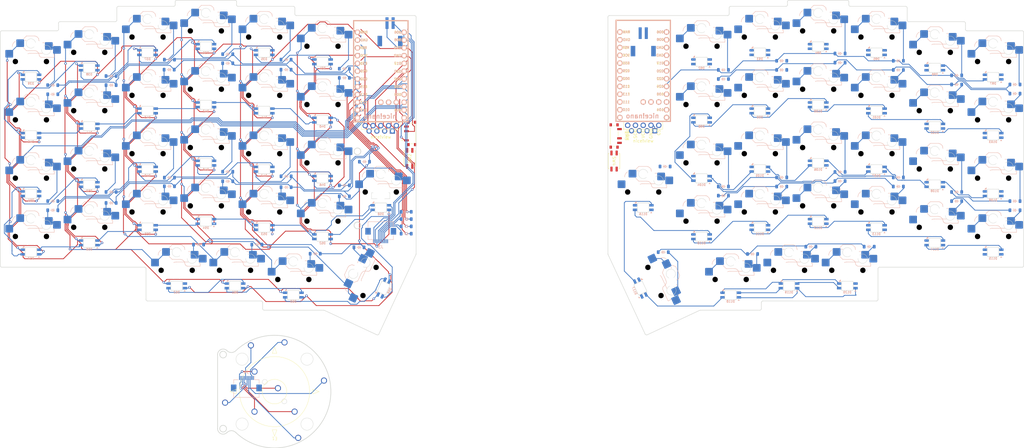
<source format=kicad_pcb>
(kicad_pcb (version 20241229) (generator "pcbnew") (generator_version "9.0")
  (layers (0 "F.Cu" signal) (2 "B.Cu" signal) (13 "F.Paste" user) (15 "B.Paste" user) (5 "F.SilkS" user "F.Silkscreen") (7 "B.SilkS" user "B.Silkscreen") (1 "F.Mask" user) (3 "B.Mask" user) (25 "Edge.Cuts" user))
  (net 0 "")
  (net 1 "L-BATTERY-POSITIVE")
  (net 2 "GND")
  (net 3 "R-BATTERY-POSITIVE")
  (net 4 "L-ROW0")
  (net 5 "L-ROW1")
  (net 6 "L-ROW2")
  (net 7 "L-ROW3")
  (net 8 "L-ROW4")
  (net 9 "+3V3")
  (net 10 "L-RGB")
  (net 11 "R-ROW0")
  (net 12 "R-ROW1")
  (net 13 "R-ROW2")
  (net 14 "R-ROW3")
  (net 15 "R-ROW4")
  (net 16 "R-RGB")
  (net 17 "L-CS")
  (net 18 "L-SDA")
  (net 19 "L-SCL")
  (net 20 "R-SCL")
  (net 21 "R-CS")
  (net 22 "R-SDA")
  (net 23 "L-COL0")
  (net 24 "L-COL1")
  (net 25 "L-COL2")
  (net 26 "L-COL3")
  (net 27 "L-COL4")
  (net 28 "L-COL5")
  (net 29 "R-COL5")
  (net 30 "R-COL4")
  (net 31 "R-COL3")
  (net 32 "R-COL2")
  (net 33 "R-COL1")
  (net 34 "R-COL0")
  (net 35 "R-RDY")
  (net 36 "R-RST")
  (net 37 "Net-(D1-A)")
  (net 38 "R-NRST")
  (net 39 "L-ENCODER-B0")
  (net 40 "L-ENCODER-A0")
  (net 41 "L-RST")
  (net 42 "Net-(D2-A)")
  (net 43 "Net-(D3-A)")
  (net 44 "Net-(D4-A)")
  (net 45 "Net-(D5-A)")
  (net 46 "Net-(D6-A)")
  (net 47 "Net-(D7-A)")
  (net 48 "Net-(D8-A)")
  (net 49 "Net-(D9-A)")
  (net 50 "Net-(D10-A)")
  (net 51 "Net-(D11-A)")
  (net 52 "Net-(D12-A)")
  (net 53 "Net-(D13-A)")
  (net 54 "Net-(D14-A)")
  (net 55 "Net-(D15-A)")
  (net 56 "Net-(D16-A)")
  (net 57 "Net-(D17-A)")
  (net 58 "Net-(D18-A)")
  (net 59 "Net-(D19-A)")
  (net 60 "Net-(D20-A)")
  (net 61 "Net-(D21-A)")
  (net 62 "Net-(D22-A)")
  (net 63 "Net-(D23-A)")
  (net 64 "Net-(D24-A)")
  (net 65 "Net-(D25-A)")
  (net 66 "Net-(D26-A)")
  (net 67 "Net-(D27-A)")
  (net 68 "Net-(D28-A)")
  (net 69 "Net-(D29-A)")
  (net 70 "SW5")
  (net 71 "SW4")
  (net 72 "SW3")
  (net 73 "SW2")
  (net 74 "Net-(D34-DOUT)")
  (net 75 "Net-(D35-DOUT)")
  (net 76 "Net-(D36-DOUT)")
  (net 77 "Net-(D37-DOUT)")
  (net 78 "Net-(D38-DOUT)")
  (net 79 "Net-(D39-DOUT)")
  (net 80 "Net-(D40-DOUT)")
  (net 81 "Net-(D40-DIN)")
  (net 82 "Net-(D41-DIN)")
  (net 83 "Net-(D42-DIN)")
  (net 84 "Net-(D43-DIN)")
  (net 85 "Net-(D44-DIN)")
  (net 86 "Net-(D46-DOUT)")
  (net 87 "Net-(D47-DOUT)")
  (net 88 "Net-(D48-DOUT)")
  (net 89 "Net-(D49-DOUT)")
  (net 90 "Net-(D50-DOUT)")
  (net 91 "Net-(D51-DOUT)")
  (net 92 "Net-(D52-DOUT)")
  (net 93 "Net-(D52-DIN)")
  (net 94 "Net-(D53-DIN)")
  (net 95 "Net-(D54-DIN)")
  (net 96 "Net-(D55-DIN)")
  (net 97 "Net-(D56-DIN)")
  (net 98 "Net-(D58-DOUT)")
  (net 99 "Net-(D59-DOUT)")
  (net 100 "Net-(D60-DOUT)")
  (net 101 "Net-(D61-DOUT)")
  (net 103 "Net-(D63-A)")
  (net 104 "Net-(D64-A)")
  (net 105 "Net-(D65-A)")
  (net 106 "Net-(D66-A)")
  (net 107 "Net-(D67-A)")
  (net 108 "Net-(D68-A)")
  (net 109 "Net-(D69-A)")
  (net 110 "Net-(D70-A)")
  (net 111 "Net-(D71-A)")
  (net 112 "Net-(D72-A)")
  (net 113 "Net-(D73-A)")
  (net 114 "Net-(D74-A)")
  (net 115 "Net-(D75-A)")
  (net 116 "Net-(D76-A)")
  (net 117 "Net-(D77-A)")
  (net 118 "Net-(D78-A)")
  (net 119 "Net-(D79-A)")
  (net 120 "Net-(D80-A)")
  (net 121 "Net-(D81-A)")
  (net 122 "Net-(D82-A)")
  (net 123 "Net-(D83-A)")
  (net 124 "Net-(D84-A)")
  (net 125 "Net-(D85-A)")
  (net 126 "Net-(D86-A)")
  (net 127 "Net-(D87-A)")
  (net 128 "Net-(D88-A)")
  (net 129 "Net-(D89-A)")
  (net 130 "Net-(D90-A)")
  (net 131 "Net-(D91-A)")
  (net 132 "Net-(D92-DOUT)")
  (net 133 "Net-(D93-DOUT)")
  (net 134 "Net-(D94-DOUT)")
  (net 135 "Net-(D95-DOUT)")
  (net 136 "Net-(D96-DOUT)")
  (net 137 "Net-(D103-DIN)")
  (net 138 "Net-(D104-DIN)")
  (net 139 "Net-(D98-DIN)")
  (net 140 "Net-(D100-DOUT)")
  (net 141 "Net-(D100-DIN)")
  (net 142 "Net-(D101-DIN)")
  (net 143 "Net-(D102-DIN)")
  (net 144 "Net-(D104-DOUT)")
  (net 145 "Net-(D105-DOUT)")
  (net 146 "Net-(D106-DOUT)")
  (net 147 "Net-(D107-DOUT)")
  (net 148 "Net-(D108-DOUT)")
  (net 149 "Net-(D109-DOUT)")
  (net 150 "Net-(D110-DOUT)")
  (net 151 "Net-(D110-DIN)")
  (net 152 "Net-(D111-DIN)")
  (net 153 "Net-(D112-DIN)")
  (net 154 "Net-(D113-DIN)")
  (net 155 "Net-(D114-DIN)")
  (net 156 "Net-(D116-DOUT)")
  (net 157 "Net-(D117-DOUT)")
  (net 158 "Net-(D118-DOUT)")
  (net 159 "Net-(D119-DOUT)")
  (net 161 "Net-(SW1-B)")
  (net 164 "Net-(SW3-B)")
  (net 165 "COMB")
  (net 167 "Net-(E1-SW2)")
  (net 168 "Net-(E1-SW1)")
  (net 169 "Net-(E1-SW3)")
  (net 170 "Net-(E1-ENCB)")
  (net 171 "Net-(E1-COMA)")
  (net 172 "Net-(E1-SW4)")
  (net 173 "Net-(E1-COMB)")
  (net 174 "Net-(E1-SW5)")
  (net 175 "Net-(E1-ENCA)")
  (net 176 "SW1")
  (footprint "Hotswap_Choc_and_MX:Hotswap_Choc_V1V2" (layer "F.Cu") (at 75.001607 149.102544)
    (property "Reference" "S8")
    (property "Value" "Keyswitch")
    (fp_circle (center -5.5 0) (end -4.55 0) (stroke (width 0.05)) (fill no) (layer "Edge.Cuts"))
    (fp_circle (center 0 -5.9) (end 1.525 -5.9) (stroke (width 0.1)) (fill no) (layer "Edge.Cuts"))
    (fp_circle (center 5 -3.8) (end 6.525 -3.8) (stroke (width 0.1)) (fill no) (layer "Edge.Cuts"))
    (fp_circle (center 5.5 0) (end 6.45 0) (stroke (width 0.05)) (fill no) (layer "Edge.Cuts"))
  )
  (footprint "Hotswap_Choc_and_MX:Hotswap_Choc_V1V2" (layer "F.Cu") (at 294.076607 125.052544)
    (property "Reference" "S37")
    (property "Value" "Keyswitch")
    (fp_circle (center -5.5 0) (end -4.55 0) (stroke (width 0.05)) (fill no) (layer "Edge.Cuts"))
    (fp_circle (center 0 -5.9) (end 1.525 -5.9) (stroke (width 0.1)) (fill no) (layer "Edge.Cuts"))
    (fp_circle (center 5 -3.8) (end 6.525 -3.8) (stroke (width 0.1)) (fill no) (layer "Edge.Cuts"))
    (fp_circle (center 5.5 0) (end 6.45 0) (stroke (width 0.05)) (fill no) (layer "Edge.Cuts"))
  )
  (footprint "Hotswap_Choc_and_MX:Hotswap_Choc_V1V2" (layer "F.Cu") (at 313.126607 104.002544)
    (property "Reference" "S41")
    (property "Value" "Keyswitch")
    (fp_circle (center -5.5 0) (end -4.55 0) (stroke (width 0.05)) (fill no) (layer "Edge.Cuts"))
    (fp_circle (center 0 -5.9) (end 1.525 -5.9) (stroke (width 0.1)) (fill no) (layer "Edge.Cuts"))
    (fp_circle (center 5 -3.8) (end 6.525 -3.8) (stroke (width 0.1)) (fill no) (layer "Edge.Cuts"))
    (fp_circle (center 5.5 0) (end 6.45 0) (stroke (width 0.05)) (fill no) (layer "Edge.Cuts"))
  )
  (footprint "Hotswap_Choc_and_MX:Hotswap_Choc_V1V2" (layer "F.Cu") (at 103.576607 163.152544)
    (property "Reference" "S9")
    (property "Value" "Keyswitch")
    (fp_circle (center -5.5 0) (end -4.55 0) (stroke (width 0.05)) (fill no) (layer "Edge.Cuts"))
    (fp_circle (center 0 -5.9) (end 1.525 -5.9) (stroke (width 0.1)) (fill no) (layer "Edge.Cuts"))
    (fp_circle (center 5 -3.8) (end 6.525 -3.8) (stroke (width 0.1)) (fill no) (layer "Edge.Cuts"))
    (fp_circle (center 5.5 0) (end 6.45 0) (stroke (width 0.05)) (fill no) (layer "Edge.Cuts"))
  )
  (footprint "Hotswap_Choc_and_MX:Hotswap_Choc_V1V2" (layer "F.Cu") (at 151.201607 147.102544)
    (property "Reference" "S28")
    (property "Value" "Keyswitch")
    (fp_circle (center -5.5 0) (end -4.55 0) (stroke (width 0.05)) (fill no) (layer "Edge.Cuts"))
    (fp_circle (center 0 -5.9) (end 1.525 -5.9) (stroke (width 0.1)) (fill no) (layer "Edge.Cuts"))
    (fp_circle (center 5 -3.8) (end 6.525 -3.8) (stroke (width 0.1)) (fill no) (layer "Edge.Cuts"))
    (fp_circle (center 5.5 0) (end 6.45 0) (stroke (width 0.05)) (fill no) (layer "Edge.Cuts"))
  )
  (footprint "SSSS811101:SW_SSSS811101" (layer "F.Cu") (at 180.376607 118.446194 90)
    (property "Reference" "SW1" (hide yes))
    (property "Value" "SW_SPDT")
  )
  (footprint "Hotswap_Choc_and_MX:Hotswap_Choc_V1V2" (layer "F.Cu") (at 332.176607 144.102544)
    (property "Reference" "S48")
    (property "Value" "Keyswitch")
    (fp_circle (center -5.5 0) (end -4.55 0) (stroke (width 0.05)) (fill no) (layer "Edge.Cuts"))
    (fp_circle (center 0 -5.9) (end 1.525 -5.9) (stroke (width 0.1)) (fill no) (layer "Edge.Cuts"))
    (fp_circle (center 5 -3.8) (end 6.525 -3.8) (stroke (width 0.1)) (fill no) (layer "Edge.Cuts"))
    (fp_circle (center 5.5 0) (end 6.45 0) (stroke (width 0.05)) (fill no) (layer "Edge.Cuts"))
  )
  (footprint "Hotswap_Choc_and_MX:Hotswap_Choc_V1V2" (layer "F.Cu") (at 370.276607 94.952544)
    (property "Reference" "S55")
    (property "Value" "Keyswitch")
    (fp_circle (center -5.5 0) (end -4.55 0) (stroke (width 0.05)) (fill no) (layer "Edge.Cuts"))
    (fp_circle (center 0 -5.9) (end 1.525 -5.9) (stroke (width 0.1)) (fill no) (layer "Edge.Cuts"))
    (fp_circle (center 5 -3.8) (end 6.525 -3.8) (stroke (width 0.1)) (fill no) (layer "Edge.Cuts"))
    (fp_circle (center 5.5 0) (end 6.45 0) (stroke (width 0.05)) (fill no) (layer "Edge.Cuts"))
  )
  (footprint "Hotswap_Choc_and_MX:Hotswap_Choc_V1V2" (layer "F.Cu") (at 94.051607 106.002544)
    (property "Reference" "S11")
    (property "Value" "Keyswitch")
    (fp_circle (center -5.5 0) (end -4.55 0) (stroke (width 0.05)) (fill no) (layer "Edge.Cuts"))
    (fp_circle (center 0 -5.9) (end 1.525 -5.9) (stroke (width 0.1)) (fill no) (layer "Edge.Cuts"))
    (fp_circle (center 5 -3.8) (end 6.525 -3.8) (stroke (width 0.1)) (fill no) (layer "Edge.Cuts"))
    (fp_circle (center 5.5 0) (end 6.45 0) (stroke (width 0.05)) (fill no) (layer "Edge.Cuts"))
  )
  (footprint "Hotswap_Choc_and_MX:Hotswap_Choc_V1V2" (layer "F.Cu") (at 113.101607 142.102544)
    (property "Reference" "S18")
    (property "Value" "Keyswitch")
    (fp_circle (center -5.5 0) (end -4.55 0) (stroke (width 0.05)) (fill no) (layer "Edge.Cuts"))
    (fp_circle (center 0 -5.9) (end 1.525 -5.9) (stroke (width 0.1)) (fill no) (layer "Edge.Cuts"))
    (fp_circle (center 5 -3.8) (end 6.525 -3.8) (stroke (width 0.1)) (fill no) (layer "Edge.Cuts"))
    (fp_circle (center 5.5 0) (end 6.45 0) (stroke (width 0.05)) (fill no) (layer "Edge.Cuts"))
  )
  (footprint "Hotswap_Choc_and_MX:Hotswap_Choc_V1V2" (layer "F.Cu") (at 351.226607 111.002544)
    (property "Reference" "S51")
    (property "Value" "Keyswitch")
    (fp_circle (center -5.5 0) (end -4.55 0) (stroke (width 0.05)) (fill no) (layer "Edge.Cuts"))
    (fp_circle (center 0 -5.9) (end 1.525 -5.9) (stroke (width 0.1)) (fill no) (layer "Edge.Cuts"))
    (fp_circle (center 5 -3.8) (end 6.525 -3.8) (stroke (width 0.1)) (fill no) (layer "Edge.Cuts"))
    (fp_circle (center 5.5 0) (end 6.45 0) (stroke (width 0.05)) (fill no) (layer "Edge.Cuts"))
  )
  (footprint "ScottoKeebs_Components:OLED_128x32" (layer "F.Cu") (at 249.976607 119.167544 90)
    (property "Reference" "J2" (hide yes))
    (property "Value" "OLED_128x32")
  )
  (footprint "ANO_Encoder:Encoder_TSWB3NCB111LFS" (layer "F.Cu") (at 135.539381 202.781752 180)
    (property "Reference" "E1")
    (property "Value" "TSWB3NCB111LFS")
    (fp_circle (center 10.6066 10.6066) (end 12.6066 10.6066) (stroke (width 0.1)) (fill no) (layer "Edge.Cuts"))
    (fp_circle (center 10.6066 -10.6066) (end 12.6066 -10.6066) (stroke (width 0.1)) (fill no) (layer "Edge.Cuts"))
    (fp_circle (center 3.181981 3.18198) (end 3.98198 3.18198) (stroke (width 0.1)) (fill no) (layer "Edge.Cuts"))
    (fp_circle (center -3.181981 -3.18198) (end -2.38198 -3.181981) (stroke (width 0.1)) (fill no) (layer "Edge.Cuts"))
    (fp_circle (center -10.6066 10.6066) (end -8.6066 10.6066) (stroke (width 0.1)) (fill no) (layer "Edge.Cuts"))
    (fp_circle (center -10.6066 -10.6066) (end -8.6066 -10.6066) (stroke (width 0.1)) (fill no) (layer "Edge.Cuts"))
  )
  (footprint "Hotswap_Choc_and_MX:Hotswap_Choc_V1V2" (layer "F.Cu") (at 332.176607 106.002544)
    (property "Reference" "S46")
    (property "Value" "Keyswitch")
    (fp_circle (center -5.5 0) (end -4.55 0) (stroke (width 0.05)) (fill no) (layer "Edge.Cuts"))
    (fp_circle (center 0 -5.9) (end 1.525 -5.9) (stroke (width 0.1)) (fill no) (layer "Edge.Cuts"))
    (fp_circle (center 5 -3.8) (end 6.525 -3.8) (stroke (width 0.1)) (fill no) (layer "Edge.Cuts"))
    (fp_circle (center 5.5 0) (end 6.45 0) (stroke (width 0.05)) (fill no) (layer "Edge.Cuts"))
  )
  (footprint "Hotswap_Choc_and_MX:Hotswap_Choc_V1V2" (layer "F.Cu") (at 55.951607 94.952544)
    (property "Reference" "S1")
    (property "Value" "Keyswitch")
    (fp_circle (center -5.5 0) (end -4.55 0) (stroke (width 0.05)) (fill no) (layer "Edge.Cuts"))
    (fp_circle (center 0 -5.9) (end 1.525 -5.9) (stroke (width 0.1)) (fill no) (layer "Edge.Cuts"))
    (fp_circle (center 5 -3.8) (end 6.525 -3.8) (stroke (width 0.1)) (fill no) (layer "Edge.Cuts"))
    (fp_circle (center 5.5 0) (end 6.45 0) (stroke (width 0.05)) (fill no) (layer "Edge.Cuts"))
  )
  (footprint "Hotswap_Choc_and_MX:Hotswap_Choc_V1V2" (layer "F.Cu") (at 94.051607 86.952544)
    (property "Reference" "S10")
    (property "Value" "Keyswitch")
    (fp_circle (center -5.5 0) (end -4.55 0) (stroke (width 0.05)) (fill no) (layer "Edge.Cuts"))
    (fp_circle (center 0 -5.9) (end 1.525 -5.9) (stroke (width 0.1)) (fill no) (layer "Edge.Cuts"))
    (fp_circle (center 5 -3.8) (end 6.525 -3.8) (stroke (width 0.1)) (fill no) (layer "Edge.Cuts"))
    (fp_circle (center 5.5 0) (end 6.45 0) (stroke (width 0.05)) (fill no) (layer "Edge.Cuts"))
  )
  (footprint "Hotswap_Choc_and_MX:Hotswap_Choc_V1V2" (layer "F.Cu") (at 122.626607 163.152544)
    (property "Reference" "S14")
    (property "Value" "Keyswitch")
    (fp_circle (center -5.5 0) (end -4.55 0) (stroke (width 0.05)) (fill no) (layer "Edge.Cuts"))
    (fp_circle (center 0 -5.9) (end 1.525 -5.9) (stroke (width 0.1)) (fill no) (layer "Edge.Cuts"))
    (fp_circle (center 5 -3.8) (end 6.525 -3.8) (stroke (width 0.1)) (fill no) (layer "Edge.Cuts"))
    (fp_circle (center 5.5 0) (end 6.45 0) (stroke (width 0.05)) (fill no) (layer "Edge.Cuts"))
  )
  (footprint "Hotswap_Choc_and_MX:Hotswap_Choc_V1V2" (layer "F.Cu") (at 313.126607 84.952544)
    (property "Reference" "S40")
    (property "Value" "Keyswitch")
    (fp_circle (center -5.5 0) (end -4.55 0) (stroke (width 0.05)) (fill no) (layer "Edge.Cuts"))
    (fp_circle (center 0 -5.9) (end 1.525 -5.9) (stroke (width 0.1)) (fill no) (layer "Edge.Cuts"))
    (fp_circle (center 5 -3.8) (end 6.525 -3.8) (stroke (width 0.1)) (fill no) (layer "Edge.Cuts"))
    (fp_circle (center 5.5 0) (end 6.45 0) (stroke (width 0.05)) (fill no) (layer "Edge.Cuts"))
  )
  (footprint "Hotswap_Choc_and_MX:Hotswap_Choc_V1V2" (layer "F.Cu") (at 55.951607 152.102544)
    (property "Reference" "S4")
    (property "Value" "Keyswitch")
    (fp_circle (center -5.5 0) (end -4.55 0) (stroke (width 0.05)) (fill no) (layer "Edge.Cuts"))
    (fp_circle (center 0 -5.9) (end 1.525 -5.9) (stroke (width 0.1)) (fill no) (layer "Edge.Cuts"))
    (fp_circle (center 5 -3.8) (end 6.525 -3.8) (stroke (width 0.1)) (fill no) (layer "Edge.Cuts"))
    (fp_circle (center 5.5 0) (end 6.45 0) (stroke (width 0.05)) (fill no) (layer "Edge.Cuts"))
  )
  (footprint "Hotswap_Choc_and_MX:Hotswap_Choc_V1V2" (layer "F.Cu") (at 332.176607 86.952544)
    (property "Reference" "S45")
    (property "Value" "Keyswitch")
    (fp_circle (center -5.5 0) (end -4.55 0) (stroke (width 0.05)) (fill no) (layer "Edge.Cuts"))
    (fp_circle (center 0 -5.9) (end 1.525 -5.9) (stroke (width 0.1)) (fill no) (layer "Edge.Cuts"))
    (fp_circle (center 5 -3.8) (end 6.525 -3.8) (stroke (width 0.1)) (fill no) (layer "Edge.Cuts"))
    (fp_circle (center 5.5 0) (end 6.45 0) (stroke (width 0.05)) (fill no) (layer "Edge.Cuts"))
  )
  (footprint "Hotswap_Choc_and_MX:Hotswap_Choc_V1V2" (layer "F.Cu") (at 370.276607 114.002544)
    (property "Reference" "S56")
    (property "Value" "Keyswitch")
    (fp_circle (center -5.5 0) (end -4.55 0) (stroke (width 0.05)) (fill no) (layer "Edge.Cuts"))
    (fp_circle (center 0 -5.9) (end 1.525 -5.9) (stroke (width 0.1)) (fill no) (layer "Edge.Cuts"))
    (fp_circle (center 5 -3.8) (end 6.525 -3.8) (stroke (width 0.1)) (fill no) (layer "Edge.Cuts"))
    (fp_circle (center 5.5 0) (end 6.45 0) (stroke (width 0.05)) (fill no) (layer "Edge.Cuts"))
  )
  (footprint "Hotswap_Choc_and_MX:Hotswap_Choc_V1V2" (layer "F.Cu") (at 259.653296 166.801037 -65)
    (property "Reference" "S39")
    (property "Value" "Keyswitch")
    (fp_circle (center -5.5 0) (end -4.55 0) (stroke (width 0.05)) (fill no) (layer "Edge.Cuts"))
    (fp_circle (center 5.5 0) (end 6.45 0) (stroke (width 0.05)) (fill no) (layer "Edge.Cuts"))
    (fp_circle (center 0 -5.9) (end 1.525 -5.9) (stroke (width 0.1)) (fill no) (layer "Edge.Cuts"))
    (fp_circle (center 5 -3.8) (end 6.525 -3.8) (stroke (width 0.1)) (fill no) (layer "Edge.Cuts"))
  )
  (footprint "Hotswap_Choc_and_MX:Hotswap_Choc_V1V2" (layer "F.Cu") (at 351.226607 149.102544)
    (property "Reference" "S53")
    (property "Value" "Keyswitch")
    (fp_circle (center -5.5 0) (end -4.55 0) (stroke (width 0.05)) (fill no) (layer "Edge.Cuts"))
    (fp_circle (center 0 -5.9) (end 1.525 -5.9) (stroke (width 0.1)) (fill no) (layer "Edge.Cuts"))
    (fp_circle (center 5 -3.8) (end 6.525 -3.8) (stroke (width 0.1)) (fill no) (layer "Edge.Cuts"))
    (fp_circle (center 5.5 0) (end 6.45 0) (stroke (width 0.05)) (fill no) (layer "Edge.Cuts"))
  )
  (footprint "Hotswap_Choc_and_MX:Hotswap_Choc_V1V2" (layer "F.Cu") (at 313.126607 142.102544)
    (property "Reference" "S43")
    (property "Value" "Keyswitch")
    (fp_circle (center -5.5 0) (end -4.55 0) (stroke (width 0.05)) (fill no) (layer "Edge.Cuts"))
    (fp_circle (center 0 -5.9) (end 1.525 -5.9) (stroke (width 0.1)) (fill no) (layer "Edge.Cuts"))
    (fp_circle (center 5 -3.8) (end 6.525 -3.8) (stroke (width 0.1)) (fill no) (layer "Edge.Cuts"))
    (fp_circle (center 5.5 0) (end 6.45 0) (stroke (width 0.05)) (fill no) (layer "Edge.Cuts"))
  )
  (footprint "Hotswap_Choc_and_MX:Hotswap_Choc_V1V2" (layer "F.Cu") (at 132.151607 144.102544)
    (property "Reference" "S23")
    (property "Value" "Keyswitch")
    (fp_circle (center -5.5 0) (end -4.55 0) (stroke (width 0.05)) (fill no) (layer "Edge.Cuts"))
    (fp_circle (center 0 -5.9) (end 1.525 -5.9) (stroke (width 0.1)) (fill no) (layer "Edge.Cuts"))
    (fp_circle (center 5 -3.8) (end 6.525 -3.8) (stroke (width 0.1)) (fill no) (layer "Edge.Cuts"))
    (fp_circle (center 5.5 0) (end 6.45 0) (stroke (width 0.05)) (fill no) (layer "Edge.Cuts"))
  )
  (footprint "Hotswap_Choc_and_MX:Hotswap_Choc_V1V2" (layer "F.Cu") (at 132.151607 86.952544)
    (property "Reference" "S20")
    (property "Value" "Keyswitch")
    (fp_circle (center -5.5 0) (end -4.55 0) (stroke (width 0.05)) (fill no) (layer "Edge.Cuts"))
    (fp_circle (center 0 -5.9) (end 1.525 -5.9) (stroke (width 0.1)) (fill no) (layer "Edge.Cuts"))
    (fp_circle (center 5 -3.8) (end 6.525 -3.8) (stroke (width 0.1)) (fill no) (layer "Edge.Cuts"))
    (fp_circle (center 5.5 0) (end 6.45 0) (stroke (width 0.05)) (fill no) (layer "Edge.Cuts"))
  )
  (footprint "Hotswap_Choc_and_MX:Hotswap_Choc_V1V2" (layer "F.Cu") (at 132.151607 106.002544)
    (property "Reference" "S21")
    (property "Value" "Keyswitch")
    (fp_circle (center -5.5 0) (end -4.55 0) (stroke (width 0.05)) (fill no) (layer "Edge.Cuts"))
    (fp_circle (center 0 -5.9) (end 1.525 -5.9) (stroke (width 0.1)) (fill no) (layer "Edge.Cuts"))
    (fp_circle (center 5 -3.8) (end 6.525 -3.8) (stroke (width 0.1)) (fill no) (layer "Edge.Cuts"))
    (fp_circle (center 5.5 0) (end 6.45 0) (stroke (width 0.05)) (fill no) (layer "Edge.Cuts"))
  )
  (footprint "Hotswap_Choc_and_MX:Hotswap_Choc_V1V2" (layer "F.Cu") (at 275.026607 147.102544)
    (property "Reference" "S33")
    (property "Value" "Keyswitch")
    (fp_circle (center -5.5 0) (end -4.55 0) (stroke (width 0.05)) (fill no) (layer "Edge.Cuts"))
    (fp_circle (center 0 -5.9) (end 1.525 -5.9) (stroke (width 0.1)) (fill no) (layer "Edge.Cuts"))
    (fp_circle (center 5 -3.8) (end 6.525 -3.8) (stroke (width 0.1)) (fill no) (layer "Edge.Cuts"))
    (fp_circle (center 5.5 0) (end 6.45 0) (stroke (width 0.05)) (fill no) (layer "Edge.Cuts"))
  )
  (footprint "Hotswap_Choc_and_MX:Hotswap_Choc_V1V2" (layer "F.Cu") (at 75.001607 130.052544)
    (property "Reference" "S7")
    (property "Value" "Keyswitch")
    (fp_circle (center -5.5 0) (end -4.55 0) (stroke (width 0.05)) (fill no) (layer "Edge.Cuts"))
    (fp_circle (center 0 -5.9) (end 1.525 -5.9) (stroke (width 0.1)) (fill no) (layer "Edge.Cuts"))
    (fp_circle (center 5 -3.8) (end 6.525 -3.8) (stroke (width 0.1)) (fill no) (layer "Edge.Cuts"))
    (fp_circle (center 5.5 0) (end 6.45 0) (stroke (width 0.05)) (fill no) (layer "Edge.Cuts"))
  )
  (footprint "Hotswap_Choc_and_MX:Hotswap_Choc_V1V2" (layer "F.Cu") (at 166.574918 166.801037 65)
    (property "Reference" "S24")
    (property "Value" "Keyswitch")
    (fp_circle (center 0 -5.9) (end 1.525 -5.9) (stroke (width 0.1)) (fill no) (layer "Edge.Cuts"))
    (fp_circle (center -5.5 0) (end -4.55 0) (stroke (width 0.05)) (fill no) (layer "Edge.Cuts"))
    (fp_circle (center 5 -3.8) (end 6.525 -3.8) (stroke (width 0.1)) (fill no) (layer "Edge.Cuts"))
    (fp_circle (center 5.5 0) (end 6.45 0) (stroke (width 0.05)) (fill no) (layer "Edge.Cuts"))
  )
  (footprint "Hotswap_Choc_and_MX:Hotswap_Choc_V1V2" (layer "F.Cu") (at 151.201607 89.952544)
    (property "Reference" "S25")
    (property "Value" "Keyswitch")
    (fp_circle (center -5.5 0) (end -4.55 0) (stroke (width 0.05)) (fill no) (layer "Edge.Cuts"))
    (fp_circle (center 0 -5.9) (end 1.525 -5.9) (stroke (width 0.1)) (fill no) (layer "Edge.Cuts"))
    (fp_circle (center 5 -3.8) (end 6.525 -3.8) (stroke (width 0.1)) (fill no) (layer "Edge.Cuts"))
    (fp_circle (center 5.5 0) (end 6.45 0) (stroke (width 0.05)) (fill no) (layer "Edge.Cuts"))
  )
  (footprint "Hotswap_Choc_and_MX:Hotswap_Choc_V1V2" (layer "F.Cu") (at 94.051607 125.052544)
    (property "Reference" "S12")
    (property "Value" "Keyswitch")
    (fp_circle (center -5.5 0) (end -4.55 0) (stroke (width 0.05)) (fill no) (layer "Edge.Cuts"))
    (fp_circle (center 0 -5.9) (end 1.525 -5.9) (stroke (width 0.1)) (fill no) (layer "Edge.Cuts"))
    (fp_circle (center 5 -3.8) (end 6.525 -3.8) (stroke (width 0.1)) (fill no) (layer "Edge.Cuts"))
    (fp_circle (center 5.5 0) (end 6.45 0) (stroke (width 0.05)) (fill no) (layer "Edge.Cuts"))
  )
  (footprint "nice_view:nice_view" (layer "F.Cu") (at 255.976607 99.277544)
    (property "Reference" "Display2")
    (property "Value" "nice!view")
  )
  (footprint "Hotswap_Choc_and_MX:Hotswap_Choc_V1V2" (layer "F.Cu") (at 275.026607 128.052544)
    (property "Reference" "S32")
    (property "Value" "Keyswitch")
    (fp_circle (center -5.5 0) (end -4.55 0) (stroke (width 0.05)) (fill no) (layer "Edge.Cuts"))
    (fp_circle (center 0 -5.9) (end 1.525 -5.9) (stroke (width 0.1)) (fill no) (layer "Edge.Cuts"))
    (fp_circle (center 5 -3.8) (end 6.525 -3.8) (stroke (width 0.1)) (fill no) (layer "Edge.Cuts"))
    (fp_circle (center 5.5 0) (end 6.45 0) (stroke (width 0.05)) (fill no) (layer "Edge.Cuts"))
  )
  (footprint "Hotswap_Choc_and_MX:Hotswap_Choc_V1V2" (layer "F.Cu") (at 294.076607 86.952544)
    (property "Reference" "S35")
    (property "Value" "Keyswitch")
    (fp_circle (center -5.5 0) (end -4.55 0) (stroke (width 0.05)) (fill no) (layer "Edge.Cuts"))
    (fp_circle (center 0 -5.9) (end 1.525 -5.9) (stroke (width 0.1)) (fill no) (layer "Edge.Cuts"))
    (fp_circle (center 5 -3.8) (end 6.525 -3.8) (stroke (width 0.1)) (fill no) (layer "Edge.Cuts"))
    (fp_circle (center 5.5 0) (end 6.45 0) (stroke (width 0.05)) (fill no) (layer "Edge.Cuts"))
  )
  (footprint "Hotswap_Choc_and_MX:Hotswap_Choc_V1V2" (layer "F.Cu") (at 170.251607 137.577544)
    (property "Reference" "S29")
    (property "Value" "Keyswitch")
    (fp_circle (center -5.5 0) (end -4.55 0) (stroke (width 0.05)) (fill no) (layer "Edge.Cuts"))
    (fp_circle (center 0 -5.9) (end 1.525 -5.9) (stroke (width 0.1)) (fill no) (layer "Edge.Cuts"))
    (fp_circle (center 5 -3.8) (end 6.525 -3.8) (stroke (width 0.1)) (fill no) (layer "Edge.Cuts"))
    (fp_circle (center 5.5 0) (end 6.45 0) (stroke (width 0.05)) (fill no) (layer "Edge.Cuts"))
  )
  (footprint "Hotswap_Choc_and_MX:Hotswap_Choc_V1V2" (layer "F.Cu") (at 151.201607 109.002544)
    (property "Reference" "S26")
    (property "Value" "Keyswitch")
    (fp_circle (center -5.5 0) (end -4.55 0) (stroke (width 0.05)) (fill no) (layer "Edge.Cuts"))
    (fp_circle (center 0 -5.9) (end 1.525 -5.9) (stroke (width 0.1)) (fill no) (layer "Edge.Cuts"))
    (fp_circle (center 5 -3.8) (end 6.525 -3.8) (stroke (width 0.1)) (fill no) (layer "Edge.Cuts"))
    (fp_circle (center 5.5 0) (end 6.45 0) (stroke (width 0.05)) (fill no) (layer "Edge.Cuts"))
  )
  (footprint "Hotswap_Choc_and_MX:Hotswap_Choc_V1V2" (layer "F.Cu") (at 370.276607 152.102544)
    (property "Reference" "S58")
    (property "Value" "Keyswitch")
    (fp_circle (center -5.5 0) (end -4.55 0) (stroke (width 0.05)) (fill no) (layer "Edge.Cuts"))
    (fp_circle (center 0 -5.9) (end 1.525 -5.9) (stroke (width 0.1)) (fill no) (layer "Edge.Cuts"))
    (fp_circle (center 5 -3.8) (end 6.525 -3.8) (stroke (width 0.1)) (fill no) (layer "Edge.Cuts"))
    (fp_circle (center 5.5 0) (end 6.45 0) (stroke (width 0.05)) (fill no) (layer "Edge.Cuts"))
  )
  (footprint "Hotswap_Choc_and_MX:Hotswap_Choc_V1V2" (layer "F.Cu") (at 303.601607 163.152544)
    (property "Reference" "S49")
    (property "Value" "Keyswitch")
    (fp_circle (center -5.5 0) (end -4.55 0) (stroke (width 0.05)) (fill no) (layer "Edge.Cuts"))
    (fp_circle (center 0 -5.9) (end 1.525 -5.9) (stroke (width 0.1)) (fill no) (layer "Edge.Cuts"))
    (fp_circle (center 5 -3.8) (end 6.525 -3.8) (stroke (width 0.1)) (fill no) (layer "Edge.Cuts"))
    (fp_circle (center 5.5 0) (end 6.45 0) (stroke (width 0.05)) (fill no) (layer "Edge.Cuts"))
  )
  (footprint "ANO_Encoder:Encoder_TSWB3NCB111LFS_Breakout" (layer "F.Cu") (at 179.426607 136.396194)
    (property "Reference" "REF**")
    (property "Value" "Encoder_TSWB3NCB111LFS_Breakout")
    (fp_rect (start -12.2 1.4) (end -6.2 3.4) (stroke (width 0.1)) (fill no) (layer "Edge.Cuts"))
    (fp_circle (center -16.803831 12.093816) (end -15.703831 12.093816) (stroke (width 0.2)) (fill no) (layer "Edge.Cuts"))
    (fp_circle (center -16.803246 -12.10076) (end -15.703246 -12.10076) (stroke (width 0.2)) (fill no) (layer "Edge.Cuts"))
  )
  (footprint "Hotswap_Choc_and_MX:Hotswap_Choc_V1V2" (layer "F.Cu") (at 55.951607 133.052544)
    (property "Reference" "S3")
    (property "Value" "Keyswitch")
    (fp_circle (center -5.5 0) (end -4.55 0) (stroke (width 0.05)) (fill no) (layer "Edge.Cuts"))
    (fp_circle (center 0 -5.9) (end 1.525 -5.9) (stroke (width 0.1)) (fill no) (layer "Edge.Cuts"))
    (fp_circle (center 5 -3.8) (end 6.525 -3.8) (stroke (width 0.1)) (fill no) (layer "Edge.Cuts"))
    (fp_circle (center 5.5 0) (end 6.45 0) (stroke (width 0.05)) (fill no) (layer "Edge.Cuts"))
  )
  (footprint "Hotswap_Choc_and_MX:Hotswap_Choc_V1V2" (layer "F.Cu") (at 151.201607 128.052544)
    (property "Reference" "S27")
    (property "Value" "Keyswitch")
    (fp_circle (center -5.5 0) (end -4.55 0) (stroke (width 0.05)) (fill no) (layer "Edge.Cuts"))
    (fp_circle (center 0 -5.9) (end 1.525 -5.9) (stroke (width 0.1)) (fill no) (layer "Edge.Cuts"))
    (fp_circle (center 5 -3.8) (end 6.525 -3.8) (stroke (width 0.1)) (fill no) (layer "Edge.Cuts"))
    (fp_circle (center 5.5 0) (end 6.45 0) (stroke (width 0.05)) (fill no) (layer "Edge.Cuts"))
  )
  (footprint "Hotswap_Choc_and_MX:Hotswap_Choc_V1V2" (layer "F.Cu") (at 113.101607 84.952544)
    (property "Reference" "S15")
    (property "Value" "Keyswitch")
    (fp_circle (center -5.5 0) (end -4.55 0) (stroke (width 0.05)) (fill no) (layer "Edge.Cuts"))
    (fp_circle (center 0 -5.9) (end 1.525 -5.9) (stroke (width 0.1)) (fill no) (layer "Edge.Cuts"))
    (fp_circle (center 5 -3.8) (end 6.525 -3.8) (stroke (width 0.1)) (fill no) (layer "Edge.Cuts"))
    (fp_circle (center 5.5 0) (end 6.45 0) (stroke (width 0.05)) (fill no) (layer "Edge.Cuts"))
  )
  (footprint "Hotswap_Choc_and_MX:Hotswap_Choc_V1V2" (layer "F.Cu") (at 294.076607 106.002544)
    (property "Reference" "S36")
    (property "Value" "Keyswitch")
    (fp_circle (center -5.5 0) (end -4.55 0) (stroke (width 0.05)) (fill no) (layer "Edge.Cuts"))
    (fp_circle (center 0 -5.9) (end 1.525 -5.9) (stroke (width 0.1)) (fill no) (layer "Edge.Cuts"))
    (fp_circle (center 5 -3.8) (end 6.525 -3.8) (stroke (width 0.1)) (fill no) (layer "Edge.Cuts"))
    (fp_circle (center 5.5 0) (end 6.45 0) (stroke (width 0.05)) (fill no) (layer "Edge.Cuts"))
  )
  (footprint "Hotswap_Choc_and_MX:Hotswap_Choc_V1V2" (layer "F.Cu") (at 351.226607 130.052544)
    (property "Reference" "S52")
    (property "Value" "Keyswitch")
    (fp_circle (center -5.5 0) (end -4.55 0) (stroke (width 0.05)) (fill no) (layer "Edge.Cuts"))
    (fp_circle (center 0 -5.9) (end 1.525 -5.9) (stroke (width 0.1)) (fill no) (layer "Edge.Cuts"))
    (fp_circle (center 5 -3.8) (end 6.525 -3.8) (stroke (width 0.1)) (fill no) (layer "Edge.Cuts"))
    (fp_circle (center 5.5 0) (end 6.45 0) (stroke (width 0.05)) (fill no) (layer "Edge.Cuts"))
  )
  (footprint "Hotswap_Choc_and_MX:Hotswap_Choc_V1V2" (layer "F.Cu") (at 55.951607 114.002544)
    (property "Reference" "S2")
    (property "Value" "Keyswitch")
    (fp_circle (center -5.5 0) (end -4.55 0) (stroke (width 0.05)) (fill no) (layer "Edge.Cuts"))
    (fp_circle (center 0 -5.9) (end 1.525 -5.9) (stroke (width 0.1)) (fill no) (layer "Edge.Cuts"))
    (fp_circle (center 5 -3.8) (end 6.525 -3.8) (stroke (width 0.1)) (fill no) (layer "Edge.Cuts"))
    (fp_circle (center 5.5 0) (end 6.45 0) (stroke (width 0.05)) (fill no) (layer "Edge.Cuts"))
  )
  (footprint "nice_view:nice_view" (layer "F.Cu") (at 170.251607 99.377544)
    (property "Reference" "Display1")
    (property "Value" "nice!view")
  )
  (footprint "Hotswap_Choc_and_MX:Hotswap_Choc_V1V2" (layer "F.Cu") (at 313.126607 123.052544)
    (property "Reference" "S42")
    (property "Value" "Keyswitch")
    (fp_circle (center -5.5 0) (end -4.55 0) (stroke (width 0.05)) (fill no) (layer "Edge.Cuts"))
    (fp_circle (center 0 -5.9) (end 1.525 -5.9) (stroke (width 0.1)) (fill no) (layer "Edge.Cuts"))
    (fp_circle (center 5 -3.8) (end 6.525 -3.8) (stroke (width 0.1)) (fill no) (layer "Edge.Cuts"))
    (fp_circle (center 5.5 0) (end 6.45 0) (stroke (width 0.05)) (fill no) (layer "Edge.Cuts"))
  )
  (footprint "ul_EVQ-PUJ02K:SW_EVQPUJ_4P7X3P5_PAN" (layer "F.Cu") (at 179.701607 126.602544 90)
    (property "Reference" "SW2")
    (property "Value" "SW_Push")
  )
  (footprint "Hotswap_Choc_and_MX:Hotswap_Choc_V1V2" (layer "F.Cu") (at 113.101607 123.052544)
    (property "Reference" "S17")
    (property "Value" "Keyswitch")
    (fp_circle (center -5.5 0) (end -4.55 0) (stroke (width 0.05)) (fill no) (layer "Edge.Cuts"))
    (fp_circle (center 0 -5.9) (end 1.525 -5.9) (stroke (width 0.1)) (fill no) (layer "Edge.Cuts"))
    (fp_circle (center 5 -3.8) (end 6.525 -3.8) (stroke (width 0.1)) (fill no) (layer "Edge.Cuts"))
    (fp_circle (center 5.5 0) (end 6.45 0) (stroke (width 0.05)) (fill no) (layer "Edge.Cuts"))
  )
  (footprint "Hotswap_Choc_and_MX:Hotswap_Choc_V1V2" (layer "F.Cu") (at 94.051607 144.102544)
    (property "Reference" "S13")
    (property "Value" "Keyswitch")
    (fp_circle (center -5.5 0) (end -4.55 0) (stroke (width 0.05)) (fill no) (layer "Edge.Cuts"))
    (fp_circle (center 0 -5.9) (end 1.525 -5.9) (stroke (width 0.1)) (fill no) (layer "Edge.Cuts"))
    (fp_circle (center 5 -3.8) (end 6.525 -3.8) (stroke (width 0.1)) (fill no) (layer "Edge.Cuts"))
    (fp_circle (center 5.5 0) (end 6.45 0) (stroke (width 0.05)) (fill no) (layer "Edge.Cuts"))
  )
  (footprint "ScottoKeebs_Components:OLED_128x32" (layer "F.Cu") (at 164.251607 119.267544 90)
    (property "Reference" "J1" (hide yes))
    (property "Value" "OLED_128x32")
  )
  (footprint "Hotswap_Choc_and_MX:Hotswap_Choc_V1V2" (layer "F.Cu") (at 284.551607 166.152544)
    (property "Reference" "S44")
    (property "Value" "Keyswitch")
    (fp_circle (center -5.5 0) (end -4.55 0) (stroke (width 0.05)) (fill no) (layer "Edge.Cuts"))
    (fp_circle (center 0 -5.9) (end 1.525 -5.9) (stroke (width 0.1)) (fill no) (layer "Edge.Cuts"))
    (fp_circle (center 5 -3.8) (end 6.525 -3.8) (stroke (width 0.1)) (fill no) (layer "Edge.Cuts"))
    (fp_circle (center 5.5 0) (end 6.45 0) (stroke (width 0.05)) (fill no) (layer "Edge.Cuts"))
  )
  (footprint "Hotswap_Choc_and_MX:Hotswap_Choc_V1V2" (layer "F.Cu") (at 275.026607 109.002544)
    (property "Reference" "S31")
    (property "Value" "Keyswitch")
    (fp_circle (center -5.5 0) (end -4.55 0) (stroke (width 0.05)) (fill no) (layer "Edge.Cuts"))
    (fp_circle (center 0 -5.9) (end 1.525 -5.9) (stroke (width 0.1)) (fill no) (layer "Edge.Cuts"))
    (fp_circle (center 5 -3.8) (end 6.525 -3.8) (stroke (width 0.1)) (fill no) (layer "Edge.Cuts"))
    (fp_circle (center 5.5 0) (end 6.45 0) (stroke (width 0.05)) (fill no) (layer "Edge.Cuts"))
  )
  (footprint "SSSS811101:SW_SSSS811101" (layer "F.Cu") (at 246.476607 119.277544 -90)
    (property "Reference" "SW3")
    (property "Value" "SW_SPDT")
  )
  (footprint "Hotswap_Choc_and_MX:Hotswap_Choc_V1V2" (layer "F.Cu") (at 294.076607 144.102544)
    (property "Reference" "S38")
    (property "Value" "Keyswitch")
    (fp_circle (center -5.5 0) (end -4.55 0) (stroke (width 0.05)) (fill no) (layer "Edge.Cuts"))
    (fp_circle (center 0 -5.9) (end 1.525 -5.9) (stroke (width 0.1)) (fill no) (layer "Edge.Cuts"))
    (fp_circle (center 5 -3.8) (end 6.525 -3.8) (stroke (width 0.1)) (fill no) (layer "Edge.Cuts"))
    (fp_circle (center 5.5 0) (end 6.45 0) (stroke (width 0.05)) (fill no) (layer "Edge.Cuts"))
  )
  (footprint "Hotswap_Choc_and_MX:Hotswap_Choc_V1V2" (layer "F.Cu") (at 75.001607 111.002544)
    (property "Reference" "S6")
    (property "Value" "Keyswitch")
    (fp_circle (center -5.5 0) (end -4.55 0) (stroke (width 0.05)) (fill no) (layer "Edge.Cuts"))
    (fp_circle (center 0 -5.9) (end 1.525 -5.9) (stroke (width 0.1)) (fill no) (layer "Edge.Cuts"))
    (fp_circle (center 5 -3.8) (end 6.525 -3.8) (stroke (width 0.1)) (fill no) (layer "Edge.Cuts"))
    (fp_circle (center 5.5 0) (end 6.45 0) (stroke (width 0.05)) (fill no) (layer "Edge.Cuts"))
  )
  (footprint "Hotswap_Choc_and_MX:Hotswap_Choc_V1V2" (layer "F.Cu") (at 255.976607 137.577544)
    (property "Reference" "S34")
    (property "Value" "Keyswitch")
    (fp_circle (center -5.5 0) (end -4.55 0) (stroke (width 0.05)) (fill no) (layer "Edge.Cuts"))
    (fp_circle (center 0 -5.9) (end 1.525 -5.9) (stroke (width 0.1)) (fill no) (layer "Edge.Cuts"))
    (fp_circle (center 5 -3.8) (end 6.525 -3.8) (stroke (width 0.1)) (fill no) (layer "Edge.Cuts"))
    (fp_circle (center 5.5 0) (end 6.45 0) (stroke (width 0.05)) (fill no) (layer "Edge.Cuts"))
  )
  (footprint "Hotswap_Choc_and_MX:Hotswap_Choc_V1V2" (layer "F.Cu") (at 332.176607 125.052544)
    (property "Reference" "S47")
    (property "Value" "Keyswitch")
    (fp_circle (center -5.5 0) (end -4.55 0) (stroke (width 0.05)) (fill no) (layer "Edge.Cuts"))
    (fp_circle (center 0 -5.9) (end 1.525 -5.9) (stroke (width 0.1)) (fill no) (layer "Edge.Cuts"))
    (fp_circle (center 5 -3.8) (end 6.525 -3.8) (stroke (width 0.1)) (fill no) (layer "Edge.Cuts"))
    (fp_circle (center 5.5 0) (end 6.45 0) (stroke (width 0.05)) (fill no) (layer "Edge.Cuts"))
  )
  (footprint "Hotswap_Choc_and_MX:Hotswap_Choc_V1V2" (layer "F.Cu") (at 75.001607 91.952544)
    (property "Reference" "S5")
    (property "Value" "Keyswitch")
    (fp_circle (center -5.5 0) (end -4.55 0) (stroke (width 0.05)) (fill no) (layer "Edge.Cuts"))
    (fp_circle (center 0 -5.9) (end 1.525 -5.9) (stroke (width 0.1)) (fill no) (layer "Edge.Cuts"))
    (fp_circle (center 5 -3.8) (end 6.525 -3.8) (stroke (width 0.1)) (fill no) (layer "Edge.Cuts"))
    (fp_circle (center 5.5 0) (end 6.45 0) (stroke (width 0.05)) (fill no) (layer "Edge.Cuts"))
  )
  (footprint "Hotswap_Choc_and_MX:Hotswap_Choc_V1V2" (layer "F.Cu") (at 322.651607 163.152544)
    (property "Reference" "S54")
    (property "Value" "Keyswitch")
    (fp_circle (center -5.5 0) (end -4.55 0) (stroke (width 0.05)) (fill no) (layer "Edge.Cuts"))
    (fp_circle (center 0 -5.9) (end 1.525 -5.9) (stroke (width 0.1)) (fill no) (layer "Edge.Cuts"))
    (fp_circle (center 5 -3.8) (end 6.525 -3.8) (stroke (width 0.1)) (fill no) (layer "Edge.Cuts"))
    (fp_circle (center 5.5 0) (end 6.45 0) (stroke (width 0.05)) (fill no) (layer "Edge.Cuts"))
  )
  (footprint "Hotswap_Choc_and_MX:Hotswap_Choc_V1V2" (layer "F.Cu") (at 132.151607 125.052544)
    (property "Reference" "S22")
    (property "Value" "Keyswitch")
    (fp_circle (center -5.5 0) (end -4.55 0) (stroke (width 0.05)) (fill no) (layer "Edge.Cuts"))
    (fp_circle (center 0 -5.9) (end 1.525 -5.9) (stroke (width 0.1)) (fill no) (layer "Edge.Cuts"))
    (fp_circle (center 5 -3.8) (end 6.525 -3.8) (stroke (width 0.1)) (fill no) (layer "Edge.Cuts"))
    (fp_circle (center 5.5 0) (end 6.45 0) (stroke (width 0.05)) (fill no) (layer "Edge.Cuts"))
  )
  (footprint "Hotswap_Choc_and_MX:Hotswap_Choc_V1V2" (layer "F.Cu") (at 275.026607 89.952544)
    (property "Reference" "S30")
    (property "Value" "Keyswitch")
    (fp_circle (center -5.5 0) (end -4.55 0) (stroke (width 0.05)) (fill no) (layer "Edge.Cuts"))
    (fp_circle (center 0 -5.9) (end 1.525 -5.9) (stroke (width 0.1)) (fill no) (layer "Edge.Cuts"))
    (fp_circle (center 5 -3.8) (end 6.525 -3.8) (stroke (width 0.1)) (fill no) (layer "Edge.Cuts"))
    (fp_circle (center 5.5 0) (end 6.45 0) (stroke (width 0.05)) (fill no) (layer "Edge.Cuts"))
  )
  (footprint "ul_EVQ-PUJ02K:SW_EVQPUJ_4P7X3P5_PAN" (layer "F.Cu") (at 246.451591 127.457271 -90)
    (property "Reference" "SW4")
    (property "Value" "SW_Push")
  )
  (footprint "Hotswap_Choc_and_MX:Hotswap_Choc_V1V2" (layer "F.Cu") (at 370.276607 133.052544)
    (property "Reference" "S57")
    (property "Value" "Keyswitch")
    (fp_circle (center -5.5 0) (end -4.55 0) (stroke (width 0.05)) (fill no) (layer "Edge.Cuts"))
    (fp_circle (center 0 -5.9) (end 1.525 -5.9) (stroke (width 0.1)) (fill no) (layer "Edge.Cuts"))
    (fp_circle (center 5 -3.8) (end 6.525 -3.8) (stroke (width 0.1)) (fill no) (layer "Edge.Cuts"))
    (fp_circle (center 5.5 0) (end 6.45 0) (stroke (width 0.05)) (fill no) (layer "Edge.Cuts"))
  )
  (footprint "Hotswap_Choc_and_MX:Hotswap_Choc_V1V2" (layer "F.Cu") (at 351.226607 91.952544)
    (property "Reference" "S50")
    (property "Value" "Keyswitch")
    (fp_circle (center -5.5 0) (end -4.55 0) (stroke (width 0.05)) (fill no) (layer "Edge.Cuts"))
    (fp_circle (center 0 -5.9) (end 1.525 -5.9) (stroke (width 0.1)) (fill no) (layer "Edge.Cuts"))
    (fp_circle (center 5 -3.8) (end 6.525 -3.8) (stroke (width 0.1)) (fill no) (layer "Edge.Cuts"))
    (fp_circle (center 5.5 0) (end 6.45 0) (stroke (width 0.05)) (fill no) (layer "Edge.Cuts"))
  )
  (footprint "Hotswap_Choc_and_MX:Hotswap_Choc_V1V2" (layer "F.Cu") (at 113.101607 104.002544)
    (property "Reference" "S16")
    (property "Value" "Keyswitch")
    (fp_circle (center -5.5 0) (end -4.55 0) (stroke (width 0.05)) (fill no) (layer "Edge.Cuts"))
    (fp_circle (center 0 -5.9) (end 1.525 -5.9) (stroke (width 0.1)) (fill no) (layer "Edge.Cuts"))
    (fp_circle (center 5 -3.8) (end 6.525 -3.8) (stroke (width 0.1)) (fill no) (layer "Edge.Cuts"))
    (fp_circle (center 5.5 0) (end 6.45 0) (stroke (width 0.05)) (fill no) (layer "Edge.Cuts"))
  )
  (footprint "Hotswap_Choc_and_MX:Hotswap_Choc_V1V2" (layer "F.Cu") (at 141.676607 166.152544)
    (property "Reference" "S19")
    (property "Value" "Keyswitch")
    (fp_circle (center -5.5 0) (end -4.55 0) (stroke (width 0.05)) (fill no) (layer "Edge.Cuts"))
    (fp_circle (center 0 -5.9) (end 1.525 -5.9) (stroke (width 0.1)) (fill no) (layer "Edge.Cuts"))
    (fp_circle (center 5 -3.8) (end 6.525 -3.8) (stroke (width 0.1)) (fill no) (layer "Edge.Cuts"))
    (fp_circle (center 5.5 0) (end 6.45 0) (stroke (width 0.05)) (fill no) (layer "Edge.Cuts"))
  )
  (footprint "Keebio-Parts.pretty-master:SK6812-MINI-E" (layer "B.Cu") (at 332.176607 111.082544 180)
    (property "Reference" "D101")
    (property "Value" "LED_SK6812MINI" (hide yes))
    (fp_line (start 1.9 1.3) (end 1.9 -1.3) (stroke (width 0.12)) (layer "Edge.Cuts"))
    (fp_line (start 1.7 -1.5) (end -1.7 -1.5) (stroke (width 0.12)) (layer "Edge.Cuts"))
    (fp_line (start -1.7 1.5) (end 1.7 1.5) (stroke (width 0.12)) (layer "Edge.Cuts"))
    (fp_line (start -1.9 -1.3) (end -1.9 1.3) (stroke (width 0.12)) (layer "Edge.Cuts"))
    (fp_arc (start 1.9 1.3) (mid 1.841421 1.441421) (end 1.7 1.5) (stroke (width 0.12)) (layer "Edge.Cuts"))
    (fp_arc (start 1.7 -1.5) (mid 1.841421 -1.441421) (end 1.9 -1.3) (stroke (width 0.12)) (layer "Edge.Cuts"))
    (fp_arc (start -1.7 1.5) (mid -1.841421 1.441421) (end -1.9 1.3) (stroke (width 0.12)) (layer "Edge.Cuts"))
    (fp_arc (start -1.9 -1.3) (mid -1.841421 -1.441421) (end -1.7 -1.5) (stroke (width 0.12)) (layer "Edge.Cuts"))
  )
  (footprint "Keebio-Parts.pretty-master:SK6812-MINI-E" (layer "B.Cu") (at 132.151607 130.132544 180)
    (property "Reference" "D47")
    (property "Value" "LED_SK6812MINI" (hide yes))
    (fp_line (start 1.9 1.3) (end 1.9 -1.3) (stroke (width 0.12)) (layer "Edge.Cuts"))
    (fp_line (start 1.7 -1.5) (end -1.7 -1.5) (stroke (width 0.12)) (layer "Edge.Cuts"))
    (fp_line (start -1.7 1.5) (end 1.7 1.5) (stroke (width 0.12)) (layer "Edge.Cuts"))
    (fp_line (start -1.9 -1.3) (end -1.9 1.3) (stroke (width 0.12)) (layer "Edge.Cuts"))
    (fp_arc (start 1.9 1.3) (mid 1.841421 1.441421) (end 1.7 1.5) (stroke (width 0.12)) (layer "Edge.Cuts"))
    (fp_arc (start 1.7 -1.5) (mid 1.841421 -1.441421) (end 1.9 -1.3) (stroke (width 0.12)) (layer "Edge.Cuts"))
    (fp_arc (start -1.7 1.5) (mid -1.841421 1.441421) (end -1.9 1.3) (stroke (width 0.12)) (layer "Edge.Cuts"))
    (fp_arc (start -1.9 -1.3) (mid -1.841421 -1.441421) (end -1.7 -1.5) (stroke (width 0.12)) (layer "Edge.Cuts"))
  )
  (footprint "Keebio-Parts.pretty-master:SK6812-MINI-E" (layer "B.Cu") (at 75.001607 154.182544 180)
    (property "Reference" "D56")
    (property "Value" "LED_SK6812MINI" (hide yes))
    (fp_line (start 1.9 1.3) (end 1.9 -1.3) (stroke (width 0.12)) (layer "Edge.Cuts"))
    (fp_line (start 1.7 -1.5) (end -1.7 -1.5) (stroke (width 0.12)) (layer "Edge.Cuts"))
    (fp_line (start -1.7 1.5) (end 1.7 1.5) (stroke (width 0.12)) (layer "Edge.Cuts"))
    (fp_line (start -1.9 -1.3) (end -1.9 1.3) (stroke (width 0.12)) (layer "Edge.Cuts"))
    (fp_arc (start 1.9 1.3) (mid 1.841421 1.441421) (end 1.7 1.5) (stroke (width 0.12)) (layer "Edge.Cuts"))
    (fp_arc (start 1.7 -1.5) (mid 1.841421 -1.441421) (end 1.9 -1.3) (stroke (width 0.12)) (layer "Edge.Cuts"))
    (fp_arc (start -1.7 1.5) (mid -1.841421 1.441421) (end -1.9 1.3) (stroke (width 0.12)) (layer "Edge.Cuts"))
    (fp_arc (start -1.9 -1.3) (mid -1.841421 -1.441421) (end -1.7 -1.5) (stroke (width 0.12)) (layer "Edge.Cuts"))
  )
  (footprint "Keebio-Parts.pretty-master:SK6812-MINI-E" (layer "B.Cu") (at 313.126607 128.132544 180)
    (property "Reference" "D106")
    (property "Value" "LED_SK6812MINI" (hide yes))
    (fp_line (start 1.9 1.3) (end 1.9 -1.3) (stroke (width 0.12)) (layer "Edge.Cuts"))
    (fp_line (start 1.7 -1.5) (end -1.7 -1.5) (stroke (width 0.12)) (layer "Edge.Cuts"))
    (fp_line (start -1.7 1.5) (end 1.7 1.5) (stroke (width 0.12)) (layer "Edge.Cuts"))
    (fp_line (start -1.9 -1.3) (end -1.9 1.3) (stroke (width 0.12)) (layer "Edge.Cuts"))
    (fp_arc (start 1.9 1.3) (mid 1.841421 1.441421) (end 1.7 1.5) (stroke (width 0.12)) (layer "Edge.Cuts"))
    (fp_arc (start 1.7 -1.5) (mid 1.841421 -1.441421) (end 1.9 -1.3) (stroke (width 0.12)) (layer "Edge.Cuts"))
    (fp_arc (start -1.7 1.5) (mid -1.841421 1.441421) (end -1.9 1.3) (stroke (width 0.12)) (layer "Edge.Cuts"))
    (fp_arc (start -1.9 -1.3) (mid -1.841421 -1.441421) (end -1.7 -1.5) (stroke (width 0.12)) (layer "Edge.Cuts"))
  )
  (footprint "Keebio-Parts.pretty-master:SK6812-MINI-E" (layer "B.Cu") (at 103.576607 168.232544 180)
    (property "Reference" "D62")
    (property "Value" "LED_SK6812MINI" (hide yes))
    (fp_line (start 1.9 1.3) (end 1.9 -1.3) (stroke (width 0.12)) (layer "Edge.Cuts"))
    (fp_line (start 1.7 -1.5) (end -1.7 -1.5) (stroke (width 0.12)) (layer "Edge.Cuts"))
    (fp_line (start -1.7 1.5) (end 1.7 1.5) (stroke (width 0.12)) (layer "Edge.Cuts"))
    (fp_line (start -1.9 -1.3) (end -1.9 1.3) (stroke (width 0.12)) (layer "Edge.Cuts"))
    (fp_arc (start 1.9 1.3) (mid 1.841421 1.441421) (end 1.7 1.5) (stroke (width 0.12)) (layer "Edge.Cuts"))
    (fp_arc (start 1.7 -1.5) (mid 1.841421 -1.441421) (end 1.9 -1.3) (stroke (width 0.12)) (layer "Edge.Cuts"))
    (fp_arc (start -1.7 1.5) (mid -1.841421 1.441421) (end -1.9 1.3) (stroke (width 0.12)) (layer "Edge.Cuts"))
    (fp_arc (start -1.9 -1.3) (mid -1.841421 -1.441421) (end -1.7 -1.5) (stroke (width 0.12)) (layer "Edge.Cuts"))
  )
  (footprint "ScottoKeebs_Components:Connector_1x02_JST-PH" (layer "B.Cu") (at 173.276607 85.327544 180)
    (property "Reference" "BT1" (hide yes))
    (property "Value" "Battery_Cell")
  )
  (footprint "Keebio-Parts.pretty-master:SK6812-MINI-E" (layer "B.Cu") (at 141.676607 171.232544 180)
    (property "Reference" "D60")
    (property "Value" "LED_SK6812MINI" (hide yes))
    (fp_line (start 1.9 1.3) (end 1.9 -1.3) (stroke (width 0.12)) (layer "Edge.Cuts"))
    (fp_line (start 1.7 -1.5) (end -1.7 -1.5) (stroke (width 0.12)) (layer "Edge.Cuts"))
    (fp_line (start -1.7 1.5) (end 1.7 1.5) (stroke (width 0.12)) (layer "Edge.Cuts"))
    (fp_line (start -1.9 -1.3) (end -1.9 1.3) (stroke (width 0.12)) (layer "Edge.Cuts"))
    (fp_arc (start 1.9 1.3) (mid 1.841421 1.441421) (end 1.7 1.5) (stroke (width 0.12)) (layer "Edge.Cuts"))
    (fp_arc (start 1.7 -1.5) (mid 1.841421 -1.441421) (end 1.9 -1.3) (stroke (width 0.12)) (layer "Edge.Cuts"))
    (fp_arc (start -1.7 1.5) (mid -1.841421 1.441421) (end -1.9 1.3) (stroke (width 0.12)) (layer "Edge.Cuts"))
    (fp_arc (start -1.9 -1.3) (mid -1.841421 -1.441421) (end -1.7 -1.5) (stroke (width 0.12)) (layer "Edge.Cuts"))
  )
  (footprint "ScottoKeebs_Components:Diode_SOD-123" (layer "B.Cu") (at 158.345435 138.993114 180)
    (property "Reference" "D28" (hide yes))
    (property "Value" "Diode")
  )
  (footprint "ScottoKeebs_Components:Diode_SOD-123" (layer "B.Cu") (at 82.145371 99.691605 180)
    (property "Reference" "D5" (hide yes))
    (property "Value" "Diode")
  )
  (footprint "Keebio-Parts.pretty-master:SK6812-MINI-E" (layer "B.Cu") (at 55.951607 138.132544 180)
    (property "Reference" "D51")
    (property "Value" "LED_SK6812MINI" (hide yes))
    (fp_line (start 1.9 1.3) (end 1.9 -1.3) (stroke (width 0.12)) (layer "Edge.Cuts"))
    (fp_line (start 1.7 -1.5) (end -1.7 -1.5) (stroke (width 0.12)) (layer "Edge.Cuts"))
    (fp_line (start -1.7 1.5) (end 1.7 1.5) (stroke (width 0.12)) (layer "Edge.Cuts"))
    (fp_line (start -1.9 -1.3) (end -1.9 1.3) (stroke (width 0.12)) (layer "Edge.Cuts"))
    (fp_arc (start 1.9 1.3) (mid 1.841421 1.441421) (end 1.7 1.5) (stroke (width 0.12)) (layer "Edge.Cuts"))
    (fp_arc (start 1.7 -1.5) (mid 1.841421 -1.441421) (end 1.9 -1.3) (stroke (width 0.12)) (layer "Edge.Cuts"))
    (fp_arc (start -1.7 1.5) (mid -1.841421 1.441421) (end -1.9 1.3) (stroke (width 0.12)) (layer "Edge.Cuts"))
    (fp_arc (start -1.9 -1.3) (mid -1.841421 -1.441421) (end -1.7 -1.5) (stroke (width 0.12)) (layer "Edge.Cuts"))
  )
  (footprint "ScottoKeebs_Components:Diode_SOD-123" (layer "B.Cu") (at 291.695379 157.818234)
    (property "Reference" "D77" (hide yes))
    (property "Value" "Diode")
  )
  (footprint "ScottoKeebs_Components:Diode_SOD-123" (layer "B.Cu") (at 63.082467 102.66817 180)
    (property "Reference" "D1" (hide yes))
    (property "Value" "Diode")
  )
  (footprint "Keebio-Parts.pretty-master:SK6812-MINI-E" (layer "B.Cu") (at 151.201607 114.082544 180)
    (property "Reference" "D40")
    (property "Value" "LED_SK6812MINI" (hide yes))
    (fp_line (start 1.9 1.3) (end 1.9 -1.3) (stroke (width 0.12)) (layer "Edge.Cuts"))
    (fp_line (start 1.7 -1.5) (end -1.7 -1.5) (stroke (width 0.12)) (layer "Edge.Cuts"))
    (fp_line (start -1.7 1.5) (end 1.7 1.5) (stroke (width 0.12)) (layer "Edge.Cuts"))
    (fp_line (start -1.9 -1.3) (end -1.9 1.3) (stroke (width 0.12)) (layer "Edge.Cuts"))
    (fp_arc (start 1.9 1.3) (mid 1.841421 1.441421) (end 1.7 1.5) (stroke (width 0.12)) (layer "Edge.Cuts"))
    (fp_arc (start 1.7 -1.5) (mid 1.841421 -1.441421) (end 1.9 -1.3) (stroke (width 0.12)) (layer "Edge.Cuts"))
    (fp_arc (start -1.7 1.5) (mid -1.841421 1.441421) (end -1.9 1.3) (stroke (width 0.12)) (layer "Edge.Cuts"))
    (fp_arc (start -1.9 -1.3) (mid -1.841421 -1.441421) (end -1.7 -1.5) (stroke (width 0.12)) (layer "Edge.Cuts"))
  )
  (footprint "ScottoKeebs_Components:Diode_SOD-123" (layer "B.Cu") (at 139.312562 136.016549 180)
    (property "Reference" "D23" (hide yes))
    (property "Value" "Diode")
  )
  (footprint "ScottoKeebs_Components:Diode_SOD-123" (layer "B.Cu") (at 282.170371 100.668186)
    (property "Reference" "D64" (hide yes))
    (property "Value" "Diode")
  )
  (footprint "ScottoKeebs_Components:Diode_SOD-123" (layer "B.Cu") (at 163.125082 155.661878 180)
    (property "Reference" "D24" (hide yes))
    (property "Value" "Diode")
  )
  (footprint "Keebio-Parts.pretty-master:SK6812-MINI-E" (layer "B.Cu") (at 332.176607 149.182544 180)
    (property "Reference" "D113")
    (property "Value" "LED_SK6812MINI" (hide yes))
    (fp_line (start 1.9 1.3) (end 1.9 -1.3) (stroke (width 0.12)) (layer "Edge.Cuts"))
    (fp_line (start 1.7 -1.5) (end -1.7 -1.5) (stroke (width 0.12)) (layer "Edge.Cuts"))
    (fp_line (start -1.7 1.5) (end 1.7 1.5) (stroke (width 0.12)) (layer "Edge.Cuts"))
    (fp_line (start -1.9 -1.3) (end -1.9 1.3) (stroke (width 0.12)) (layer "Edge.Cuts"))
    (fp_arc (start 1.9 1.3) (mid 1.841421 1.441421) (end 1.7 1.5) (stroke (width 0.12)) (layer "Edge.Cuts"))
    (fp_arc (start 1.7 -1.5) (mid 1.841421 -1.441421) (end 1.9 -1.3) (stroke (width 0.12)) (layer "Edge.Cuts"))
    (fp_arc (start -1.7 1.5) (mid -1.841421 1.441421) (end -1.9 1.3) (stroke (width 0.12)) (layer "Edge.Cuts"))
    (fp_arc (start -1.9 -1.3) (mid -1.841421 -1.441421) (end -1.7 -1.5) (stroke (width 0.12)) (layer "Edge.Cuts"))
  )
  (footprint "Keebio-Parts.pretty-master:SK6812-MINI-E" (layer "B.Cu") (at 332.176607 92.032544 180)
    (property "Reference" "D95")
    (property "Value" "LED_SK6812MINI" (hide yes))
    (fp_line (start 1.9 1.3) (end 1.9 -1.3) (stroke (width 0.12)) (layer "Edge.Cuts"))
    (fp_line (start 1.7 -1.5) (end -1.7 -1.5) (stroke (width 0.12)) (layer "Edge.Cuts"))
    (fp_line (start -1.7 1.5) (end 1.7 1.5) (stroke (width 0.12)) (layer "Edge.Cuts"))
    (fp_line (start -1.9 -1.3) (end -1.9 1.3) (stroke (width 0.12)) (layer "Edge.Cuts"))
    (fp_arc (start 1.9 1.3) (mid 1.841421 1.441421) (end 1.7 1.5) (stroke (width 0.12)) (layer "Edge.Cuts"))
    (fp_arc (start 1.7 -1.5) (mid 1.841421 -1.441421) (end 1.9 -1.3) (stroke (width 0.12)) (layer "Edge.Cuts"))
    (fp_arc (start -1.7 1.5) (mid -1.841421 1.441421) (end -1.9 1.3) (stroke (width 0.12)) (layer "Edge.Cuts"))
    (fp_arc (start -1.9 -1.3) (mid -1.841421 -1.441421) (end -1.7 -1.5) (stroke (width 0.12)) (layer "Edge.Cuts"))
  )
  (footprint "ScottoKeebs_Components:Diode_SOD-123" (layer "B.Cu") (at 282.170371 97.691621)
    (property "Reference" "D63" (hide yes))
    (property "Value" "Diode")
  )
  (footprint "ScottoKeebs_Components:Diode_SOD-123" (layer "B.Cu") (at 377.420451 143.530722)
    (property "Reference" "D91" (hide yes))
    (property "Value" "Diode")
  )
  (footprint "ScottoKeebs_Components:Diode_SOD-123" (layer "B.Cu") (at 301.220387 97.691621)
    (property "Reference" "D69" (hide yes))
    (property "Value" "Diode")
  )
  (footprint "Keebio-Parts.pretty-master:SK6812-MINI-E" (layer "B.Cu") (at 113.101607 128.132544 180)
    (property "Reference" "D48")
    (property "Value" "LED_SK6812MINI" (hide yes))
    (fp_line (start 1.9 1.3) (end 1.9 -1.3) (stroke (width 0.12)) (layer "Edge.Cuts"))
    (fp_line (start 1.7 -1.5) (end -1.7 -1.5) (stroke (width 0.12)) (layer "Edge.Cuts"))
    (fp_line (start -1.7 1.5) (end 1.7 1.5) (stroke (width 0.12)) (layer "Edge.Cuts"))
    (fp_line (start -1.9 -1.3) (end -1.9 1.3) (stroke (width 0.12)) (layer "Edge.Cuts"))
    (fp_arc (start 1.9 1.3) (mid 1.841421 1.441421) (end 1.7 1.5) (stroke (width 0.12)) (layer "Edge.Cuts"))
    (fp_arc (start 1.7 -1.5) (mid 1.841421 -1.441421) (end 1.9 -1.3) (stroke (width 0.12)) (layer "Edge.Cuts"))
    (fp_arc (start -1.7 1.5) (mid -1.841421 1.441421) (end -1.9 1.3) (stroke (width 0.12)) (layer "Edge.Cuts"))
    (fp_arc (start -1.9 -1.3) (mid -1.841421 -1.441421) (end -1.7 -1.5) (stroke (width 0.12)) (layer "Edge.Cuts"))
  )
  (footprint "Keebio-Parts.pretty-master:SK6812-MINI-E" (layer "B.Cu") (at 132.151607 149.182544 180)
    (property "Reference" "D53")
    (property "Value" "LED_SK6812MINI" (hide yes))
    (fp_line (start 1.9 1.3) (end 1.9 -1.3) (stroke (width 0.12)) (layer "Edge.Cuts"))
    (fp_line (start 1.7 -1.5) (end -1.7 -1.5) (stroke (width 0.12)) (layer "Edge.Cuts"))
    (fp_line (start -1.7 1.5) (end 1.7 1.5) (stroke (width 0.12)) (layer "Edge.Cuts"))
    (fp_line (start -1.9 -1.3) (end -1.9 1.3) (stroke (width 0.12)) (layer "Edge.Cuts"))
    (fp_arc (start 1.9 1.3) (mid 1.841421 1.441421) (end 1.7 1.5) (stroke (width 0.12)) (layer "Edge.Cuts"))
    (fp_arc (start 1.7 -1.5) (mid 1.841421 -1.441421) (end 1.9 -1.3) (stroke (width 0.12)) (layer "Edge.Cuts"))
    (fp_arc (start -1.7 1.5) (mid -1.841421 1.441421) (end -1.9 1.3) (stroke (width 0.12)) (layer "Edge.Cuts"))
    (fp_arc (start -1.9 -1.3) (mid -1.841421 -1.441421) (end -1.7 -1.5) (stroke (width 0.12)) (layer "Edge.Cuts"))
  )
  (footprint "Keebio-Parts.pretty-master:SK6812-MINI-E" (layer "B.Cu") (at 94.051607 130.132544 180)
    (property "Reference" "D49")
    (property "Value" "LED_SK6812MINI" (hide yes))
    (fp_line (start 1.9 1.3) (end 1.9 -1.3) (stroke (width 0.12)) (layer "Edge.Cuts"))
    (fp_line (start 1.7 -1.5) (end -1.7 -1.5) (stroke (width 0.12)) (layer "Edge.Cuts"))
    (fp_line (start -1.7 1.5) (end 1.7 1.5) (stroke (width 0.12)) (layer "Edge.Cuts"))
    (fp_line (start -1.9 -1.3) (end -1.9 1.3) (stroke (width 0.12)) (layer "Edge.Cuts"))
    (fp_arc (start 1.9 1.3) (mid 1.841421 1.441421) (end 1.7 1.5) (stroke (width 0.12)) (layer "Edge.Cuts"))
    (fp_arc (start 1.7 -1.5) (mid 1.841421 -1.441421) (end 1.9 -1.3) (stroke (width 0.12)) (layer "Edge.Cuts"))
    (fp_arc (start -1.7 1.5) (mid -1.841421 1.441421) (end -1.9 1.3) (stroke (width 0.12)) (layer "Edge.Cuts"))
    (fp_arc (start -1.9 -1.3) (mid -1.841421 -1.441421) (end -1.7 -1.5) (stroke (width 0.12)) (layer "Edge.Cuts"))
  )
  (footprint "ScottoKeebs_Components:Diode_SOD-123" (layer "B.Cu") (at 339.320419 97.691621)
    (property "Reference" "D79" (hide yes))
    (property "Value" "Diode")
  )
  (footprint "Keebio-Parts.pretty-master:SK6812-MINI-E" (layer "B.Cu") (at 294.076607 92.032544 180)
    (property "Reference" "D93")
    (property "Value" "LED_SK6812MINI" (hide yes))
    (fp_line (start 1.9 1.3) (end 1.9 -1.3) (stroke (width 0.12)) (layer "Edge.Cuts"))
    (fp_line (start 1.7 -1.5) (end -1.7 -1.5) (stroke (width 0.12)) (layer "Edge.Cuts"))
    (fp_line (start -1.7 1.5) (end 1.7 1.5) (stroke (width 0.12)) (layer "Edge.Cuts"))
    (fp_line (start -1.9 -1.3) (end -1.9 1.3) (stroke (width 0.12)) (layer "Edge.Cuts"))
    (fp_arc (start 1.9 1.3) (mid 1.841421 1.441421) (end 1.7 1.5) (stroke (width 0.12)) (layer "Edge.Cuts"))
    (fp_arc (start 1.7 -1.5) (mid 1.841421 -1.441421) (end 1.9 -1.3) (stroke (width 0.12)) (layer "Edge.Cuts"))
    (fp_arc (start -1.7 1.5) (mid -1.841421 1.441421) (end -1.9 1.3) (stroke (width 0.12)) (layer "Edge.Cuts"))
    (fp_arc (start -1.9 -1.3) (mid -1.841421 -1.441421) (end -1.7 -1.5) (stroke (width 0.12)) (layer "Edge.Cuts"))
  )
  (footprint "ScottoKeebs_Components:Diode_SOD-123" (layer "B.Cu") (at 120.245403 95.524414 180)
    (property "Reference" "D16" (hide yes))
    (property "Value" "Diode")
  )
  (footprint "ScottoKeebs_Components:Diode_SOD-123" (layer "B.Cu") (at 120.245403 92.547849 180)
    (property "Reference" "D15" (hide yes))
    (property "Value" "Diode")
  )
  (footprint "Keebio-Parts.pretty-master:SK6812-MINI-E" (layer "B.Cu") (at 113.101607 109.082544 180)
    (property "Reference" "D42")
    (property "Value" "LED_SK6812MINI" (hide yes))
    (fp_line (start 1.9 1.3) (end 1.9 -1.3) (stroke (width 0.12)) (layer "Edge.Cuts"))
    (fp_line (start 1.7 -1.5) (end -1.7 -1.5) (stroke (width 0.12)) (layer "Edge.Cuts"))
    (fp_line (start -1.7 1.5) (end 1.7 1.5) (stroke (width 0.12)) (layer "Edge.Cuts"))
    (fp_line (start -1.9 -1.3) (end -1.9 1.3) (stroke (width 0.12)) (layer "Edge.Cuts"))
    (fp_arc (start 1.9 1.3) (mid 1.841421 1.441421) (end 1.7 1.5) (stroke (width 0.12)) (layer "Edge.Cuts"))
    (fp_arc (start 1.7 -1.5) (mid 1.841421 -1.441421) (end 1.9 -1.3) (stroke (width 0.12)) (layer "Edge.Cuts"))
    (fp_arc (start -1.7 1.5) (mid -1.841421 1.441421) (end -1.9 1.3) (stroke (width 0.12)) (layer "Edge.Cuts"))
    (fp_arc (start -1.9 -1.3) (mid -1.841421 -1.441421) (end -1.7 -1.5) (stroke (width 0.12)) (layer "Edge.Cuts"))
  )
  (footprint "Keebio-Parts.pretty-master:SK6812-MINI-E" (layer "B.Cu") (at 255.976607 142.657544 180)
    (property "Reference" "D116")
    (property "Value" "LED_SK6812MINI" (hide yes))
    (fp_line (start 1.9 1.3) (end 1.9 -1.3) (stroke (width 0.12)) (layer "Edge.Cuts"))
    (fp_line (start 1.7 -1.5) (end -1.7 -1.5) (stroke (width 0.12)) (layer "Edge.Cuts"))
    (fp_line (start -1.7 1.5) (end 1.7 1.5) (stroke (width 0.12)) (layer "Edge.Cuts"))
    (fp_line (start -1.9 -1.3) (end -1.9 1.3) (stroke (width 0.12)) (layer "Edge.Cuts"))
    (fp_arc (start 1.9 1.3) (mid 1.841421 1.441421) (end 1.7 1.5) (stroke (width 0.12)) (layer "Edge.Cuts"))
    (fp_arc (start 1.7 -1.5) (mid 1.841421 -1.441421) (end 1.9 -1.3) (stroke (width 0.12)) (layer "Edge.Cuts"))
    (fp_arc (start -1.7 1.5) (mid -1.841421 1.441421) (end -1.9 1.3) (stroke (width 0.12)) (layer "Edge.Cuts"))
    (fp_arc (start -1.9 -1.3) (mid -1.841421 -1.441421) (end -1.7 -1.5) (stroke (width 0.12)) (layer "Edge.Cuts"))
  )
  (footprint "Keebio-Parts.pretty-master:SK6812-MINI-E" (layer "B.Cu") (at 313.126607 90.032544 180)
    (property "Reference" "D94")
    (property "Value" "LED_SK6812MINI" (hide yes))
    (fp_line (start 1.9 1.3) (end 1.9 -1.3) (stroke (width 0.12)) (layer "Edge.Cuts"))
    (fp_line (start 1.7 -1.5) (end -1.7 -1.5) (stroke (width 0.12)) (layer "Edge.Cuts"))
    (fp_line (start -1.7 1.5) (end 1.7 1.5) (stroke (width 0.12)) (layer "Edge.Cuts"))
    (fp_line (start -1.9 -1.3) (end -1.9 1.3) (stroke (width 0.12)) (layer "Edge.Cuts"))
    (fp_arc (start 1.9 1.3) (mid 1.841421 1.441421) (end 1.7 1.5) (stroke (width 0.12)) (layer "Edge.Cuts"))
    (fp_arc (start 1.7 -1.5) (mid 1.841421 -1.441421) (end 1.9 -1.3) (stroke (width 0.12)) (layer "Edge.Cuts"))
    (fp_arc (start -1.7 1.5) (mid -1.841421 1.441421) (end -1.9 1.3) (stroke (width 0.12)) (layer "Edge.Cuts"))
    (fp_arc (start -1.9 -1.3) (mid -1.841421 -1.441421) (end -1.7 -1.5) (stroke (width 0.12)) (layer "Edge.Cuts"))
  )
  (footprint "Keebio-Parts.pretty-master:SK6812-MINI-E" (layer "B.Cu") (at 171.178962 168.947937 -115)
    (property "Reference" "D59")
    (property "Value" "LED_SK6812MINI" (hide yes))
    (fp_line (start 1.9 1.3) (end 1.900001 -1.3) (stroke (width 0.12)) (layer "Edge.Cuts"))
    (fp_line (start -1.7 1.5) (end 1.7 1.5) (stroke (width 0.12)) (layer "Edge.Cuts"))
    (fp_line (start 1.7 -1.5) (end -1.7 -1.5) (stroke (width 0.12)) (layer "Edge.Cuts"))
    (fp_line (start -1.9 -1.3) (end -1.900001 1.3) (stroke (width 0.12)) (layer "Edge.Cuts"))
    (fp_arc (start 1.9 1.3) (mid 1.841422 1.441421) (end 1.7 1.5) (stroke (width 0.12)) (layer "Edge.Cuts"))
    (fp_arc (start -1.7 1.5) (mid -1.841422 1.441421) (end -1.900001 1.3) (stroke (width 0.12)) (layer "Edge.Cuts"))
    (fp_arc (start 1.7 -1.5) (mid 1.841422 -1.441421) (end 1.900001 -1.3) (stroke (width 0.12)) (layer "Edge.Cuts"))
    (fp_arc (start -1.9 -1.3) (mid -1.841421 -1.441421) (end -1.7 -1.5) (stroke (width 0.12)) (layer "Edge.Cuts"))
  )
  (footprint "Keebio-Parts.pretty-master:SK6812-MINI-E" (layer "B.Cu") (at 151.201607 152.182544 180)
    (property "Reference" "D52")
    (property "Value" "LED_SK6812MINI" (hide yes))
    (fp_line (start 1.9 1.3) (end 1.9 -1.3) (stroke (width 0.12)) (layer "Edge.Cuts"))
    (fp_line (start 1.7 -1.5) (end -1.7 -1.5) (stroke (width 0.12)) (layer "Edge.Cuts"))
    (fp_line (start -1.7 1.5) (end 1.7 1.5) (stroke (width 0.12)) (layer "Edge.Cuts"))
    (fp_line (start -1.9 -1.3) (end -1.9 1.3) (stroke (width 0.12)) (layer "Edge.Cuts"))
    (fp_arc (start 1.9 1.3) (mid 1.841421 1.441421) (end 1.7 1.5) (stroke (width 0.12)) (layer "Edge.Cuts"))
    (fp_arc (start 1.7 -1.5) (mid 1.841421 -1.441421) (end 1.9 -1.3) (stroke (width 0.12)) (layer "Edge.Cuts"))
    (fp_arc (start -1.7 1.5) (mid -1.841421 1.441421) (end -1.9 1.3) (stroke (width 0.12)) (layer "Edge.Cuts"))
    (fp_arc (start -1.9 -1.3) (mid -1.841421 -1.441421) (end -1.7 -1.5) (stroke (width 0.12)) (layer "Edge.Cuts"))
  )
  (footprint "Keebio-Parts.pretty-master:SK6812-MINI-E" (layer "B.Cu") (at 284.551607 171.232544 180)
    (property "Reference" "D118")
    (property "Value" "LED_SK6812MINI" (hide yes))
    (fp_line (start 1.9 1.3) (end 1.9 -1.3) (stroke (width 0.12)) (layer "Edge.Cuts"))
    (fp_line (start 1.7 -1.5) (end -1.7 -1.5) (stroke (width 0.12)) (layer "Edge.Cuts"))
    (fp_line (start -1.7 1.5) (end 1.7 1.5) (stroke (width 0.12)) (layer "Edge.Cuts"))
    (fp_line (start -1.9 -1.3) (end -1.9 1.3) (stroke (width 0.12)) (layer "Edge.Cuts"))
    (fp_arc (start 1.9 1.3) (mid 1.841421 1.441421) (end 1.7 1.5) (stroke (width 0.12)) (layer "Edge.Cuts"))
    (fp_arc (start 1.7 -1.5) (mid 1.841421 -1.441421) (end 1.9 -1.3) (stroke (width 0.12)) (layer "Edge.Cuts"))
    (fp_arc (start -1.7 1.5) (mid -1.841421 1.441421) (end -1.9 1.3) (stroke (width 0.12)) (layer "Edge.Cuts"))
    (fp_arc (start -1.9 -1.3) (mid -1.841421 -1.441421) (end -1.7 -1.5) (stroke (width 0.12)) (layer "Edge.Cuts"))
  )
  (footprint "Keebio-Parts.pretty-master:SK6812-MINI-E" (layer "B.Cu") (at 275.026607 95.032544 180)
    (property "Reference" "D92")
    (property "Value" "LED_SK6812MINI" (hide yes))
    (fp_line (start 1.9 1.3) (end 1.9 -1.3) (stroke (width 0.12)) (layer "Edge.Cuts"))
    (fp_line (start 1.7 -1.5) (end -1.7 -1.5) (stroke (width 0.12)) (layer "Edge.Cuts"))
    (fp_line (start -1.7 1.5) (end 1.7 1.5) (stroke (width 0.12)) (layer "Edge.Cuts"))
    (fp_line (start -1.9 -1.3) (end -1.9 1.3) (stroke (width 0.12)) (layer "Edge.Cuts"))
    (fp_arc (start 1.9 1.3) (mid 1.841421 1.441421) (end 1.7 1.5) (stroke (width 0.12)) (layer "Edge.Cuts"))
    (fp_arc (start 1.7 -1.5) (mid 1.841421 -1.441421) (end 1.9 -1.3) (stroke (width 0.12)) (layer "Edge.Cuts"))
    (fp_arc (start -1.7 1.5) (mid -1.841421 1.441421) (end -1.9 1.3) (stroke (width 0.12)) (layer "Edge.Cuts"))
    (fp_arc (start -1.9 -1.3) (mid -1.841421 -1.441421) (end -1.7 -1.5) (stroke (width 0.12)) (layer "Edge.Cuts"))
  )
  (footprint "Keebio-Parts.pretty-master:SK6812-MINI-E" (layer "B.Cu") (at 122.626607 168.232544 180)
    (property "Reference" "D61")
    (property "Value" "LED_SK6812MINI" (hide yes))
    (fp_line (start 1.9 1.3) (end 1.9 -1.3) (stroke (width 0.12)) (layer "Edge.Cuts"))
    (fp_line (start 1.7 -1.5) (end -1.7 -1.5) (stroke (width 0.12)) (layer "Edge.Cuts"))
    (fp_line (start -1.7 1.5) (end 1.7 1.5) (stroke (width 0.12)) (layer "Edge.Cuts"))
    (fp_line (start -1.9 -1.3) (end -1.9 1.3) (stroke (width 0.12)) (layer "Edge.Cuts"))
    (fp_arc (start 1.9 1.3) (mid 1.841421 1.441421) (end 1.7 1.5) (stroke (width 0.12)) (layer "Edge.Cuts"))
    (fp_arc (start 1.7 -1.5) (mid 1.841421 -1.441421) (end 1.9 -1.3) (stroke (width 0.12)) (layer "Edge.Cuts"))
    (fp_arc (start -1.7 1.5) (mid -1.841421 1.441421) (end -1.9 1.3) (stroke (width 0.12)) (layer "Edge.Cuts"))
    (fp_arc (start -1.9 -1.3) (mid -1.841421 -1.441421) (end -1.7 -1.5) (stroke (width 0.12)) (layer "Edge.Cuts"))
  )
  (footprint "Keebio-Parts.pretty-master:SK6812-MINI-E" (layer "B.Cu") (at 132.151607 92.032544 180)
    (property "Reference" "D35")
    (property "Value" "LED_SK6812MINI" (hide yes))
    (fp_line (start 1.9 1.3) (end 1.9 -1.3) (stroke (width 0.12)) (layer "Edge.Cuts"))
    (fp_line (start 1.7 -1.5) (end -1.7 -1.5) (stroke (width 0.12)) (layer "Edge.Cuts"))
    (fp_line (start -1.7 1.5) (end 1.7 1.5) (stroke (width 0.12)) (layer "Edge.Cuts"))
    (fp_line (start -1.9 -1.3) (end -1.9 1.3) (stroke (width 0.12)) (layer "Edge.Cuts"))
    (fp_arc (start 1.9 1.3) (mid 1.841421 1.441421) (end 1.7 1.5) (stroke (width 0.12)) (layer "Edge.Cuts"))
    (fp_arc (start 1.7 -1.5) (mid 1.841421 -1.441421) (end 1.9 -1.3) (stroke (width 0.12)) (layer "Edge.Cuts"))
    (fp_arc (start -1.7 1.5) (mid -1.841421 1.441421) (end -1.9 1.3) (stroke (width 0.12)) (layer "Edge.Cuts"))
    (fp_arc (start -1.9 -1.3) (mid -1.841421 -1.441421) (end -1.7 -1.5) (stroke (width 0.12)) (layer "Edge.Cuts"))
  )
  (footprint "Keebio-Parts.pretty-master:SK6812-MINI-E" (layer "B.Cu") (at 55.951607 119.082544 180)
    (property "Reference" "D45")
    (property "Value" "LED_SK6812MINI" (hide yes))
    (fp_line (start 1.9 1.3) (end 1.9 -1.3) (stroke (width 0.12)) (layer "Edge.Cuts"))
    (fp_line (start 1.7 -1.5) (end -1.7 -1.5) (stroke (width 0.12)) (layer "Edge.Cuts"))
    (fp_line (start -1.7 1.5) (end 1.7 1.5) (stroke (width 0.12)) (layer "Edge.Cuts"))
    (fp_line (start -1.9 -1.3) (end -1.9 1.3) (stroke (width 0.12)) (layer "Edge.Cuts"))
    (fp_arc (start 1.9 1.3) (mid 1.841421 1.441421) (end 1.7 1.5) (stroke (width 0.12)) (layer "Edge.Cuts"))
    (fp_arc (start 1.7 -1.5) (mid 1.841421 -1.441421) (end 1.9 -1.3) (stroke (width 0.12)) (layer "Edge.Cuts"))
    (fp_arc (start -1.7 1.5) (mid -1.841421 1.441421) (end -1.9 1.3) (stroke (width 0.12)) (layer "Edge.Cuts"))
    (fp_arc (start -1.9 -1.3) (mid -1.841421 -1.441421) (end -1.7 -1.5) (stroke (width 0.12)) (layer "Edge.Cuts"))
  )
  (footprint "Keebio-Parts.pretty-master:SK6812-MINI-E" (layer "B.Cu") (at 370.276607 157.182544 180)
    (property "Reference" "D115")
    (property "Value" "LED_SK6812MINI" (hide yes))
    (fp_line (start 1.9 1.3) (end 1.9 -1.3) (stroke (width 0.12)) (layer "Edge.Cuts"))
    (fp_line (start 1.7 -1.5) (end -1.7 -1.5) (stroke (width 0.12)) (layer "Edge.Cuts"))
    (fp_line (start -1.7 1.5) (end 1.7 1.5) (stroke (width 0.12)) (layer "Edge.Cuts"))
    (fp_line (start -1.9 -1.3) (end -1.9 1.3) (stroke (width 0.12)) (layer "Edge.Cuts"))
    (fp_arc (start 1.9 1.3) (mid 1.841421 1.441421) (end 1.7 1.5) (stroke (width 0.12)) (layer "Edge.Cuts"))
    (fp_arc (start 1.7 -1.5) (mid 1.841421 -1.441421) (end 1.9 -1.3) (stroke (width 0.12)) (layer "Edge.Cuts"))
    (fp_arc (start -1.7 1.5) (mid -1.841421 1.441421) (end -1.9 1.3) (stroke (width 0.12)) (layer "Edge.Cuts"))
    (fp_arc (start -1.9 -1.3) (mid -1.841421 -1.441421) (end -1.7 -1.5) (stroke (width 0.12)) (layer "Edge.Cuts"))
  )
  (footprint "Keebio-Parts.pretty-master:SK6812-MINI-E" (layer "B.Cu") (at 313.126607 147.182544 180)
    (property "Reference" "D112")
    (property "Value" "LED_SK6812MINI" (hide yes))
    (fp_line (start 1.9 1.3) (end 1.9 -1.3) (stroke (width 0.12)) (layer "Edge.Cuts"))
    (fp_line (start 1.7 -1.5) (end -1.7 -1.5) (stroke (width 0.12)) (layer "Edge.Cuts"))
    (fp_line (start -1.7 1.5) (end 1.7 1.5) (stroke (width 0.12)) (layer "Edge.Cuts"))
    (fp_line (start -1.9 -1.3) (end -1.9 1.3) (stroke (width 0.12)) (layer "Edge.Cuts"))
    (fp_arc (start 1.9 1.3) (mid 1.841421 1.441421) (end 1.7 1.5) (stroke (width 0.12)) (layer "Edge.Cuts"))
    (fp_arc (start 1.7 -1.5) (mid 1.841421 -1.441421) (end 1.9 -1.3) (stroke (width 0.12)) (layer "Edge.Cuts"))
    (fp_arc (start -1.7 1.5) (mid -1.841421 1.441421) (end -1.9 1.3) (stroke (width 0.12)) (layer "Edge.Cuts"))
    (fp_arc (start -1.9 -1.3) (mid -1.841421 -1.441421) (end -1.7 -1.5) (stroke (width 0.12)) (layer "Edge.Cuts"))
  )
  (footprint "Keebio-Parts.pretty-master:SK6812-MINI-E" (layer "B.Cu") (at 294.076607 111.082544 180)
    (property "Reference" "D99")
    (property "Value" "LED_SK6812MINI" (hide yes))
    (fp_line (start 1.9 1.3) (end 1.9 -1.3) (stroke (width 0.12)) (layer "Edge.Cuts"))
    (fp_line (start 1.7 -1.5) (end -1.7 -1.5) (stroke (width 0.12)) (layer "Edge.Cuts"))
    (fp_line (start -1.7 1.5) (end 1.7 1.5) (stroke (width 0.12)) (layer "Edge.Cuts"))
    (fp_line (start -1.9 -1.3) (end -1.9 1.3) (stroke (width 0.12)) (layer "Edge.Cuts"))
    (fp_arc (start 1.9 1.3) (mid 1.841421 1.441421) (end 1.7 1.5) (stroke (width 0.12)) (layer "Edge.Cuts"))
    (fp_arc (start 1.7 -1.5) (mid 1.841421 -1.441421) (end 1.9 -1.3) (stroke (width 0.12)) (layer "Edge.Cuts"))
    (fp_arc (start -1.7 1.5) (mid -1.841421 1.441421) (end -1.9 1.3) (stroke (width 0.12)) (layer "Edge.Cuts"))
    (fp_arc (start -1.9 -1.3) (mid -1.841421 -1.441421) (end -1.7 -1.5) (stroke (width 0.12)) (layer "Edge.Cuts"))
  )
  (footprint "Keebio-Parts.pretty-master:SK6812-MINI-E" (layer "B.Cu") (at 370.276607 100.032544 180)
    (property "Reference" "D97")
    (property "Value" "LED_SK6812MINI" (hide yes))
    (fp_line (start 1.9 1.3) (end 1.9 -1.3) (stroke (width 0.12)) (layer "Edge.Cuts"))
    (fp_line (start 1.7 -1.5) (end -1.7 -1.5) (stroke (width 0.12)) (layer "Edge.Cuts"))
    (fp_line (start -1.7 1.5) (end 1.7 1.5) (stroke (width 0.12)) (layer "Edge.Cuts"))
    (fp_line (start -1.9 -1.3) (end -1.9 1.3) (stroke (width 0.12)) (layer "Edge.Cuts"))
    (fp_arc (start 1.9 1.3) (mid 1.841421 1.441421) (end 1.7 1.5) (stroke (width 0.12)) (layer "Edge.Cuts"))
    (fp_arc (start 1.7 -1.5) (mid 1.841421 -1.441421) (end 1.9 -1.3) (stroke (width 0.12)) (layer "Edge.Cuts"))
    (fp_arc (start -1.7 1.5) (mid -1.841421 1.441421) (end -1.9 1.3) (stroke (width 0.12)) (layer "Edge.Cuts"))
    (fp_arc (start -1.9 -1.3) (mid -1.841421 -1.441421) (end -1.7 -1.5) (stroke (width 0.12)) (layer "Edge.Cuts"))
  )
  (footprint "ScottoKeebs_Components:Diode_SOD-123" (layer "B.Cu") (at 110.720319 154.757968 180)
    (property "Reference" "D9" (hide yes))
    (property "Value" "Diode")
  )
  (footprint "ScottoKeebs_Components:Diode_SOD-123" (layer "B.Cu") (at 301.220387 135.791653)
    (property "Reference" "D71" (hide yes))
    (property "Value" "Diode")
  )
  (footprint "ScottoKeebs_Components:Diode_SOD-123" (layer "B.Cu") (at 63.095359 140.554157 180)
    (property "Reference" "D3" (hide yes))
    (property "Value" "Diode")
  )
  (footprint "ScottoKeebs_Components:Diode_SOD-123" (layer "B.Cu") (at 63.095187 143.530722 180)
    (property "Reference" "D4" (hide yes))
    (property "Value" "Diode")
  )
  (footprint "ScottoKeebs_Components:Diode_SOD-123" (layer "B.Cu") (at 139.295419 97.608016 180)
    (property "Reference" "D21" (hide yes))
    (property "Value" "Diode")
  )
  (footprint "Keebio-Parts.pretty-master:SK6812-MINI-E" (layer "B.Cu") (at 332.176607 130.132544 180)
    (property "Reference" "D107")
    (property "Value" "LED_SK6812MINI" (hide yes))
    (fp_line (start 1.9 1.3) (end 1.9 -1.3) (stroke (width 0.12)) (layer "Edge.Cuts"))
    (fp_line (start 1.7 -1.5) (end -1.7 -1.5) (stroke (width 0.12)) (layer "Edge.Cuts"))
    (fp_line (start -1.7 1.5) (end 1.7 1.5) (stroke (width 0.12)) (layer "Edge.Cuts"))
    (fp_line (start -1.9 -1.3) (end -1.9 1.3) (stroke (width 0.12)) (layer "Edge.Cuts"))
    (fp_arc (start 1.9 1.3) (mid 1.841421 1.441421) (end 1.7 1.5) (stroke (width 0.12)) (layer "Edge.Cuts"))
    (fp_arc (start 1.7 -1.5) (mid 1.841421 -1.441421) (end 1.9 -1.3) (stroke (width 0.12)) (layer "Edge.Cuts"))
    (fp_arc (start -1.7 1.5) (mid -1.841421 1.441421) (end -1.9 1.3) (stroke (width 0.12)) (layer "Edge.Cuts"))
    (fp_arc (start -1.9 -1.3) (mid -1.841421 -1.441421) (end -1.7 -1.5) (stroke (width 0.12)) (layer "Edge.Cuts"))
  )
  (footprint "ScottoKeebs_Components:Diode_SOD-123" (layer "B.Cu") (at 101.108021 97.608016 180)
    (property "Reference" "D11" (hide yes))
    (property "Value" "Diode")
  )
  (footprint "Keebio-Parts.pretty-master:SK6812-MINI-E" (layer "B.Cu") (at 313.126607 109.082544 180)
    (property "Reference" "D100")
    (property "Value" "LED_SK6812MINI" (hide yes))
    (fp_line (start 1.9 1.3) (end 1.9 -1.3) (stroke (width 0.12)) (layer "Edge.Cuts"))
    (fp_line (start 1.7 -1.5) (end -1.7 -1.5) (stroke (width 0.12)) (layer "Edge.Cuts"))
    (fp_line (start -1.7 1.5) (end 1.7 1.5) (stroke (width 0.12)) (layer "Edge.Cuts"))
    (fp_line (start -1.9 -1.3) (end -1.9 1.3) (stroke (width 0.12)) (layer "Edge.Cuts"))
    (fp_arc (start 1.9 1.3) (mid 1.841421 1.441421) (end 1.7 1.5) (stroke (width 0.12)) (layer "Edge.Cuts"))
    (fp_arc (start 1.7 -1.5) (mid 1.841421 -1.441421) (end 1.9 -1.3) (stroke (width 0.12)) (layer "Edge.Cuts"))
    (fp_arc (start -1.7 1.5) (mid -1.841421 1.441421) (end -1.9 1.3) (stroke (width 0.12)) (layer "Edge.Cuts"))
    (fp_arc (start -1.9 -1.3) (mid -1.841421 -1.441421) (end -1.7 -1.5) (stroke (width 0.12)) (layer "Edge.Cuts"))
  )
  (footprint "Keebio-Parts.pretty-master:SK6812-MINI-E" (layer "B.Cu") (at 351.226607 97.032544 180)
    (property "Reference" "D96")
    (property "Value" "LED_SK6812MINI" (hide yes))
    (fp_line (start 1.9 1.3) (end 1.9 -1.3) (stroke (width 0.12)) (layer "Edge.Cuts"))
    (fp_line (start 1.7 -1.5) (end -1.7 -1.5) (stroke (width 0.12)) (layer "Edge.Cuts"))
    (fp_line (start -1.7 1.5) (end 1.7 1.5) (stroke (width 0.12)) (layer "Edge.Cuts"))
    (fp_line (start -1.9 -1.3) (end -1.9 1.3) (stroke (width 0.12)) (layer "Edge.Cuts"))
    (fp_arc (start 1.9 1.3) (mid 1.841421 1.441421) (end 1.7 1.5) (stroke (width 0.12)) (layer "Edge.Cuts"))
    (fp_arc (start 1.7 -1.5) (mid 1.841421 -1.441421) (end 1.9 -1.3) (stroke (width 0.12)) (layer "Edge.Cuts"))
    (fp_arc (start -1.7 1.5) (mid -1.841421 1.441421) (end -1.9 1.3) (stroke (width 0.12)) (layer "Edge.Cuts"))
    (fp_arc (start -1.9 -1.3) (mid -1.841421 -1.441421) (end -1.7 -1.5) (stroke (width 0.12)) (layer "Edge.Cuts"))
  )
  (footprint "ScottoKeebs_Components:Diode_SOD-123" (layer "B.Cu") (at 377.420451 140.554157)
    (property "Reference" "D90" (hide yes))
    (property "Value" "Diode")
  )
  (footprint "ScottoKeebs_Components:Diode_SOD-123" (layer "B.Cu") (at 282.170371 135.791653)
    (property "Reference" "D65" (hide yes))
    (property "Value" "Diode")
  )
  (footprint "ScottoKeebs_Components:Diode_SOD-123" (layer "B.Cu") (at 120.245311 134.070876 180)
    (property "Reference" "D18" (hide yes))
    (property "Value" "Diode")
  )
  (footprint "Keebio-Parts.pretty-master:SK6812-MINI-E" (layer "B.Cu") (at 55.951607 100.032544 180)
    (property "Reference" "D39")
    (property "Value" "LED_SK6812MINI" (hide yes))
    (fp_line (start 1.9 1.3) (end 1.9 -1.3) (stroke (width 0.12)) (layer "Edge.Cuts"))
    (fp_line (start 1.7 -1.5) (end -1.7 -1.5) (stroke (width 0.12)) (layer "Edge.Cuts"))
    (fp_line (start -1.7 1.5) (end 1.7 1.5) (stroke (width 0.12)) (layer "Edge.Cuts"))
    (fp_line (start -1.9 -1.3) (end -1.9 1.3) (stroke (width 0.12)) (layer "Edge.Cuts"))
    (fp_arc (start 1.9 1.3) (mid 1.841421 1.441421) (end 1.7 1.5) (stroke (width 0.12)) (layer "Edge.Cuts"))
    (fp_arc (start 1.7 -1.5) (mid 1.841421 -1.441421) (end 1.9 -1.3) (stroke (width 0.12)) (layer "Edge.Cuts"))
    (fp_arc (start -1.7 1.5) (mid -1.841421 1.441421) (end -1.9 1.3) (stroke (width 0.12)) (layer "Edge.Cuts"))
    (fp_arc (start -1.9 -1.3) (mid -1.841421 -1.441421) (end -1.7 -1.5) (stroke (width 0.12)) (layer "Edge.Cuts"))
  )
  (footprint "ScottoKeebs_Components:Diode_SOD-123" (layer "B.Cu") (at 377.420451 105.43069)
    (property "Reference" "D89" (hide yes))
    (property "Value" "Diode")
  )
  (footprint "Keebio-Parts.pretty-master:SK6812-MINI-E" (layer "B.Cu") (at 275.026607 133.132544 180)
    (property "Reference" "D104")
    (property "Value" "LED_SK6812MINI" (hide yes))
    (fp_line (start 1.9 1.3) (end 1.9 -1.3) (stroke (width 0.12)) (layer "Edge.Cuts"))
    (fp_line (start 1.7 -1.5) (end -1.7 -1.5) (stroke (width 0.12)) (layer "Edge.Cuts"))
    (fp_line (start -1.7 1.5) (end 1.7 1.5) (stroke (width 0.12)) (layer "Edge.Cuts"))
    (fp_line (start -1.9 -1.3) (end -1.9 1.3) (stroke (width 0.12)) (layer "Edge.Cuts"))
    (fp_arc (start 1.9 1.3) (mid 1.841421 1.441421) (end 1.7 1.5) (stroke (width 0.12)) (layer "Edge.Cuts"))
    (fp_arc (start 1.7 -1.5) (mid 1.841421 -1.441421) (end 1.9 -1.3) (stroke (width 0.12)) (layer "Edge.Cuts"))
    (fp_arc (start -1.7 1.5) (mid -1.841421 1.441421) (end -1.9 1.3) (stroke (width 0.12)) (layer "Edge.Cuts"))
    (fp_arc (start -1.9 -1.3) (mid -1.841421 -1.441421) (end -1.7 -1.5) (stroke (width 0.12)) (layer "Edge.Cuts"))
  )
  (footprint "nice-nano-kicad-master:nice_nano" (layer "B.Cu") (at 255.976607 99.277544 -90)
    (property "Reference" "U2" (hide yes))
    (property "Value" "Nice_Nano_V2" (hide yes))
  )
  (footprint "ScottoKeebs_Components:Diode_SOD-123" (layer "B.Cu") (at 158.345279 135.410385 180)
    (property "Reference" "D27" (hide yes))
    (property "Value" "Diode")
  )
  (footprint "ScottoKeebs_Components:Diode_SOD-123" (layer "B.Cu") (at 262.525042 157.222921)
    (property "Reference" "D72" (hide yes))
    (property "Value" "Diode")
  )
  (footprint "ScottoKeebs_Components:Diode_SOD-123" (layer "B.Cu") (at 178.540323 144.046932 180)
    (property "Reference" "D33" (hide yes))
    (property "Value" "Diode")
  )
  (footprint "Keebio-Parts.pretty-master:SK6812-MINI-E" (layer "B.Cu") (at 55.951607 157.182544 180)
    (property "Reference" "D57")
    (property "Value" "LED_SK6812MINI" (hide yes))
    (fp_line (start 1.9 1.3) (end 1.9 -1.3) (stroke (width 0.12)) (layer "Edge.Cuts"))
    (fp_line (start 1.7 -1.5) (end -1.7 -1.5) (stroke (width 0.12)) (layer "Edge.Cuts"))
    (fp_line (start -1.7 1.5) (end 1.7 1.5) (stroke (width 0.12)) (layer "Edge.Cuts"))
    (fp_line (start -1.9 -1.3) (end -1.9 1.3) (stroke (width 0.12)) (layer "Edge.Cuts"))
    (fp_arc (start 1.9 1.3) (mid 1.841421 1.441421) (end 1.7 1.5) (stroke (width 0.12)) (layer "Edge.Cuts"))
    (fp_arc (start 1.7 -1.5) (mid 1.841421 -1.441421) (end 1.9 -1.3) (stroke (width 0.12)) (layer "Edge.Cuts"))
    (fp_arc (start -1.7 1.5) (mid -1.841421 1.441421) (end -1.9 1.3) (stroke (width 0.12)) (layer "Edge.Cuts"))
    (fp_arc (start -1.9 -1.3) (mid -1.841421 -1.441421) (end -1.7 -1.5) (stroke (width 0.12)) (layer "Edge.Cuts"))
  )
  (footprint "Keebio-Parts.pretty-master:SK6812-MINI-E" (layer "B.Cu") (at 151.201607 133.132544 180)
    (property "Reference" "D46")
    (property "Value" "LED_SK6812MINI" (hide yes))
    (fp_line (start 1.9 1.3) (end 1.9 -1.3) (stroke (width 0.12)) (layer "Edge.Cuts"))
    (fp_line (start 1.7 -1.5) (end -1.7 -1.5) (stroke (width 0.12)) (layer "Edge.Cuts"))
    (fp_line (start -1.7 1.5) (end 1.7 1.5) (stroke (width 0.12)) (layer "Edge.Cuts"))
    (fp_line (start -1.9 -1.3) (end -1.9 1.3) (stroke (width 0.12)) (layer "Edge.Cuts"))
    (fp_arc (start 1.9 1.3) (mid 1.841421 1.441421) (end 1.7 1.5) (stroke (width 0.12)) (layer "Edge.Cuts"))
    (fp_arc (start 1.7 -1.5) (mid 1.841421 -1.441421) (end 1.9 -1.3) (stroke (width 0.12)) (layer "Edge.Cuts"))
    (fp_arc (start -1.7 1.5) (mid -1.841421 1.441421) (end -1.9 1.3) (stroke (width 0.12)) (layer "Edge.Cuts"))
    (fp_arc (start -1.9 -1.3) (mid -1.841421 -1.441421) (end -1.7 -1.5) (stroke (width 0.12)) (layer "Edge.Cuts"))
  )
  (footprint "Keebio-Parts.pretty-master:SK6812-MINI-E" (layer "B.Cu") (at 370.276607 138.132544 180)
    (property "Reference" "D109")
    (property "Value" "LED_SK6812MINI" (hide yes))
    (fp_line (start 1.9 1.3) (end 1.9 -1.3) (stroke (width 0.12)) (layer "Edge.Cuts"))
    (fp_line (start 1.7 -1.5) (end -1.7 -1.5) (stroke (width 0.12)) (layer "Edge.Cuts"))
    (fp_line (start -1.7 1.5) (end 1.7 1.5) (stroke (width 0.12)) (layer "Edge.Cuts"))
    (fp_line (start -1.9 -1.3) (end -1.9 1.3) (stroke (width 0.12)) (layer "Edge.Cuts"))
    (fp_arc (start 1.9 1.3) (mid 1.841421 1.441421) (end 1.7 1.5) (stroke (width 0.12)) (layer "Edge.Cuts"))
    (fp_arc (start 1.7 -1.5) (mid 1.841421 -1.441421) (end 1.9 -1.3) (stroke (width 0.12)) (layer "Edge.Cuts"))
    (fp_arc (start -1.7 1.5) (mid -1.841421 1.441421) (end -1.9 1.3) (stroke (width 0.12)) (layer "Edge.Cuts"))
    (fp_arc (start -1.9 -1.3) (mid -1.841421 -1.441421) (end -1.7 -1.5) (stroke (width 0.12)) (layer "Edge.Cuts"))
  )
  (footprint "Keebio-Parts.pretty-master:SK6812-MINI-E" (layer "B.Cu") (at 351.226607 135.132544 180)
    (property "Reference" "D108")
    (property "Value" "LED_SK6812MINI" (hide yes))
    (fp_line (start 1.9 1.3) (end 1.9 -1.3) (stroke (width 0.12)) (layer "Edge.Cuts"))
    (fp_line (start 1.7 -1.5) (end -1.7 -1.5) (stroke (width 0.12)) (layer "Edge.Cuts"))
    (fp_line (start -1.7 1.5) (end 1.7 1.5) (stroke (width 0.12)) (layer "Edge.Cuts"))
    (fp_line (start -1.9 -1.3) (end -1.9 1.3) (stroke (width 0.12)) (layer "Edge.Cuts"))
    (fp_arc (start 1.9 1.3) (mid 1.841421 1.441421) (end 1.7 1.5) (stroke (width 0.12)) (layer "Edge.Cuts"))
    (fp_arc (start 1.7 -1.5) (mid 1.841421 -1.441421) (end 1.9 -1.3) (stroke (width 0.12)) (layer "Edge.Cuts"))
    (fp_arc (start -1.7 1.5) (mid -1.841421 1.441421) (end -1.9 1.3) (stroke (width 0.12)) (layer "Edge.Cuts"))
    (fp_arc (start -1.9 -1.3) (mid -1.841421 -1.441421) (end -1.7 -1.5) (stroke (width 0.12)) (layer "Edge.Cuts"))
  )
  (footprint "Keebio-Parts.pretty-master:SK6812-MINI-E" (layer "B.Cu") (at 351.226607 154.182544 180)
    (property "Reference" "D114")
    (property "Value" "LED_SK6812MINI" (hide yes))
    (fp_line (start 1.9 1.3) (end 1.9 -1.3) (stroke (width 0.12)) (layer "Edge.Cuts"))
    (fp_line (start 1.7 -1.5) (end -1.7 -1.5) (stroke (width 0.12)) (layer "Edge.Cuts"))
    (fp_line (start -1.7 1.5) (end 1.7 1.5) (stroke (width 0.12)) (layer "Edge.Cuts"))
    (fp_line (start -1.9 -1.3) (end -1.9 1.3) (stroke (width 0.12)) (layer "Edge.Cuts"))
    (fp_arc (start 1.9 1.3) (mid 1.841421 1.441421) (end 1.7 1.5) (stroke (width 0.12)) (layer "Edge.Cuts"))
    (fp_arc (start 1.7 -1.5) (mid 1.841421 -1.441421) (end 1.9 -1.3) (stroke (width 0.12)) (layer "Edge.Cuts"))
    (fp_arc (start -1.7 1.5) (mid -1.841421 1.441421) (end -1.9 1.3) (stroke (width 0.12)) (layer "Edge.Cuts"))
    (fp_arc (start -1.9 -1.3) (mid -1.841421 -1.441421) (end -1.7 -1.5) (stroke (width 0.12)) (layer "Edge.Cuts"))
  )
  (footprint "ScottoKeebs_Components:Diode_SOD-123" (layer "B.Cu") (at 158.345435 100.286918 180)
    (property "Reference" "D26" (hide yes))
    (property "Value" "Diode")
  )
  (footprint "ScottoKeebs_Components:Diode_SOD-123" (layer "B.Cu") (at 178.540323 146.428184 180)
    (property "Reference" "D32" (hide yes))
    (property "Value" "Diode")
  )
  (footprint "ScottoKeebs_Components:Diode_SOD-123" (layer "B.Cu") (at 320.270403 134.005714)
    (property "Reference" "D76" (hide yes))
    (property "Value" "Diode")
  )
  (footprint "ScottoKeebs_Components:Diode_SOD-123" (layer "B.Cu") (at 301.220387 94.715056)
    (property "Reference" "D68" (hide yes))
    (property "Value" "Diode")
  )
  (footprint "Keebio-Parts.pretty-master:SK6812-MINI-E" (layer "B.Cu") (at 94.051607 149.182544 180)
    (property "Reference" "D55")
    (property "Value" "LED_SK6812MINI" (hide yes))
    (fp_line (start 1.9 1.3) (end 1.9 -1.3) (stroke (width 0.12)) (layer "Edge.Cuts"))
    (fp_line (start 1.7 -1.5) (end -1.7 -1.5) (stroke (width 0.12)) (layer "Edge.Cuts"))
    (fp_line (start -1.7 1.5) (end 1.7 1.5) (stroke (width 0.12)) (layer "Edge.Cuts"))
    (fp_line (start -1.9 -1.3) (end -1.9 1.3) (stroke (width 0.12)) (layer "Edge.Cuts"))
    (fp_arc (start 1.9 1.3) (mid 1.841421 1.441421) (end 1.7 1.5) (stroke (width 0.12)) (layer "Edge.Cuts"))
    (fp_arc (start 1.7 -1.5) (mid 1.841421 -1.441421) (end 1.9 -1.3) (stroke (width 0.12)) (layer "Edge.Cuts"))
    (fp_arc (start -1.7 1.5) (mid -1.841421 1.441421) (end -1.9 1.3) (stroke (width 0.12)) (layer "Edge.Cuts"))
    (fp_arc (start -1.9 -1.3) (mid -1.841421 -1.441421) (end -1.7 -1.5) (stroke (width 0.12)) (layer "Edge.Cuts"))
  )
  (footprint "Keebio-Parts.pretty-master:SK6812-MINI-E" (layer "B.Cu") (at 132.151607 111.082544 180)
    (property "Reference" "D41")
    (property "Value" "LED_SK6812MINI" (hide yes))
    (fp_line (start 1.9 1.3) (end 1.9 -1.3) (stroke (width 0.12)) (layer "Edge.Cuts"))
    (fp_line (start 1.7 -1.5) (end -1.7 -1.5) (stroke (width 0.12)) (layer "Edge.Cuts"))
    (fp_line (start -1.7 1.5) (end 1.7 1.5) (stroke (width 0.12)) (layer "Edge.Cuts"))
    (fp_line (start -1.9 -1.3) (end -1.9 1.3) (stroke (width 0.12)) (layer "Edge.Cuts"))
    (fp_arc (start 1.9 1.3) (mid 1.841421 1.441421) (end 1.7 1.5) (stroke (width 0.12)) (layer "Edge.Cuts"))
    (fp_arc (start 1.7 -1.5) (mid 1.841421 -1.441421) (end 1.9 -1.3) (stroke (width 0.12)) (layer "Edge.Cuts"))
    (fp_arc (start -1.7 1.5) (mid -1.841421 1.441421) (end -1.9 1.3) (stroke (width 0.12)) (layer "Edge.Cuts"))
    (fp_arc (start -1.9 -1.3) (mid -1.841421 -1.441421) (end -1.7 -1.5) (stroke (width 0.12)) (layer "Edge.Cuts"))
  )
  (footprint "Keebio-Parts.pretty-master:SK6812-MINI-E" (layer "B.Cu") (at 255.049252 168.947937 115)
    (property "Reference" "D117")
    (property "Value" "LED_SK6812MINI" (hide yes))
    (fp_line (start 1.7 -1.5) (end -1.7 -1.5) (stroke (width 0.12)) (layer "Edge.Cuts"))
    (fp_line (start -1.900001 -1.3) (end -1.9 1.3) (stroke (width 0.12)) (layer "Edge.Cuts"))
    (fp_line (start 1.900001 1.3) (end 1.9 -1.3) (stroke (width 0.12)) (layer "Edge.Cuts"))
    (fp_line (start -1.7 1.5) (end 1.7 1.5) (stroke (width 0.12)) (layer "Edge.Cuts"))
    (fp_arc (start 1.7 -1.5) (mid 1.841421 -1.441422) (end 1.9 -1.3) (stroke (width 0.12)) (layer "Edge.Cuts"))
    (fp_arc (start -1.900001 -1.3) (mid -1.841422 -1.441421) (end -1.7 -1.5) (stroke (width 0.12)) (layer "Edge.Cuts"))
    (fp_arc (start 1.900001 1.3) (mid 1.841422 1.441421) (end 1.7 1.5) (stroke (width 0.12)) (layer "Edge.Cuts"))
    (fp_arc (start -1.7 1.5) (mid -1.841421 1.441421) (end -1.9 1.3) (stroke (width 0.12)) (layer "Edge.Cuts"))
  )
  (footprint "Connector_FFC-FPC:Hirose_FH12-10S-0.5SH_1x10-1MP_P0.50mm_Horizontal" (layer "B.Cu") (at 126.339384 200.181748 180)
    (property "Reference" "J4")
    (property "Value" "Conn_01x10_Pin")
  )
  (footprint "ScottoKeebs_Components:Diode_SOD-123" (layer "B.Cu") (at 339.320419 94.715056)
    (property "Reference" "D78" (hide yes))
    (property "Value" "Diode")
  )
  (footprint "Keebio-Parts.pretty-master:SK6812-MINI-E" (layer "B.Cu") (at 94.051607 92.032544 180)
    (property "Reference" "D37")
    (property "Value" "LED_SK6812MINI" (hide yes))
    (fp_line (start 1.9 1.3) (end 1.9 -1.3) (stroke (width 0.12)) (layer "Edge.Cuts"))
    (fp_line (start 1.7 -1.5) (end -1.7 -1.5) (stroke (width 0.12)) (layer "Edge.Cuts"))
    (fp_line (start -1.7 1.5) (end 1.7 1.5) (stroke (width 0.12)) (layer "Edge.Cuts"))
    (fp_line (start -1.9 -1.3) (end -1.9 1.3) (stroke (width 0.12)) (layer "Edge.Cuts"))
    (fp_arc (start 1.9 1.3) (mid 1.841421 1.441421) (end 1.7 1.5) (stroke (width 0.12)) (layer "Edge.Cuts"))
    (fp_arc (start 1.7 -1.5) (mid 1.841421 -1.441421) (end 1.9 -1.3) (stroke (width 0.12)) (layer "Edge.Cuts"))
    (fp_arc (start -1.7 1.5) (mid -1.841421 1.441421) (end -1.9 1.3) (stroke (width 0.12)) (layer "Edge.Cuts"))
    (fp_arc (start -1.9 -1.3) (mid -1.841421 -1.441421) (end -1.7 -1.5) (stroke (width 0.12)) (layer "Edge.Cuts"))
  )
  (footprint "ScottoKeebs_Components:Diode_SOD-123" (layer "B.Cu") (at 358.370435 137.577592)
    (property "Reference" "D85" (hide yes))
    (property "Value" "Diode")
  )
  (footprint "ScottoKeebs_Components:Diode_SOD-123" (layer "B.Cu") (at 148.820287 157.734528 180)
    (property "Reference" "D19" (hide yes))
    (property "Value" "Diode")
  )
  (footprint "ScottoKeebs_Components:Diode_SOD-123" (layer "B.Cu") (at 82.145203 141.14947 180)
    (property "Reference" "D8" (hide yes))
    (property "Value" "Diode")
  )
  (footprint "ScottoKeebs_Components:Diode_SOD-123" (layer "B.Cu") (at 120.245311 130.945488 180)
    (property "Reference" "D17" (hide yes))
    (property "Value" "Diode")
  )
  (footprint "ScottoKeebs_Components:Diode_SOD-123" (layer "B.Cu") (at 339.320419 132.815088)
    (property "Reference" "D80" (hide yes))
    (property "Value" "Diode")
  )
  (footprint "Keebio-Parts.pretty-master:SK6812-MINI-E" (layer "B.Cu") (at 275.026607 152.182544 180)
    (property "Reference" "D110")
    (property "Value" "LED_SK6812MINI" (hide yes))
    (fp_line (start 1.9 1.3) (end 1.9 -1.3) (stroke (width 0.12)) (layer "Edge.Cuts"))
    (fp_line (start 1.7 -1.5) (end -1.7 -1.5) (stroke (width 0.12)) (layer "Edge.Cuts"))
    (fp_line (start -1.7 1.5) (end 1.7 1.5) (stroke (width 0.12)) (layer "Edge.Cuts"))
    (fp_line (start -1.9 -1.3) (end -1.9 1.3) (stroke (width 0.12)) (layer "Edge.Cuts"))
    (fp_arc (start 1.9 1.3) (mid 1.841421 1.441421) (end 1.7 1.5) (stroke (width 0.12)) (layer "Edge.Cuts"))
    (fp_arc (start 1.7 -1.5) (mid 1.841421 -1.441421) (end 1.9 -1.3) (stroke (width 0.12)) (layer "Edge.Cuts"))
    (fp_arc (start -1.7 1.5) (mid -1.841421 1.441421) (end -1.9 1.3) (stroke (width 0.12)) (layer "Edge.Cuts"))
    (fp_arc (start -1.9 -1.3) (mid -1.841421 -1.441421) (end -1.7 -1.5) (stroke (width 0.12)) (layer "Edge.Cuts"))
  )
  (footprint "Keebio-Parts.pretty-master:SK6812-MINI-E" (layer "B.Cu") (at 75.001607 116.082544 180)
    (property "Reference" "D44")
    (property "Value" "LED_SK6812MINI" (hide yes))
    (fp_line (start 1.9 1.3) (end 1.9 -1.3) (stroke (width 0.12)) (layer "Edge.Cuts"))
    (fp_line (start 1.7 -1.5) (end -1.7 -1.5) (stroke (width 0.12)) (layer "Edge.Cuts"))
    (fp_line (start -1.7 1.5) (end 1.7 1.5) (stroke (width 0.12)) (layer "Edge.Cuts"))
    (fp_line (start -1.9 -1.3) (end -1.9 1.3) (stroke (width 0.12)) (layer "Edge.Cuts"))
    (fp_arc (start 1.9 1.3) (mid 1.841421 1.441421) (end 1.7 1.5) (stroke (width 0.12)) (layer "Edge.Cuts"))
    (fp_arc (start 1.7 -1.5) (mid 1.841421 -1.441421) (end 1.9 -1.3) (stroke (width 0.12)) (layer "Edge.Cuts"))
    (fp_arc (start -1.7 1.5) (mid -1.841421 1.441421) (end -1.9 1.3) (stroke (width 0.12)) (layer "Edge.Cuts"))
    (fp_arc (start -1.9 -1.3) (mid -1.841421 -1.441421) (end -1.7 -1.5) (stroke (width 0.12)) (layer "Edge.Cuts"))
  )
  (footprint "ScottoKeebs_Components:Diode_SOD-123" (layer "B.Cu") (at 129.770303 154.757968 180)
    (property "Reference" "D14" (hide yes))
    (property "Value" "Diode")
  )
  (footprint "ScottoKeebs_Components:Diode_SOD-123" (layer "B.Cu") (at 358.370435 102.454125)
    (property "Reference" "D84" (hide yes))
    (property "Value" "Diode")
  )
  (footprint "ScottoKeebs_Components:Diode_SOD-123" (layer "B.Cu") (at 339.320419 135.791653)
    (property "Reference" "D81" (hide yes))
    (property "Value" "Diode")
  )
  (footprint "ScottoKeebs_Components:Diode_SOD-123" (layer "B.Cu") (at 82.145203 137.577592 180)
    (property "Reference" "D7" (hide yes))
    (property "Value" "Diode")
  )
  (footprint "ScottoKeebs_Components:Diode_SOD-123" (layer "B.Cu") (at 82.145371 102.668168 180)
    (property "Reference" "D6" (hide yes))
    (property "Value" "Diode")
  )
  (footprint "ScottoKeebs_Components:Diode_SOD-123" (layer "B.Cu") (at 329.795411 155.436982)
    (property "Reference" "D87" (hide yes))
    (property "Value" "Diode")
  )
  (footprint "Keebio-Parts.pretty-master:SK6812-MINI-E" (layer "B.Cu") (at 75.001607 97.032544 180)
    (property "Reference" "D38")
    (property "Value" "LED_SK6812MINI" (hide yes))
    (fp_line (start 1.9 1.3) (end 1.9 -1.3) (stroke (width 0.12)) (layer "Edge.Cuts"))
    (fp_line (start 1.7 -1.5) (end -1.7 -1.5) (stroke (width 0.12)) (layer "Edge.Cuts"))
    (fp_line (start -1.7 1.5) (end 1.7 1.5) (stroke (width 0.12)) (layer "Edge.Cuts"))
    (fp_line (start -1.9 -1.3) (end -1.9 1.3) (stroke (width 0.12)) (layer "Edge.Cuts"))
    (fp_arc (start 1.9 1.3) (mid 1.841421 1.441421) (end 1.7 1.5) (stroke (width 0.12)) (layer "Edge.Cuts"))
    (fp_arc (start 1.7 -1.5) (mid 1.841421 -1.441421) (end 1.9 -1.3) (stroke (width 0.12)) (layer "Edge.Cuts"))
    (fp_arc (start -1.7 1.5) (mid -1.841421 1.441421) (end -1.9 1.3) (stroke (width 0.12)) (layer "Edge.Cuts"))
    (fp_arc (start -1.9 -1.3) (mid -1.841421 -1.441421) (end -1.7 -1.5) (stroke (width 0.12)) (layer "Edge.Cuts"))
  )
  (footprint "Keebio-Parts.pretty-master:SK6812-MINI-E" (layer "B.Cu") (at 275.026607 114.082544 180)
    (property "Reference" "D98")
    (property "Value" "LED_SK6812MINI" (hide yes))
    (fp_line (start 1.9 1.3) (end 1.9 -1.3) (stroke (width 0.12)) (layer "Edge.Cuts"))
    (fp_line (start 1.7 -1.5) (end -1.7 -1.5) (stroke (width 0.12)) (layer "Edge.Cuts"))
    (fp_line (start -1.7 1.5) (end 1.7 1.5) (stroke (width 0.12)) (layer "Edge.Cuts"))
    (fp_line (start -1.9 -1.3) (end -1.9 1.3) (stroke (width 0.12)) (layer "Edge.Cuts"))
    (fp_arc (start 1.9 1.3) (mid 1.841421 1.441421) (end 1.7 1.5) (stroke (width 0.12)) (layer "Edge.Cuts"))
    (fp_arc (start 1.7 -1.5) (mid 1.841421 -1.441421) (end 1.9 -1.3) (stroke (width 0.12)) (layer "Edge.Cuts"))
    (fp_arc (start -1.7 1.5) (mid -1.841421 1.441421) (end -1.9 1.3) (stroke (width 0.12)) (layer "Edge.Cuts"))
    (fp_arc (start -1.9 -1.3) (mid -1.841421 -1.441421) (end -1.7 -1.5) (stroke (width 0.12)) (layer "Edge.Cuts"))
  )
  (footprint "ScottoKeebs_Components:Diode_SOD-123" (layer "B.Cu") (at 358.370435 140.554157)
    (property "Reference" "D86" (hide yes))
    (property "Value" "Diode")
  )
  (footprint "ScottoKeebs_Components:Diode_SOD-123" (layer "B.Cu") (at 101.195327 135.707984 180)
    (property "Reference" "D13" (hide yes))
    (property "Value" "Diode")
  )
  (footprint "ScottoKeebs_Components:Diode_SOD-123" (layer "B.Cu") (at 320.270403 131.029149)
    (property "Reference" "D75" (hide yes))
    (property "Value" "Diode")
  )
  (footprint "ScottoKeebs_Components:Connector_1x02_JST-PH" (layer "B.Cu") (at 255.984502 88.61447 180)
    (property "Reference" "BT2" (hide yes))
    (property "Value" "Battery_Cell")
  )
  (footprint "ScottoKeebs_Components:Diode_SOD-123" (layer "B.Cu") (at 139.295419 94.333788 180)
    (property "Reference" "D20" (hide yes))
    (property "Value" "Diode")
  )
  (footprint "Keebio-Parts.pretty-master:SK6812-MINI-E" (layer "B.Cu") (at 294.076607 130.132544 180)
    (property "Reference" "D105")
    (property "Value" "LED_SK6812MINI" (hide yes))
    (fp_line (start 1.9 1.3) (end 1.9 -1.3) (stroke (width 0.12)) (layer "Edge.Cuts"))
    (fp_line (start 1.7 -1.5) (end -1.7 -1.5) (stroke (width 0.12)) (layer "Edge.Cuts"))
    (fp_line (start -1.7 1.5) (end 1.7 1.5) (stroke (width 0.12)) (layer "Edge.Cuts"))
    (fp_line (start -1.9 -1.3) (end -1.9 1.3) (stroke (width 0.12)) (layer "Edge.Cuts"))
    (fp_arc (start 1.9 1.3) (mid 1.841421 1.441421) (end 1.7 1.5) (stroke (width 0.12)) (layer "Edge.Cuts"))
    (fp_arc (start 1.7 -1.5) (mid 1.841421 -1.441421) (end 1.9 -1.3) (stroke (width 0.12)) (layer "Edge.Cuts"))
    (fp_arc (start -1.7 1.5) (mid -1.841421 1.441421) (end -1.9 1.3) (stroke (width 0.12)) (layer "Edge.Cuts"))
    (fp_arc (start -1.9 -1.3) (mid -1.841421 -1.441421) (end -1.7 -1.5) (stroke (width 0.12)) (layer "Edge.Cuts"))
  )
  (footprint "ScottoKeebs_Components:Diode_SOD-123" (layer "B.Cu") (at 377.420451 102.454125)
    (property "Reference" "D88" (hide yes))
    (property "Value" "Diode")
  )
  (footprint "Connector_FFC-FPC:Hirose_FH12-10S-0.5SH_1x10-1MP_P0.50mm_Horizontal" (layer "B.Cu") (at 170.226607 151.796194)
    (property "Reference" "J3")
    (property "Value" "Conn_01x10_Socket")
  )
  (footprint "Keebio-Parts.pretty-master:SK6812-MINI-E" (layer "B.Cu") (at 113.101607 147.182544 180)
    (property "Reference" "D54")
    (property "Value" "LED_SK6812MINI" (hide yes))
    (fp_line (start 1.9 1.3) (end 1.9 -1.3) (stroke (width 0.12)) (layer "Edge.Cuts"))
    (fp_line (start 1.7 -1.5) (end -1.7 -1.5) (stroke (width 0.12)) (layer "Edge.Cuts"))
    (fp_line (start -1.7 1.5) (end 1.7 1.5) (stroke (width 0.12)) (layer "Edge.Cuts"))
    (fp_line (start -1.9 -1.3) (end -1.9 1.3) (stroke (width 0.12)) (layer "Edge.Cuts"))
    (fp_arc (start 1.9 1.3) (mid 1.841421 1.441421) (end 1.7 1.5) (stroke (width 0.12)) (layer "Edge.Cuts"))
    (fp_arc (start 1.7 -1.5) (mid 1.841421 -1.441421) (end 1.9 -1.3) (stroke (width 0.12)) (layer "Edge.Cuts"))
    (fp_arc (start -1.7 1.5) (mid -1.841421 1.441421) (end -1.9 1.3) (stroke (width 0.12)) (layer "Edge.Cuts"))
    (fp_arc (start -1.9 -1.3) (mid -1.841421 -1.441421) (end -1.7 -1.5) (stroke (width 0.12)) (layer "Edge.Cuts"))
  )
  (footprint "ScottoKeebs_Components:Diode_SOD-123" (layer "B.Cu") (at 320.270403 95.310369)
    (property "Reference" "D74" (hide yes))
    (property "Value" "Diode")
  )
  (footprint "Keebio-Parts.pretty-master:SK6812-MINI-E" (layer "B.Cu") (at 113.101607 90.032544 180)
    (property "Reference" "D36")
    (property "Value" "LED_SK6812MINI" (hide yes))
    (fp_line (start 1.9 1.3) (end 1.9 -1.3) (stroke (width 0.12)) (layer "Edge.Cuts"))
    (fp_line (start 1.7 -1.5) (end -1.7 -1.5) (stroke (width 0.12)) (layer "Edge.Cuts"))
    (fp_line (start -1.7 1.5) (end 1.7 1.5) (stroke (width 0.12)) (layer "Edge.Cuts"))
    (fp_line (start -1.9 -1.3) (end -1.9 1.3) (stroke (width 0.12)) (layer "Edge.Cuts"))
    (fp_arc (start 1.9 1.3) (mid 1.841421 1.441421) (end 1.7 1.5) (stroke (width 0.12)) (layer "Edge.Cuts"))
    (fp_arc (start 1.7 -1.5) (mid 1.841421 -1.441421) (end 1.9 -1.3) (stroke (width 0.12)) (layer "Edge.Cuts"))
    (fp_arc (start -1.7 1.5) (mid -1.841421 1.441421) (end -1.9 1.3) (stroke (width 0.12)) (layer "Edge.Cuts"))
    (fp_arc (start -1.9 -1.3) (mid -1.841421 -1.441421) (end -1.7 -1.5) (stroke (width 0.12)) (layer "Edge.Cuts"))
  )
  (footprint "ScottoKeebs_Components:Diode_SOD-123" (layer "B.Cu") (at 101.196419 132.880252 180)
    (property "Reference" "D12" (hide yes))
    (property "Value" "Diode")
  )
  (footprint "ScottoKeebs_Components:Diode_SOD-123" (layer "B.Cu") (at 139.312562 132.444671 180)
    (property "Reference" "D22" (hide yes))
    (property "Value" "Diode")
  )
  (footprint "Keebio-Parts.pretty-master:SK6812-MINI-E" (layer "B.Cu") (at 322.651607 168.232544 180)
    (property "Reference" "D120")
    (property "Value" "LED_SK6812MINI" (hide yes))
    (fp_line (start 1.9 1.3) (end 1.9 -1.3) (stroke (width 0.12)) (layer "Edge.Cuts"))
    (fp_line (start 1.7 -1.5) (end -1.7 -1.5) (stroke (width 0.12)) (layer "Edge.Cuts"))
    (fp_line (start -1.7 1.5) (end 1.7 1.5) (stroke (width 0.12)) (layer "Edge.Cuts"))
    (fp_line (start -1.9 -1.3) (end -1.9 1.3) (stroke (width 0.12)) (layer "Edge.Cuts"))
    (fp_arc (start 1.9 1.3) (mid 1.841421 1.441421) (end 1.7 1.5) (stroke (width 0.12)) (layer "Edge.Cuts"))
    (fp_arc (start 1.7 -1.5) (mid 1.841421 -1.441421) (end 1.9 -1.3) (stroke (width 0.12)) (layer "Edge.Cuts"))
    (fp_arc (start -1.7 1.5) (mid -1.841421 1.441421) (end -1.9 1.3) (stroke (width 0.12)) (layer "Edge.Cuts"))
    (fp_arc (start -1.9 -1.3) (mid -1.841421 -1.441421) (end -1.7 -1.5) (stroke (width 0.12)) (layer "Edge.Cuts"))
  )
  (footprint "Keebio-Parts.pretty-master:SK6812-MINI-E" (layer "B.Cu") (at 370.276607 119.082544 180)
    (property "Reference" "D103")
    (property "Value" "LED_SK6812MINI" (hide yes))
    (fp_line (start 1.9 1.3) (end 1.9 -1.3) (stroke (width 0.12)) (layer "Edge.Cuts"))
    (fp_line (start 1.7 -1.5) (end -1.7 -1.5) (stroke (width 0.12)) (layer "Edge.Cuts"))
    (fp_line (start -1.7 1.5) (end 1.7 1.5) (stroke (width 0.12)) (layer "Edge.Cuts"))
    (fp_line (start -1.9 -1.3) (end -1.9 1.3) (stroke (width 0.12)) (layer "Edge.Cuts"))
    (fp_arc (start 1.9 1.3) (mid 1.841421 1.441421) (end 1.7 1.5) (stroke (width 0.12)) (layer "Edge.Cuts"))
    (fp_arc (start 1.7 -1.5) (mid 1.841421 -1.441421) (end 1.9 -1.3) (stroke (width 0.12)) (layer "Edge.Cuts"))
    (fp_arc (start -1.7 1.5) (mid -1.841421 1.441421) (end -1.9 1.3) (stroke (width 0.12)) (layer "Edge.Cuts"))
    (fp_arc (start -1.9 -1.3) (mid -1.841421 -1.441421) (end -1.7 -1.5) (stroke (width 0.12)) (layer "Edge.Cuts"))
  )
  (footprint "ScottoKeebs_Components:Diode_SOD-123" (layer "B.Cu") (at 301.220387 132.815088)
    (property "Reference" "D70" (hide yes))
    (property "Value" "Diode")
  )
  (footprint "ScottoKeebs_Components:Diode_SOD-123" (layer "B.Cu") (at 158.345435 97.310353 180)
    (property "Reference" "D25" (hide yes))
    (property "Value" "Diode")
  )
  (footprint "nice-nano-kicad-master:nice_nano" (layer "B.Cu") (at 170.251607 99.377544 -90)
    (property "Reference" "U1" (hide yes))
    (property "Value" "Nice_Nano_V2" (hide yes))
  )
  (footprint "Keebio-Parts.pretty-master:SK6812-MINI-E" (layer "B.Cu") (at 170.251607 142.657544 180)
    (property "Reference" "D58")
    (property "Value" "LED_SK6812MINI" (hide yes))
    (fp_line (start 1.9 1.3) (end 1.9 -1.3) (stroke (width 0.12)) (layer "Edge.Cuts"))
    (fp_line (start 1.7 -1.5) (end -1.7 -1.5) (stroke (width 0.12)) (layer "Edge.Cuts"))
    (fp_line (start -1.7 1.5) (end 1.7 1.5) (stroke (width 0.12)) (layer "Edge.Cuts"))
    (fp_line (start -1.9 -1.3) (end -1.9 1.3) (stroke (width 0.12)) (layer "Edge.Cuts"))
    (fp_arc (start 1.9 1.3) (mid 1.841421 1.441421) (end 1.7 1.5) (stroke (width 0.12)) (layer "Edge.Cuts"))
    (fp_arc (start 1.7 -1.5) (mid 1.841421 -1.441421) (end 1.9 -1.3) (stroke (width 0.12)) (layer "Edge.Cuts"))
    (fp_arc (start -1.7 1.5) (mid -1.841421 1.441421) (end -1.9 1.3) (stroke (width 0.12)) (layer "Edge.Cuts"))
    (fp_arc (start -1.9 -1.3) (mid -1.841421 -1.441421) (end -1.7 -1.5) (stroke (width 0.12)) (layer "Edge.Cuts"))
  )
  (footprint "ScottoKeebs_Components:Diode_SOD-123" (layer "B.Cu") (at 178.540323 151.190688 180)
    (property "Reference" "D30" (hide yes))
    (property "Value" "Diode")
  )
  (footprint "ScottoKeebs_Components:Diode_SOD-123" (layer "B.Cu") (at 63.095359 105.644728 180)
    (property "Reference" "D2" (hide yes))
    (property "Value" "Diode")
  )
  (footprint "Keebio-Parts.pretty-master:SK6812-MINI-E" (layer "B.Cu") (at 75.001607 135.132544 180)
    (property "Reference" "D50")
    (property "Value" "LED_SK6812MINI" (hide yes))
    (fp_line (start 1.9 1.3) (end 1.9 -1.3) (stroke (width 0.12)) (layer "Edge.Cuts"))
    (fp_line (start 1.7 -1.5) (end -1.7 -1.5) (stroke (width 0.12)) (layer "Edge.Cuts"))
    (fp_line (start -1.7 1.5) (end 1.7 1.5) (stroke (width 0.12)) (layer "Edge.Cuts"))
    (fp_line (start -1.9 -1.3) (end -1.9 1.3) (stroke (width 0.12)) (layer "Edge.Cuts"))
    (fp_arc (start 1.9 1.3) (mid 1.841421 1.441421) (end 1.7 1.5) (stroke (width 0.12)) (layer "Edge.Cuts"))
    (fp_arc (start 1.7 -1.5) (mid 1.841421 -1.441421) (end 1.9 -1.3) (stroke (width 0.12)) (layer "Edge.Cuts"))
    (fp_arc (start -1.7 1.5) (mid -1.841421 1.441421) (end -1.9 1.3) (stroke (width 0.12)) (layer "Edge.Cuts"))
    (fp_arc (start -1.9 -1.3) (mid -1.841421 -1.441421) (end -1.7 -1.5) (stroke (width 0.12)) (layer "Edge.Cuts"))
  )
  (footprint "ScottoKeebs_Components:Diode_SOD-123" (layer "B.Cu") (at 282.170371 138.768218)
    (property "Reference" "D66" (hide yes))
    (property "Value" "Diode")
  )
  (footprint "Keebio-Parts.pretty-master:SK6812-MINI-E" (layer "B.Cu") (at 151.201607 95.032544 180)
    (property "Reference" "D34")
    (property "Value" "LED_SK6812MINI" (hide yes))
    (fp_line (start 1.9 1.3) (end 1.9 -1.3) (stroke (width 0.12)) (layer "Edge.Cuts"))
    (fp_line (start 1.7 -1.5) (end -1.7 -1.5) (stroke (width 0.12)) (layer "Edge.Cuts"))
    (fp_line (start -1.7 1.5) (end 1.7 1.5) (stroke (width 0.12)) (layer "Edge.Cuts"))
    (fp_line (start -1.9 -1.3) (end -1.9 1.3) (stroke (width 0.12)) (layer "Edge.Cuts"))
    (fp_arc (start 1.9 1.3) (mid 1.841421 1.441421) (end 1.7 1.5) (stroke (width 0.12)) (layer "Edge.Cuts"))
    (fp_arc (start 1.7 -1.5) (mid 1.841421 -1.441421) (end 1.9 -1.3) (stroke (width 0.12)) (layer "Edge.Cuts"))
    (fp_arc (start -1.7 1.5) (mid -1.841421 1.441421) (end -1.9 1.3) (stroke (width 0.12)) (layer "Edge.Cuts"))
    (fp_arc (start -1.9 -1.3) (mid -1.841421 -1.441421) (end -1.7 -1.5) (stroke (width 0.12)) (layer "Edge.Cuts"))
  )
  (footprint "ScottoKeebs_Components:Diode_SOD-123" (layer "B.Cu") (at 101.195387 94.333788 180)
    (property "Reference" "D10" (hide yes))
    (property "Value" "Diode")
  )
  (footprint "Keebio-Parts.pretty-master:SK6812-MINI-E" (layer "B.Cu") (at 303.601607 168.232544 180)
    (property "Reference" "D119")
    (property "Value" "LED_SK6812MINI" (hide yes))
    (fp_line (start 1.9 1.3) (end 1.9 -1.3) (stroke (width 0.12)) (layer "Edge.Cuts"))
    (fp_line (start 1.7 -1.5) (end -1.7 -1.5) (stroke (width 0.12)) (layer "Edge.Cuts"))
    (fp_line (start -1.7 1.5) (end 1.7 1.5) (stroke (width 0.12)) (layer "Edge.Cuts"))
    (fp_line (start -1.9 -1.3) (end -1.9 1.3) (stroke (width 0.12)) (layer "Edge.Cuts"))
    (fp_arc (start 1.9 1.3) (mid 1.841421 1.441421) (end 1.7 1.5) (stroke (width 0.12)) (layer "Edge.Cuts"))
    (fp_arc (start 1.7 -1.5) (mid 1.841421 -1.441421) (end 1.9 -1.3) (stroke (width 0.12)) (layer "Edge.Cuts"))
    (fp_arc (start -1.7 1.5) (mid -1.841421 1.441421) (end -1.9 1.3) (stroke (width 0.12)) (layer "Edge.Cuts"))
    (fp_arc (start -1.9 -1.3) (mid -1.841421 -1.441421) (end -1.7 -1.5) (stroke (width 0.12)) (layer "Edge.Cuts"))
  )
  (footprint "Keebio-Parts.pretty-master:SK6812-MINI-E" (layer "B.Cu") (at 351.226607 116.082544 180)
    (property "Reference" "D102")
    (property "Value" "LED_SK6812MINI" (hide yes))
    (fp_line (start 1.9 1.3) (end 1.9 -1.3) (stroke (width 0.12)) (layer "Edge.Cuts"))
    (fp_line (start 1.7 -1.5) (end -1.7 -1.5) (stroke (width 0.12)) (layer "Edge.Cuts"))
    (fp_line (start -1.7 1.5) (end 1.7 1.5) (stroke (width 0.12)) (layer "Edge.Cuts"))
    (fp_line (start -1.9 -1.3) (end -1.9 1.3) (stroke (width 0.12)) (layer "Edge.Cuts"))
    (fp_arc (start 1.9 1.3) (mid 1.841421 1.441421) (end 1.7 1.5) (stroke (width 0.12)) (layer "Edge.Cuts"))
    (fp_arc (start 1.7 -1.5) (mid 1.841421 -1.441421) (end 1.9 -1.3) (stroke (width 0.12)) (layer "Edge.Cuts"))
    (fp_arc (start -1.7 1.5) (mid -1.841421 1.441421) (end -1.9 1.3) (stroke (width 0.12)) (layer "Edge.Cuts"))
    (fp_arc (start -1.9 -1.3) (mid -1.841421 -1.441421) (end -1.7 -1.5) (stroke (width 0.12)) (layer "Edge.Cuts"))
  )
  (footprint "ScottoKeebs_Components:Diode_SOD-123" (layer "B.Cu") (at 178.540323 148.809436 180)
    (property "Reference" "D31" (hide yes))
    (property "Value" "Diode")
  )
  (footprint "Keebio-Parts.pretty-master:SK6812-MINI-E" (layer "B.Cu") (at 94.051607 111.082544 180)
    (property "Reference" "D43")
    (property "Value" "LED_SK6812MINI" (hide yes))
    (fp_line (start 1.9 1.3) (end 1.9 -1.3) (stroke (width 0.12)) (layer "Edge.Cuts"))
    (fp_line (start 1.7 -1.5) (end -1.7 -1.5) (stroke (width 0.12)) (layer "Edge.Cuts"))
    (fp_line (start -1.7 1.5) (end 1.7 1.5) (stroke (width 0.12)) (layer "Edge.Cuts"))
    (fp_line (start -1.9 -1.3) (end -1.9 1.3) (stroke (width 0.12)) (layer "Edge.Cuts"))
    (fp_arc (start 1.9 1.3) (mid 1.841421 1.441421) (end 1.7 1.5) (stroke (width 0.12)) (layer "Edge.Cuts"))
    (fp_arc (start 1.7 -1.5) (mid 1.841421 -1.441421) (end 1.9 -1.3) (stroke (width 0.12)) (layer "Edge.Cuts"))
    (fp_arc (start -1.7 1.5) (mid -1.841421 1.441421) (end -1.9 1.3) (stroke (width 0.12)) (layer "Edge.Cuts"))
    (fp_arc (start -1.9 -1.3) (mid -1.841421 -1.441421) (end -1.7 -1.5) (stroke (width 0.12)) (layer "Edge.Cuts"))
  )
  (footprint "ScottoKeebs_Components:Diode_SOD-123" (layer "B.Cu") (at 263.120355 129.24321)
    (property "Reference" "D67" (hide yes))
    (property "Value" "Diode")
  )
  (footprint "ScottoKeebs_Components:Diode_SOD-123" (layer "B.Cu") (at 164.911021 127.682167 180)
    (property "Reference" "D29" (hide yes))
    (property "Value" "Diode")
  )
  (footprint "ScottoKeebs_Components:Diode_SOD-123" (layer "B.Cu") (at 358.370435 99.47756)
    (property "Reference" "D83" (hide yes))
    (property "Value" "Diode")
  )
  (footprint "ScottoKeebs_Components:Diode_SOD-123" (layer "B.Cu") (at 310.745395 155.436982)
    (property "Reference" "D82" (hide yes))
    (property "Value" "Diode")
  )
  (footprint "ScottoKeebs_Components:Diode_SOD-123" (layer "B.Cu") (at 320.270403 92.333804)
    (property "Reference" "D73" (hide yes))
    (property "Value" "Diode")
  )
  (footprint "Keebio-Parts.pretty-master:SK6812-MINI-E" (layer "B.Cu") (at 294.076607 149.182544 180)
    (property "Reference" "D111")
    (property "Value" "LED_SK6812MINI" (hide yes))
    (fp_line (start 1.9 1.3) (end 1.9 -1.3) (stroke (width 0.12)) (layer "Edge.Cuts"))
    (fp_line (start 1.7 -1.5) (end -1.7 -1.5) (stroke (width 0.12)) (layer "Edge.Cuts"))
    (fp_line (start -1.7 1.5) (end 1.7 1.5) (stroke (width 0.12)) (layer "Edge.Cuts"))
    (fp_line (start -1.9 -1.3) (end -1.9 1.3) (stroke (width 0.12)) (layer "Edge.Cuts"))
    (fp_arc (start 1.9 1.3) (mid 1.841421 1.441421) (end 1.7 1.5) (stroke (width 0.12)) (layer "Edge.Cuts"))
    (fp_arc (start 1.7 -1.5) (mid 1.841421 -1.441421) (end 1.9 -1.3) (stroke (width 0.12)) (layer "Edge.Cuts"))
    (fp_arc (start -1.7 1.5) (mid -1.841421 1.441421) (end -1.9 1.3) (stroke (width 0.12)) (layer "Edge.Cuts"))
    (fp_arc (start -1.9 -1.3) (mid -1.841421 -1.441421) (end -1.7 -1.5) (stroke (width 0.12)) (layer "Edge.Cuts"))
  )
  (gr_line (start 151.58185 176.177544) (end 132.151607 176.177544) (stroke (width 0.15)) (layer "Edge.Cuts"))
  (gr_line (start 103.076607 76.427544) (end 103.076607 75.427544) (stroke (width 0.15)) (layer "Edge.Cuts"))
  (gr_line (start 168.958035 184.228503) (end 151.793159 176.22439) (stroke (width 0.15)) (layer "Edge.Cuts"))
  (gr_line (start 103.576607 74.927544) (end 122.626607 74.927544) (stroke (width 0.15)) (layer "Edge.Cuts"))
  (gr_arc (start 181.776606 157.811695) (mid 181.764764 157.91992) (end 181.729759 158.023007) (stroke (width 0.15)) (layer "Edge.Cuts"))
  (gr_arc (start 294.576607 175.677544) (mid 294.43016 176.031097) (end 294.076607 176.177544) (stroke (width 0.15)) (layer "Edge.Cuts"))
  (gr_arc (start 181.276607 79.927544) (mid 181.63016 80.073991) (end 181.776607 80.427544) (stroke (width 0.15)) (layer "Edge.Cuts"))
  (gr_line (start 123.626607 76.927544) (end 141.676607 76.927544) (stroke (width 0.15)) (layer "Edge.Cuts"))
  (gr_line (start 341.701607 76.927544) (end 323.651607 76.927544) (stroke (width 0.15)) (layer "Edge.Cuts"))
  (gr_arc (start 116.93938 190.684258) (mid 118.056159 189.018891) (end 120.020779 189.420024) (stroke (width 0.2)) (layer "Edge.Cuts"))
  (gr_arc (start 332.676607 172.677544) (mid 332.53016 173.031097) (end 332.176607 173.177544) (stroke (width 0.15)) (layer "Edge.Cuts"))
  (gr_line (start 332.676607 172.677544) (end 332.676607 162.627544) (stroke (width 0.15)) (layer "Edge.Cuts"))
  (gr_line (start 302.601607 76.927544) (end 284.551607 76.927544) (stroke (width 0.15)) (layer "Edge.Cuts"))
  (gr_arc (start 84.026607 77.427544) (mid 84.173054 77.073991) (end 84.526607 76.927544) (stroke (width 0.15)) (layer "Edge.Cuts"))
  (gr_arc (start 332.676607 162.627544) (mid 332.823054 162.273991) (end 333.176607 162.127544) (stroke (width 0.15)) (layer "Edge.Cuts"))
  (gr_line (start 93.551607 172.677544) (end 93.551607 162.627544) (stroke (width 0.15)) (layer "Edge.Cuts"))
  (gr_arc (start 94.051607 173.177544) (mid 93.698054 173.031097) (end 93.551607 172.677544) (stroke (width 0.15)) (layer "Edge.Cuts"))
  (gr_line (start 244.498454 158.023007) (end 256.605717 183.986662) (stroke (width 0.15)) (layer "Edge.Cuts"))
  (gr_arc (start 122.860428 189.447265) (mid 153.939499 202.773885) (end 122.871835 216.127075) (stroke (width 0.2)) (layer "Edge.Cuts"))
  (gr_arc (start 151.58185 176.177544) (mid 151.690067 176.189405) (end 151.793159 176.22439) (stroke (width 0.15)) (layer "Edge.Cuts"))
  (gr_arc (start 169.622497 183.986661) (mid 169.34035 184.245217) (end 168.958035 184.228503) (stroke (width 0.15)) (layer "Edge.Cuts"))
  (gr_arc (start 122.626607 74.927544) (mid 122.98016 75.073991) (end 123.126607 75.427544) (stroke (width 0.15)) (layer "Edge.Cuts"))
  (gr_line (start 65.476607 81.927544) (end 83.526607 81.927544) (stroke (width 0.15)) (layer "Edge.Cuts"))
  (gr_line (start 361.251607 84.427544) (end 361.251607 82.427544) (stroke (width 0.15)) (layer "Edge.Cuts"))
  (gr_arc (start 132.151607 176.177544) (mid 131.798054 176.031097) (end 131.651607 175.677544) (stroke (width 0.15)) (layer "Edge.Cuts"))
  (gr_line (start 380.301607 161.627544) (end 380.301607 85.427544) (stroke (width 0.15)) (layer "Edge.Cuts"))
  (gr_arc (start 142.676607 79.927544) (mid 142.323054 79.781097) (end 142.176607 79.427544) (stroke (width 0.15)) (layer "Edge.Cuts"))
  (gr_line (start 142.676607 79.927544) (end 181.276607 79.927544) (stroke (width 0.15)) (layer "Edge.Cuts"))
  (gr_arc (start 257.27018 184.228503) (mid 256.887881 184.245173) (end 256.605717 183.986662) (stroke (width 0.15)) (layer "Edge.Cuts"))
  (gr_circle (center 118.739381 214.879238) (end 119.839381 214.879238) (stroke (width 0.2)) (fill no) (layer "Edge.Cuts"))
  (gr_line (start 142.176607 77.427544) (end 142.176607 79.427544) (stroke (width 0.15)) (layer "Edge.Cuts"))
  (gr_arc (start 274.435055 176.22439) (mid 274.538143 176.189387) (end 274.646364 176.177544) (stroke (width 0.15)) (layer "Edge.Cuts"))
  (gr_arc (start 323.651607 76.927544) (mid 323.298054 76.781097) (end 323.151607 76.427544) (stroke (width 0.15)) (layer "Edge.Cuts"))
  (gr_line (start 84.526607 76.927544) (end 102.576607 76.927544) (stroke (width 0.15)) (layer "Edge.Cuts"))
  (gr_arc (start 322.651607 74.927544) (mid 323.00516 75.073991) (end 323.151607 75.427544) (stroke (width 0.15)) (layer "Edge.Cuts"))
  (gr_line (start 46.426607 84.927544) (end 64.476607 84.927544) (stroke (width 0.15)) (layer "Edge.Cuts"))
  (gr_line (start 379.801607 84.927544) (end 361.751607 84.927544) (stroke (width 0.15)) (layer "Edge.Cuts"))
  (gr_line (start 333.176607 162.127544) (end 379.801607 162.127544) (stroke (width 0.15)) (layer "Edge.Cuts"))
  (gr_line (start 131.151607 173.177544) (end 94.051607 173.177544) (stroke (width 0.15)) (layer "Edge.Cuts"))
  (gr_arc (start 342.701607 81.927544) (mid 342.348054 81.781097) (end 342.201607 81.427544) (stroke (width 0.15)) (layer "Edge.Cuts"))
  (gr_line (start 322.651607 74.927544) (end 303.601607 74.927544) (stroke (width 0.15)) (layer "Edge.Cuts"))
  (gr_arc (start 379.801607 84.927544) (mid 380.15516 85.073991) (end 380.301607 85.427544) (stroke (width 0.15)) (layer "Edge.Cuts"))
  (gr_circle (center 118.739381 190.684258) (end 119.839381 190.684258) (stroke (width 0.2)) (fill no) (layer "Edge.Cuts"))
  (gr_line (start 342.201607 81.427544) (end 342.201607 77.427544) (stroke (width 0.15)) (layer "Edge.Cuts"))
  (gr_arc (start 46.426607 162.127544) (mid 46.073054 161.981097) (end 45.926607 161.627544) (stroke (width 0.15)) (layer "Edge.Cuts"))
  (gr_arc (start 64.976607 84.427544) (mid 64.83016 84.781097) (end 64.476607 84.927544) (stroke (width 0.15)) (layer "Edge.Cuts"))
  (gr_line (start 283.551607 79.927544) (end 244.951607 79.927544) (stroke (width 0.15)) (layer "Edge.Cuts"))
  (gr_line (start 274.646364 176.177544) (end 294.076607 176.177544) (stroke (width 0.15)) (layer "Edge.Cuts"))
  (gr_arc (start 120.012171 216.152028) (mid 121.436941 215.554575) (end 122.871919 216.127075) (stroke (width 0.2)) (layer "Edge.Cuts"))
  (gr_line (start 284.051607 77.427544) (end 284.051607 79.427544) (stroke (width 0.15)) (layer "Edge.Cuts"))
  (gr_line (start 131.651607 175.677544) (end 131.651607 173.677544) (stroke (width 0.15)) (layer "Edge.Cuts"))
  (gr_arc (start 303.101607 75.427544) (mid 303.248054 75.073991) (end 303.601607 74.927544) (stroke (width 0.15)) (layer "Edge.Cuts"))
  (gr_line (start 123.126607 75.427544) (end 123.126607 76.427544) (stroke (width 0.15)) (layer "Edge.Cuts"))
  (gr_line (start 181.72976 158.023007) (end 169.622497 183.986662) (stroke (width 0.15)) (layer "Edge.Cuts"))
  (gr_arc (start 294.576607 173.677544) (mid 294.723054 173.323991) (end 295.076607 173.177544) (stroke (width 0.15)) (layer "Edge.Cuts"))
  (gr_arc (start 360.751607 81.927544) (mid 361.10516 82.073991) (end 361.251607 82.427544) (stroke (width 0.15)) (layer "Edge.Cuts"))
  (gr_arc (start 84.026607 81.427544) (mid 83.88016 81.781097) (end 83.526607 81.927544) (stroke (width 0.15)) (layer "Edge.Cuts"))
  (gr_line (start 323.151607 76.427544) (end 323.151607 75.427544) (stroke (width 0.15)) (layer "Edge.Cuts"))
  (gr_arc (start 120.012171 216.152028) (mid 118.050576 216.542206) (end 116.939384 214.879238) (stroke (width 0.2)) (layer "Edge.Cuts"))
  (gr_arc (start 244.498455 158.023007) (mid 244.463449 157.919917) (end 244.451607 157.811695) (stroke (width 0.15)) (layer "Edge.Cuts"))
  (gr_arc (start 284.051607 79.427544) (mid 283.90516 79.781097) (end 283.551607 79.927544) (stroke (width 0.15)) (layer "Edge.Cuts"))
  (gr_line (start 64.976607 84.427544) (end 64.976607 82.427544) (stroke (width 0.15)) (layer "Edge.Cuts"))
  (gr_line (start 181.776607 80.427544) (end 181.776607 157.811695) (stroke (width 0.15)) (layer "Edge.Cuts"))
  (gr_arc (start 45.926607 85.427544) (mid 46.073054 85.073991) (end 46.426607 84.927544) (stroke (width 0.15)) (layer "Edge.Cuts"))
  (gr_arc (start 122.860511 189.447352) (mid 121.435109 190.008906) (end 120.020779 189.420024) (stroke (width 0.2)) (layer "Edge.Cuts"))
  (gr_line (start 294.576607 175.677544) (end 294.576607 173.677544) (stroke (width 0.15)) (layer "Edge.Cuts"))
  (gr_arc (start 341.701607 76.927544) (mid 342.05516 77.073991) (end 342.201607 77.427544) (stroke (width 0.15)) (layer "Edge.Cuts"))
  (gr_arc (start 361.751607 84.927544) (mid 361.398054 84.781097) (end 361.251607 84.427544) (stroke (width 0.15)) (layer "Edge.Cuts"))
  (gr_line (start 45.926607 161.627544) (end 45.926607 85.427544) (stroke (width 0.15)) (layer "Edge.Cuts"))
  (gr_arc (start 380.301607 161.627544) (mid 380.15516 161.981097) (end 379.801607 162.127544) (stroke (width 0.15)) (layer "Edge.Cuts"))
  (gr_line (start 244.451607 80.427544) (end 244.451607 157.811695) (stroke (width 0.15)) (layer "Edge.Cuts"))
  (gr_arc (start 141.676607 76.927544) (mid 142.03016 77.073991) (end 142.176607 77.427544) (stroke (width 0.15)) (layer "Edge.Cuts"))
  (gr_arc (start 284.051607 77.427544) (mid 284.198054 77.073991) (end 284.551607 76.927544) (stroke (width 0.15)) (layer "Edge.Cuts"))
  (gr_arc (start 64.976607 82.427544) (mid 65.123054 82.073991) (end 65.476607 81.927544) (stroke (width 0.15)) (layer "Edge.Cuts"))
  (gr_arc (start 123.626607 76.927544) (mid 123.273054 76.781097) (end 123.126607 76.427544) (stroke (width 0.15)) (layer "Edge.Cuts"))
  (gr_line (start 93.051607 162.127544) (end 46.426607 162.127544) (stroke (width 0.15)) (layer "Edge.Cuts"))
  (gr_arc (start 244.451607 80.427544) (mid 244.598054 80.073991) (end 244.951607 79.927544) (stroke (width 0.15)) (layer "Edge.Cuts"))
  (gr_arc (start 303.101607 76.427544) (mid 302.95516 76.781097) (end 302.601607 76.927544) (stroke (width 0.15)) (layer "Edge.Cuts"))
  (gr_arc (start 103.076607 75.427544) (mid 103.223054 75.073991) (end 103.576607 74.927544) (stroke (width 0.15)) (layer "Edge.Cuts"))
  (gr_arc (start 93.051607 162.127544) (mid 93.40516 162.273991) (end 93.551607 162.627544) (stroke (width 0.15)) (layer "Edge.Cuts"))
  (gr_arc (start 103.076607 76.427544) (mid 102.93016 76.781097) (end 102.576607 76.927544) (stroke (width 0.15)) (layer "Edge.Cuts"))
  (gr_line (start 360.751607 81.927544) (end 342.701607 81.927544) (stroke (width 0.15)) (layer "Edge.Cuts"))
  (gr_line (start 116.939381 190.684258) (end 116.939381 214.879238) (stroke (width 0.2)) (layer "Edge.Cuts"))
  (gr_line (start 84.026607 81.427544) (end 84.026607 77.427544) (stroke (width 0.15)) (layer "Edge.Cuts"))
  (gr_arc (start 131.151607 173.177544) (mid 131.50516 173.323991) (end 131.651607 173.677544) (stroke (width 0.15)) (layer "Edge.Cuts"))
  (gr_line (start 257.270179 184.228503) (end 274.435055 176.22439) (stroke (width 0.15)) (layer "Edge.Cuts"))
  (gr_line (start 303.101607 75.427544) (end 303.101607 76.427544) (stroke (width 0.15)) (layer "Edge.Cuts"))
  (gr_line (start 295.076607 173.177544) (end 332.176607 173.177544) (stroke (width 0.15)) (layer "Edge.Cuts"))
  (segment (start 178.626607 120.696194) (end 177.995257 120.696194) (width 0.25) (layer "F.Cu") (net 1))
  (segment (start 177.995257 120.696194) (end 176.926607 119.627544) (width 0.25) (layer "F.Cu") (net 1))
  (via (at 176.926607 119.627544) (size 0.8) (drill 0.4) (layers "F.Cu" "B.Cu") (net 1))
  (segment (start 180.226607 88.865354) (end 179.531097 88.169844) (width 0.25) (layer "B.Cu") (net 1))
  (segment (start 176.926607 116.107853) (end 180.226607 112.807853) (width 0.25) (layer "B.Cu") (net 1))
  (segment (start 179.531097 88.169844) (end 178.468598 88.169844) (width 0.25) (layer "B.Cu") (net 1))
  (segment (start 176.926607 119.627544) (end 176.926607 116.107853) (width 0.25) (layer "B.Cu") (net 1))
  (segment (start 177.764307 85.885244) (end 174.276607 82.397544) (width 0.25) (layer "B.Cu") (net 1))
  (segment (start 178.468598 88.169844) (end 177.764307 87.465553) (width 0.25) (layer "B.Cu") (net 1))
  (segment (start 177.764307 87.465553) (end 177.764307 85.885244) (width 0.25) (layer "B.Cu") (net 1))
  (segment (start 180.226607 112.807853) (end 180.226607 88.865354) (width 0.25) (layer "B.Cu") (net 1))
  (segment (start 134.826607 151.227544) (end 134.826607 147.689588) (width 0.25) (layer "F.Cu") (net 2))
  (segment (start 118.776607 89.277544) (end 115.876607 92.177544) (width 0.25) (layer "F.Cu") (net 2))
  (segment (start 89.494755 147.133072) (end 89.832135 147.133072) (width 0.25) (layer "F.Cu") (net 2))
  (segment (start 70.679372 133.160589) (end 68.175607 130.656824) (width 0.25) (layer "F.Cu") (net 2))
  (segment (start 127.836905 168.477544) (end 132.717905 173.358544) (width 0.25) (layer "F.Cu") (net 2))
  (segment (start 71.656769 114.699076) (end 71.656769 114.697662) (width 0.25) (layer "F.Cu") (net 2))
  (segment (start 106.275607 120.840124) (end 115.776607 111.339124) (width 0.25) (layer "F.Cu") (net 2))
  (segment (start 90.120799 128.108072) (end 90.546079 128.533352) (width 0.25) (layer "F.Cu") (net 2))
  (segment (start 127.32536 146.651544) (end 125.325607 144.651791) (width 0.25) (layer "F.Cu") (net 2))
  (segment (start 125.325607 141.890124) (end 134.826607 132.389124) (width 0.25) (layer "F.Cu") (net 2))
  (segment (start 115.876607 92.177544) (end 115.776607 92.177544) (width 0.25) (layer "F.Cu") (net 2))
  (segment (start 89.731888 128.108072) (end 90.120799 128.108072) (width 0.25) (layer "F.Cu") (net 2))
  (segment (start 68.175607 149.863924) (end 68.175607 149.876544) (width 0.25) (layer "F.Cu") (net 2))
  (segment (start 109.727607 128.928544) (end 109.727607 127.053792) (width 0.25) (layer "F.Cu") (net 2))
  (segment (start 172.751607 163.652544) (end 170.375317 161.276254) (width 0.25) (layer "F.Cu") (net 2))
  (segment (start 96.726607 94.077544) (end 96.726607 90.539588) (width 0.25) (layer "F.Cu") (net 2))
  (segment (start 71.493562 133.956689) (end 71.493562 133.585869) (width 0.25) (layer "F.Cu") (net 2))
  (segment (start 96.726607 132.389124) (end 87.089687 142.026044) (width 0.25) (layer "F.Cu") (net 2))
  (segment (start 71.231489 114.272382) (end 70.684065 114.272382) (width 0.25) (layer "F.Cu") (net 2))
  (segment (start 144.375607 109.763924) (end 144.225607 109.613924) (width 0.25) (layer "F.Cu") (net 2))
  (segment (start 90.045799 108.983072) (end 89.656888 108.983072) (width 0.25) (layer "F.Cu") (net 2))
  (segment (start 109.402607 88.303544) (end 108.250607 87.151544) (width 0.25) (layer "F.Cu") (net 2))
  (segment (start 48.976607 130.989124) (end 48.976607 133.927544) (width 0.25) (layer "F.Cu") (net 2))
  (segment (start 52.627607 136.71488) (end 52.627607 139.006822) (width 0.25) (layer "F.Cu") (net 2))
  (segment (start 48.975607 152.713924) (end 49.125607 152.863924) (width 0.25) (layer "F.Cu") (net 2))
  (segment (start 90.727607 111.928544) (end 90.727607 110.05379) (width 0.25) (layer "F.Cu") (net 2))
  (segment (start 172.751607 164.017175) (end 172.751607 163.652544) (width 0.25) (layer "F.Cu") (net 2))
  (segment (start 128.802607 109.076824) (end 128.735453 109.00967) (width 0.25) (layer "F.Cu") (net 2))
  (segment (start 87.089687 143.477084) (end 87.075607 143.491164) (width 0.25) (layer "F.Cu") (net 2))
  (segment (start 150.352054 82.001544) (end 152.05116 82.001544) (width 0.25) (layer "F.Cu") (net 2))
  (segment (start 144.225607 109.613924) (end 144.225607 108.391164) (width 0.25) (layer "F.Cu") (net 2))
  (segment (start 68.175607 130.656824) (end 68.175607 127.840124) (width 0.25) (layer "F.Cu") (net 2))
  (segment (start 70.335453 152.03639) (end 77.023409 152.03639) (width 0.25) (layer "F.Cu") (net 2))
  (segment (start 91.788187 132.389124) (end 96.726607 132.389124) (width 0.25) (layer "F.Cu") (net 2))
  (segment (start 73.088187 137.389124) (end 71.627607 135.928544) (width 0.25) (layer "F.Cu") (net 2))
  (segment (start 128.477327 146.651544) (end 127.32536 146.651544) (width 0.25) (layer "F.Cu") (net 2))
  (segment (start 106.275607 123.601791) (end 106.275607 120.840124) (width 0.25) (layer "F.Cu") (net 2))
  (segment (start 57.993563 155.056544) (end 59.914563 156.977544) (width 0.25) (layer "F.Cu") (net 2))
  (segment (start 87.075607 144.713924) (end 89.494755 147.133072) (width 0.25) (layer "F.Cu") (net 2))
  (segment (start 127.781888 128.058072) (end 128.170799 128.058072) (width 0.25) (layer "F.Cu") (net 2))
  (segment (start 175.551607 123.352544) (end 180.551608 128.352545) (width 0.25) (layer "F.Cu") (net 2))
  (segment (start 169.439408 160.340345) (end 163.570315 154.471252) (width 0.25) (layer "F.Cu") (net 2))
  (segment (start 96.726607 90.539588) (end 96.064563 89.877544) (width 0.25) (layer "F.Cu") (net 2))
  (segment (start 71.068282 133.160589) (end 70.679372 133.160589) (width 0.25) (layer "F.Cu") (net 2))
  (segment (start 51.019683 116.658) (end 48.975607 114.613924) (width 0.25) (layer "F.Cu") (net 2))
  (segment (start 153.223409 130.98639) (end 153.876607 131.639588) (width 0.25) (layer "F.Cu") (net 2))
  (segment (start 48.975607 114.613924) (end 48.975607 111.876596) (width 0.25) (layer "F.Cu") (net 2))
  (segment (start 89.895771 147.182234) (end 90.678607 147.96507) (width 0.25) (layer "F.Cu") (net 2))
  (segment (start 127.314417 108.577544) (end 125.325607 106.588734) (width 0.25) (layer "F.Cu") (net 2))
  (segment (start 90.546079 128.922262) (end 90.727607 129.10379) (width 0.25) (layer "F.Cu") (net 2))
  (segment (start 129.988187 132.389124) (end 134.826607 132.389124) (width 0.25) (layer "F.Cu") (net 2))
  (segment (start 91.976607 151.377544) (end 96.726607 151.377544) (width 0.25) (layer "F.Cu") (net 2))
  (segment (start 147.377327 149.651544) (end 147.762173 150.03639) (width 0.25) (layer "F.Cu") (net 2))
  (segment (start 128.735453 109.00967) (end 128.735453 108.93639) (width 0.25) (layer "F.Cu") (net 2))
  (segment (start 153.876607 135.389124) (end 144.375607 144.890124) (width 0.25) (layer "F.Cu") (net 2))
  (segment (start 168.151665 154.471252) (end 163.001607 154.471252) (width 0.25) (layer "F.Cu") (net 2))
  (segment (start 173.270402 164.533749) (end 173.53959 164.802937) (width 0.25) (layer "F.Cu") (net 2))
  (segment (start 148.977607 97.976544) (end 149.665027 97.289124) (width 0.25) (layer "F.Cu") (net 2))
  (segment (start 115.123524 145.03639) (end 115.776607 145.689473) (width 0.25) (layer "F.Cu") (net 2))
  (segment (start 115.776607 111.339124) (end 111.138187 111.339124) (width 0.25) (layer "F.Cu") (net 2))
  (segment (start 58.626607 102.225596) (end 58.626607 101.924028) (width 0.25) (layer "F.Cu") (net 2))
  (segment (start 77.688651 152.689588) (end 79.176607 154.177544) (width 0.25) (layer "F.Cu") (net 2))
  (segment (start 77.676607 137.389124) (end 73.088187 137.389124) (width 0.25) (layer "F.Cu") (net 2))
  (segment (start 146.338187 82.777544) (end 149.576054 82.777544) (width 0.25) (layer "F.Cu") (net 2))
  (segment (start 96.726607 113.301544) (end 92.100607 113.301544) (width 0.25) (layer "F.Cu") (net 2))
  (segment (start 109.120799 107.008072) (end 108.731888 107.008072) (width 0.25) (layer "F.Cu") (net 2))
  (segment (start 59.914563 156.977544) (end 60.076607 156.977544) (width 0.25) (layer "F.Cu") (net 2))
  (segment (start 109.546079 107.433352) (end 109.120799 107.008072) (width 0.25) (layer "F.Cu") (net 2))
  (segment (start 125.325607 106.588734) (end 125.325607 103.790124) (width 0.25) (layer "F.Cu") (net 2))
  (segment (start 90.676607 150.077544) (end 91.976607 151.377544) (width 0.25) (layer "F.Cu") (net 2))
  (segment (start 58.301301 121.202238) (end 57.917211 121.202238) (width 0.25) (layer "F.Cu") (net 2))
  (segment (start 134.826607 113.339124) (end 129.838187 113.339124) (width 0.25) (layer "F.Cu") (net 2))
  (segment (start 109.727607 109.928544) (end 109.727607 108.00379) (width 0.25) (layer "F.Cu") (net 2))
  (segment (start 109.476607 170.377544) (end 124.976607 170.377544) (width 0.25) (layer "F.Cu") (net 2))
  (segment (start 108.756888 126.083073) (end 106.275607 123.601791) (width 0.25) (layer "F.Cu") (net 2))
  (segment (start 170.375317 161.276254) (end 170.375317 161.204965) (width 0.25) (layer "F.Cu") (net 2))
  (segment (start 153.876607 112.589588) (end 153.223409 111.93639) (width 0.25) (layer "F.Cu") (net 2))
  (segment (start 109.571078 126.508353) (end 109.145798 126.083073) (width 0.25) (layer "F.Cu") (net 2))
  (segment (start 68.025607 148.491164) (end 68.025607 149.713924) (width 0.25) (layer "F.Cu") (net 2))
  (segment (start 87.225607 122.840124) (end 87.225607 125.601791) (width 0.25) (layer "F.Cu") (net 2))
  (segment (start 106.275607 101.778544) (end 115.776607 92.277544) (width 0.25) (layer "F.Cu") (net 2))
  (segment (start 115.776607 92.277544) (end 115.776607 92.177544) (width 0.25) (layer "F.Cu") (net 2))
  (segment (start 111.076607 92.177544) (end 109.827607 90.928544) (width 0.25) (layer "F.Cu") (net 2))
  (segment (start 58.626607 121.202238) (end 58.463954 121.364891) (width 0.25) (layer "F.Cu") (net 2))
  (segment (start 90.471079 109.797262) (end 90.471079 109.408352) (width 0.25) (layer "F.Cu") (net 2))
  (segment (start 51.568761 116.658) (end 51.019683 116.658) (width 0.25) (layer "F.Cu") (net 2))
  (segment (start 87.225607 106.551791) (end 87.225607 103.689852) (width 0.25) (layer "F.Cu") (net 2))
  (segment (start 144.375607 128.601791) (end 146.760205 130.98639) (width 0.25) (layer "F.Cu") (net 2))
  (segment (start 128.827607 129.10379) (end 128.827607 131.228544) (width 0.25) (layer "F.Cu") (net 2))
  (segment (start 144.375607 125.840124) (end 144.375607 128.601791) (width 0.25) (layer "F.Cu") (net 2))
  (segment (start 51.157135 136.108072) (end 52.020799 136.108072) (width 0.25) (layer "F.Cu") (net 2))
  (segment (start 163.001607 154.471252) (end 153.876607 154.471252) (width 0.25) (layer "F.Cu") (net 2))
  (segment (start 52.627607 117.113404) (end 52.171202 116.656999) (width 0.25) (layer "F.Cu") (net 2))
  (segment (start 109.827607 90.928544) (end 109.827607 89.190734) (width 0.25) (layer "F.Cu") (net 2))
  (segment (start 77.676607 99.24902) (end 77.676607 95.539473) (width 0.25) (layer "F.Cu") (net 2))
  (segment (start 134.173409 147.03639) (end 128.862173 147.03639) (width 0.25) (layer "F.Cu") (net 2))
  (segment (start 90.546079 128.533352) (end 90.546079 128.922262) (width 0.25) (layer "F.Cu") (net 2))
  (segment (start 109.546079 107.822262) (end 109.546079 107.433352) (width 0.25) (layer "F.Cu") (net 2))
  (segment (start 174.826607 116.927544) (end 175.551607 117.652544) (width 0.25) (layer "F.Cu") (net 2))
  (segment (start 109.827607 89.190734) (end 109.402607 88.765734) (width 0.25) (layer "F.Cu") (net 2))
  (segment (start 96.776607 94.077544) (end 96.726607 94.077544) (width 0.25) (layer "F.Cu") (net 2))
  (segment (start 128.735453 108.93639) (end 128.376607 108.577544) (width 0.25) (layer "F.Cu") (net 2))
  (segment (start 77.676607 152.689588) (end 77.688651 152.689588) (width 0.25) (layer "F.Cu") (net 2))
  (segment (start 153.22348 150.03639) (end 153.876607 150.689517) (width 0.25) (layer "F.Cu") (net 2))
  (segment (start 90.727607 110.05379) (end 90.471079 109.797262) (width 0.25) (layer "F.Cu") (net 2))
  (segment (start 108.731888 107.008072) (end 106.275607 104.551791) (width 0.25) (layer "F.Cu") (net 2))
  (segment (start 173.626607 115.727544) (end 174.826607 116.927544) (width 0.25) (layer "F.Cu") (net 2))
  (segment (start 52.627607 127.338124) (end 48.976607 130.989124) (width 0.25) (layer "F.Cu") (net 2))
  (segment (start 134.826607 94.289124) (end 146.338187 82.777544) (width 0.25) (layer "F.Cu") (net 2))
  (segment (start 109.571078 126.897263) (end 109.571078 126.508353) (width 0.25) (layer "F.Cu") (net 2))
  (segment (start 128.862173 147.03639) (end 128.477327 146.651544) (width 0.25) (layer "F.Cu") (net 2))
  (segment (start 96.726607 113.301544) (end 96.726607 113.339124) (width 0.25) (layer "F.Cu") (net 2))
  (segment (start 71.627607 135.928544) (end 71.627607 134.090734) (width 0.25) (layer "F.Cu") (net 2))
  (segment (start 53.986003 121.202238) (end 53.501301 121.202238) (width 0.25) (layer "F.Cu") (net 2))
  (segment (start 90.678607 147.96507) (end 90.678607 149.926469) (width 0.25) (layer "F.Cu") (net 2))
  (segment (start 159.536607 82.777544) (end 163.726607 86.967544) (width 0.25) (layer "F.Cu") (net 2))
  (segment (start 68.025607 149.713924) (end 68.175607 149.863924) (width 0.25) (layer "F.Cu") (net 2))
  (segment (start 68.175607 127.840124) (end 77.676607 118.339124) (width 0.25) (layer "F.Cu") (net 2))
  (segment (start 70.684065 114.272382) (end 67.989671 111.577988) (width 0.25) (layer "F.Cu") (net 2))
  (segment (start 175.551607 117.652544) (end 175.551607 123.352544) (width 0.25) (layer "F.Cu") (net 2))
  (segment (start 52.171202 116.656999) (end 51.569762 116.656999) (width 0.25) (layer "F.Cu") (net 2))
  (segment (start 124.976607 170.377544) (end 126.876607 168.477544) (width 0.25) (layer "F.Cu") (net 2))
  (segment (start 153.876607 116.339124) (end 144.375607 125.840124) (width 0.25) (layer "F.Cu") (net 2))
  (segment (start 128.827607 131.228544) (end 129.988187 132.389124) (width 0.25) (layer "F.Cu") (net 2))
  (segment (start 52.627607 139.006822) (end 54.147628 140.526843) (width 0.25) (layer "F.Cu") (net 2))
  (segment (start 71.676607 114.718914) (end 71.656769 114.699076) (width 0.25) (layer "F.Cu") (net 2))
  (segment (start 173.268181 164.533749) (end 173.270402 164.533749) (width 0.25) (layer "F.Cu") (net 2))
  (segment (start 67.989671 108.935956) (end 77.676607 99.24902) (width 0.25) (layer "F.Cu") (net 2))
  (segment (start 173.53959 166.840527) (end 173.954111 167.255048) (width 0.25) (layer "F.Cu") (net 2))
  (segment (start 144.375607 108.241164) (end 144.375607 106.790124) (width 0.25) (layer "F.Cu") (net 2))
  (segment (start 68.175607 148.341164) (end 68.025607 148.491164) (width 0.25) (layer "F.Cu") (net 2))
  (segment (start 48.975607 111.876596) (end 58.626607 102.225596) (width 0.25) (layer "F.Cu") (net 2))
  (segment (start 146.760205 130.98639) (end 153.223409 130.98639) (width 0.25) (layer "F.Cu") (net 2))
  (segment (start 106.275607 142.651791) (end 108.660206 145.03639) (width 0.25) (layer "F.Cu") (net 2))
  (segment (start 49.125607 152.863924) (end 49.125607 152.876544) (width 0.25) (layer "F.Cu") (net 2))
  (segment (start 77.705131 99.24902) (end 77.676607 99.24902) (width 0.25) (layer "F.Cu") (net 2))
  (segment (start 72.038187 118.339124) (end 71.676607 117.977544) (width 0.25) (layer "F.Cu") (net 2))
  (segment (start 147.762173 150.03639) (end 153.22348 150.03639) (width 0.25) (layer "F.Cu") (net 2))
  (segment (start 128.170799 128.058072) (end 128.596079 128.483352) (width 0.25) (layer "F.Cu") (net 2))
  (segment (start 103.702607 87.151544) (end 96.776607 94.077544) (width 0.25) (layer "F.Cu") (net 2))
  (segment (start 71.676607 117.977544) (end 71.676607 114.718914) (width 0.25) (layer "F.Cu") (net 2))
  (segment (start 180.551608 128.352545) (end 180.551608 129.231444) (width 0.25) (layer "F.Cu") (net 2))
  (segment (start 128.376607 108.577544) (end 127.314417 108.577544) (width 0.25) (layer "F.Cu") (net 2))
  (segment (start 144.375607 147.651791) (end 146.37536 149.651544) (width 0.25) (layer "F.Cu") (net 2))
  (segment (start 152.05116 82.001544) (end 152.82716 82.777544) (width 0.25) (layer "F.Cu") (net 2))
  (segment (start 96.064563 89.877544) (end 86.039807 89.877544) (width 0.25) (layer "F.Cu") (net 2))
  (segment (start 108.250607 87.151544) (end 103.702607 87.151544) (width 0.25) (layer "F.Cu") (net 2))
  (segment (start 144.375607 106.790124) (end 148.977607 102.188124) (width 0.25) (layer "F.Cu") (net 2))
  (segment (start 52.627607 120.328544) (end 52.627607 117.113404) (width 0.25) (layer "F.Cu") (net 2))
  (segment (start 125.325607 144.651791) (end 125.325607 141.890124) (width 0.25) (layer "F.Cu") (net 2))
  (segment (start 77.023409 152.03639) (end 77.676607 152.689588) (width 0.25) (layer "F.Cu") (net 2))
  (segment (start 52.627607 120.328544) (end 52.627607 127.338124) (width 0.25) (layer "F.Cu") (net 2))
  (segment (start 173.954111 167.255048) (end 173.954111 170.347376) (width 0.25) (layer "F.Cu") (net 2))
  (segment (start 126.876607 168.477544) (end 127.836905 168.477544) (width 0.25) (layer "F.Cu") (net 2))
  (segment (start 129.838187 113.339124) (end 128.827607 112.328544) (width 0.25) (layer "F.Cu") (net 2))
  (segment (start 92.100607 113.301544) (end 90.727607 111.928544) (width 0.25) (layer "F.Cu") (net 2))
  (segment (start 125.325607 125.601791) (end 127.781888 128.058072) (width 0.25) (layer "F.Cu") (net 2))
  (segment (start 109.727607 127.053792) (end 109.571078 126.897263) (width 0.25) (layer "F.Cu") (net 2))
  (segment (start 153.876607 150.689517) (end 153.876607 154.471252) (width 0.25) (layer "F.Cu") (net 2))
  (segment (start 134.826607 94.289124) (end 134.826607 90.539473) (width 0.25) (layer "F.Cu") (net 2))
  (segment (start 68.175607 149.876544) (end 70.335453 152.03639) (width 0.25) (layer "F.Cu") (net 2))
  (segment (start 51.569762 116.656999) (end 51.568761 116.658) (width 0.25) (layer "F.Cu") (net 2))
  (segment (start 109.402607 88.765734) (end 109.402607 88.303544) (width 0.25) (layer "F.Cu") (net 2))
  (segment (start 90.676607 149.928469) (end 90.676607 150.077544) (width 0.25) (layer "F.Cu") (net 2))
  (segment (start 106.275607 139.890124) (end 106.275607 142.651791) (width 0.25) (layer "F.Cu") (net 2))
  (segment (start 144.375607 110.189598) (end 144.375607 109.763924) (width 0.25) (layer "F.Cu") (net 2))
  (segment (start 134.826607 90.539473) (end 134.193678 89.906544) (width 0.25) (layer "F.Cu") (net 2))
  (segment (start 146.122397 111.93639) (end 144.375607 110.189598) (width 0.25) (layer "F.Cu") (net 2))
  (segment (start 111.138187 111.339124) (end 109.727607 109.928544) (width 0.25) (layer "F.Cu") (net 2))
  (segment (start 144.225607 108.391164) (end 144.375607 108.241164) (width 0.25) (layer "F.Cu") (net 2))
  (segment (start 153.876607 116.339124) (end 153.876607 112.589588) (width 0.25) (layer "F.Cu") (net 2))
  (segment (start 54.147628 140.526843) (end 57.774968 140.526843) (width 0.25) (layer "F.Cu") (net 2))
  (segment (start 87.075607 143.491164) (end 87.075607 144.713924) (width 0.25) (layer "F.Cu") (net 2))
  (segment (start 90.471079 109.408352) (end 90.045799 108.983072) (width 0.25) (layer "F.Cu") (net 2))
  (segment (start 148.977607 102.188124) (end 148.977607 97.976544) (width 0.25) (layer "F.Cu") (net 2))
  (segment (start 134.826607 113.339124) (end 125.325607 122.840124) (width 0.25) (layer "F.Cu") (net 2))
  (segment (start 53.501301 121.202238) (end 52.627607 120.328544) (width 0.25) (layer "F.Cu") (net 2))
  (segment (start 77.676607 118.339124) (end 72.038187 118.339124) (width 0.25) (layer "F.Cu") (net 2))
  (segment (start 115.776607 130.389124) (end 111.188187 130.389124) (width 0.25) (layer "F.Cu") (net 2))
  (segment (start 89.881297 147.182234) (end 89.895771 147.182234) (width 0.25) (layer "F.Cu") (net 2))
  (segment (start 125.405607 89.906544) (end 124.776607 89.277544) (width 0.25) (layer "F.Cu") (net 2))
  (segment (start 149.576054 82.777544) (end 150.352054 82.001544) (width 0.25) (layer "F.Cu") (net 2))
  (segment (start 51.305607 155.056544) (end 57.993563 155.056544) (width 0.25) (layer "F.Cu") (net 2))
  (segment (start 71.493562 133.585869) (end 71.068282 133.160589) (width 0.25) (layer "F.Cu") (net 2))
  (segment (start 149.665027 97.289124) (end 153.876607 97.289124) (width 0.25) (layer "F.Cu") (net 2))
  (segment (start 90.678607 149.926469) (end 90.676607 149.928469) (width 0.25) (layer "F.Cu") (net 2))
  (segment (start 128.802607 109.465734) (end 128.802607 109.076824) (width 0.25) (layer "F.Cu") (net 2))
  (segment (start 53.992309 121.208544) (end 53.986003 121.202238) (width 0.25) (layer "F.Cu") (net 2))
  (segment (start 111.188187 130.389124) (end 109.727607 128.928544) (width 0.25) (layer "F.Cu") (net 2))
  (segment (start 87.089687 142.026044) (end 87.089687 143.477084) (width 0.25) (layer "F.Cu") (net 2))
  (segment (start 107.776607 168.677544) (end 109.476607 170.377544) (width 0.25) (layer "F.Cu") (net 2))
  (segment (start 65.673091 94.877544) (end 58.626607 101.924028) (width 0.25) (layer "F.Cu") (net 2))
  (segment (start 48.976607 133.927544) (end 51.157135 136.108072) (width 0.25) (layer "F.Cu") (net 2))
  (segment (start 172.926607 144.777544) (end 172.926607 151.346194) (width 0.25) (layer "F.Cu") (net 2))
  (segment (start 125.325607 122.840124) (end 125.325607 125.601791) (width 0.25) (layer "F.Cu") (net 2))
  (segment (start 134.776607 151.277544) (end 134.826607 151.227544) (width 0.25) (layer "F.Cu") (net 2))
  (segment (start 172.926607 151.346194) (end 168.976607 155.296194) (width 0.25) (layer "F.Cu") (net 2))
  (segment (start 134.826607 147.689588) (end 134.173409 147.03639) (width 0.25) (layer "F.Cu") (net 2))
  (segment (start 57.776404 140.525407) (end 57.763114 140.538697) (width 0.25) (layer "F.Cu") (net 2))
  (segment (start 49.125607 152.876544) (end 51.305607 155.056544) (width 0.25) (layer "F.Cu") (net 2))
  (segment (start 58.463954 121.364891) (end 58.301301 121.202238) (width 0.25) (layer "F.Cu") (net 2))
  (segment (start 71.656769 114.697662) (end 71.231489 114.272382) (width 0.25) (layer "F.Cu") (net 2))
  (segment (start 153.876607 131.639588) (end 153.876607 135.389124) (width 0.25) (layer "F.Cu") (net 2))
  (segment (start 77.676607 137.389124) (end 68.175607 146.890124) (width 0.25) (layer "F.Cu") (net 2))
  (segment (start 115.776607 130.389124) (end 106.275607 139.890124) (width 0.25) (layer "F.Cu") (net 2))
  (segment (start 106.275607 104.551791) (end 106.275607 101.778544) (width 0.25) (layer "F.Cu") (net 2))
  (segment (start 77.676607 95.539473) (end 77.014678 94.877544) (width 0.25) (layer "F.Cu") (net 2))
  (segment (start 108.660206 145.03639) (end 115.123524 145.03639) (width 0.25) (layer "F.Cu") (net 2))
  (segment (start 163.570315 154.471252) (end 163.001607 154.471252) (width 0.25) (layer "F.Cu") (net 2))
  (segment (start 57.774968 140.526843) (end 57.776404 140.525407) (width 0.25) (layer "F.Cu") (net 2))
  (segment (start 85.586527 90.330824) (end 85.586527 91.367624) (width 0.25) (layer "F.Cu") (net 2))
  (segment (start 149.184123 174.68506) (end 145.976607 171.477544) (width 0.25) (layer "F.Cu") (net 2))
  (segment (start 71.627607 134.090734) (end 71.493562 133.956689) (width 0.25) (layer "F.Cu") (net 2))
  (segment (start 90.727607 131.328544) (end 91.788187 132.389124) (width 0.25) (layer "F.Cu") (net 2))
  (segment (start 57.917211 121.202238) (end 57.910905 121.208544) (width 0.25) (layer "F.Cu") (net 2))
  (segment (start 170.375317 161.204965) (end 169.510697 160.340345) (width 0.25) (layer "F.Cu") (net 2))
  (segment (start 85.586527 91.367624) (end 77.705131 99.24902) (width 0.25) (layer "F.Cu") (net 2))
  (segment (start 89.656888 108.983072) (end 87.225607 106.551791) (width 0.25) (layer "F.Cu") (net 2))
  (segment (start 87.225607 125.601791) (end 89.731888 128.108072) (width 0.25) (layer "F.Cu") (net 2))
  (segment (start 52.020799 136.108072) (end 52.627607 136.71488) (width 0.25) (layer "F.Cu") (net 2))
  (segment (start 169.616427 174.68506) (end 149.184123 174.68506) (width 0.25) (layer "F.Cu") (net 2))
  (segment (start 128.827607 112.328544) (end 128.827607 109.490734) (width 0.25) (layer "F.Cu") (net 2))
  (segment (start 77.014678 94.877544) (end 65.673091 94.877544) (width 0.25) (layer "F.Cu") (net 2))
  (segment (start 169.510697 160.340345) (end 169.439408 160.340345) (width 0.25) (layer "F.Cu") (net 2))
  (segment (start 67.989671 111.577988) (end 67.989671 108.935956) (width 0.25) (layer "F.Cu") (net 2))
  (segment (start 57.910905 121.208544) (end 53.992309 121.208544) (width 0.25) (layer "F.Cu") (net 2))
  (segment (start 52.627607 146.388124) (end 48.975607 150.040124) (width 0.25) (layer "F.Cu") (net 2))
  (segment (start 87.225607 103.689852) (end 96.726607 94.188852) (width 0.25) (layer "F.Cu") (net 2))
  (segment (start 109.145798 126.083073) (end 108.756888 126.083073) (width 0.25) (layer "F.Cu") (net 2))
  (segment (start 109.727607 108.00379) (end 109.546079 107.822262) (width 0.25) (layer "F.Cu") (net 2))
  (segment (start 134.193678 89.906544) (end 125.405607 89.906544) (width 0.25) (layer "F.Cu") (net 2))
  (segment (start 128.596079 128.872262) (end 128.827607 129.10379) (width 0.25) (layer "F.Cu") (net 2))
  (segment (start 90.727607 129.10379) (end 90.727607 131.328544) (width 0.25) (layer "F.Cu") (net 2))
  (segment (start 173.954111 170.347376) (end 169.616427 174.68506) (width 0.25) (layer "F.Cu") (net 2))
  (segment (start 173.53959 164.802937) (end 173.53959 166.840527) (width 0.25) (layer "F.Cu") (net 2))
  (segment (start 153.223409 111.93639) (end 146.122397 111.93639) (width 0.25) (layer "F.Cu") (net 2))
  (segment (start 68.175607 146.890124) (end 68.175607 148.341164) (width 0.25) (layer "F.Cu") (net 2))
  (segment (start 115.776607 92.177544) (end 111.076607 92.177544) (width 0.25) (layer "F.Cu") (net 2))
  (segment (start 124.776607 89.277544) (end 118.776607 89.277544) (width 0.25) (layer "F.Cu") (net 2))
  (segment (start 125.325607 103.790124) (end 134.826607 94.289124) (width 0.25) (layer "F.Cu") (net 2))
  (segment (start 132.717905 173.358544) (end 144.095607 173.358544) (width 0.25) (layer "F.Cu") (net 2))
  (segment (start 96.726607 94.188852) (end 96.726607 94.077544) (width 0.25) (layer "F.Cu") (net 2))
  (segment (start 168.976607 155.296194) (end 168.151665 154.471252) (width 0.25) (layer "F.Cu") (net 2))
  (segment (start 86.039807 89.877544) (end 85.586527 90.330824) (width 0.25) (layer "F.Cu") (net 2))
  (segment (start 89.832135 147.133072) (end 89.881297 147.182234) (width 0.25) (layer "F.Cu") (net 2))
  (segment (start 48.975607 150.040124) (end 48.975607 152.713924) (width 0.25) (layer "F.Cu") (net 2))
  (segment (start 128.596079 128.483352) (end 128.596079 128.872262) (width 0.25) (layer "F.Cu") (net 2))
  (segment (start 52.627607 139.006822) (end 52.627607 146.388124) (width 0.25) (layer "F.Cu") (net 2))
  (segment (start 173.626607 114.927544) (end 173.626607 115.727544) (width 0.25) (layer "F.Cu") (net 2))
  (segment (start 115.776607 145.689473) (end 115.776607 147.932544) (width 0.25) (layer "F.Cu") (net 2))
  (segment (start 144.375607 144.890124) (end 144.375607 147.651791) (width 0.25) (layer "F.Cu") (net 2))
  (segment (start 146.37536 149.651544) (end 147.377327 149.651544) (width 0.25) (layer "F.Cu") (net 2))
  (segment (start 96.726607 113.339124) (end 87.225607 122.840124) (width 0.25) (layer "F.Cu") (net 2))
  (segment (start 128.827607 109.490734) (end 128.802607 109.465734) (width 0.25) (layer "F.Cu") (net 2))
  (segment (start 173.268181 164.533749) (end 172.751607 164.017175) (width 0.25) (layer "F.Cu") (net 2))
  (segment (start 152.82716 82.777544) (end 159.536607 82.777544) (width 0.25) (layer "F.Cu") (net 2))
  (segment (start 144.095607 173.358544) (end 145.976607 171.477544) (width 0.25) (layer "F.Cu") (net 2))
  (via (at 153.876607 135.389124) (size 0.8) (drill 0.4) (layers "F.Cu" "B.Cu") (net 2))
  (via (at 134.776607 151.277544) (size 0.8) (drill 0.4) (layers "F.Cu" "B.Cu") (net 2))
  (via (at 77.676607 99.24902) (size 0.8) (drill 0.4) (layers "F.Cu" "B.Cu") (net 2))
  (via (at 115.776607 130.389124) (size 0.8) (drill 0.4) (layers "F.Cu" "B.Cu") (net 2))
  (via (at 96.726607 113.301544) (size 0.8) (drill 0.4) (layers "F.Cu" "B.Cu") (net 2))
  (via (at 115.776607 111.339124) (size 0.8) (drill 0.4) (layers "F.Cu" "B.Cu") (net 2))
  (via (at 134.826607 94.289124) (size 0.8) (drill 0.4) (layers "F.Cu" "B.Cu") (net 2))
  (via (at 173.268181 164.533749) (size 0.8) (drill 0.4) (layers "F.Cu" "B.Cu") (net 2))
  (via (at 168.976607 155.296194) (size 0.8) (drill 0.4) (layers "F.Cu" "B.Cu") (net 2))
  (via (at 134.826607 132.389124) (size 0.8) (drill 0.4) (layers "F.Cu" "B.Cu") (net 2))
  (via (at 107.776607 168.677544) (size 0.8) (drill 0.4) (layers "F.Cu" "B.Cu") (net 2))
  (via (at 172.926607 144.777544) (size 0.8) (drill 0.4) (layers "F.Cu" "B.Cu") (net 2))
  (via (at 96.726607 151.377544) (size 0.8) (drill 0.4) (layers "F.Cu" "B.Cu") (net 2))
  (via (at 96.726607 132.389124) (size 0.8) (drill 0.4) (layers "F.Cu" "B.Cu") (net 2))
  (via (at 153.876607 154.471252) (size 0.8) (drill 0.4) (layers "F.Cu" "B.Cu") (net 2))
  (via (at 153.876607 116.339124) (size 0.8) (drill 0.4) (layers "F.Cu" "B.Cu") (net 2))
  (via (at 115.776607 147.932544) (size 0.8) (drill 0.4) (layers "F.Cu" "B.Cu") (net 2))
  (via (at 96.726607 94.077544) (size 0.8) (drill 0.4) (layers "F.Cu" "B.Cu") (net 2))
  (via (at 77.676607 137.389124) (size 0.8) (drill 0.4) (layers "F.Cu" "B.Cu") (net 2))
  (via (at 126.876607 168.477544) (size 0.8) (drill 0.4) (layers "F.Cu" "B.Cu") (net 2))
  (via (at 79.176607 154.177544) (size 0.8) (drill 0.4) (layers "F.Cu" "B.Cu") (net 2))
  (via (at 153.876607 97.289124) (size 0.8) (drill 0.4) (layers "F.Cu" "B.Cu") (net 2))
  (via (at 57.776404 140.525407) (size 0.8) (drill 0.4) (layers "F.Cu" "B.Cu") (net 2))
  (via (at 77.676607 118.339124) (size 0.8) (drill 0.4) (layers "F.Cu" "B.Cu") (net 2))
  (via (at 58.626607 101.924028) (size 0.8) (drill 0.4) (layers "F.Cu" "B.Cu") (net 2))
  (via (at 60.076607 156.977544) (size 0.8) (drill 0.4) (layers "F.Cu" "B.Cu") (net 2))
  (via (at 115.776607 92.177544) (size 0.8) (drill 0.4) (layers "F.Cu" "B.Cu") (net 2))
  (via (at 145.976607 171.477544) (size 0.8) (drill 0.4) (layers "F.Cu" "B.Cu") (net 2))
  (via (at 134.826607 113.339124) (size 0.8) (drill 0.4) (layers "F.Cu" "B.Cu") (net 2))
  (via (at 58.626607 121.202238) (size 0.8) (drill 0.4) (layers "F.Cu" "B.Cu") (net 2))
  (segment (start 259.715128 116.285096) (end 258.524502 115.09447) (width 0.25) (layer "B.Cu") (net 2))
  (segment (start 321.251607 171.777544) (end 321.701607 171.327544) (width 0.25) (layer "B.Cu") (net 2))
  (segment (start 153.876607 133.882544) (end 153.876607 135.389124) (width 0.25) (layer "B.Cu") (net 2))
  (segment (start 173.268181 164.533749) (end 172.989197 164.812733) (width 0.25) (layer "B.Cu") (net 2))
  (segment (start 321.701607 171.327544) (end 325.451607 171.327544) (width 0.25) (layer "B.Cu") (net 2))
  (segment (start 96.726607 149.932544) (end 96.726607 151.377544) (width 0.25) (layer "B.Cu") (net 2))
  (segment (start 77.676607 154.932544) (end 78.421607 154.932544) (width 0.25) (layer "B.Cu") (net 2))
  (segment (start 304.792265 172.105746) (end 287.349809 172.105746) (width 0.25) (layer "B.Cu") (net 2))
  (segment (start 57.776404 140.513553) (end 58.626607 139.66335) (width 0.25) (layer "B.Cu") (net 2))
  (segment (start 106.251607 168.982544) (end 107.471607 168.982544) (width 0.25) (layer "B.Cu") (net 2))
  (segment (start 57.776404 140.525407) (end 57.776404 140.513553) (width 0.25) (layer "B.Cu") (net 2))
  (segment (start 168.976607 155.296194) (end 168.976607 153.646194) (width 0.25) (layer "B.Cu") (net 2))
  (segment (start 309.071607 171.777544) (end 321.251607 171.777544) (width 0.25) (layer "B.Cu") (net 2))
  (segment (start 115.776607 109.832544) (end 115.776607 111.339124) (width 0.25) (layer "B.Cu") (net 2))
  (segment (start 259.715128 117.475722) (end 259.715128 116.285096) (width 0.25) (layer "B.Cu") (net 2))
  (segment (start 125.301607 168.982544) (end 126.371607 168.982544) (width 0.25) (layer "B.Cu") (net 2))
  (segment (start 96.726607 92.782544) (end 96.726607 94.077544) (width 0.25) (layer "B.Cu") (net 2))
  (segment (start 134.826607 151.227544) (end 134.776607 151.277544) (width 0.25) (layer "B.Cu") (net 2))
  (segment (start 325.451607 171.327544) (end 325.451607 171.127544) (width 0.25) (layer "B.Cu") (net 2))
  (segment (start 58.626607 101.924028) (end 58.626607 100.782544) (width 0.25) (layer "B.Cu") (net 2))
  (segment (start 172.276607 87.009544) (end 175.550607 90.283544) (width 0.25) (layer "B.Cu") (net 2))
  (segment (start 172.989197 164.812733) (end 172.989197 166.840527) (width 0.25) (layer "B.Cu") (net 2))
  (segment (start 172.276607 82.397544) (end 172.276607 87.009544) (width 0.25) (layer "B.Cu") (net 2))
  (segment (start 145.471607 171.982544) (end 145.976607 171.477544) (width 0.25) (layer "B.Cu") (net 2))
  (segment (start 96.726607 130.882544) (end 96.726607 132.389124) (width 0.25) (layer "B.Cu") (net 2))
  (segment (start 126.371607 168.982544) (end 126.876607 168.477544) (width 0.25) (layer "B.Cu") (net 2))
  (segment (start 325.451607 171.127544) (end 325.326607 171.002544) (width 0.25) (layer "B.Cu") (net 2))
  (segment (start 172.926607 143.407544) (end 172.926607 144.777544) (width 0.25) (layer "B.Cu") (net 2))
  (segment (start 134.826607 92.782544) (end 134.826607 94.289124) (width 0.25) (layer "B.Cu") (net 2))
  (segment (start 306.276607 168.982544) (end 306.276607 170.621404) (width 0.25) (layer "B.Cu") (net 2))
  (segment (start 59.401607 157.932544) (end 58.626607 157.932544) (width 0.25) (layer "B.Cu") (net 2))
  (segment (start 58.626607 121.202238) (end 58.626607 119.832544) (width 0.25) (layer "B.Cu") (net 2))
  (segment (start 163.726607 86.377544) (end 163.726607 86.967544) (width 0.25) (layer "B.Cu") (net 2))
  (segment (start 107.471607 168.982544) (end 107.776607 168.677544) (width 0.25) (layer "B.Cu") (net 2))
  (segment (start 77.676607 97.782544) (end 77.676607 99.24902) (width 0.25) (layer "B.Cu") (net 2))
  (segment (start 115.776607 90.782544) (end 115.776607 92.177544) (width 0.25) (layer "B.Cu") (net 2))
  (segment (start 153.876607 152.932544) (end 153.876607 154.471252) (width 0.25) (layer "B.Cu") (net 2))
  (segment (start 178.190607 90.283544) (end 178.966607 89.507544) (width 0.25) (layer "B.Cu") (net 2))
  (segment (start 60.076607 156.977544) (end 60.076607 157.257544) (width 0.25) (layer "B.Cu") (net 2))
  (segment (start 153.876607 114.832544) (end 153.876607 116.339124) (width 0.25) (layer "B.Cu") (net 2))
  (segment (start 78.421607 154.932544) (end 79.176607 154.177544) (width 0.25) (layer "B.Cu") (net 2))
  (segment (start 287.349809 172.105746) (end 287.226607 171.982544) (width 0.25) (layer "B.Cu") (net 2))
  (segment (start 115.776607 128.882544) (end 115.776607 130.389124) (width 0.25) (layer "B.Cu") (net 2))
  (segment (start 134.826607 111.832544) (end 134.826607 113.339124) (width 0.25) (layer "B.Cu") (net 2))
  (segment (start 175.550607 90.283544) (end 178.190607 90.283544) (width 0.25) (layer "B.Cu") (net 2))
  (segment (start 77.676607 135.882544) (end 77.676607 137.389124) (width 0.25) (layer "B.Cu") (net 2))
  (segment (start 134.826607 149.932544) (end 134.826607 151.227544) (width 0.25) (layer "B.Cu") (net 2))
  (segment (start 134.826607 130.882544) (end 134.826607 132.389124) (width 0.25) (layer "B.Cu") (net 2))
  (segment (start 58.626607 139.66335) (end 58.626607 138.882544) (width 0.25) (layer "B.Cu") (net 2))
  (segment (start 144.351607 171.982544) (end 145.471607 171.982544) (width 0.25) (layer "B.Cu") (net 2))
  (segment (start 325.326607 171.002544) (end 325.326607 168.982544) (width 0.25) (layer "B.Cu") (net 2))
  (segment (start 60.076607 157.257544) (end 59.401607 157.932544) (width 0.25) (layer "B.Cu") (net 2))
  (segment (start 306.276607 170.621404) (end 304.792265 172.105746) (width 0.25) (layer "B.Cu") (net 2))
  (segment (start 153.876607 95.782544) (end 153.876607 97.289124) (width 0.25) (layer "B.Cu") (net 2))
  (segment (start 96.726607 111.832544) (end 96.726607 113.301544) (width 0.25) (layer "B.Cu") (net 2))
  (segment (start 77.676607 116.832544) (end 77.676607 118.339124) (width 0.25) (layer "B.Cu") (net 2))
  (segment (start 306.276607 168.982544) (end 309.071607 171.777544) (width 0.25) (layer "B.Cu") (net 2))
  (segment (start 177.302605 134.84135) (end 177.302607 134.753544) (width 0.25) (layer "F.Cu") (net 4))
  (segment (start 176.10116 131.726544) (end 174.692607 131.726544) (width 0.25) (layer "F.Cu") (net 4))
  (segment (start 177.226607 149.827544) (end 177.226607 143.353204) (width 0.25) (layer "F.Cu") (net 4))
  (segment (start 177.226607 143.353204) (end 177.325607 143.254204) (width 0.25) (layer "F.Cu") (net 4))
  (segment (start 177.302607 138.113924) (end 177.302607 134.841354) (width 0.25) (layer "F.Cu") (net 4))
  (segment (start 177.325607 143.254204) (end 177.325607 138.136924) (width 0.25) (layer "F.Cu") (net 4))
  (segment (start 177.302607 134.753544) (end 177.239383 134.69032) (width 0.25) (layer "F.Cu") (net 4))
  (segment (start 177.325607 138.136924) (end 177.302607 138.113924) (width 0.25) (layer "F.Cu") (net 4))
  (segment (start 174.692607 131.710124) (end 159.251607 116.269124) (width 0.25) (layer "F.Cu") (net 4))
  (segment (start 177.302607 132.927991) (end 176.10116 131.726544) (width 0.25) (layer "F.Cu") (net 4))
  (segment (start 174.692607 131.726544) (end 174.692607 131.710124) (width 0.25) (layer "F.Cu") (net 4))
  (segment (start 159.251607 116.269124) (end 159.251607 106.682544) (width 0.25) (layer "F.Cu") (net 4))
  (segment (start 178.576607 151.177544) (end 177.226607 149.827544) (width 0.25) (layer "F.Cu") (net 4))
  (segment (start 177.302607 134.627097) (end 177.302607 132.927991) (width 0.25) (layer "F.Cu") (net 4))
  (segment (start 177.302607 134.841354) (end 177.302605 134.84135) (width 0.25) (layer "F.Cu") (net 4))
  (segment (start 159.251607 106.682544) (end 163.726607 102.207544) (width 0.25) (layer "F.Cu") (net 4))
  (segment (start 177.239383 134.69032) (end 177.302607 134.627097) (width 0.25) (layer "F.Cu") (net 4))
  (via (at 178.576607 151.177544) (size 0.8) (drill 0.4) (layers "F.Cu" "B.Cu") (net 4))
  (segment (start 87.745116 95.76615) (end 100.696595 95.76615) (width 0.25) (layer "B.Cu") (net 4))
  (segment (start 102.128957 94.333788) (end 102.845387 94.333788) (width 0.25) (layer "B.Cu") (net 4))
  (segment (start 87.540358 95.970908) (end 87.745116 95.76615) (width 0.25) (layer "B.Cu") (net 4))
  (segment (start 140.945419 94.333788) (end 145.405755 98.794124) (width 0.25) (layer "B.Cu") (net 4))
  (segment (start 102.845387 94.333788) (end 103.068617 94.110558) (width 0.25) (layer "B.Cu") (net 4))
  (segment (start 68.336255 101.291509) (end 66.959594 102.66817) (width 0.25) (layer "B.Cu") (net 4))
  (segment (start 82.954814 99.784506) (end 81.452327 101.286993) (width 0.25) (layer "B.Cu") (net 4))
  (segment (start 66.959594 102.66817) (end 64.732467 102.66817) (width 0.25) (layer "B.Cu") (net 4))
  (segment (start 158.511664 98.794124) (end 159.995435 97.310353) (width 0.25) (layer "B.Cu") (net 4))
  (segment (start 68.97781 101.291509) (end 68.336255 101.291509) (width 0.25) (layer "B.Cu") (net 4))
  (segment (start 139.568419 95.710788) (end 140.945419 94.333788) (width 0.25) (layer "B.Cu") (net 4))
  (segment (start 83.795371 99.691605) (end 87.516068 95.970908) (width 0.25) (layer "B.Cu") (net 4))
  (segment (start 83.795371 99.691605) (end 83.70247 99.784506) (width 0.25) (layer "B.Cu") (net 4))
  (segment (start 121.895403 92.547849) (end 125.058342 95.710788) (width 0.25) (layer "B.Cu") (net 4))
  (segment (start 103.068617 94.110558) (end 120.332694 94.110558) (width 0.25) (layer "B.Cu") (net 4))
  (segment (start 100.696595 95.76615) (end 102.128957 94.333788) (width 0.25) (layer "B.Cu") (net 4))
  (segment (start 180.190323 151.190688) (end 178.589751 151.190688) (width 0.25) (layer "B.Cu") (net 4))
  (segment (start 83.70247 99.784506) (end 82.954814 99.784506) (width 0.25) (layer "B.Cu") (net 4))
  (segment (start 159.995435 97.310353) (end 159.995435 98.394845) (width 0.25) (layer "B.Cu") (net 4))
  (segment (start 68.982326 101.286993) (end 68.97781 101.291509) (width 0.25) (layer "B.Cu") (net 4))
  (segment (start 81.452327 101.286993) (end 68.982326 101.286993) (width 0.25) (layer "B.Cu") (net 4))
  (segment (start 83.795203 99.691773) (end 83.795371 99.691605) (width 0.25) (layer "B.Cu") (net 4))
  (segment (start 163.234743 101.634153) (end 163.234743 102.473844) (width 0.25) (layer "B.Cu") (net 4))
  (segment (start 83.795203 100.072873) (end 83.795203 99.691773) (width 0.25) (layer "B.Cu") (net 4))
  (segment (start 145.405755 98.794124) (end 158.511664 98.794124) (width 0.25) (layer "B.Cu") (net 4))
  (segment (start 120.332694 94.110558) (end 121.895403 92.547849) (width 0.25) (layer "B.Cu") (net 4))
  (segment (start 159.995435 98.394845) (end 163.234743 101.634153) (width 0.25) (layer "B.Cu") (net 4))
  (segment (start 125.058342 95.710788) (end 139.568419 95.710788) (width 0.25) (layer "B.Cu") (net 4))
  (segment (start 87.516068 95.970908) (end 87.540358 95.970908) (width 0.25) (layer "B.Cu") (net 4))
  (segment (start 178.589751 151.190688) (end 178.576607 151.177544) (width 0.25) (layer "B.Cu") (net 4))
  (segment (start 159.702607 116.082314) (end 159.702607 108.771544) (width 0.25) (layer "F.Cu") (net 5))
  (segment (start 177.753607 134.654544) (end 177.753609 134.44029) (width 0.25) (layer "F.Cu") (net 5))
  (segment (start 177.753607 132.741181) (end 176.28797 131.275544) (width 0.25) (layer "F.Cu") (net 5))
  (segment (start 177.677607 143.540014) (end 177.776607 143.441014) (width 0.25) (layer "F.Cu") (net 5))
  (segment (start 177.677607 147.828544) (end 177.677607 143.540014) (width 0.25) (layer "F.Cu") (net 5))
  (segment (start 176.28797 131.275544) (end 174.895837 131.275544) (width 0.25) (layer "F.Cu") (net 5))
  (segment (start 177.776607 143.441014) (end 177.776607 134.677544) (width 0.25) (layer "F.Cu") (net 5))
  (segment (start 177.753607 134.440288) (end 177.753607 132.741181) (width 0.25) (layer "F.Cu") (net 5))
  (segment (start 174.895837 131.275544) (end 159.702607 116.082314) (width 0.25) (layer "F.Cu") (net 5))
  (segment (start 178.626607 148.777544) (end 177.677607 147.828544) (width 0.25) (layer "F.Cu") (net 5))
  (segment (start 159.702607 108.771544) (end 163.726607 104.747544) (width 0.25) (layer "F.Cu") (net 5))
  (segment (start 177.753609 134.44029) (end 177.753607 134.440288) (width 0.25) (layer "F.Cu") (net 5))
  (segment (start 177.776607 134.677544) (end 177.753607 134.654544) (width 0.25) (layer "F.Cu") (net 5))
  (via (at 178.626607 148.777544) (size 0.8) (drill 0.4) (layers "F.Cu" "B.Cu") (net 5))
  (segment (start 87.727168 96.421908) (end 87.931926 96.21715) (width 0.25) (layer "B.Cu") (net 5))
  (segment (start 161.917151 100.954371) (end 161.249698 100.286918) (width 0.25) (layer "B.Cu") (net 5))
  (segment (start 140.945419 97.608016) (end 142.582527 99.245124) (width 0.25) (layer "B.Cu") (net 5))
  (segment (start 69.16462 101.742509) (end 69.169136 101.737993) (width 0.25) (layer "B.Cu") (net 5))
  (segment (start 83.795203 102.494885) (end 83.795203 103.049438) (width 0.25) (layer "B.Cu") (net 5))
  (segment (start 102.758021 97.608016) (end 105.767623 94.598414) (width 0.25) (layer "B.Cu") (net 5))
  (segment (start 163.234743 105.013844) (end 161.917151 103.696252) (width 0.25) (layer "B.Cu") (net 5))
  (segment (start 161.249698 100.286918) (end 159.995435 100.286918) (width 0.25) (layer "B.Cu") (net 5))
  (segment (start 87.702878 96.421908) (end 87.727168 96.421908) (width 0.25) (layer "B.Cu") (net 5))
  (segment (start 105.767623 94.598414) (end 120.969403 94.598414) (width 0.25) (layer "B.Cu") (net 5))
  (segment (start 64.881126 105.384448) (end 68.523065 101.742509) (width 0.25) (layer "B.Cu") (net 5))
  (segment (start 139.499191 96.161788) (end 140.945419 97.608016) (width 0.25) (layer "B.Cu") (net 5))
  (segment (start 161.917151 103.696252) (end 161.917151 100.954371) (width 0.25) (layer "B.Cu") (net 5))
  (segment (start 120.969403 94.598414) (end 121.895403 95.524414) (width 0.25) (layer "B.Cu") (net 5))
  (segment (start 178.658499 148.809436) (end 178.626607 148.777544) (width 0.25) (layer "B.Cu") (net 5))
  (segment (start 68.523065 101.742509) (end 69.16462 101.742509) (width 0.25) (layer "B.Cu") (net 5))
  (segment (start 83.795371 102.668168) (end 83.795371 101.207618) (width 0.25) (layer "B.Cu") (net 5))
  (segment (start 101.367155 96.21715) (end 102.758021 97.608016) (width 0.25) (layer "B.Cu") (net 5))
  (segment (start 83.795371 101.207618) (end 84.623171 100.379818) (width 0.25) (layer "B.Cu") (net 5))
  (segment (start 64.881126 106.026003) (end 64.881126 105.384448) (width 0.25) (layer "B.Cu") (net 5))
  (segment (start 142.582527 99.245124) (end 158.953641 99.245124) (width 0.25) (layer "B.Cu") (net 5))
  (segment (start 180.190323 148.809436) (end 178.658499 148.809436) (width 0.25) (layer "B.Cu") (net 5))
  (segment (start 84.623171 99.501615) (end 87.702878 96.421908) (width 0.25) (layer "B.Cu") (net 5))
  (segment (start 69.169136 101.737993) (end 83.038311 101.737993) (width 0.25) (layer "B.Cu") (net 5))
  (segment (start 122.532777 96.161788) (end 139.499191 96.161788) (width 0.25) (layer "B.Cu") (net 5))
  (segment (start 121.895403 95.524414) (end 122.532777 96.161788) (width 0.25) (layer "B.Cu") (net 5))
  (segment (start 83.038311 101.737993) (end 83.795203 102.494885) (width 0.25) (layer "B.Cu") (net 5))
  (segment (start 87.931926 96.21715) (end 101.367155 96.21715) (width 0.25) (layer "B.Cu") (net 5))
  (segment (start 84.623171 100.379818) (end 84.623171 99.501615) (width 0.25) (layer "B.Cu") (net 5))
  (segment (start 158.953641 99.245124) (end 159.995435 100.286918) (width 0.25) (layer "B.Cu") (net 5))
  (segment (start 160.153607 110.860544) (end 163.726607 107.287544) (width 0.25) (layer "F.Cu") (net 6))
  (segment (start 176.47478 130.824544) (end 178.204607 132.554371) (width 0.25) (layer "F.Cu") (net 6))
  (segment (start 165.285685 121.027582) (end 160.153607 115.895504) (width 0.25) (layer "F.Cu") (net 6))
  (segment (start 178.227607 143.627824) (end 178.128607 143.726824) (width 0.25) (layer "F.Cu") (net 6))
  (segment (start 165.976569 121.718466) (end 165.975155 121.718466) (width 0.25) (layer "F.Cu") (net 6))
  (segment (start 160.153607 115.895504) (end 160.153607 110.860544) (width 0.25) (layer "F.Cu") (net 6))
  (segment (start 167.526607 122.881008) (end 167.526607 123.268504) (width 0.25) (layer "F.Cu") (net 6))
  (segment (start 178.204609 134.467736) (end 178.227607 134.490734) (width 0.25) (layer "F.Cu") (net 6))
  (segment (start 167.526607 123.268504) (end 175.082647 130.824544) (width 0.25) (layer "F.Cu") (net 6))
  (segment (start 178.128607 143.726824) (end 178.128607 145.829544) (width 0.25) (layer "F.Cu") (net 6))
  (segment (start 167.500582 122.854983) (end 167.526607 122.881008) (width 0.25) (layer "F.Cu") (net 6))
  (segment (start 178.128607 145.829544) (end 178.726607 146.427544) (width 0.25) (layer "F.Cu") (net 6))
  (segment (start 167.085647 122.827544) (end 165.976569 121.718466) (width 0.25) (layer "F.Cu") (net 6))
  (segment (start 165.285685 121.028996) (end 165.285685 121.027582) (width 0.25) (layer "F.Cu") (net 6))
  (segment (start 178.227607 134.490734) (end 178.227607 143.627824) (width 0.25) (layer "F.Cu") (net 6))
  (segment (start 167.500582 122.854983) (end 167.473143 122.827544) (width 0.25) (layer "F.Cu") (net 6))
  (segment (start 178.204611 134.253484) (end 178.204609 134.467736) (width 0.25) (layer "F.Cu") (net 6))
  (segment (start 165.975155 121.718466) (end 165.285685 121.028996) (width 0.25) (layer "F.Cu") (net 6))
  (segment (start 175.082647 130.824544) (end 176.47478 130.824544) (width 0.25) (layer "F.Cu") (net 6))
  (segment (start 178.204607 132.554371) (end 178.204607 134.253478) (width 0.25) (layer "F.Cu") (net 6))
  (segment (start 178.204607 134.253478) (end 178.204611 134.253484) (width 0.25) (layer "F.Cu") (net 6))
  (segment (start 167.473143 122.827544) (end 167.085647 122.827544) (width 0.25) (layer "F.Cu") (net 6))
  (via (at 178.726607 146.427544) (size 0.8) (drill 0.4) (layers "F.Cu" "B.Cu") (net 6))
  (via (at 167.500582 122.854983) (size 0.8) (drill 0.4) (layers "F.Cu" "B.Cu") (net 6))
  (segment (start 81.505748 139.075098) (end 83.003254 137.577592) (width 0.25) (layer "B.Cu") (net 6))
  (segment (start 88.045992 134.326809) (end 88.095257 134.277544) (width 0.25) (layer "B.Cu") (net 6))
  (segment (start 140.962562 132.444671) (end 145.345435 136.827544) (width 0.25) (layer "B.Cu") (net 6))
  (segment (start 167.440797 123.125544) (end 164.644907 125.921434) (width 0.25) (layer "B.Cu") (net 6))
  (segment (start 157.364417 136.827544) (end 158.781576 135.410385) (width 0.25) (layer "B.Cu") (net 6))
  (segment (start 67.009893 139.075098) (end 81.505748 139.075098) (width 0.25) (layer "B.Cu") (net 6))
  (segment (start 120.146923 132.693876) (end 121.895311 130.945488) (width 0.25) (layer "B.Cu") (net 6))
  (segment (start 167.526607 123.125544) (end 167.440797 123.125544) (width 0.25) (layer "B.Cu") (net 6))
  (segment (start 84.738727 137.577592) (end 87.98951 134.326809) (width 0.25) (layer "B.Cu") (net 6))
  (segment (start 160.600607 134.805057) (end 159.995279 135.410385) (width 0.25) (layer "B.Cu") (net 6))
  (segment (start 83.003254 137.577592) (end 83.795203 137.577592) (width 0.25) (layer "B.Cu") (net 6))
  (segment (start 164.644907 125.921434) (end 161.949849 125.921434) (width 0.25) (layer "B.Cu") (net 6))
  (segment (start 180.190323 146.428184) (end 178.727247 146.428184) (width 0.25) (layer "B.Cu") (net 6))
  (segment (start 158.781576 135.410385) (end 159.995279 135.410385) (width 0.25) (layer "B.Cu") (net 6))
  (segment (start 161.949849 125.921434) (end 160.600607 127.270676) (width 0.25) (layer "B.Cu") (net 6))
  (segment (start 83.795203 137.577592) (end 84.738727 137.577592) (width 0.25) (layer "B.Cu") (net 6))
  (segment (start 145.345435 136.827544) (end 157.364417 136.827544) (width 0.25) (layer "B.Cu") (net 6))
  (segment (start 140.962562 133.291589) (end 140.962562 132.444671) (width 0.25) (layer "B.Cu") (net 6))
  (segment (start 65.530834 140.554157) (end 67.009893 139.075098) (width 0.25) (layer "B.Cu") (net 6))
  (segment (start 87.98951 134.326809) (end 88.045992 134.326809) (width 0.25) (layer "B.Cu") (net 6))
  (segment (start 121.895311 130.945488) (end 121.895311 132.596248) (width 0.25) (layer "B.Cu") (net 6))
  (segment (start 102.25329 133.384983) (end 102.341688 133.384983) (width 0.25) (layer "B.Cu") (net 6))
  (segment (start 167.500582 122.854983) (end 167.526607 122.881008) (width 0.25) (layer "B.Cu") (net 6))
  (segment (start 123.876607 134.577544) (end 139.676607 134.577544) (width 0.25) (layer "B.Cu") (net 6))
  (segment (start 121.895311 132.596248) (end 123.876607 134.577544) (width 0.25) (layer "B.Cu") (net 6))
  (segment (start 102.341688 133.384983) (end 102.846419 132.880252) (width 0.25) (layer "B.Cu") (net 6))
  (segment (start 103.032795 132.693876) (end 120.146923 132.693876) (width 0.25) (layer "B.Cu") (net 6))
  (segment (start 139.676607 134.577544) (end 140.962562 133.291589) (width 0.25) (layer "B.Cu") (net 6))
  (segment (start 160.600607 127.270676) (end 160.600607 134.805057) (width 0.25) (layer "B.Cu") (net 6))
  (segment (start 102.846419 132.880252) (end 103.032795 132.693876) (width 0.25) (layer "B.Cu") (net 6))
  (segment (start 178.727247 146.428184) (end 178.726607 146.427544) (width 0.25) (layer "B.Cu") (net 6))
  (segment (start 101.360729 134.277544) (end 102.25329 133.384983) (width 0.25) (layer "B.Cu") (net 6))
  (segment (start 167.526607 122.881008) (end 167.526607 123.125544) (width 0.25) (layer "B.Cu") (net 6))
  (segment (start 64.881126 140.554157) (end 65.530834 140.554157) (width 0.25) (layer "B.Cu") (net 6))
  (segment (start 88.095257 134.277544) (end 101.360729 134.277544) (width 0.25) (layer "B.Cu") (net 6))
  (segment (start 162.526607 111.027544) (end 163.726607 109.827544) (width 0.25) (layer "F.Cu") (net 7))
  (segment (start 160.606907 115.710994) (end 160.606907 114.782953) (width 0.25) (layer "F.Cu") (net 7))
  (segment (start 178.660152 143.833089) (end 178.854607 144.027544) (width 0.25) (layer "F.Cu") (net 7))
  (segment (start 165.736685 120.842186) (end 165.736685 120.840772) (width 0.25) (layer "F.Cu") (net 7))
  (segment (start 166.873457 121.977544) (end 166.163379 121.267466) (width 0.25) (layer "F.Cu") (net 7))
  (segment (start 175.269457 130.373544) (end 176.66159 130.373544) (width 0.25) (layer "F.Cu") (net 7))
  (segment (start 178.655613 134.066674) (end 178.655613 134.28093) (width 0.25) (layer "F.Cu") (net 7))
  (segment (start 168.52661 122.827544) (end 168.52661 123.630697) (width 0.25) (layer "F.Cu") (net 7))
  (segment (start 165.736685 120.840772) (end 160.606907 115.710994) (width 0.25) (layer "F.Cu") (net 7))
  (segment (start 178.655613 134.28093) (end 178.678607 134.303924) (width 0.25) (layer "F.Cu") (net 7))
  (segment (start 162.526607 111.867235) (end 162.526607 111.027544) (width 0.25) (layer "F.Cu") (net 7))
  (segment (start 162.524307 112.865553) (end 162.524307 111.869535) (width 0.25) (layer "F.Cu") (net 7))
  (segment (start 168.52661 122.827544) (end 168.52661 122.800827) (width 0.25) (layer "F.Cu") (net 7))
  (segment (start 167.703327 121.977544) (end 166.873457 121.977544) (width 0.25) (layer "F.Cu") (net 7))
  (segment (start 160.606907 114.782953) (end 162.524307 112.865553) (width 0.25) (layer "F.Cu") (net 7))
  (segment (start 168.52661 122.800827) (end 167.703327 121.977544) (width 0.25) (layer "F.Cu") (net 7))
  (segment (start 162.524307 111.869535) (end 162.526607 111.867235) (width 0.25) (layer "F.Cu") (net 7))
  (segment (start 166.163379 121.267466) (end 166.161965 121.267466) (width 0.25) (layer "F.Cu") (net 7))
  (segment (start 168.52661 123.630697) (end 175.269457 130.373544) (width 0.25) (layer "F.Cu") (net 7))
  (segment (start 178.655607 134.066668) (end 178.655613 134.066674) (width 0.25) (layer "F.Cu") (net 7))
  (segment (start 178.678607 134.303924) (end 178.678607 143.814634) (width 0.25) (layer "F.Cu") (net 7))
  (segment (start 178.678607 143.814634) (end 178.660152 143.833089) (width 0.25) (layer "F.Cu") (net 7))
  (segment (start 176.66159 130.373544) (end 178.655607 132.367561) (width 0.25) (layer "F.Cu") (net 7))
  (segment (start 178.655607 132.367561) (end 178.655607 134.066668) (width 0.25) (layer "F.Cu") (net 7))
  (segment (start 166.161965 121.267466) (end 165.736685 120.842186) (width 0.25) (layer "F.Cu") (net 7))
  (via (at 168.52661 122.827544) (size 0.8) (drill 0.4) (layers "F.Cu" "B.Cu") (net 7))
  (via (at 178.854607 144.027544) (size 0.8) (drill 0.4) (layers "F.Cu" "B.Cu") (net 7))
  (segment (start 168.252607 123.101547) (end 168.252607 123.128264) (width 0.25) (layer "B.Cu") (net 7))
  (segment (start 140.962562 136.016549) (end 140.023557 135.077544) (width 0.25) (layer "B.Cu") (net 7))
  (segment (start 102.845327 135.707984) (end 105.408435 133.144876) (width 0.25) (layer "B.Cu") (net 7))
  (segment (start 167.77761 123.576544) (end 167.627607 123.576544) (width 0.25) (layer "B.Cu") (net 7))
  (segment (start 161.051607 127.457486) (end 161.051607 135.739523) (width 0.25) (layer "B.Cu") (net 7))
  (segment (start 140.023557 135.077544) (end 122.901979 135.077544) (width 0.25) (layer "B.Cu") (net 7))
  (segment (start 159.513586 137.277544) (end 158.279865 137.277544) (width 0.25) (layer "B.Cu") (net 7))
  (segment (start 101.915152 134.777809) (end 102.845327 135.707984) (width 0.25) (layer "B.Cu") (net 7))
  (segment (start 64.745359 143.530894) (end 64.745187 143.530722) (width 0.25) (layer "B.Cu") (net 7))
  (segment (start 158.279865 137.277544) (end 158.979865 137.977544) (width 0.25) (layer "B.Cu") (net 7))
  (segment (start 105.408435 133.144876) (end 120.969311 133.144876) (width 0.25) (layer "B.Cu") (net 7))
  (segment (start 168.52661 122.827544) (end 168.252607 123.101547) (width 0.25) (layer "B.Cu") (net 7))
  (segment (start 81.651127 139.526098) (end 83.274499 141.14947) (width 0.25) (layer "B.Cu") (net 7))
  (segment (start 122.901979 135.077544) (end 121.895311 134.070876) (width 0.25) (layer "B.Cu") (net 7))
  (segment (start 159.995435 138.993114) (end 158.979865 137.977544) (width 0.25) (layer "B.Cu") (net 7))
  (segment (start 64.776607 141.946194) (end 67.196703 139.526098) (width 0.25) (layer "B.Cu") (net 7))
  (segment (start 64.745187 143.530722) (end 64.776607 143.499302) (width 0.25) (layer "B.Cu") (net 7))
  (segment (start 67.196703 139.526098) (end 81.651127 139.526098) (width 0.25) (layer "B.Cu") (net 7))
  (segment (start 178.873995 144.046932) (end 178.854607 144.027544) (width 0.25) (layer "B.Cu") (net 7))
  (segment (start 161.051607 135.739523) (end 159.513586 137.277544) (width 0.25) (layer "B.Cu") (net 7))
  (segment (start 83.795203 139.158926) (end 88.17632 134.777809) (width 0.25) (layer "B.Cu") (net 7))
  (segment (start 168.252607 123.128264) (end 167.827327 123.553544) (width 0.25) (layer "B.Cu") (net 7))
  (segment (start 167.80061 123.553544) (end 167.77761 123.576544) (width 0.25) (layer "B.Cu") (net 7))
  (segment (start 167.627607 123.576544) (end 164.831717 126.372434) (width 0.25) (layer "B.Cu") (net 7))
  (segment (start 167.827327 123.553544) (end 167.80061 123.553544) (width 0.25) (layer "B.Cu") (net 7))
  (segment (start 88.17632 134.777809) (end 101.915152 134.777809) (width 0.25) (layer "B.Cu") (net 7))
  (segment (start 64.881126 144.126035) (end 64.745359 143.990268) (width 0.25) (layer "B.Cu") (net 7))
  (segment (start 143.89663 136.016549) (end 145.157625 137.277544) (width 0.25) (layer "B.Cu") (net 7))
  (segment (start 83.274499 141.14947) (end 83.795203 141.14947) (width 0.25) (layer "B.Cu") (net 7))
  (segment (start 145.157625 137.277544) (end 158.279865 137.277544) (width 0.25) (layer "B.Cu") (net 7))
  (segment (start 64.776607 143.499302) (end 64.776607 141.946194) (width 0.25) (layer "B.Cu") (net 7))
  (segment (start 164.831717 126.372434) (end 162.136659 126.372434) (width 0.25) (layer "B.Cu") (net 7))
  (segment (start 64.745359 143.990268) (end 64.745359 143.530894) (width 0.25) (layer "B.Cu") (net 7))
  (segment (start 162.136659 126.372434) (end 161.051607 127.457486) (width 0.25) (layer "B.Cu") (net 7))
  (segment (start 120.969311 133.144876) (end 121.895311 134.070876) (width 0.25) (layer "B.Cu") (net 7))
  (segment (start 83.795203 141.14947) (end 83.795203 139.158926) (width 0.25) (layer "B.Cu") (net 7))
  (segment (start 140.962562 136.016549) (end 143.89663 136.016549) (width 0.25) (layer "B.Cu") (net 7))
  (segment (start 180.190323 144.046932) (end 178.873995 144.046932) (width 0.25) (layer "B.Cu") (net 7))
  (segment (start 168.465137 122.101544) (end 167.890137 121.526544) (width 0.25) (layer "F.Cu") (net 8))
  (segment (start 168.82733 122.101544) (end 168.465137 122.101544) (width 0.25) (layer "F.Cu") (net 8))
  (segment (start 161.057907 115.036244) (end 163.726607 112.367544) (width 0.25) (layer "F.Cu") (net 8))
  (segment (start 167.890137 121.526544) (end 167.060267 121.526544) (width 0.25) (layer "F.Cu") (net 8))
  (segment (start 166.348775 120.816466) (end 166.187685 120.655376) (width 0.25) (layer "F.Cu") (net 8))
  (segment (start 169.376607 122.650821) (end 168.82733 122.101544) (width 0.25) (layer "F.Cu") (net 8))
  (segment (start 169.376607 123.004267) (end 169.376607 122.650821) (width 0.25) (layer "F.Cu") (net 8))
  (segment (start 161.057907 115.524184) (end 161.057907 115.036244) (width 0.25) (layer "F.Cu") (net 8))
  (segment (start 169.458095 123.085755) (end 169.376607 123.004267) (width 0.25) (layer "F.Cu") (net 8))
  (segment (start 166.350189 120.816466) (end 166.348775 120.816466) (width 0.25) (layer "F.Cu") (net 8))
  (segment (start 163.276607 131.351544) (end 165.616155 129.011996) (width 0.25) (layer "F.Cu") (net 8))
  (segment (start 163.276607 153.477544) (end 163.276607 131.351544) (width 0.25) (layer "F.Cu") (net 8))
  (segment (start 166.187685 120.655376) (end 166.187685 120.653962) (width 0.25) (layer "F.Cu") (net 8))
  (segment (start 169.458095 123.19133) (end 169.458095 123.085755) (width 0.25) (layer "F.Cu") (net 8))
  (segment (start 166.187685 120.653962) (end 161.057907 115.524184) (width 0.25) (layer "F.Cu") (net 8))
  (segment (start 167.060267 121.526544) (end 166.350189 120.816466) (width 0.25) (layer "F.Cu") (net 8))
  (via (at 163.276607 153.477544) (size 0.8) (drill 0.4) (layers "F.Cu" "B.Cu") (net 8))
  (via (at 169.458095 123.19133) (size 0.8) (drill 0.4) (layers "F.Cu" "B.Cu") (net 8))
  (via (at 165.616155 129.011996) (size 0.8) (drill 0.4) (layers "F.Cu" "B.Cu") (net 8))
  (segment (start 114.250743 152.877544) (end 129.539879 152.877544) (width 0.25) (layer "B.Cu") (net 8))
  (segment (start 164.775082 155.661878) (end 163.849082 154.735878) (width 0.25) (layer "B.Cu") (net 8))
  (segment (start 160.479204 154.735878) (end 157.480554 157.734528) (width 0.25) (layer "B.Cu") (net 8))
  (segment (start 166.561021 128.06713) (end 166.561021 127.682167) (width 0.25) (layer "B.Cu") (net 8))
  (segment (start 163.276607 153.477544) (end 163.276607 154.163403) (width 0.25) (layer "B.Cu") (net 8))
  (segment (start 163.276607 154.163403) (end 164.775082 155.661878) (width 0.25) (layer "B.Cu") (net 8))
  (segment (start 166.561021 125.29313) (end 166.561021 127.682167) (width 0.25) (layer "B.Cu") (net 8))
  (segment (start 157.480554 157.734528) (end 150.470287 157.734528) (width 0.25) (layer "B.Cu") (net 8))
  (segment (start 165.616155 129.011996) (end 166.561021 128.06713) (width 0.25) (layer "B.Cu") (net 8))
  (segment (start 169.458095 123.19133) (end 169.458095 123.383713) (width 0.25) (layer "B.Cu") (net 8))
  (segment (start 169.458095 123.383713) (end 168.814264 124.027544) (width 0.25) (layer "B.Cu") (net 8))
  (segment (start 131.420303 154.757968) (end 147.493727 154.757968) (width 0.25) (layer "B.Cu") (net 8))
  (segment (start 164.283678 155.170474) (end 164.283677 155.170474) (width 0.25) (layer "B.Cu") (net 8))
  (segment (start 168.814264 124.027544) (end 167.826607 124.027544) (width 0.25) (layer "B.Cu") (net 8))
  (segment (start 164.775082 155.661878) (end 164.283678 155.170474) (width 0.25) (layer "B.Cu") (net 8))
  (segment (start 129.539879 152.877544) (end 131.420303 154.757968) (width 0.25) (layer "B.Cu") (net 8))
  (segment (start 167.826607 124.027544) (end 166.561021 125.29313) (width 0.25) (layer "B.Cu") (net 8))
  (segment (start 163.849082 154.735878) (end 160.479204 154.735878) (width 0.25) (layer "B.Cu") (net 8))
  (segment (start 147.493727 154.757968) (end 150.470287 157.734528) (width 0.25) (layer "B.Cu") (net 8))
  (segment (start 112.370319 154.757968) (end 114.250743 152.877544) (width 0.25) (layer "B.Cu") (net 8))
  (segment (start 48.526607 130.801314) (end 48.526607 134.227544) (width 0.25) (layer "F.Cu") (net 9))
  (segment (start 134.202607 155.276824) (end 134.202607 155.878264) (width 0.25) (layer "F.Cu") (net 9))
  (segment (start 109.276607 108.1906) (end 108.820079 107.734072) (width 0.25) (layer "F.Cu") (net 9))
  (segment (start 149.15949 92.906544) (end 162.642043 92.906544) (width 0.25) (layer "F.Cu") (net 9))
  (segment (start 89.525607 150.428544) (end 89.538722 150.428544) (width 0.25) (layer "F.Cu") (net 9))
  (segment (start 110.426607 148.700824) (end 110.426607 146.432544) (width 0.25) (layer "F.Cu") (net 9))
  (segment (start 128.376607 119.151314) (end 124.874607 122.653314) (width 0.25) (layer "F.Cu") (net 9))
  (segment (start 70.720079 152.834072) (end 71.176607 153.2906) (width 0.25) (layer "F.Cu") (net 9))
  (segment (start 126.086027 156.303544) (end 124.286027 154.503544) (width 0.25) (layer "F.Cu") (net 9))
  (segment (start 118.476607 166.977544) (end 117.605607 166.106544) (width 0.25) (layer "F.Cu") (net 9))
  (segment (start 143.924607 147.838601) (end 146.46355 150.377544) (width 0.25) (layer "F.Cu") (net 9))
  (segment (start 90.276607 119.151314) (end 86.774607 122.653314) (width 0.25) (layer "F.Cu") (net 9))
  (segment (start 162.642043 92.906544) (end 163.234743 92.313844) (width 0.25) (layer "F.Cu") (net 9))
  (segment (start 124.874607 103.603314) (end 128.376607 100.101314) (width 0.25) (layer "F.Cu") (net 9))
  (segment (start 162.774518 172.39711) (end 162.774518 172.184977) (width 0.25) (layer "F.Cu") (net 9))
  (segment (start 127.41355 147.377544) (end 128.176607 147.377544) (width 0.25) (layer "F.Cu") (net 9))
  (segment (start 51.133135 136.834072) (end 51.720079 136.834072) (width 0.25) (layer "F.Cu") (net 9))
  (segment (start 100.347607 166.106544) (end 99.376607 167.077544) (width 0.25) (layer "F.Cu") (net 9))
  (segment (start 105.824607 120.653314) (end 109.276607 117.201314) (width 0.25) (layer "F.Cu") (net 9))
  (segment (start 90.225607 149.741659) (end 90.225607 150.264354) (width 0.25) (layer "F.Cu") (net 9))
  (segment (start 143.924607 125.653314) (end 143.924607 128.788601) (width 0.25) (layer "F.Cu") (net 9))
  (segment (start 51.720079 137.307901) (end 52.127607 137.715429) (width 0.25) (layer "F.Cu") (net 9))
  (segment (start 48.674607 153.063354) (end 51.118797 155.507544) (width 0.25) (layer "F.Cu") (net 9))
  (segment (start 89.745079 109.709072) (end 90.276607 110.2406) (width 0.25) (layer "F.Cu") (net 9))
  (segment (start 48.476607 111.737786) (end 52.127607 108.086786) (width 0.25) (layer "F.Cu") (net 9))
  (segment (start 51.870482 117.382999) (end 51.866091 117.38739) (width 0.25) (layer "F.Cu") (net 9))
  (segment (start 70.720079 152.834072) (end 72.466308 154.580301) (width 0.25) (layer "F.Cu") (net 9))
  (segment (start 71.176607 115.277544) (end 70.930769 115.031706) (width 0.25) (layer "F.Cu") (net 9))
  (segment (start 86.774607 103.503042) (end 91.372679 98.90497) (width 0.25) (layer "F.Cu") (net 9))
  (segment (start 133.777327 156.303544) (end 126.086027 156.303544) (width 0.25) (layer "F.Cu") (net 9))
  (segment (start 171.086607 114.927544) (end 171.086607 115.727544) (width 0.25) (layer "F.Cu") (net 9))
  (segment (start 128.376607 91.277544) (end 127.876607 90.777544) (width 0.25) (layer "F.Cu") (net 9))
  (segment (start 128.176607 147.377544) (end 128.327607 147.528544) (width 0.25) (layer "F.Cu") (net 9))
  (segment (start 138.467649 169.086502) (end 137.476607 170.077544) (width 0.25) (layer "F.Cu") (net 9))
  (segment (start 109.41855 146.432544) (end 110.426607 146.432544) (width 0.25) (layer "F.Cu") (net 9))
  (segment (start 148.526607 121.051314) (end 143.924607 125.653314) (width 0.25) (layer "F.Cu") (net 9))
  (segment (start 72.466308 154.580301) (end 72.466308 155.867245) (width 0.25) (layer "F.Cu") (net 9))
  (segment (start 67.574607 149.900734) (end 67.724607 150.050734) (width 0.25) (layer "F.Cu") (net 9))
  (segment (start 108.845078 126.809073) (end 109.276607 127.240602) (width 0.25) (layer "F.Cu") (net 9))
  (segment (start 118.476607 166.977544) (end 119.347607 166.106544) (width 0.25) (layer "F.Cu") (net 9))
  (segment (start 167.976607 172.446194) (end 167.976607 172.447467) (width 0.25) (layer "F.Cu") (net 9))
  (segment (start 124.874607 125.788601) (end 127.870079 128.784072) (width 0.25) (layer "F.Cu") (net 9))
  (segment (start 115.202607 153.476824) (end 110.426607 148.700824) (width 0.25) (layer "F.Cu") (net 9))
  (segment (start 105.824607 104.738601) (end 105.824607 101.591734) (width 0.25) (layer "F.Cu") (net 9))
  (segment (start 71.176607 105.11121) (end 71.176607 95.977544) (width 0.25) (layer "F.Cu") (net 9))
  (segment (start 146.895079 112.709072) (end 146.257271 112.709072) (width 0.25) (layer "F.Cu") (net 9))
  (segment (start 67.724607 130.843634) (end 67.724607 127.653314) (width 0.25) (layer "F.Cu") (net 9))
  (segment (start 147.014724 93.539427) (end 148.526607 93.539427) (width 0.25) (layer "F.Cu") (net 9))
  (segment (start 86.638687 143.290274) (end 86.638687 141.839234) (width 0.25) (layer "F.Cu") (net 9))
  (segment (start 89.582945 147.896128) (end 89.582945 147.859072) (width 0.25) (layer "F.Cu") (net 9))
  (segment (start 71.176607 95.977544) (end 70.876607 95.677544) (width 0.25) (layer "F.Cu") (net 9))
  (segment (start 108.845078 126.809073) (end 105.824607 123.788601) (width 0.25) (layer "F.Cu") (net 9))
  (segment (start 86.774607 125.788601) (end 89.820079 128.834072) (width 0.25) (layer "F.Cu") (net 9))
  (segment (start 90.227607 148.328544) (end 90.227607 149.739659) (width 0.25) (layer "F.Cu") (net 9))
  (segment (start 143.924607 106.603314) (end 148.526607 102.001314) (width 0.25) (layer "F.Cu") (net 9))
  (segment (start 89.595051 147.908234) (end 89.607269 147.896016) (width 0.25) (layer "F.Cu") (net 9))
  (segment (start 108.820079 107.734072) (end 105.824607 104.738601) (width 0.25) (layer "F.Cu") (net 9))
  (segment (start 115.202607 154.078264) (end 115.202607 153.476824) (width 0.25) (layer "F.Cu") (net 9))
  (segment (start 67.574607 148.304354) (end 67.574607 149.900734) (width 0.25) (layer "F.Cu") (net 9))
  (segment (start 148.526607 114.3406) (end 148.526607 121.051314) (width 0.25) (layer "F.Cu") (net 9))
  (segment (start 89.745079 109.709072) (end 86.774607 106.738601) (width 0.25) (layer "F.Cu") (net 9))
  (segment (start 86.638687 141.839234) (end 90.276607 138.201314) (width 0.25) (layer "F.Cu") (net 9))
  (segment (start 86.774607 122.653314) (end 86.774607 125.788601) (width 0.25) (layer "F.Cu") (net 9))
  (segment (start 148.526607 95.327544) (end 146.876607 93.677544) (width 0.25) (layer "F.Cu") (net 9))
  (segment (start 128.376607 129.2906) (end 128.376607 138.201314) (width 0.25) (layer "F.Cu") (net 9))
  (segment (start 109.376607 89.377544) (end 108.676607 88.677544) (width 0.25) (layer "F.Cu") (net 9))
  (segment (start 51.928868 117.382999) (end 52.176607 117.630738) (width 0.25) (layer "F.Cu") (net 9))
  (segment (start 143.924607 144.703314) (end 143.924607 147.838601) (width 0.25) (layer "F.Cu") (net 9))
  (segment (start 67.538671 111.764798) (end 67.538671 108.749146) (width 0.25) (layer "F.Cu") (net 9))
  (segment (start 48.524607 149.853314) (end 48.524607 152.900734) (width 0.25) (layer "F.Cu") (net 9))
  (segment (start 134.202607 155.878264) (end 133.777327 156.303544) (width 0.25) (layer "F.Cu") (net 9))
  (segment (start 71.176607 124.201314) (end 71.176607 115.277544) (width 0.25) (layer "F.Cu") (net 9))
  (segment (start 51.720079 136.834072) (end 51.720079 137.307901) (width 0.25) (layer "F.Cu") (net 9))
  (segment (start 90.276607 129.2906) (end 89.820079 128.834072) (width 0.25) (layer "F.Cu") (net 9))
  (segment (start 109.276607 127.240602) (end 109.276607 136.251314) (width 0.25) (layer "F.Cu") (net 9))
  (segment (start 147.076607 150.377544) (end 139.101887 150.377544) (width 0.25) (layer "F.Cu") (net 9))
  (segment (start 53.924491 159.377544) (end 53.400549 158.853602) (width 0.25) (layer "F.Cu") (net 9))
  (segment (start 51.866091 117.38739) (end 50.936453 117.38739) (width 0.25) (layer "F.Cu") (net 9))
  (segment (start 90.276607 138.201314) (end 90.276607 129.2906) (width 0.25) (layer "F.Cu") (net 9))
  (segment (start 165.011898 173.11173) (end 164.861898 173.26173) (width 0.25) (layer "F.Cu") (net 9))
  (segment (start 51.118797 155.507544) (end 51.343549 155.507544) (width 0.25) (layer "F.Cu") (net 9))
  (segment (start 146.895079 112.709072) (end 148.526607 114.3406) (width 0.25) (layer "F.Cu") (net 9))
  (segment (start 139.101887 150.377544) (end 134.202607 155.276824) (width 0.25) (layer "F.Cu") (net 9))
  (segment (start 48.674607 153.050734) (end 48.674607 153.063354) (width 0.25) (layer "F.Cu") (net 9))
  (segment (start 66.576607 159.377544) (end 53.924491 159.377544) (width 0.25) (layer "F.Cu") (net 9))
  (segment (start 109.376607 98.039734) (end 109.376607 89.377544) (width 0.25) (layer "F.Cu") (net 9))
  (segment (start 146.46355 150.377544) (end 147.076607 150.377544) (width 0.25) (layer "F.Cu") (net 9))
  (segment (start 148.526607 133.390602) (end 148.526607 140.101314) (width 0.25) (layer "F.Cu") (net 9))
  (segment (start 70.767562 133.886589) (end 70.785652 133.886589) (width 0.25) (layer "F.Cu") (net 9))
  (segment (start 89.595051 147.908234) (end 89.582945 147.896128) (width 0.25) (layer "F.Cu") (net 9))
  (segment (start 52.127607 98.992988) (end 51.794385 98.659766) (width 0.25) (layer "F.Cu") (net 9))
  (segment (start 67.724607 148.154354) (end 67.574607 148.304354) (width 0.25) (layer "F.Cu") (net 9))
  (segment (start 72.976607 156.377544) (end 83.576607 156.377544) (width 0.25) (layer "F.Cu") (net 9))
  (segment (start 114.777327 154.503544) (end 115.202607 154.078264) (width 0.25) (layer "F.Cu") (net 9))
  (segment (start 143.924607 110.376408) (end 143.924607 109.950734) (width 0.25) (layer "F.Cu") (net 9))
  (segment (start 90.276607 110.2406) (end 90.276607 119.151314) (width 0.25) (layer "F.Cu") (net 9))
  (segment (start 128.327607 147.528544) (end 128.327607 150.003264) (width 0.25) (layer "F.Cu") (net 9))
  (segment (start 71.176607 153.2906) (end 71.176607 154.777544) (width 0.25) (layer "F.Cu") (net 9))
  (segment (start 52.127607 108.086786) (end 52.127607 98.992988) (width 0.25) (layer "F.Cu") (net 9))
  (segment (start 67.724607 127.653314) (end 71.176607 124.201314) (width 0.25) (layer "F.Cu") (net 9))
  (segment (start 89.538722 150.428544) (end 90.227607 149.739659) (width 0.25) (layer "F.Cu") (net 9))
  (segment (start 70.930769 115.031706) (end 70.930769 114.998382) (width 0.25) (layer "F.Cu") (net 9))
  (segment (start 124.874607 122.653314) (end 124.874607 125.788601) (width 0.25) (layer "F.Cu") (net 9))
  (segment (start 99.376607 167.077544) (end 99.376607 167.067246) (width 0.25) (layer "F.Cu") (net 9))
  (segment (start 53.400549 157.564544) (end 51.645078 155.809073) (width 0.25) (layer "F.Cu") (net 9))
  (segment (start 143.924607 128.788601) (end 146.945078 131.809073) (width 0.25) (layer "F.Cu") (net 9))
  (segment (start 119.347607 166.106544) (end 133.505607 166.106544) (width 0.25) (layer "F.Cu") (net 9))
  (segment (start 117.605607 166.106544) (end 100.347607 166.106544) (width 0.25) (layer "F.Cu") (net 9))
  (segment (start 70.772255 114.998382) (end 67.538671 111.764798) (width 0.25) (layer "F.Cu") (net 9))
  (segment (start 162.774518 172.184977) (end 159.676043 169.086502) (width 0.25) (layer "F.Cu") (net 9))
  (segment (start 146.945078 131.809073) (end 148.526607 133.390602) (width 0.25) (layer "F.Cu") (net 9))
  (segment (start 128.376607 109.677544) (end 128.376607 119.151314) (width 0.25) (layer "F.Cu") (net 9))
  (segment (start 146.257271 112.709072) (end 143.924607 110.376408) (width 0.25) (layer "F.Cu") (net 9))
  (segment (start 159.676043 169.086502) (end 138.467649 169.086502) (width 0.25) (layer "F.Cu") (net 9))
  (segment (start 86.624607 143.304354) (end 86.638687 143.290274) (width 0.25) (layer "F.Cu") (net 9))
  (segment (start 128.376607 100.101314) (end 128.376607 91.277544) (width 0.25) (layer "F.Cu") (net 9))
  (segment (start 143.924607 108.054354) (end 143.924607 106.603314) (width 0.25) (layer "F.Cu") (net 9))
  (segment (start 67.538671 108.749146) (end 71.176607 105.11121) (width 0.25) (layer "F.Cu") (net 9))
  (segment (start 52.127607 146.250314) (end 48.524607 149.853314) (width 0.25) (layer "F.Cu") (net 9))
  (segment (start 90.227607 149.739659) (end 90.225607 149.741659) (width 0.25) (layer "F.Cu") (net 9))
  (segment (start 70.495327 152.834072) (end 70.720079 152.834072) (width 0.25) (layer "F.Cu") (net 9))
  (segment (start 86.774607 106.738601) (end 86.774607 103.503042) (width 0.25) (layer "F.Cu") (net 9))
  (segment (start 94.464797 154.503544) (end 114.777327 154.503544) (width 0.25) (layer "F.Cu") (net 9))
  (segment (start 52.127607 137.715429) (end 52.127607 146.250314) (width 0.25) (layer "F.Cu") (net 9))
  (segment (start 167.976607 172.447467) (end 167.312344 173.11173) (width 0.25) (layer "F.Cu") (net 9))
  (segment (start 53.400549 158.853602) (end 53.400549 157.564544) (width 0.25) (layer "F.Cu") (net 9))
  (segment (start 50.936453 117.38739) (end 48.476607 114.927544) (width 0.25) (layer "F.Cu") (net 9))
  (segment (start 51.343549 155.507544) (end 51.645078 155.809073) (width 0.25) (layer "F.Cu") (net 9))
  (segment (start 67.724607 150.063354) (end 70.495327 152.834072) (width 0.25) (layer "F.Cu") (net 9))
  (segment (start 148.526607 140.101314) (end 143.924607 144.703314) (width 0.25) (layer "F.Cu") (net 9))
  (segment (start 72.466308 155.867245) (end 72.976607 156.377544) (width 0.25) (layer "F.Cu") (net 9))
  (segment (start 143.774607 109.800734) (end 143.774607 108.204354) (width 0.25) (layer "F.Cu") (net 9))
  (segment (start 89.795079 147.896016) (end 90.227607 148.328544) (width 0.25) (layer "F.Cu") (net 9))
  (segment (start 148.526607 102.001314) (end 148.526607 95.327544) (width 0.25) (layer "F.Cu") (net 9))
  (segment (start 67.724607 150.050734) (end 67.724607 150.063354) (width 0.25) (layer "F.Cu") (net 9))
  (segment (start 143.774607 108.204354) (end 143.924607 108.054354) (width 0.25) (layer "F.Cu") (net 9))
  (segment (start 71.176607 143.251314) (end 67.724607 146.703314) (width 0.25) (layer "F.Cu") (net 9))
  (segment (start 70.930769 114.998382) (end 70.772255 114.998382) (width 0.25) (layer "F.Cu") (net 9))
  (segment (start 89.582945 147.859072) (end 86.624607 144.900734) (width 0.25) (layer "F.Cu") (net 9))
  (segment (start 86.624607 144.900734) (end 86.624607 143.304354) (width 0.25) (layer "F.Cu") (net 9))
  (segment (start 105.824607 139.703314) (end 105.824607 142.838601) (width 0.25) (layer "F.Cu") (net 9))
  (segment (start 51.794385 98.659766) (end 51.784431 98.649812) (width 0.25) (layer "F.Cu") (net 9))
  (segment (start 52.176607 117.630738) (end 52.176607 127.151314) (width 0.25) (layer "F.Cu") (net 9))
  (segment (start 48.524607 152.900734) (end 48.674607 153.050734) (width 0.25) (layer "F.Cu") (net 9))
  (segment (start 51.870482 117.382999) (end 51.928868 117.382999) (width 0.25) (layer "F.Cu") (net 9))
  (segment (start 99.376607 167.067246) (end 88.686905 156.377544) (width 0.25) (layer "F.Cu") (net 9))
  (segment (start 90.576607 90.777544) (end 89.676607 90.777544) (width 0.25) (layer "F.Cu") (net 9))
  (segment (start 148.526607 93.539427) (end 149.15949 92.906544) (width 0.25) (layer "F.Cu") (net 9))
  (segment (start 70.767562 133.886589) (end 67.724607 130.843634) (width 0.25) (layer "F.Cu") (net 9))
  (segment (start 167.312344 173.11173) (end 165.011898 173.11173) (width 0.25) (layer "F.Cu") (net 9))
  (segment (start 109.276607 136.251314) (end 105.824607 139.703314) (width 0.25) (layer "F.Cu") (net 9))
  (segment (start 146.876607 93.677544) (end 147.014724 93.539427) (width 0.25) (layer "F.Cu") (net 9))
  (segment (start 70.785652 133.886589) (end 71.176607 134.277544) (width 0.25) (layer "F.Cu") (net 9))
  (segment (start 127.870079 128.784072) (end 128.376607 129.2906) (width 0.25) (layer "F.Cu") (net 9))
  (segment (start 171.086607 115.727544) (end 172.286607 116.927544) (width 0.25) (layer "F.Cu") (net 9))
  (segment (start 128.076607 109.377544) (end 127.476607 109.377544) (width 0.25) (layer "F.Cu") (net 9))
  (segment (start 133.175887 154.851544) (end 133.777327 154.851544) (width 0.25) (layer "F.Cu") (net 9))
  (segment (start 163.639138 173.26173) (end 162.774518 172.39711) (width 0.25) (layer "F.Cu") (net 9))
  (segment (start 71.176607 154.777544) (end 66.576607 159.377544) (width 0.25) (layer "F.Cu") (net 9))
  (segment (start 105.824607 101.591734) (end 109.376607 98.039734) (width 0.25) (layer "F.Cu") (net 9))
  (segment (start 133.777327 154.851544) (end 134.202607 155.276824) (width 0.25) (layer "F.Cu") (net 9))
  (segment (start 143.924607 109.950734) (end 143.774607 109.800734) (width 0.25) (layer "F.Cu") (net 9))
  (segment (start 164.861898 173.26173) (end 163.639138 173.26173) (width 0.25) (layer "F.Cu") (net 9))
  (segment (start 52.176607 127.151314) (end 48.526607 130.801314) (width 0.25) (layer "F.Cu") (net 9))
  (segment (start 127.476607 109.377544) (end 124.874607 106.775544) (width 0.25) (layer "F.Cu") (net 9))
  (segment (start 128.327607 150.003264) (end 133.175887 154.851544) (width 0.25) (layer "F.Cu") (net 9))
  (segment (start 48.526607 134.227544) (end 51.133135 136.834072) (width 0.25) (layer "F.Cu") (net 9))
  (segment (start 83.576607 156.377544) (end 89.525607 150.428544) (width 0.25) (layer "F.Cu") (net 9))
  (segment (start 128.376607 138.201314) (end 124.874607 141.703314) (width 0.25) (layer "F.Cu") (net 9))
  (segment (start 105.824607 142.838601) (end 109.41855 146.432544) (width 0.25) (layer "F.Cu") (net 9))
  (segment (start 71.176607 134.277544) (end 71.176607 143.251314) (width 0.25) (layer "F.Cu") (net 9))
  (segment (start 90.225607 150.264354) (end 94.464797 154.503544) (width 0.25) (layer "F.Cu") (net 9))
  (segment (start 124.874607 141.703314) (end 124.874607 144.838601) (width 0.25) (layer "F.Cu") (net 9))
  (segment (start 124.874607 144.838601) (end 127.41355 147.377544) (width 0.25) (layer "F.Cu") (net 9))
  (segment (start 128.076607 109.377544) (end 128.376607 109.677544) (width 0.25) (layer "F.Cu") (net 9))
  (segment (start 67.724607 146.703314) (end 67.724607 148.154354) (width 0.25) (layer "F.Cu") (net 9))
  (segment (start 89.607269 147.896016) (end 89.795079 147.896016) (width 0.25) (layer "F.Cu") (net 9))
  (segment (start 109.276607 117.201314) (end 109.276607 108.1906) (width 0.25) (layer "F.Cu") (net 9))
  (segment (start 124.286027 154.503544) (end 114.777327 154.503544) (width 0.25) (layer "F.Cu") (net 9))
  (segment (start 48.476607 114.927544) (end 48.476607 111.737786) (width 0.25) (layer "F.Cu") (net 9))
  (segment (start 133.505607 166.106544) (end 137.476607 170.077544) (width 0.25) (layer "F.Cu") (net 9))
  (segment (start 105.824607 123.788601) (end 105.824607 120.653314) (width 0.25) (layer "F.Cu") (net 9))
  (segment (start 91.372679 91.573616) (end 90.576607 90.777544) (width 0.25) (layer "F.Cu") (net 9))
  (segment (start 91.372679 98.90497) (end 91.372679 91.573616) (width 0.25) (layer "F.Cu") (net 9))
  (segment (start 124.874607 106.775544) (end 124.874607 103.603314) (width 0.25) (layer "F.Cu") (net 9))
  (segment (start 88.686905 156.377544) (end 83.576607 156.377544) (width 0.25) (layer "F.Cu") (net 9))
  (via (at 99.376607 167.077544) (size 0.8) (drill 0.4) (layers "F.Cu" "B.Cu") (net 9))
  (via (at 51.870482 117.382999) (size 0.8) (drill 0.4) (layers "F.Cu" "B.Cu") (net 9))
  (via (at 51.720079 136.834072) (size 0.8) (drill 0.4) (layers "F.Cu" "B.Cu") (net 9))
  (via (at 128.176607 147.377544) (size 0.8) (drill 0.4) (layers "F.Cu" "B.Cu") (net 9))
  (via (at 89.595051 147.908234) (size 0.8) (drill 0.4) (layers "F.Cu" "B.Cu") (net 9))
  (via (at 108.676607 88.677544) (size 0.8) (drill 0.4) (layers "F.Cu" "B.Cu") (net 9))
  (via (at 89.676607 90.777544) (size 0.8) (drill 0.4) (layers "F.Cu" "B.Cu") (net 9))
  (via (at 146.945078 131.809073) (size 0.8) (drill 0.4) (layers "F.Cu" "B.Cu") (net 9))
  (via (at 70.720079 152.834072) (size 0.8) (drill 0.4) (layers "F.Cu" "B.Cu") (net 9))
  (via (at 108.820079 107.734072) (size 0.8) (drill 0.4) (layers "F.Cu" "B.Cu") (net 9))
  (via (at 167.976607 172.446194) (size 0.8) (drill 0.4) (layers "F.Cu" "B.Cu") (net 9))
  (via (at 127.876607 90.777544) (size 0.8) (drill 0.4) (layers "F.Cu" "B.Cu") (net 9))
  (via (at 146.876607 93.677544) (size 0.8) (drill 0.4) (layers "F.Cu" "B.Cu") (net 9))
  (via (at 110.426607 146.432544) (size 0.8) (drill 0.4) (layers "F.Cu" "B.Cu") (net 9))
  (via (at 70.767562 133.886589) (size 0.8) (drill 0.4) (layers "F.Cu" "B.Cu") (net 9))
  (via (at 137.476607 170.077544) (size 0.8) (drill 0.4) (layers "F.Cu" "B.Cu") (net 9))
  (via (at 147.076607 150.377544) (size 0.8) (drill 0.4) (layers "F.Cu" "B.Cu") (net 9))
  (via (at 127.870079 128.784072) (size 0.8) (drill 0.4) (layers "F.Cu" "B.Cu") (net 9))
  (via (at 51.794385 98.659766) (size 0.8) (drill 0.4) (layers "F.Cu" "B.Cu") (net 9))
  (via (at 146.895079 112.709072) (size 0.8) (drill 0.4) (layers "F.Cu" "B.Cu") (net 9))
  (via (at 89.745079 109.709072) (size 0.8) (drill 0.4) (layers "F.Cu" "B.Cu") (net 9))
  (via (at 89.820079 128.834072) (size 0.8) (drill 0.4) (layers "F.Cu" "B.Cu") (net 9))
  (via (at 70.876607 95.677544) (size 0.8) (drill 0.4) (layers "F.Cu" "B.Cu") (net 9))
  (via (at 108.845078 126.809073) (size 0.8) (drill 0.4) (layers "F.Cu" "B.Cu") (net 9))
  (via (at 51.645078 155.809073) (size 0.8) (drill 0.4) (layers "F.Cu" "B.Cu") (net 9))
  (via (at 118.476607 166.977544) (size 0.8) (drill 0.4) (layers "F.Cu" "B.Cu") (net 9))
  (via (at 70.930769 114.998382) (size 0.8) (drill 0.4) (layers "F.Cu" "B.Cu") (net 9))
  (via (at 128.076607 109.377544) (size 0.8) (drill 0.4) (layers "F.Cu" "B.Cu") (net 9))
  (segment (start 89.844241 147.908234) (end 90.368551 148.432544) (width 0.25) (layer "B.Cu") (net 9))
  (segment (start 110.426607 108.332544) (end 109.418551 108.332544) (width 0.25) (layer "B.Cu") (net 9))
  (segment (start 70.930769 114.999796) (end 71.263517 115.332544) (width 0.25) (layer "B.Cu") (net 9))
  (segment (start 51.928868 117.382999) (end 52.878413 118.332544) (width 0.25) (layer "B.Cu") (net 9))
  (segment (start 167.976607 172.446194) (end 169.367454 171.055347) (width 0.25) (layer "B.Cu") (net 9))
  (segment (start 282.550916 169.206544) (end 296.034492 169.206544) (width 0.25) (layer "B.Cu") (net 9))
  (segment (start 100.901607 167.482544) (end 99.781607 167.482544) (width 0.25) (layer "B.Cu") (net 9))
  (segment (start 152.267899 150.138886) (end 149.218647 150.138886) (width 0.25) (layer "B.Cu") (net 9))
  (segment (start 99.781607 167.482544) (end 99.376607 167.077544) (width 0.25) (layer "B.Cu") (net 9))
  (segment (start 71.318551 153.432544) (end 70.720079 152.834072) (width 0.25) (layer "B.Cu") (net 9))
  (segment (start 148.131607 151.432544) (end 147.076607 150.377544) (width 0.25) (layer "B.Cu") (net 9))
  (segment (start 52.268549 156.432544) (end 51.645078 155.809073) (width 0.25) (layer "B.Cu") (net 9))
  (segment (start 154.102607 148.304178) (end 152.267899 150.138886) (width 0.25) (layer "B.Cu") (net 9))
  (segment (start 53.276607 137.382544) (end 52.268551 137.382544) (width 0.25) (layer "B.Cu") (net 9))
  (segment (start 148.526607 113.332544) (end 147.518551 113.332544) (width 0.25) (layer "B.Cu") (net 9))
  (segment (start 71.263517 134.382544) (end 70.767562 133.886589) (width 0.25) (layer "B.Cu") (net 9))
  (segment (start 51.784431 98.649812) (end 51.635603 98.649812) (width 0.25) (layer "B.Cu") (net 9))
  (segment (start 72.326607 96.282544) (end 71.481607 96.282544) (width 0.25) (layer "B.Cu") (net 9))
  (segment (start 90.368551 148.432544) (end 91.376607 148.432544) (width 0.25) (layer "B.Cu") (net 9))
  (segment (start 139.001607 170.482544) (end 137.881607 170.482544) (width 0.25) (layer "B.Cu") (net 9))
  (segment (start 52.268551 137.382544) (end 51.720079 136.834072) (width 0.25) (layer "B.Cu") (net 9))
  (segment (start 119.951607 167.482544) (end 118.981607 167.482544) (width 0.25) (layer "B.Cu") (net 9))
  (segment (start 318.700607 166.206544) (end 319.976607 167.482544) (width 0.25) (layer "B.Cu") (net 9))
  (segment (start 164.288722 145.353544) (end 155.876607 145.353544) (width 0.25) (layer "B.Cu") (net 9))
  (segment (start 147.518549 132.382544) (end 146.945078 131.809073) (width 0.25) (layer "B.Cu") (net 9))
  (segment (start 148.526607 132.382544) (end 147.518549 132.382544) (width 0.25) (layer "B.Cu") (net 9))
  (segment (start 296.034492 169.206544) (end 298.168492 167.072544) (width 0.25) (layer "B.Cu") (net 9))
  (segment (start 70.930769 114.998382) (end 70.930769 114.999796) (width 0.25) (layer "B.Cu") (net 9))
  (segment (start 298.168492 167.072544) (end 300.516607 167.072544) (width 0.25) (layer "B.Cu") (net 9))
  (segment (start 72.326607 134.382544) (end 71.263517 134.382544) (width 0.25) (layer "B.Cu") (net 9))
  (segment (start 127.876607 90.777544) (end 128.381607 91.282544) (width 0.25) (layer "B.Cu") (net 9))
  (segment (start 52.643875 98.649812) (end 51.784431 98.649812) (width 0.25) (layer "B.Cu") (net 9))
  (segment (start 91.081607 91.282544) (end 90.576607 90.777544) (width 0.25) (layer "B.Cu") (net 9))
  (segment (start 72.326607 153.432544) (end 71.318551 153.432544) (width 0.25) (layer "B.Cu") (net 9))
  (segment (start 118.981607 167.482544) (end 118.476607 166.977544) (width 0.25) (layer "B.Cu") (net 9))
  (segment (start 148.526607 150.830926) (end 148.526607 151.432544) (width 0.25) (layer "B.Cu") (net 9))
  (segment (start 109.418549 127.382544) (end 108.845078 126.809073) (width 0.25) (layer "B.Cu") (net 9))
  (segment (start 129.031607 110.332544) (end 128.076607 109.377544) (width 0.25) (layer "B.Cu") (net 9))
  (segment (start 281.876607 169.880853) (end 282.550916 169.206544) (width 0.25) (layer "B.Cu") (net 9))
  (segment (start 166.427607 143.214659) (end 164.288722 145.353544) (width 0.25) (layer "B.Cu") (net 9))
  (segment (start 129.476607 129.382544) (end 128.468551 129.382544) (width 0.25) (layer "B.Cu") (net 9))
  (segment (start 110.426607 127.382544) (end 109.418549 127.382544) (width 0.25) (layer "B.Cu") (net 9))
  (segment (start 166.760492 141.907544) (end 166.427607 142.240429) (width 0.25) (layer "B.Cu") (net 9))
  (segment (start 146.876607 93.677544) (end 147.481607 94.282544) (width 0.25) (layer "B.Cu") (net 9))
  (segment (start 129.476607 110.332544) (end 129.031607 110.332544) (width 0.25) (layer "B.Cu") (net 9))
  (segment (start 128.468551 129.382544) (end 127.870079 128.784072) (width 0.25) (layer "B.Cu") (net 9))
  (segment (start 89.595051 147.908234) (end 89.844241 147.908234) (width 0.25) (layer "B.Cu") (net 9))
  (segment (start 90.368551 110.332544) (end 89.745079 109.709072) (width 0.25) (layer "B.Cu") (net 9))
  (segment (start 53.276607 156.432544) (end 52.268549 156.432544) (width 0.25) (layer "B.Cu") (net 9))
  (segment (start 91.376607 110.332544) (end 90.368551 110.332544) (width 0.25) (layer "B.Cu") (net 9))
  (segment (start 167.576607 141.907544) (end 166.760492 141.907544) (width 0.25) (layer "B.Cu") (net 9))
  (segment (start 148.526607 151.432544) (end 148.131607 151.432544) (width 0.25) (layer "B.Cu") (net 9))
  (segment (start 71.263517 115.332544) (end 72.326607 115.332544) (width 0.25) (layer "B.Cu") (net 9))
  (segment (start 137.881607 170.482544) (end 137.476607 170.077544) (width 0.25) (layer "B.Cu") (net 9))
  (segment (start 51.870482 117.382999) (end 51.928868 117.382999) (width 0.25) (layer "B.Cu") (net 9))
  (segment (start 91.376607 91.282544) (end 91.081607 91.282544) (width 0.25) (layer "B.Cu") (net 9))
  (segment (start 129.231607 148.432544) (end 128.176607 147.377544) (width 0.25) (layer "B.Cu") (net 9))
  (segment (start 109.281607 89.282544) (end 108.676607 88.677544) (width 0.25) (layer "B.Cu") (net 9))
  (segment (start 147.518551 113.332544) (end 146.895079 112.709072) (width 0.25) (layer "B.Cu") (net 9))
  (segment (start 52.878413 118.332544) (end 53.276607 118.332544) (width 0.25) (layer "B.Cu") (net 9))
  (segment (start 90.368551 129.382544) (end 89.820079 128.834072) (width 0.25) (layer "B.Cu") (net 9))
  (segment (start 300.926607 167.482544) (end 300.926607 166.880853) (width 0.25) (layer "B.Cu") (net 9))
  (segment (start 166.427607 142.240429) (end 166.427607 143.214659) (width 0.25) (layer "B.Cu") (net 9))
  (segment (start 154.102607 147.127544) (end 154.102607 148.304178) (width 0.25) (layer "B.Cu") (net 9))
  (segment (start 155.876607 145.353544) (end 154.102607 147.127544) (width 0.25) (layer "B.Cu") (net 9))
  (segment (start 90.576607 90.777544) (end 89.676607 90.777544) (width 0.25) (layer "B.Cu") (net 9))
  (segment (start 149.218647 150.138886) (end 148.526607 150.830926) (width 0.25) (layer "B.Cu") (net 9))
  (segment (start 128.381607 91.282544) (end 128.751607 91.282544) (width 0.25) (layer "B.Cu") (net 9))
  (segment (start 110.426607 89.282544) (end 109.281607 89.282544) (width 0.25) (layer "B.Cu") (net 9))
  (segment (start 109.418551 108.332544) (end 108.820079 107.734072) (width 0.25) (layer "B.Cu") (net 9))
  (segment (start 300.926607 166.880853) (end 301.600916 166.206544) (width 0.25) (layer "B.Cu") (net 9))
  (segment (start 91.376607 129.382544) (end 90.368551 129.382544) (width 0.25) (layer "B.Cu") (net 9))
  (segment (start 281.876607 170.482544) (end 281.876607 169.880853) (width 0.25) (layer "B.Cu") (net 9))
  (segment (start 169.367454 171.055347) (end 169.368727 171.055347) (width 0.25) (layer "B.Cu") (net 9))
  (segment (start 53.276607 99.282544) (end 52.643875 98.649812) (width 0.25) (layer "B.Cu") (net 9))
  (segment (start 301.600916 166.206544) (end 318.700607 166.206544) (width 0.25) (layer "B.Cu") (net 9))
  (segment (start 300.516607 167.072544) (end 300.926607 167.482544) (width 0.25) (layer "B.Cu") (net 9))
  (segment (start 71.481607 96.282544) (end 70.876607 95.677544) (width 0.25) (layer "B.Cu") (net 9))
  (segment (start 129.476607 148.432544) (end 129.231607 148.432544) (width 0.25) (layer "B.Cu") (net 9))
  (segment (start 147.481607 94.282544) (end 148.201817 94.282544) (width 0.25) (layer "B.Cu") (net 9))
  (segment (start 148.526607 95.782544) (end 148.526607 96.570196) (width 0.25) (layer "B.Cu") (net 10))
  (segment (start 162.225252 96.384353) (end 163.234743 97.393844) (width 0.25) (layer "B.Cu") (net 10))
  (segment (start 159.535969 96.384353) (end 162.225252 96.384353) (width 0.25) (layer "B.Cu") (net 10))
  (segment (start 148.526607 96.570196) (end 150.299535 98.343124) (width 0.25) (layer "B.Cu") (net 10))
  (segment (start 157.577198 98.343124) (end 159.535969 96.384353) (width 0.25) (layer "B.Cu") (net 10))
  (segment (start 150.299535 98.343124) (end 157.577198 98.343124) (width 0.25) (layer "B.Cu") (net 10))
  (segment (start 357.468091 99.47756) (end 356.720435 99.47756) (width 0.25) (layer "B.Cu") (net 11))
  (segment (start 284.71153 98.617621) (end 288.614095 94.715056) (width 0.25) (layer "B.Cu") (net 11))
  (segment (start 339.584953 94.715056) (end 340.697441 95.827544) (width 0.25) (layer "B.Cu") (net 11))
  (segment (start 280.520371 97.691621) (end 281.446371 98.617621) (width 0.25) (layer "B.Cu") (net 11))
  (segment (start 342.751607 95.827544) (end 346.401623 99.47756) (width 0.25) (layer "B.Cu") (net 11))
  (segment (start 346.401623 99.47756) (end 356.720435 99.47756) (width 0.25) (layer "B.Cu") (net 11))
  (segment (start 288.614095 94.715056) (end 299.570387 94.715056) (width 0.25) (layer "B.Cu") (net 11))
  (segment (start 360.490417 100.878544) (end 358.869075 100.878544) (width 0.25) (layer "B.Cu") (net 11))
  (segment (start 329.489119 94.715056) (end 337.670419 94.715056) (width 0.25) (layer "B.Cu") (net 11))
  (segment (start 328.052607 93.278544) (end 329.489119 94.715056) (width 0.25) (layer "B.Cu") (net 11))
  (segment (start 340.697441 95.827544) (end 342.751607 95.827544) (width 0.25) (layer "B.Cu") (net 11))
  (segment (start 280.520371 97.691621) (end 268.26753 97.691621) (width 0.25) (layer "B.Cu") (net 11))
  (segment (start 318.620403 92.333804) (end 319.565143 93.278544) (width 0.25) (layer "B.Cu") (net 11))
  (segment (start 268.26753 97.691621) (end 263.751607 102.207544) (width 0.25) (layer "B.Cu") (net 11))
  (segment (start 374.674319 103.677544) (end 363.289417 103.677544) (width 0.25) (layer "B.Cu") (net 11))
  (segment (start 363.289417 103.677544) (end 360.490417 100.878544) (width 0.25) (layer "B.Cu") (net 11))
  (segment (start 375.770451 102.454125) (end 375.770451 102.581412) (width 0.25) (layer "B.Cu") (net 11))
  (segment (start 319.565143 93.278544) (end 328.052607 93.278544) (width 0.25) (layer "B.Cu") (net 11))
  (segment (start 301.951639 92.333804) (end 318.620403 92.333804) (width 0.25) (layer "B.Cu") (net 11))
  (segment (start 337.670419 94.715056) (end 339.584953 94.715056) (width 0.25) (layer "B.Cu") (net 11))
  (segment (start 281.446371 98.617621) (end 284.71153 98.617621) (width 0.25) (layer "B.Cu") (net 11))
  (segment (start 375.770451 102.581412) (end 374.674319 103.677544) (width 0.25) (layer "B.Cu") (net 11))
  (segment (start 358.869075 100.878544) (end 357.468091 99.47756) (width 0.25) (layer "B.Cu") (net 11))
  (segment (start 299.570387 94.715056) (end 301.951639 92.333804) (width 0.25) (layer "B.Cu") (net 11))
  (segment (start 318.620403 95.310369) (end 319.546403 94.384369) (width 0.25) (layer "B.Cu") (net 12))
  (segment (start 325.687121 97.691621) (end 337.670419 97.691621) (width 0.25) (layer "B.Cu") (net 12))
  (segment (start 375.770451 105.269116) (end 374.629879 104.128544) (width 0.25) (layer "B.Cu") (net 12))
  (segment (start 348.740378 102.454125) (end 356.720435 102.454125) (width 0.25) (layer "B.Cu") (net 12))
  (segment (start 357.765748 102.454125) (end 356.720435 102.454125) (width 0.25) (layer "B.Cu") (net 12))
  (segment (start 318.289716 95.641056) (end 301.620952 95.641056) (width 0.25) (layer "B.Cu") (net 12))
  (segment (start 280.520371 100.668186) (end 281.446371 99.742186) (width 0.25) (layer "B.Cu") (net 12))
  (segment (start 360.303607 101.329544) (end 358.890329 101.329544) (width 0.25) (layer "B.Cu") (net 12))
  (segment (start 319.546403 94.384369) (end 322.379869 94.384369) (width 0.25) (layer "B.Cu") (net 12))
  (segment (start 337.670419 97.691621) (end 338.596419 96.765621) (width 0.25) (layer "B.Cu") (net 12))
  (segment (start 343.051874 96.765621) (end 348.740378 102.454125) (width 0.25) (layer "B.Cu") (net 12))
  (segment (start 375.770451 105.43069) (end 375.770451 105.269116) (width 0.25) (layer "B.Cu") (net 12))
  (segment (start 374.629879 104.128544) (end 363.102607 104.128544) (width 0.25) (layer "B.Cu") (net 12))
  (segment (start 318.620403 95.310369) (end 318.289716 95.641056) (width 0.25) (layer "B.Cu") (net 12))
  (segment (start 322.379869 94.384369) (end 325.687121 97.691621) (width 0.25) (layer "B.Cu") (net 12))
  (segment (start 301.620952 95.641056) (end 299.570387 97.691621) (width 0.25) (layer "B.Cu") (net 12))
  (segment (start 358.890329 101.329544) (end 357.765748 102.454125) (width 0.25) (layer "B.Cu") (net 12))
  (segment (start 363.102607 104.128544) (end 360.303607 101.329544) (width 0.25) (layer "B.Cu") (net 12))
  (segment (start 338.596419 96.765621) (end 343.051874 96.765621) (width 0.25) (layer "B.Cu") (net 12))
  (segment (start 286.330402 97.691621) (end 299.570387 97.691621) (width 0.25) (layer "B.Cu") (net 12))
  (segment (start 281.446371 99.742186) (end 284.279837 99.742186) (width 0.25) (layer "B.Cu") (net 12))
  (segment (start 284.279837 99.742186) (end 286.330402 97.691621) (width 0.25) (layer "B.Cu") (net 12))
  (segment (start 358.201607 139.177544) (end 356.720435 137.696372) (width 0.25) (layer "B.Cu") (net 13))
  (segment (start 282.156262 137.427544) (end 280.520371 135.791653) (width 0.25) (layer "B.Cu") (net 13))
  (segment (start 319.968798 132.377544) (end 320.813797 132.377544) (width 0.25) (layer "B.Cu") (net 13))
  (segment (start 363.728252 140.554157) (end 362.351639 139.177544) (width 0.25) (layer "B.Cu") (net 13))
  (segment (start 314.33997 133.877544) (end 314.16297 133.700544) (width 0.25) (layer "B.Cu") (net 13))
  (segment (start 320.813797 132.377544) (end 320.964797 132.528544) (width 0.25) (layer "B.Cu") (net 13))
  (segment (start 300.981843 134.226544) (end 299.570387 132.815088) (width 0.25) (layer "B.Cu") (net 13))
  (segment (start 314.16297 133.700544) (end 312.090244 133.700544) (width 0.25) (layer "B.Cu") (net 13))
  (segment (start 311.564244 134.226544) (end 311.234931 134.226544) (width 0.25) (layer "B.Cu") (net 13))
  (segment (start 328.644417 132.377544) (end 337.232875 132.377544) (width 0.25) (layer "B.Cu") (net 13))
  (segment (start 375.770451 140.554157) (end 363.728252 140.554157) (width 0.25) (layer "B.Cu") (net 13))
  (segment (start 311.083931 134.075544) (end 308.169283 134.075544) (width 0.25) (layer "B.Cu") (net 13))
  (segment (start 312.090244 133.700544) (end 311.564244 134.226544) (width 0.25) (layer "B.Cu") (net 13))
  (segment (start 282.983136 137.376544) (end 282.932136 137.427544) (width 0.25) (layer "B.Cu") (net 13))
  (segment (start 291.045607 132.833544) (end 288.538498 135.340653) (width 0.25) (layer "B.Cu") (net 13))
  (segment (start 320.964797 132.528544) (end 328.493417 132.528544) (width 0.25) (layer "B.Cu") (net 13))
  (segment (start 311.234931 134.226544) (end 311.083931 134.075544) (width 0.25) (layer "B.Cu") (net 13))
  (segment (start 288.500688 135.340653) (end 286.464797 137.376544) (width 0.25) (layer "B.Cu") (net 13))
  (segment (start 288.538498 135.340653) (end 288.500688 135.340653) (width 0.25) (layer "B.Cu") (net 13))
  (segment (start 308.018283 134.226544) (end 300.981843 134.226544) (width 0.25) (layer "B.Cu") (net 13))
  (segment (start 286.464797 137.376544) (end 282.983136 137.376544) (width 0.25) (layer "B.Cu") (net 13))
  (segment (start 362.351639 139.177544) (end 358.201607 139.177544) (width 0.25) (layer "B.Cu") (net 13))
  (segment (start 318.620403 131.029149) (end 315.772008 133.877544) (width 0.25) (layer "B.Cu") (net 13))
  (segment (start 282.932136 137.427544) (end 282.156262 137.427544) (width 0.25) (layer "B.Cu") (net 13))
  (segment (start 315.772008 133.877544) (end 314.33997 133.877544) (width 0.25) (layer "B.Cu") (net 13))
  (segment (start 308.169283 134.075544) (end 308.018283 134.226544) (width 0.25) (layer "B.Cu") (net 13))
  (segment (start 356.720435 137.696372) (end 356.720435 137.577592) (width 0.25) (layer "B.Cu") (net 13))
  (segment (start 328.493417 132.528544) (end 328.644417 132.377544) (width 0.25) (layer "B.Cu") (net 13))
  (segment (start 337.232875 132.377544) (end 337.670419 132.815088) (width 0.25) (layer "B.Cu") (net 13))
  (segment (start 318.620403 131.029149) (end 319.968798 132.377544) (width 0.25) (layer "B.Cu") (net 13))
  (segment (start 299.570387 132.815088) (end 299.551931 132.833544) (width 0.25) (layer "B.Cu") (net 13))
  (segment (start 299.551931 132.833544) (end 291.045607 132.833544) (width 0.25) (layer "B.Cu") (net 13))
  (segment (start 311.751054 134.677544) (end 311.048121 134.677544) (width 0.25) (layer "B.Cu") (net 14))
  (segment (start 314.50216 134.677544) (end 313.97616 134.151544) (width 0.25) (layer "B.Cu") (net 14))
  (segment (start 375.770451 143.530722) (end 364.382466 143.530722) (width 0.25) (layer "B.Cu") (net 14))
  (segment (start 282.229272 138.768218) (end 280.520371 138.768218) (width 0.25) (layer "B.Cu") (net 14))
  (segment (start 364.382466 143.530722) (end 360.479901 139.628157) (width 0.25) (layer "B.Cu") (net 14))
  (segment (start 310.897121 134.526544) (end 308.356093 134.526544) (width 0.25) (layer "B.Cu") (net 14))
  (segment (start 286.651607 137.827544) (end 283.169946 137.827544) (width 0.25) (layer "B.Cu") (net 14))
  (segment (start 312.277054 134.151544) (end 311.751054 134.677544) (width 0.25) (layer "B.Cu") (net 14))
  (segment (start 300.684496 134.677544) (end 299.570387 135.791653) (width 0.25) (layer "B.Cu") (net 14))
  (segment (start 308.356093 134.526544) (end 308.205093 134.677544) (width 0.25) (layer "B.Cu") (net 14))
  (segment (start 283.169946 137.827544) (end 282.229272 138.768218) (width 0.25) (layer "B.Cu") (net 14))
  (segment (start 357.646435 139.628157) (end 356.720435 140.554157) (width 0.25) (layer "B.Cu") (net 14))
  (segment (start 313.97616 134.151544) (end 312.277054 134.151544) (width 0.25) (layer "B.Cu") (net 14))
  (segment (start 360.479901 139.628157) (end 357.646435 139.628157) (width 0.25) (layer "B.Cu") (net 14))
  (segment (start 318.620403 134.005714) (end 317.948573 134.677544) (width 0.25) (layer "B.Cu") (net 14))
  (segment (start 318.620403 134.005714) (end 319.546403 133.079714) (width 0.25) (layer "B.Cu") (net 14))
  (segment (start 334.95848 133.079714) (end 337.670419 135.791653) (width 0.25) (layer "B.Cu") (net 14))
  (segment (start 308.205093 134.677544) (end 300.684496 134.677544) (width 0.25) (layer "B.Cu") (net 14))
  (segment (start 311.048121 134.677544) (end 310.897121 134.526544) (width 0.25) (layer "B.Cu") (net 14))
  (segment (start 317.948573 134.677544) (end 314.50216 134.677544) (width 0.25) (layer "B.Cu") (net 14))
  (segment (start 319.546403 133.079714) (end 334.95848 133.079714) (width 0.25) (layer "B.Cu") (net 14))
  (segment (start 299.570387 135.791653) (end 288.687498 135.791653) (width 0.25) (layer "B.Cu") (net 14))
  (segment (start 288.687498 135.791653) (end 286.651607 137.827544) (width 0.25) (layer "B.Cu") (net 14))
  (segment (start 308.859957 155.201544) (end 309.095395 155.436982) (width 0.25) (layer "B.Cu") (net 15))
  (segment (start 290.045379 157.818234) (end 289.450066 157.818234) (width 0.25) (layer "B.Cu") (net 15))
  (segment (start 287.928753 156.296921) (end 261.801042 156.296921) (width 0.25) (layer "B.Cu") (net 15))
  (segment (start 290.640692 157.818234) (end 293.257382 155.201544) (width 0.25) (layer "B.Cu") (net 15))
  (segment (start 290.045379 157.818234) (end 290.640692 157.818234) (width 0.25) (layer "B.Cu") (net 15))
  (segment (start 293.257382 155.201544) (end 308.859957 155.201544) (width 0.25) (layer "B.Cu") (net 15))
  (segment (start 289.450066 157.818234) (end 287.928753 156.296921) (width 0.25) (layer "B.Cu") (net 15))
  (segment (start 328.145411 155.436982) (end 327.219411 154.510982) (width 0.25) (layer "B.Cu") (net 15))
  (segment (start 261.801042 156.296921) (end 260.875042 157.222921) (width 0.25) (layer "B.Cu") (net 15))
  (segment (start 310.021395 154.510982) (end 309.095395 155.436982) (width 0.25) (layer "B.Cu") (net 15))
  (segment (start 327.219411 154.510982) (end 310.021395 154.510982) (width 0.25) (layer "B.Cu") (net 15))
  (segment (start 178.468598 98.329844) (end 179.464616 98.329844) (width 0.25) (layer "F.Cu") (net 17))
  (segment (start 179.464616 98.329844) (end 180.168907 97.625553) (width 0.25) (layer "F.Cu") (net 17))
  (segment (start 179.464616 93.385244) (end 164.928907 93.385244) (width 0.25) (layer "F.Cu") (net 17))
  (segment (start 175.224307 101.574135) (end 178.468598 98.329844) (width 0.25) (layer "F.Cu") (net 17))
  (segment (start 180.168907 97.625553) (end 180.168907 94.089535) (width 0.25) (layer "F.Cu") (net 17))
  (segment (start 164.928907 93.385244) (end 163.726607 94.587544) (width 0.25) (layer "F.Cu") (net 17))
  (segment (start 180.168907 94.089535) (end 179.464616 93.385244) (width 0.25) (layer "F.Cu") (net 17))
  (segment (start 176.166607 114.927544) (end 175.224307 113.985244) (width 0.25) (layer "F.Cu") (net 17))
  (segment (start 175.224307 113.985244) (end 175.224307 101.574135) (width 0.25) (layer "F.Cu") (net 17))
  (segment (start 166.006607 114.927544) (end 166.006607 115.727544) (width 0.25) (layer "F.Cu") (net 18))
  (segment (start 167.206607 116.127544) (end 166.006607 114.927544) (width 0.25) (layer "F.Cu") (net 18))
  (segment (start 166.006607 114.927544) (end 166.006607 107.547544) (width 0.25) (layer "F.Cu") (net 18))
  (segment (start 167.206607 116.927544) (end 167.206607 116.127544) (width 0.25) (layer "F.Cu") (net 18))
  (segment (start 166.006607 107.547544) (end 178.966607 94.587544) (width 0.25) (layer "F.Cu") (net 18))
  (segment (start 168.546607 115.727544) (end 169.746607 116.927544) (width 0.25) (layer "F.Cu") (net 19))
  (segment (start 168.546607 114.927544) (end 168.546607 107.547544) (width 0.25) (layer "F.Cu") (net 19))
  (segment (start 168.546607 107.547544) (end 178.966607 97.127544) (width 0.25) (layer "F.Cu") (net 19))
  (segment (start 168.546607 114.927544) (end 168.546607 115.727544) (width 0.25) (layer "F.Cu") (net 19))
  (segment (start 48.075607 134.414354) (end 49.031113 135.36986) (width 0.25) (layer "F.Cu") (net 23))
  (segment (start 49.031113 147.13205) (end 49.226748 147.327685) (width 0.25) (layer "F.Cu") (net 23))
  (segment (start 48.075607 130.614504) (end 48.075607 134.414354) (width 0.25) (layer "F.Cu") (net 23))
  (segment (start 49.031113 128.03205) (end 47.476607 126.477544) (width 0.25) (layer "F.Cu") (net 23))
  (segment (start 47.476607 110.640345) (end 49.072998 109.043954) (width 0.25) (layer "F.Cu") (net 23))
  (segment (start 47.476607 126.477544) (end 47.476607 110.640345) (width 0.25) (layer "F.Cu") (net 23))
  (segment (start 49.031113 128.277544) (end 49.031113 128.03205) (width 0.25) (layer "F.Cu") (net 23))
  (segment (start 49.231678 108.8782) (end 48.212559 107.859081) (width 0.25) (layer "F.Cu") (net 23))
  (segment (start 48.212559 107.859081) (end 48.212559 94.631456) (width 0.25) (layer "F.Cu") (net 23))
  (segment (start 49.031113 135.36986) (end 49.031113 147.13205) (width 0.25) (layer "F.Cu") (net 23))
  (segment (start 49.231678 109.043954) (end 49.231678 108.8782) (width 0.25) (layer "F.Cu") (net 23))
  (segment (start 49.031113 128.277544) (end 49.031113 129.658998) (width 0.25) (layer "F.Cu") (net 23))
  (segment (start 49.072998 109.043954) (end 49.231678 109.043954) (width 0.25) (layer "F.Cu") (net 23))
  (segment (start 49.031113 129.658998) (end 48.075607 130.614504) (width 0.25) (layer "F.Cu") (net 23))
  (via (at 49.226748 147.327685) (size 0.8) (drill 0.4) (layers "F.Cu" "B.Cu") (net 23))
  (via (at 49.231678 109.043954) (size 0.8) (drill 0.4) (layers "F.Cu" "B.Cu") (net 23))
  (via (at 49.031113 128.277544) (size 0.8) (drill 0.4) (layers "F.Cu" "B.Cu") (net 23))
  (via (at 48.212559 94.631456) (size 0.8) (drill 0.4) (layers "F.Cu" "B.Cu") (net 23))
  (segment (start 52.451607 108.002544) (end 52.326607 108.002544) (width 0.25) (layer "B.Cu") (net 23))
  (segment (start 48.866607 109.250345) (end 48.866607 111.462544) (width 0.25) (layer "B.Cu") (net 23))
  (segment (start 52.326607 88.952544) (end 52.451607 88.952544) (width 0.25) (layer "B.Cu") (net 23))
  (segment (start 162.073307 110.512363) (end 162.073307 109.142725) (width 0.25) (layer "B.Cu") (net 23))
  (segment (start 86.689797 116.176544) (end 88.839797 114.026544) (width 0.25) (layer "B.Cu") (net 23))
  (segment (start 48.991607 130.512544) (end 48.866607 130.512544) (width 0.25) (layer "B.Cu") (net 23))
  (segment (start 52.326607 108.002544) (end 48.866607 111.462544) (width 0.25) (layer "B.Cu") (net 23))
  (segment (start 162.526607 108.689425) (end 162.526607 107.787853) (width 0.25) (layer "B.Cu") (net 23))
  (segment (start 167.626607 106.077544) (end 170.826607 102.877544) (width 0.25) (layer "B.Cu") (net 23))
  (segment (start 52.451607 146.102544) (end 52.326607 146.102544) (width 0.25) (layer "B.Cu") (net 23))
  (segment (start 48.866607 147.687826) (end 49.226748 147.327685) (width 0.25) (layer "B.Cu") (net 23))
  (segment (start 162.524307 106.790917) (end 162.522925 106.789535) (width 0.25) (layer "B.Cu") (net 23))
  (segment (start 162.073307 109.142725) (end 162.526607 108.689425) (width 0.25) (layer "B.Cu") (net 23))
  (segment (start 52.326607 146.102544) (end 48.866607 149.562544) (width 0.25) (layer "B.Cu") (net 23))
  (segment (start 149.130607 117.573544) (end 149.176607 117.527544) (width 0.25) (layer "B.Cu") (net 23))
  (segment (start 158.388799 117.527544) (end 158.751607 117.164736) (width 0.25) (layer "B.Cu") (net 23))
  (segment (start 81.939797 116.176544) (end 86.689797 116.176544) (width 0.25) (layer "B.Cu") (net 23))
  (segment (start 162.075607 110.514663) (end 162.073307 110.512363) (width 0.25) (layer "B.Cu") (net 23))
  (segment (start 48.212559 94.631456) (end 48.212559 93.066592) (width 0.25) (layer "B.Cu") (net 23))
  (segment (start 117.276607 113.377544) (end 118.523607 114.624544) (width 0.25) (layer "B.Cu") (net 23))
  (segment (start 72.439797 122.476544) (end 75.689797 119.226544) (width 0.25) (layer "B.Cu") (net 23))
  (segment (start 175.756607 102.877544) (end 178.966607 99.667544) (width 0.25) (layer "B.Cu") (net 23))
  (segment (start 162.522925 106.789535) (end 162.524307 106.789535) (width 0.25) (layer "B.Cu") (net 23))
  (segment (start 57.027607 122.476544) (end 72.439797 122.476544) (width 0.25) (layer "B.Cu") (net 23))
  (segment (start 52.451607 127.052544) (end 57.027607 122.476544) (width 0.25) (layer "B.Cu") (net 23))
  (segment (start 48.212559 93.066592) (end 52.326607 88.952544) (width 0.25) (layer "B.Cu") (net 23))
  (segment (start 107.827607 114.026544) (end 108.476607 113.377544) (width 0.25) (layer "B.Cu") (net 23))
  (segment (start 118.523607 114.624544) (end 142.424847 114.624544) (width 0.25) (layer "B.Cu") (net 23))
  (segment (start 108.476607 113.377544) (end 117.276607 113.377544) (width 0.25) (layer "B.Cu") (net 23))
  (segment (start 78.889797 119.226544) (end 81.939797 116.176544) (width 0.25) (layer "B.Cu") (net 23))
  (segment (start 162.524307 107.785553) (end 162.524307 106.790917) (width 0.25) (layer "B.Cu") (net 23))
  (segment (start 49.231678 109.043954) (end 49.072998 109.043954) (width 0.25) (layer "B.Cu") (net 23))
  (segment (start 163.236298 106.077544) (end 167.626607 106.077544) (width 0.25) (layer "B.Cu") (net 23))
  (segment (start 75.689797 119.226544) (end 78.889797 119.226544) (width 0.25) (layer "B.Cu") (net 23))
  (segment (start 52.451607 127.052544) (end 48.991607 130.512544) (width 0.25) (layer "B.Cu") (net 23))
  (segment (start 49.031113 128.277544) (end 49.031113 130.348038) (width 0.25) (layer "B.Cu") (net 23))
  (segment (start 142.424847 114.624544) (end 145.373847 117.573544) (width 0.25) (layer "B.Cu") (net 23))
  (segment (start 158.751607 117.164736) (end 158.751607 114.366615) (width 0.25) (layer "B.Cu") (net 23))
  (segment (start 162.524307 106.789535) (end 163.236298 106.077544) (width 0.25) (layer "B.Cu") (net 23))
  (segment (start 149.176607 117.527544) (end 158.388799 117.527544) (width 0.25) (layer "B.Cu") (net 23))
  (segment (start 162.526607 107.787853) (end 162.524307 107.785553) (width 0.25) (layer "B.Cu") (net 23))
  (segment (start 158.751607 114.366615) (end 162.075607 111.042615) (width 0.25) (layer "B.Cu") (net 23))
  (segment (start 49.031113 130.348038) (end 48.866607 130.512544) (width 0.25) (layer "B.Cu") (net 23))
  (segment (start 170.826607 102.877544) (end 175.756607 102.877544) (width 0.25) (layer "B.Cu") (net 23))
  (segment (start 145.373847 117.573544) (end 149.130607 117.573544) (width 0.25) (layer "B.Cu") (net 23))
  (segment (start 88.839797 114.026544) (end 107.827607 114.026544) (width 0.25) (layer "B.Cu") (net 23))
  (segment (start 162.075607 111.042615) (end 162.075607 110.514663) (width 0.25) (layer "B.Cu") (net 23))
  (segment (start 49.072998 109.043954) (end 48.866607 109.250345) (width 0.25) (layer "B.Cu") (net 23))
  (segment (start 48.866607 149.562544) (end 48.866607 147.687826) (width 0.25) (layer "B.Cu") (net 23))
  (segment (start 67.076607 106.36348) (end 67.076607 125.091608) (width 0.25) (layer "F.Cu") (net 24))
  (segment (start 67.262543 125.277544) (end 67.262543 144.277544) (width 0.25) (layer "F.Cu") (net 24))
  (segment (start 68.726303 156.202543) (end 68.726303 151.70286) (width 0.25) (layer "F.Cu") (net 24))
  (segment (start 67.262543 95.602544) (end 67.262543 106.177544) (width 0.25) (layer "F.Cu") (net 24))
  (segment (start 67.273607 150.237544) (end 67.123607 150.087544) (width 0.25) (layer "F.Cu") (net 24))
  (segment (start 67.123607 148.117544) (end 67.262543 147.978608) (width 0.25) (layer "F.Cu") (net 24))
  (segment (start 68.726303 151.70286) (end 67.273607 150.250164) (width 0.25) (layer "F.Cu") (net 24))
  (segment (start 67.123607 150.087544) (end 67.123607 148.117544) (width 0.25) (layer "F.Cu") (net 24))
  (segment (start 67.076607 125.091608) (end 67.262543 125.277544) (width 0.25) (layer "F.Cu") (net 24))
  (segment (start 67.273607 150.250164) (end 67.273607 150.237544) (width 0.25) (layer "F.Cu") (net 24))
  (segment (start 67.262543 147.978608) (end 67.262543 144.277544) (width 0.25) (layer "F.Cu") (net 24))
  (segment (start 67.262543 106.177544) (end 67.076607 106.36348) (width 0.25) (layer "F.Cu") (net 24))
  (via (at 67.262543 144.277544) (size 0.8) (drill 0.4) (layers "F.Cu" "B.Cu") (net 24))
  (via (at 67.262543 106.177544) (size 0.8) (drill 0.4) (layers "F.Cu" "B.Cu") (net 24))
  (via (at 67.262543 95.602544) (size 0.8) (drill 0.4) (layers "F.Cu" "B.Cu") (net 24))
  (via (at 67.262543 125.277544) (size 0.8) (drill 0.4) (layers "F.Cu" "B.Cu") (net 24))
  (via (at 68.726303 156.202543) (size 0.8) (drill 0.4) (layers "F.Cu" "B.Cu") (net 24))
  (segment (start 67.262543 126.629476) (end 67.916607 127.28354) (width 0.25) (layer "B.Cu") (net 24))
  (segment (start 108.014417 114.477544) (end 108.663417 113.828544) (width 0.25) (layer "B.Cu") (net 24))
  (segment (start 67.916607 145.12376) (end 67.916607 146.562544) (width 0.25) (layer "B.Cu") (net 24))
  (segment (start 96.491607 160.612544) (end 96.616607 160.612544) (width 0.25) (layer "B.Cu") (net 24))
  (segment (start 164.178906 108.625244) (end 166.275606 106.528544) (width 0.25) (layer "B.Cu") (net 24))
  (segment (start 67.262543 144.469696) (end 67.916607 145.12376) (width 0.25) (layer "B.Cu") (net 24))
  (segment (start 82.126607 116.627544) (end 86.876607 116.627544) (width 0.25) (layer "B.Cu") (net 24))
  (segment (start 163.228598 108.625244) (end 164.178906 108.625244) (width 0.25) (layer "B.Cu") (net 24))
  (segment (start 67.916607 108.462544) (end 67.916607 106.831608) (width 0.25) (layer "B.Cu") (net 24))
  (segment (start 159.202607 114.553425) (end 162.526607 111.229425) (width 0.25) (layer "B.Cu") (net 24))
  (segment (start 158.529607 118.024544) (end 159.202607 117.351544) (width 0.25) (layer "B.Cu") (net 24))
  (segment (start 86.876607 116.627544) (end 89.026607 114.477544) (width 0.25) (layer "B.Cu") (net 24))
  (segment (start 177.064417 102.207544) (end 178.966607 102.207544) (width 0.25) (layer "B.Cu") (net 24))
  (segment (start 68.726303 156.202543) (end 68.901304 156.377544) (width 0.25) (layer "B.Cu") (net 24))
  (segment (start 67.262543 95.602544) (end 67.262543 90.066608) (width 0.25) (layer "B.Cu") (net 24))
  (segment (start 71.501607 105.002544) (end 71.376607 105.002544) (width 0.25) (layer "B.Cu") (net 24))
  (segment (start 67.262543 144.277544) (end 67.262543 144.469696) (width 0.25) (layer "B.Cu") (net 24))
  (segment (start 67.262543 125.277544) (end 67.262543 126.629476) (width 0.25) (layer "B.Cu") (net 24))
  (segment (start 68.901304 156.377544) (end 92.256607 156.377544) (width 0.25) (layer "B.Cu") (net 24))
  (segment (start 96.616607 160.612544) (end 100.076607 157.152544) (width 0.25) (layer "B.Cu") (net 24))
  (segment (start 159.202607 117.351544) (end 159.202607 114.553425) (width 0.25) (layer "B.Cu") (net 24))
  (segment (start 171.013417 103.328544) (end 175.943417 103.328544) (width 0.25) (layer "B.Cu") (net 24))
  (segment (start 71.501607 124.052544) (end 71.829355 124.052544) (width 0.25) (layer "B.Cu") (net 24))
  (segment (start 162.524307 110.325553) (end 162.524307 109.329535) (width 0.25) (layer "B.Cu") (net 24))
  (segment (start 75.876607 119.677544) (end 79.076607 119.677544) (width 0.25) (layer "B.Cu") (net 24))
  (segment (start 118.336797 115.075544) (end 142.238037 115.075544) (width 0.25) (layer "B.Cu") (net 24))
  (segment (start 67.916607 106.831608) (end 67.262543 106.177544) (width 0.25) (layer "B.Cu") (net 24))
  (segment (start 142.238037 115.075544) (end 145.187037 118.024544) (width 0.25) (layer "B.Cu") (net 24))
  (segment (start 166.275606 106.528544) (end 167.813417 106.528544) (width 0.25) (layer "B.Cu") (net 24))
  (segment (start 89.026607 114.477544) (end 108.014417 114.477544) (width 0.25) (layer "B.Cu") (net 24))
  (segment (start 67.916607 127.512544) (end 68.041607 127.512544) (width 0.25) (layer "B.Cu") (net 24))
  (segment (start 71.376607 105.002544) (end 67.916607 108.462544) (width 0.25) (layer "B.Cu") (net 24))
  (segment (start 162.524307 109.329535) (end 163.228598 108.625244) (width 0.25) (layer "B.Cu") (net 24))
  (segment (start 145.187037 118.024544) (end 158.529607 118.024544) (width 0.25) (layer "B.Cu") (net 24))
  (segment (start 175.943417 103.328544) (end 177.064417 102.207544) (width 0.25) (layer "B.Cu") (net 24))
  (segment (start 162.526607 111.229425) (end 162.526607 110.327853) (width 0.25) (layer "B.Cu") (net 24))
  (segment (start 71.376607 85.952544) (end 71.501607 85.952544) (width 0.25) (layer "B.Cu") (net 24))
  (segment (start 68.041607 127.512544) (end 71.501607 124.052544) (width 0.25) (layer "B.Cu") (net 24))
  (segment (start 71.501607 124.052544) (end 75.876607 119.677544) (width 0.25) (layer "B.Cu") (net 24))
  (segment (start 79.076607 119.677544) (end 82.126607 116.627544) (width 0.25) (layer "B.Cu") (net 24))
  (segment (start 92.256607 156.377544) (end 96.491607 160.612544) (width 0.25) (layer "B.Cu") (net 24))
  (segment (start 167.813417 106.528544) (end 171.013417 103.328544) (width 0.25) (layer "B.Cu") (net 24))
  (segment (start 108.663417 113.828544) (end 117.089797 113.828544) (width 0.25) (layer "B.Cu") (net 24))
  (segment (start 71.501607 143.102544) (end 71.376607 143.102544) (width 0.25) (layer "B.Cu") (net 24))
  (segment (start 71.829355 124.052544) (end 72.620351 124.84354) (width 0.25) (layer "B.Cu") (net 24))
  (segment (start 71.376607 143.102544) (end 67.916607 146.562544) (width 0.25) (layer "B.Cu") (net 24))
  (segment (start 162.526607 110.327853) (end 162.524307 110.325553) (width 0.25) (layer "B.Cu") (net 24))
  (segment (start 67.916607 127.28354) (end 67.916607 127.512544) (width 0.25) (layer "B.Cu") (net 24))
  (segment (start 67.262543 90.066608) (end 71.376607 85.952544) (width 0.25) (layer "B.Cu") (net 24))
  (segment (start 117.089797 113.828544) (end 118.336797 115.075544) (width 0.25) (layer "B.Cu") (net 24))
  (segment (start 86.173607 143.117544) (end 86.176607 143.114544) (width 0.25) (layer "F.Cu") (net 25))
  (segment (start 86.176607 139.213464) (end 86.312527 139.077544) (width 0.25) (layer "F.Cu") (net 25))
  (segment (start 86.176607 150.798174) (end 86.176607 145.090544) (width 0.25) (layer "F.Cu") (net 25))
  (segment (start 86.173607 145.087544) (end 86.173607 143.117544) (width 0.25) (layer "F.Cu") (net 25))
  (segment (start 86.312527 101.177544) (end 86.312527 120.277544) (width 0.25) (layer "F.Cu") (net 25))
  (segment (start 86.665693 151.28726) (end 86.176607 150.798174) (width 0.25) (layer "F.Cu") (net 25))
  (segment (start 86.312527 120.277544) (end 86.312527 139.077544) (width 0.25) (layer "F.Cu") (net 25))
  (segment (start 86.312527 90.631544) (end 86.312527 101.177544) (width 0.25) (layer "F.Cu") (net 25))
  (segment (start 86.176607 145.090544) (end 86.173607 145.087544) (width 0.25) (layer "F.Cu") (net 25))
  (segment (start 86.176607 143.114544) (end 86.176607 139.213464) (width 0.25) (layer "F.Cu") (net 25))
  (via (at 86.312527 101.177544) (size 0.8) (drill 0.4) (layers "F.Cu" "B.Cu") (net 25))
  (via (at 86.312527 139.077544) (size 0.8) (drill 0.4) (layers "F.Cu" "B.Cu") (net 25))
  (via (at 86.312527 90.631544) (size 0.8) (drill 0.4) (layers "F.Cu" "B.Cu") (net 25))
  (via (at 86.665693 151.28726) (size 0.8) (drill 0.4) (layers "F.Cu" "B.Cu") (net 25))
  (via (at 86.312527 120.277544) (size 0.8) (drill 0.4) (layers "F.Cu" "B.Cu") (net 25))
  (segment (start 86.966607 122.512544) (end 86.312527 121.858464) (width 0.25) (layer "B.Cu") (net 25))
  (segment (start 164.089216 111.165244) (end 164.928907 110.325553) (width 0.25) (layer "B.Cu") (net 25))
  (segment (start 177.996607 103.777544) (end 178.966607 104.747544) (width 0.25) (layer "B.Cu") (net 25))
  (segment (start 86.966607 102.967544) (end 86.312527 102.313464) (width 0.25) (layer "B.Cu") (net 25))
  (segment (start 86.312527 140.908464) (end 86.312527 139.077544) (width 0.25) (layer "B.Cu") (net 25))
  (segment (start 86.966607 122.512544) (end 87.091607 122.512544) (width 0.25) (layer "B.Cu") (net 25))
  (segment (start 87.091607 141.562544) (end 90.551607 138.102544) (width 0.25) (layer "B.Cu") (net 25))
  (segment (start 86.312527 90.631544) (end 86.312527 85.066624) (width 0.25) (layer "B.Cu") (net 25))
  (segment (start 90.551607 100.002544) (end 90.426607 100.002544) (width 0.25) (layer "B.Cu") (net 25))
  (segment (start 159.653607 117.538354) (end 159.653607 114.740235) (width 0.25) (layer "B.Cu") (net 25))
  (segment (start 158.716417 118.475544) (end 159.653607 117.538354) (width 0.25) (layer "B.Cu") (net 25))
  (segment (start 94.675607 114.928544) (end 108.201227 114.928544) (width 0.25) (layer "B.Cu") (net 25))
  (segment (start 164.928907 109.329535) (end 164.520666 108.921294) (width 0.25) (layer "B.Cu") (net 25))
  (segment (start 87.502607 152.103544) (end 86.676607 151.277544) (width 0.25) (layer "B.Cu") (net 25))
  (segment (start 86.312527 85.066624) (end 90.426607 80.952544) (width 0.25) (layer "B.Cu") (net 25))
  (segment (start 86.312527 102.313464) (end 86.312527 101.177544) (width 0.25) (layer "B.Cu") (net 25))
  (segment (start 163.228598 111.165244) (end 164.089216 111.165244) (width 0.25) (layer "B.Cu") (net 25))
  (segment (start 108.202607 152.103544) (end 87.502607 152.103544) (width 0.25) (layer "B.Cu") (net 25))
  (segment (start 90.551607 119.052544) (end 94.675607 114.928544) (width 0.25) (layer "B.Cu") (net 25))
  (segment (start 145.000227 118.475544) (end 158.716417 118.475544) (width 0.25) (layer "B.Cu") (net 25))
  (segment (start 115.541607 160.612544) (end 115.666607 160.612544) (width 0.25) (layer "B.Cu") (net 25))
  (segment (start 164.520666 108.921294) (end 166.462416 106.979544) (width 0.25) (layer "B.Cu") (net 25))
  (segment (start 86.312527 121.858464) (end 86.312527 120.277544) (width 0.25) (layer "B.Cu") (net 25))
  (segment (start 86.966607 141.562544) (end 87.091607 141.562544) (width 0.25) (layer "B.Cu") (net 25))
  (segment (start 108.850227 114.279544) (end 116.902987 114.279544) (width 0.25) (layer "B.Cu") (net 25))
  (segment (start 118.149987 115.526544) (end 142.051227 115.526544) (width 0.25) (layer "B.Cu") (net 25))
  (segment (start 86.966607 141.562544) (end 86.312527 140.908464) (width 0.25) (layer "B.Cu") (net 25))
  (segment (start 116.902987 114.279544) (end 118.149987 115.526544) (width 0.25) (layer "B.Cu") (net 25))
  (segment (start 108.201227 114.928544) (end 108.850227 114.279544) (width 0.25) (layer "B.Cu") (net 25))
  (segment (start 115.666607 160.612544) (end 119.126607 157.152544) (width 0.25) (layer "B.Cu") (net 25))
  (segment (start 159.653607 114.740235) (end 163.228598 111.165244) (width 0.25) (layer "B.Cu") (net 25))
  (segment (start 168.000227 106.979544) (end 171.200227 103.779544) (width 0.25) (layer "B.Cu") (net 25))
  (segment (start 171.200227 103.779544) (end 176.130227 103.779544) (width 0.25) (layer "B.Cu") (net 25))
  (segment (start 166.462416 106.979544) (end 168.000227 106.979544) (width 0.25) (layer "B.Cu") (net 25))
  (segment (start 142.051227 115.526544) (end 145.000227 118.475544) (width 0.25) (layer "B.Cu") (net 25))
  (segment (start 86.966607 103.462544) (end 86.966607 102.967544) (width 0.25) (layer "B.Cu") (net 25))
  (segment (start 176.130227 103.779544) (end 176.132227 103.777544) (width 0.25) (layer "B.Cu") (net 25))
  (segment (start 90.426607 100.002544) (end 86.966607 103.462544) (width 0.25) (layer "B.Cu") (net 25))
  (segment (start 90.426607 80.952544) (end 90.551607 80.952544) (width 0.25) (layer "B.Cu") (net 25))
  (segment (start 87.091607 122.512544) (end 90.551607 119.052544) (width 0.25) (layer "B.Cu") (net 25))
  (segment (start 115.541607 159.442544) (end 108.202607 152.103544) (width 0.25) (layer "B.Cu") (net 25))
  (segment (start 115.541607 160.612544) (end 115.541607 159.442544) (width 0.25) (layer "B.Cu") (net 25))
  (segment (start 176.132227 103.777544) (end 177.996607 103.777544) (width 0.25) (layer "B.Cu") (net 25))
  (segment (start 164.928907 110.325553) (end 164.928907 109.329535) (width 0.25) (layer "B.Cu") (net 25))
  (segment (start 105.176607 118.077544) (end 105.176607 134.977544) (width 0.25) (layer "F.Cu") (net 26))
  (segment (start 107.614492 148.428544) (end 106.925607 147.739659) (width 0.25) (layer "F.Cu") (net 26))
  (segment (start 105.176607 87.877544) (end 105.176607 99.177544) (width 0.25) (layer "F.Cu") (net 26))
  (segment (start 107.627607 148.428544) (end 107.614492 148.428544) (width 0.25) (layer "F.Cu") (net 26))
  (segment (start 105.176607 145.977544) (end 105.176607 134.977544) (width 0.25) (layer "F.Cu") (net 26))
  (segment (start 114.476607 153.777544) (end 112.976607 153.777544) (width 0.25) (layer "F.Cu") (net 26))
  (segment (start 106.925607 147.726544) (end 105.176607 145.977544) (width 0.25) (layer "F.Cu") (net 26))
  (segment (start 105.176607 99.177544) (end 105.176607 118.077544) (width 0.25) (layer "F.Cu") (net 26))
  (segment (start 106.925607 147.739659) (end 106.925607 147.726544) (width 0.25) (layer "F.Cu") (net 26))
  (segment (start 112.976607 153.777544) (end 107.627607 148.428544) (width 0.25) (layer "F.Cu") (net 26))
  (via (at 105.176607 118.077544) (size 0.8) (drill 0.4) (layers "F.Cu" "B.Cu") (net 26))
  (via (at 114.476607 153.777544) (size 0.8) (drill 0.4) (layers "F.Cu" "B.Cu") (net 26))
  (via (at 105.176607 134.977544) (size 0.8) (drill 0.4) (layers "F.Cu" "B.Cu") (net 26))
  (via (at 105.176607 87.877544) (size 0.8) (drill 0.4) (layers "F.Cu" "B.Cu") (net 26))
  (via (at 105.176607 99.177544) (size 0.8) (drill 0.4) (layers "F.Cu" "B.Cu") (net 26))
  (segment (start 106.016607 139.562544) (end 106.016607 135.817544) (width 0.25) (layer "B.Cu") (net 26))
  (segment (start 144.813417 118.926544) (end 158.915417 118.926544) (width 0.25) (layer "B.Cu") (net 26))
  (segment (start 134.591607 163.612544) (end 134.716607 163.612544) (width 0.25) (layer "B.Cu") (net 26))
  (segment (start 117.876607 115.977544) (end 141.864417 115.977544) (width 0.25) (layer "B.Cu") (net 26))
  (segment (start 109.601607 117.052544) (end 111.923607 114.730544) (width 0.25) (layer "B.Cu") (net 26))
  (segment (start 109.476607 78.952544) (end 109.601607 78.952544) (width 0.25) (layer "B.Cu") (net 26))
  (segment (start 105.176607 83.252544) (end 109.476607 78.952544) (width 0.25) (layer "B.Cu") (net 26))
  (segment (start 111.923607 114.730544) (end 116.629607 114.730544) (width 0.25) (layer "B.Cu") (net 26))
  (segment (start 106.016607 120.512544) (end 106.016607 118.917544) (width 0.25) (layer "B.Cu") (net 26))
  (segment (start 128.525345 153.777544) (end 134.591607 159.843806) (width 0.25) (layer "B.Cu") (net 26))
  (segment (start 106.016607 118.917544) (end 105.176607 118.077544) (width 0.25) (layer "B.Cu") (net 26))
  (segment (start 106.016607 101.462544) (end 106.016607 100.017544) (width 0.25) (layer "B.Cu") (net 26))
  (segment (start 134.716607 163.612544) (end 138.176607 160.152544) (width 0.25) (layer "B.Cu") (net 26))
  (segment (start 109.601607 117.052544) (end 109.476607 117.052544) (width 0.25) (layer "B.Cu") (net 26))
  (segment (start 116.629607 114.730544) (end 117.876607 115.977544) (width 0.25) (layer "B.Cu") (net 26))
  (segment (start 109.476607 117.052544) (end 106.016607 120.512544) (width 0.25) (layer "B.Cu") (net 26))
  (segment (start 109.476607 136.102544) (end 106.016607 139.562544) (width 0.25) (layer "B.Cu") (net 26))
  (segment (start 109.601607 136.102544) (end 109.476607 136.102544) (width 0.25) (layer "B.Cu") (net 26))
  (segment (start 114.476607 153.777544) (end 128.525345 153.777544) (width 0.25) (layer "B.Cu") (net 26))
  (segment (start 105.176607 87.877544) (end 105.176607 83.252544) (width 0.25) (layer "B.Cu") (net 26))
  (segment (start 176.877607 109.376544) (end 178.966607 107.287544) (width 0.25) (layer "B.Cu") (net 26))
  (segment (start 106.016607 135.817544) (end 105.176607 134.977544) (width 0.25) (layer "B.Cu") (net 26))
  (segment (start 168.465417 109.376544) (end 176.877607 109.376544) (width 0.25) (layer "B.Cu") (net 26))
  (segment (start 158.915417 118.926544) (end 168.465417 109.376544) (width 0.25) (layer "B.Cu") (net 26))
  (segment (start 141.864417 115.977544) (end 144.813417 118.926544) (width 0.25) (layer "B.Cu") (net 26))
  (segment (start 106.141607 101.462544) (end 106.016607 101.462544) (width 0.25) (layer "B.Cu") (net 26))
  (segment (start 134.591607 159.843806) (end 134.591607 163.612544) (width 0.25) (layer "B.Cu") (net 26))
  (segment (start 106.016607 100.017544) (end 105.176607 99.177544) (width 0.25) (layer "B.Cu") (net 26))
  (segment (start 109.601607 98.002544) (end 106.141607 101.462544) (width 0.25) (layer "B.Cu") (net 26))
  (segment (start 133.476607 155.577544) (end 131.813492 155.577544) (width 0.25) (layer "F.Cu") (net 27))
  (segment (start 124.412495 144.513432) (end 124.412495 139.477544) (width 0.25) (layer "F.Cu") (net 27))
  (segment (start 125.976607 146.578411) (end 124.423607 145.025411) (width 0.25) (layer "F.Cu") (net 27))
  (segment (start 124.412495 90.052544) (end 124.412495 101.377544) (width 0.25) (layer "F.Cu") (net 27))
  (segment (start 124.423607 145.025411) (end 124.423607 144.524544) (width 0.25) (layer "F.Cu") (net 27))
  (segment (start 125.976607 149.740659) (end 125.976607 146.578411) (width 0.25) (layer "F.Cu") (net 27))
  (segment (start 124.423607 144.524544) (end 124.412495 144.513432) (width 0.25) (layer "F.Cu") (net 27))
  (segment (start 131.813492 155.577544) (end 125.976607 149.740659) (width 0.25) (layer "F.Cu") (net 27))
  (segment (start 124.412495 120.477544) (end 124.412495 139.477544) (width 0.25) (layer "F.Cu") (net 27))
  (segment (start 124.412495 101.377544) (end 124.412495 120.477544) (width 0.25) (layer "F.Cu") (net 27))
  (via (at 124.412495 120.477544) (size 0.8) (drill 0.4) (layers "F.Cu" "B.Cu") (net 27))
  (via (at 124.412495 90.052544) (size 0.8) (drill 0.4) (layers "F.Cu" "B.Cu") (net 27))
  (via (at 133.476607 155.577544) (size 0.8) (drill 0.4) (layers "F.Cu" "B.Cu") (net 27))
  (via (at 124.412495 139.477544) (size 0.8) (drill 0.4) (layers "F.Cu" "B.Cu") (net 27))
  (via (at 124.412495 101.377544) (size 0.8) (drill 0.4) (layers "F.Cu" "B.Cu") (net 27))
  (segment (start 124.412495 85.066656) (end 128.526607 80.952544) (width 0.25) (layer "B.Cu") (net 27))
  (segment (start 159.657907 170.528038) (end 159.657907 167.437405) (width 0.25) (layer "B.Cu") (net 27))
  (segment (start 144.626607 119.377544) (end 159.102227 119.377544) (width 0.25) (layer "B.Cu") (net 27))
  (segment (start 133.476607 155.577544) (end 146.576607 155.577544) (width 0.25) (layer "B.Cu") (net 27))
  (segment (start 128.651607 138.102544) (end 125.191607 141.562544) (width 0.25) (layer "B.Cu") (net 27))
  (segment (start 125.066607 121.131656) (end 124.412495 120.477544) (width 0.25) (layer "B.Cu") (net 27))
  (segment (start 128.651607 119.052544) (end 131.275607 116.428544) (width 0.25) (layer "B.Cu") (net 27))
  (segment (start 125.066607 141.562544) (end 125.066607 140.131656) (width 0.25) (layer "B.Cu") (net 27))
  (segment (start 168.664417 109.827544) (end 178.966607 109.827544) (width 0.25) (layer "B.Cu") (net 27))
  (segment (start 125.066607 103.462544) (end 125.066607 102.031656) (width 0.25) (layer "B.Cu") (net 27))
  (segment (start 164.020117 114.471844) (end 168.664417 109.827544) (width 0.25) (layer "B.Cu") (net 27))
  (segment (start 125.066607 122.512544) (end 125.191607 122.512544) (width 0.25) (layer "B.Cu") (net 27))
  (segment (start 161.278646 172.148777) (end 159.657907 170.528038) (width 0.25) (layer "B.Cu") (net 27))
  (segment (start 125.066607 140.131656) (end 124.412495 139.477544) (width 0.25) (layer "B.Cu") (net 27))
  (segment (start 125.191607 141.562544) (end 125.066607 141.562544) (width 0.25) (layer "B.Cu") (net 27))
  (segment (start 125.066607 102.031656) (end 124.412495 101.377544) (width 0.25) (layer "B.Cu") (net 27))
  (segment (start 125.191607 122.512544) (end 128.651607 119.052544) (width 0.25) (layer "B.Cu") (net 27))
  (segment (start 125.066607 122.512544) (end 125.066607 121.131656) (width 0.25) (layer "B.Cu") (net 27))
  (segment (start 164.007927 114.471844) (end 159.102227 119.377544) (width 0.25) (layer "B.Cu") (net 27))
  (segment (start 164.020117 114.471844) (end 164.007927 114.471844) (width 0.25) (layer "B.Cu") (net 27))
  (segment (start 131.275607 116.428544) (end 141.677607 116.428544) (width 0.25) (layer "B.Cu") (net 27))
  (segment (start 128.526607 80.952544) (end 128.651607 80.952544) (width 0.25) (layer "B.Cu") (net 27))
  (segment (start 124.412495 90.052544) (end 124.412495 85.066656) (width 0.25) (layer "B.Cu") (net 27))
  (segment (start 141.677607 116.428544) (end 144.626607 119.377544) (width 0.25) (layer "B.Cu") (net 27))
  (segment (start 125.191607 103.462544) (end 128.651607 100.002544) (width 0.25) (layer "B.Cu") (net 27))
  (segment (start 125.066607 103.462544) (end 125.191607 103.462544) (width 0.25) (layer "B.Cu") (net 27))
  (segment (start 158.436468 167.437405) (end 159.657907 167.437405) (width 0.25) (layer "B.Cu") (net 27))
  (segment (start 146.576607 155.577544) (end 158.436468 167.437405) (width 0.25) (layer "B.Cu") (net 27))
  (segment (start 142.976607 104.577544) (end 142.976607 123.477544) (width 0.25) (layer "F.Cu") (net 28))
  (segment (start 142.976607 92.181544) (end 142.976607 104.577544) (width 0.25) (layer "F.Cu") (net 28))
  (segment (start 142.976607 123.477544) (end 142.976607 141.877544) (width 0.25) (layer "F.Cu") (net 28))
  (via (at 142.976607 141.877544) (size 0.8) (drill 0.4) (layers "F.Cu" "B.Cu") (net 28))
  (via (at 142.976607 104.577544) (size 0.8) (drill 0.4) (layers "F.Cu" "B.Cu") (net 28))
  (via (at 142.976607 123.477544) (size 0.8) (drill 0.4) (layers "F.Cu" "B.Cu") (net 28))
  (via (at 142.976607 92.181544) (size 0.8) (drill 0.4) (layers "F.Cu" "B.Cu") (net 28))
  (segment (start 147.701607 122.052544) (end 149.925607 119.828544) (width 0.25) (layer "B.Cu") (net 28))
  (segment (start 144.116607 125.512544) (end 144.241607 125.512544) (width 0.25) (layer "B.Cu") (net 28))
  (segment (start 159.289037 119.828544) (end 164.194727 114.922854) (width 0.25) (layer "B.Cu") (net 28))
  (segment (start 147.701607 141.102544) (end 146.031607 141.102544) (width 0.25) (layer "B.Cu") (net 28))
  (segment (start 163.166607 135.037544) (end 163.291607 135.037544) (width 0.25) (layer "B.Cu") (net 28))
  (segment (start 149.925607 119.828544) (end 159.289037 119.828544) (width 0.25) (layer "B.Cu") (net 28))
  (segment (start 164.194727 114.922854) (end 164.206917 114.922854) (width 0.25) (layer "B.Cu") (net 28))
  (segment (start 144.241607 106.462544) (end 147.701607 103.002544) (width 0.25) (layer "B.Cu") (net 28))
  (segment (start 163.166607 135.037544) (end 163.166607 137.207408) (width 0.25) (layer "B.Cu") (net 28))
  (segment (start 146.031607 141.102544) (end 144.116607 143.017544) (width 0.25) (layer "B.Cu") (net 28))
  (segment (start 176.877607 110.278544) (end 178.966607 112.367544) (width 0.25) (layer "B.Cu") (net 28))
  (segment (start 142.976607 92.181544) (end 144.226607 90.931544) (width 0.25) (layer "B.Cu") (net 28))
  (segment (start 144.116607 125.512544) (end 144.116607 124.617544) (width 0.25) (layer "B.Cu") (net 28))
  (segment (start 160.454901 139.919114) (end 159.006901 139.919114) (width 0.25) (layer "B.Cu") (net 28))
  (segment (start 144.116607 106.462544) (end 144.241607 106.462544) (width 0.25) (layer "B.Cu") (net 28))
  (segment (start 150.737037 138.067114) (end 147.701607 141.102544) (width 0.25) (layer "B.Cu") (net 28))
  (segment (start 144.226607 87.427544) (end 147.701607 83.952544) (width 0.25) (layer "B.Cu") (net 28))
  (segment (start 144.116607 106.462544) (end 144.116607 105.717544) (width 0.25) (layer "B.Cu") (net 28))
  (segment (start 157.154901 138.067114) (end 150.737037 138.067114) (width 0.25) (layer "B.Cu") (net 28))
  (segment (start 168.851227 110.278544) (end 176.877607 110.278544) (width 0.25) (layer "B.Cu") (net 28))
  (segment (start 144.226607 90.931544) (end 144.226607 87.427544) (width 0.25) (layer "B.Cu") (net 28))
  (segment (start 144.116607 143.017544) (end 142.976607 141.877544) (width 0.25) (layer "B.Cu") (net 28))
  (segment (start 144.116607 124.617544) (end 142.976607 123.477544) (width 0.25) (layer "B.Cu") (net 28))
  (segment (start 164.206917 114.922854) (end 168.851227 110.278544) (width 0.25) (layer "B.Cu") (net 28))
  (segment (start 144.116607 105.717544) (end 142.976607 104.577544) (width 0.25) (layer "B.Cu") (net 28))
  (segment (start 159.006901 139.919114) (end 157.154901 138.067114) (width 0.25) (layer "B.Cu") (net 28))
  (segment (start 144.241607 125.512544) (end 147.701607 122.052544) (width 0.25) (layer "B.Cu") (net 28))
  (segment (start 163.291607 135.037544) (end 166.751607 131.577544) (width 0.25) (layer "B.Cu") (net 28))
  (segment (start 144.116607 144.562544) (end 144.116607 143.017544) (width 0.25) (layer "B.Cu") (net 28))
  (segment (start 163.166607 137.207408) (end 160.454901 139.919114) (width 0.25) (layer "B.Cu") (net 28))
  (segment (start 271.526607 83.952544) (end 271.401607 83.952544) (width 0.25) (layer "B.Cu") (net 29))
  (segment (start 271.401607 83.952544) (end 267.941607 87.412544) (width 0.25) (layer "B.Cu") (net 29))
  (segment (start 271.526607 103.002544) (end 271.401607 103.002544) (width 0.25) (layer "B.Cu") (net 29))
  (segment (start 271.401607 103.002544) (end 267.941607 106.462544) (width 0.25) (layer "B.Cu") (net 29))
  (segment (start 261.825125 159.306396) (end 258.961067 159.306396) (width 0.25) (layer "B.Cu") (net 30))
  (segment (start 263.611979 161.09325) (end 261.825125 159.306396) (width 0.25) (layer "B.Cu") (net 30))
  (segment (start 306.166607 82.412544) (end 309.626607 78.952544) (width 0.25) (layer "B.Cu") (net 31))
  (segment (start 306.041607 82.412544) (end 306.166607 82.412544) (width 0.25) (layer "B.Cu") (net 31))
  (segment (start 281.051607 160.152544) (end 280.926607 160.152544) (width 0.25) (layer "B.Cu") (net 31))
  (segment (start 306.166607 139.562544) (end 309.626607 136.102544) (width 0.25) (layer "B.Cu") (net 31))
  (segment (start 306.041607 101.462544) (end 306.166607 101.462544) (width 0.25) (layer "B.Cu") (net 31))
  (segment (start 280.926607 160.152544) (end 277.466607 163.612544) (width 0.25) (layer "B.Cu") (net 31))
  (segment (start 306.166607 120.512544) (end 309.626607 117.052544) (width 0.25) (layer "B.Cu") (net 31))
  (segment (start 306.041607 139.562544) (end 306.166607 139.562544) (width 0.25) (layer "B.Cu") (net 31))
  (segment (start 306.041607 120.512544) (end 306.166607 120.512544) (width 0.25) (layer "B.Cu") (net 31))
  (segment (start 306.166607 101.462544) (end 309.626607 98.002544) (width 0.25) (layer "B.Cu") (net 31))
  (segment (start 328.551607 100.002544) (end 325.091607 103.462544) (width 0.25) (layer "B.Cu") (net 32))
  (segment (start 325.216607 84.412544) (end 328.676607 80.952544) (width 0.25) (layer "B.Cu") (net 32))
  (segment (start 325.216607 122.512544) (end 328.676607 119.052544) (width 0.25) (layer "B.Cu") (net 32))
  (segment (start 328.676607 100.002544) (end 328.551607 100.002544) (width 0.25) (layer "B.Cu") (net 32))
  (segment (start 325.091607 84.412544) (end 325.216607 84.412544) (width 0.25) (layer "B.Cu") (net 32))
  (segment (start 325.091607 122.512544) (end 325.216607 122.512544) (width 0.25) (layer "B.Cu") (net 32))
  (segment (start 344.266607 89.412544) (end 347.726607 85.952544) (width 0.25) (layer "B.Cu") (net 33))
  (segment (start 315.691607 160.612544) (end 319.151607 157.152544) (width 0.25) (layer "B.Cu") (net 33))
  (segment (start 347.726607 105.002544) (end 347.601607 105.002544) (width 0.25) (layer "B.Cu") (net 33))
  (segment (start 315.566607 160.612544) (end 315.691607 160.612544) (width 0.25) (layer "B.Cu") (net 33))
  (segment (start 344.141607 89.412544) (end 344.266607 89.412544) (width 0.25) (layer "B.Cu") (net 33))
  (segment (start 347.601607 105.002544) (end 344.141607 108.462544) (width 0.25) (layer "B.Cu") (net 33))
  (segment (start 363.191607 92.412544) (end 363.316607 92.412544) (width 0.25) (layer "B.Cu") (net 34))
  (segment (start 363.316607 130.512544) (end 366.776607 127.052544) (width 0.25) (layer "B.Cu") (net 34))
  (segment (start 363.191607 130.512544) (end 363.316607 130.512544) (width 0.25) (layer "B.Cu") (net 34))
  (segment (start 366.776607 146.102544) (end 366.651607 146.102544) (width 0.25) (layer "B.Cu") (net 34))
  (segment (start 366.651607 108.002544) (end 363.191607 111.462544) (width 0.25) (layer "B.Cu") (net 34))
  (segment (start 366.651607 146.102544) (end 363.191607 149.562544) (width 0.25) (layer "B.Cu") (net 34))
  (segment (start 366.776607 108.002544) (end 366.651607 108.002544) (width 0.25) (layer "B.Cu") (net 34))
  (segment (start 363.316607 92.412544) (end 366.776607 88.952544) (width 0.25) (layer "B.Cu") (net 34))
  (segment (start 63.85216 91.152544) (end 62.182883 89.483267) (width 0.25) (layer "B.Cu") (net 37))
  (segment (start 64.451607 91.152544) (end 63.85216 91.152544) (width 0.25) (layer "B.Cu") (net 37))
  (segment (start 62.135056 102.66817) (end 63.640027 101.163199) (width 0.25) (layer "B.Cu") (net 37))
  (segment (start 63.640027 91.152544) (end 64.451607 91.152544) (width 0.25) (layer "B.Cu") (net 37))
  (segment (start 63.640027 101.163199) (end 63.640027 91.152544) (width 0.25) (layer "B.Cu") (net 37))
  (segment (start 61.432467 102.66817) (end 62.135056 102.66817) (width 0.25) (layer "B.Cu") (net 37))
  (segment (start 172.026607 146.877544) (end 171.526607 146.877544) (width 0.25) (layer "B.Cu") (net 39))
  (segment (start 178.777607 115.614354) (end 178.777607 129.040734) (width 0.25) (layer "B.Cu") (net 39))
  (segment (start 171.526607 146.877544) (end 168.476607 149.927544) (width 0.25) (layer "B.Cu") (net 39))
  (segment (start 180.168907 87.465553) (end 180.135666 87.498794) (width 0.25) (layer "B.Cu") (net 39))
  (segment (start 179.126607 85.765244) (end 179.464616 85.765244) (width 0.25) (layer "B.Cu") (net 39))
  (segment (start 173.526947 146.479544) (end 172.424607 146.479544) (width 0.25) (layer "B.Cu") (net 39))
  (segment (start 180.135666 87.498794) (end 181.169747 88.532874) (width 0.25) (layer "B.Cu") (net 39))
  (segment (start 178.966607 84.427544) (end 179.126607 84.587544) (width 0.25) (layer "B.Cu") (net 39))
  (segment (start 179.464616 85.765244) (end 180.168907 86.469535) (width 0.25) (layer "B.Cu") (net 39))
  (segment (start 174.879607 145.126884) (end 173.526947 146.479544) (width 0.25) (layer "B.Cu") (net 39))
  (segment (start 181.226607 134.865354) (end 174.879607 141.212354) (width 0.25) (layer "B.Cu") (net 39))
  (segment (start 179.126607 84.587544) (end 179.126607 85.765244) (width 0.25) (layer "B.Cu") (net 39))
  (segment (start 172.424607 146.479544) (end 172.026607 146.877544) (width 0.25) (layer "B.Cu") (net 39))
  (segment (start 181.169747 88.532874) (end 181.169747 113.222214) (width 0.25) (layer "B.Cu") (net 39))
  (segment (start 181.226607 131.489734) (end 181.226607 134.865354) (width 0.25) (layer "B.Cu") (net 39))
  (segment (start 178.777607 129.040734) (end 181.226607 131.489734) (width 0.25) (layer "B.Cu") (net 39))
  (segment (start 180.168907 86.469535) (end 180.168907 87.465553) (width 0.25) (layer "B.Cu") (net 39))
  (segment (start 181.169747 113.222214) (end 178.777607 115.614354) (width 0.25) (layer "B.Cu") (net 39))
  (segment (start 174.879607 141.212354) (end 174.879607 145.126884) (width 0.25) (layer "B.Cu") (net 39))
  (segment (start 168.476607 149.927544) (end 168.476607 153.646194) (width 0.25) (layer "B.Cu") (net 39))
  (segment (start 167.976607 149.227544) (end 171.175607 146.028544) (width 0.25) (layer "B.Cu") (net 40))
  (segment (start 180.718747 88.719684) (end 178.966607 86.967544) (width 0.25) (layer "B.Cu") (net 40))
  (segment (start 171.175607 146.028544) (end 173.340137 146.028544) (width 0.25) (layer "B.Cu") (net 40))
  (segment (start 174.428607 141.025544) (end 180.775607 134.678544) (width 0.25) (layer "B.Cu") (net 40))
  (segment (start 173.340137 146.028544) (end 174.428607 144.940074) (width 0.25) (layer "B.Cu") (net 40))
  (segment (start 174.428607 144.940074) (end 174.428607 141.025544) (width 0.25) (layer "B.Cu") (net 40))
  (segment (start 180.775607 131.676544) (end 178.326607 129.227544) (width 0.25) (layer "B.Cu") (net 40))
  (segment (start 180.718747 113.035404) (end 180.718747 88.719684) (width 0.25) (layer "B.Cu") (net 40))
  (segment (start 178.326607 129.227544) (end 178.326607 115.427544) (width 0.25) (layer "B.Cu") (net 40))
  (segment (start 178.326607 115.427544) (end 180.718747 113.035404) (width 0.25) (layer "B.Cu") (net 40))
  (segment (start 180.775607 134.678544) (end 180.775607 131.676544) (width 0.25) (layer "B.Cu") (net 40))
  (segment (start 167.976607 153.646194) (end 167.976607 149.227544) (width 0.25) (layer "B.Cu") (net 40))
  (segment (start 178.851606 129.231444) (end 177.847391 129.231444) (width 0.25) (layer "F.Cu") (net 41))
  (segment (start 177.847391 129.231444) (end 164.804307 116.18836) (width 0.25) (layer "F.Cu") (net 41))
  (segment (start 164.804307 116.18836) (end 164.804307 112.990153) (width 0.25) (layer "F.Cu") (net 41))
  (segment (start 165.076607 112.717853) (end 165.076607 95.727544) (width 0.25) (layer "F.Cu") (net 41))
  (segment (start 164.804307 112.990153) (end 165.076607 112.717853) (width 0.25) (layer "F.Cu") (net 41))
  (via (at 165.076607 95.727544) (size 0.8) (drill 0.4) (layers "F.Cu" "B.Cu") (net 41))
  (segment (start 165.076607 95.727544) (end 165.076607 90.857544) (width 0.25) (layer "B.Cu") (net 41))
  (segment (start 165.076607 90.857544) (end 163.726607 89.507544) (width 0.25) (layer "B.Cu") (net 41))
  (segment (start 61.445359 108.007876) (end 61.445359 106.16177) (width 0.25) (layer "B.Cu") (net 42))
  (segment (start 64.451607 110.202544) (end 63.640027 110.202544) (width 0.25) (layer "B.Cu") (net 42))
  (segment (start 64.451607 110.202544) (end 63.85216 110.202544) (width 0.25) (layer "B.Cu") (net 42))
  (segment (start 61.445359 106.16177) (end 61.581126 106.026003) (width 0.25) (layer "B.Cu") (net 42))
  (segment (start 63.85216 110.202544) (end 62.182883 108.533267) (width 0.25) (layer "B.Cu") (net 42))
  (segment (start 62.588607 127.177544) (end 62.182883 127.583268) (width 0.25) (layer "B.Cu") (net 43))
  (segment (start 64.451607 137.683676) (end 61.581126 140.554157) (width 0.25) (layer "B.Cu") (net 43))
  (segment (start 64.451607 129.252544) (end 62.588607 127.389544) (width 0.25) (layer "B.Cu") (net 43))
  (segment (start 64.451607 129.252544) (end 63.640027 129.252544) (width 0.25) (layer "B.Cu") (net 43))
  (segment (start 64.451607 129.252544) (end 64.451607 137.683676) (width 0.25) (layer "B.Cu") (net 43))
  (segment (start 62.588607 127.389544) (end 62.588607 127.177544) (width 0.25) (layer "B.Cu") (net 43))
  (segment (start 61.445359 144.261802) (end 61.445359 146.107876) (width 0.25) (layer "B.Cu") (net 44))
  (segment (start 63.85216 148.302544) (end 62.182883 146.633267) (width 0.25) (layer "B.Cu") (net 44))
  (segment (start 61.445187 144.26163) (end 61.445359 144.261802) (width 0.25) (layer "B.Cu") (net 44))
  (segment (start 61.445187 143.530722) (end 61.445187 144.26163) (width 0.25) (layer "B.Cu") (net 44))
  (segment (start 63.640027 148.302544) (end 64.451607 148.302544) (width 0.25) (layer "B.Cu") (net 44))
  (segment (start 64.451607 148.302544) (end 63.85216 148.302544) (width 0.25) (layer "B.Cu") (net 44))
  (segment (start 83.501607 97.780682) (end 81.590684 99.691605) (width 0.25) (layer "B.Cu") (net 45))
  (segment (start 83.501607 88.152544) (end 83.501607 97.780682) (width 0.25) (layer "B.Cu") (net 45))
  (segment (start 83.501607 88.152544) (end 82.690027 88.152544) (width 0.25) (layer "B.Cu") (net 45))
  (segment (start 82.90216 88.152544) (end 81.232883 86.483267) (width 0.25) (layer "B.Cu") (net 45))
  (segment (start 81.590684 99.691605) (end 80.495371 99.691605) (width 0.25) (layer "B.Cu") (net 45))
  (segment (start 83.501607 88.152544) (end 82.90216 88.152544) (width 0.25) (layer "B.Cu") (net 45))
  (segment (start 80.495371 102.668168) (end 80.495371 105.007888) (width 0.25) (layer "B.Cu") (net 46))
  (segment (start 82.90216 107.202544) (end 81.232883 105.533267) (width 0.25) (layer "B.Cu") (net 46))
  (segment (start 82.690027 107.202544) (end 83.501607 107.202544) (width 0.25) (layer "B.Cu") (net 46))
  (segment (start 83.501607 107.202544) (end 82.90216 107.202544) (width 0.25) (layer "B.Cu") (net 46))
  (segment (start 83.501607 134.571188) (end 80.495203 137.577592) (width 0.25) (layer "B.Cu") (net 47))
  (segment (start 83.501607 126.252544) (end 82.90216 126.252544) (width 0.25) (layer "B.Cu") (net 47))
  (segment (start 83.501607 126.252544) (end 82.690027 126.252544) (width 0.25) (layer "B.Cu") (net 47))
  (segment (start 82.90216 126.252544) (end 81.232883 124.583267) (width 0.25) (layer "B.Cu") (net 47))
  (segment (start 83.501607 126.252544) (end 83.501607 134.571188) (width 0.25) (layer "B.Cu") (net 47))
  (segment (start 82.90216 145.302544) (end 81.232883 143.633267) (width 0.25) (layer "B.Cu") (net 48))
  (segment (start 83.501607 145.302544) (end 82.90216 145.302544) (width 0.25) (layer "B.Cu") (net 48))
  (segment (start 82.690027 145.302544) (end 83.501607 145.302544) (width 0.25) (layer "B.Cu") (net 48))
  (segment (start 80.495203 141.14947) (end 80.495203 143.10772) (width 0.25) (layer "B.Cu") (net 48))
  (segment (start 112.076607 159.352544) (end 111.47716 159.352544) (width 0.25) (layer "B.Cu") (net 49))
  (segment (start 111.265027 159.352544) (end 112.076607 159.352544) (width 0.25) (layer "B.Cu") (net 49))
  (segment (start 111.47716 159.352544) (end 109.807883 157.683267) (width 0.25) (layer "B.Cu") (net 49))
  (segment (start 109.070319 154.757968) (end 109.070319 157.157836) (width 0.25) (layer "B.Cu") (net 49))
  (segment (start 99.545387 94.333788) (end 100.822111 94.333788) (width 0.25) (layer "B.Cu") (net 50))
  (segment (start 102.551607 83.152544) (end 101.95216 83.152544) (width 0.25) (layer "B.Cu") (net 50))
  (segment (start 101.95216 83.152544) (end 100.282883 81.483267) (width 0.25) (layer "B.Cu") (net 50))
  (segment (start 102.551607 92.604292) (end 102.551607 83.152544) (width 0.25) (layer "B.Cu") (net 50))
  (segment (start 100.822111 94.333788) (end 102.551607 92.604292) (width 0.25) (layer "B.Cu") (net 50))
  (segment (start 101.95216 102.202544) (end 100.282883 100.533267) (width 0.25) (layer "B.Cu") (net 51))
  (segment (start 102.551607 102.202544) (end 101.740027 102.202544) (width 0.25) (layer "B.Cu") (net 51))
  (segment (start 99.458021 99.920538) (end 99.458021 97.608016) (width 0.25) (layer "B.Cu") (net 51))
  (segment (start 102.551607 102.202544) (end 101.95216 102.202544) (width 0.25) (layer "B.Cu") (net 51))
  (segment (start 102.551607 121.252544) (end 101.740027 121.252544) (width 0.25) (layer "B.Cu") (net 52))
  (segment (start 102.551607 121.252544) (end 101.95216 121.252544) (width 0.25) (layer "B.Cu") (net 52))
  (segment (start 102.551607 121.252544) (end 102.551607 129.875064) (width 0.25) (layer "B.Cu") (net 52))
  (segment (start 101.95216 121.252544) (end 100.282883 119.583267) (width 0.25) (layer "B.Cu") (net 52))
  (segment (start 102.551607 129.875064) (end 99.546419 132.880252) (width 0.25) (layer "B.Cu") (net 52))
  (segment (start 99.545327 135.707984) (end 99.545327 138.107844) (width 0.25) (layer "B.Cu") (net 53))
  (segment (start 102.551607 140.302544) (end 101.95216 140.302544) (width 0.25) (layer "B.Cu") (net 53))
  (segment (start 101.740027 140.302544) (end 102.551607 140.302544) (width 0.25) (layer "B.Cu") (net 53))
  (segment (start 101.95216 140.302544) (end 100.282883 138.633267) (width 0.25) (layer "B.Cu") (net 53))
  (segment (start 130.52716 159.352544) (end 128.857883 157.683267) (width 0.25) (layer "B.Cu") (net 54))
  (segment (start 128.120303 157.15782) (end 128.120303 154.757968) (width 0.25) (layer "B.Cu") (net 54))
  (segment (start 131.126607 159.352544) (end 130.52716 159.352544) (width 0.25) (layer "B.Cu") (net 54))
  (segment (start 131.126607 159.352544) (end 130.315027 159.352544) (width 0.25) (layer "B.Cu") (net 54))
  (segment (start 121.601607 81.152544) (end 121.00216 81.152544) (width 0.25) (layer "B.Cu") (net 55))
  (segment (start 121.601607 81.152544) (end 121.601607 89.541645) (width 0.25) (layer "B.Cu") (net 55))
  (segment (start 121.601607 89.541645) (end 118.595403 92.547849) (width 0.25) (layer "B.Cu") (net 55))
  (segment (start 121.601607 81.152544) (end 120.790027 81.152544) (width 0.25) (layer "B.Cu") (net 55))
  (segment (start 121.00216 81.152544) (end 119.332883 79.483267) (width 0.25) (layer "B.Cu") (net 55))
  (segment (start 121.601607 100.202544) (end 120.790027 100.202544) (width 0.25) (layer "B.Cu") (net 56))
  (segment (start 118.595403 98.00792) (end 118.595403 95.524414) (width 0.25) (layer "B.Cu") (net 56))
  (segment (start 121.601607 100.202544) (end 121.00216 100.202544) (width 0.25) (layer "B.Cu") (net 56))
  (segment (start 121.00216 100.202544) (end 119.332883 98.533267) (width 0.25) (layer "B.Cu") (net 56))
  (segment (start 121.601607 119.252544) (end 121.00216 119.252544) (width 0.25) (layer "B.Cu") (net 57))
  (segment (start 121.601607 119.252544) (end 120.790027 119.252544) (width 0.25) (layer "B.Cu") (net 57))
  (segment (start 118.595311 130.647973) (end 118.595311 130.945488) (width 0.25) (layer "B.Cu") (net 57))
  (segment (start 121.00216 119.252544) (end 119.332883 117.583267) (width 0.25) (layer "B.Cu") (net 57))
  (segment (start 121.601607 127.641677) (end 118.595311 130.647973) (width 0.25) (layer "B.Cu") (net 57))
  (segment (start 121.601607 119.252544) (end 121.601607 127.641677) (width 0.25) (layer "B.Cu") (net 57))
  (segment (start 120.790027 138.302544) (end 121.601607 138.302544) (width 0.25) (layer "B.Cu") (net 58))
  (segment (start 118.595311 134.070876) (end 118.595311 136.107828) (width 0.25) (layer "B.Cu") (net 58))
  (segment (start 121.00216 138.302544) (end 119.332883 136.633267) (width 0.25) (layer "B.Cu") (net 58))
  (segment (start 121.601607 138.302544) (end 121.00216 138.302544) (width 0.25) (layer "B.Cu") (net 58))
  (segment (start 149.365027 162.352544) (end 150.176607 162.352544) (width 0.25) (layer "B.Cu") (net 59))
  (segment (start 149.57716 162.352544) (end 147.907883 160.683267) (width 0.25) (layer "B.Cu") (net 59))
  (segment (start 147.170287 157.734528) (end 147.170287 160.157804) (width 0.25) (layer "B.Cu") (net 59))
  (segment (start 150.176607 162.352544) (end 149.57716 162.352544) (width 0.25) (layer "B.Cu") (net 59))
  (segment (start 140.651607 83.152544) (end 139.840027 83.152544) (width 0.25) (layer "B.Cu") (net 60))
  (segment (start 140.05216 83.152544) (end 138.382883 81.483267) (width 0.25) (layer "B.Cu") (net 60))
  (segment (start 137.658199 94.333788) (end 140.651607 91.34038) (width 0.25) (layer "B.Cu") (net 60))
  (segment (start 137.645419 94.333788) (end 137.658199 94.333788) (width 0.25) (layer "B.Cu") (net 60))
  (segment (start 140.651607 91.34038) (end 140.651607 83.152544) (width 0.25) (layer "B.Cu") (net 60))
  (segment (start 140.651607 83.152544) (end 140.05216 83.152544) (width 0.25) (layer "B.Cu") (net 60))
  (segment (start 140.05216 102.202544) (end 138.382883 100.533267) (width 0.25) (layer "B.Cu") (net 61))
  (segment (start 140.651607 102.202544) (end 140.05216 102.202544) (width 0.25) (layer "B.Cu") (net 61))
  (segment (start 137.645419 100.007936) (end 137.645419 97.608016) (width 0.25) (layer "B.Cu") (net 61))
  (segment (start 140.651607 102.202544) (end 139.840027 102.202544) (width 0.25) (layer "B.Cu") (net 61))
  (segment (start 140.651607 121.252544) (end 140.05216 121.252544) (width 0.25) (layer "B.Cu") (net 62))
  (segment (start 140.651607 129.455626) (end 140.651607 121.252544) (width 0.25) (layer "B.Cu") (net 62))
  (segment (start 140.05216 121.252544) (end 138.382883 119.583267) (width 0.25) (layer "B.Cu") (net 62))
  (segment (start 140.651607 121.252544) (end 139.840027 121.252544) (width 0.25) (layer "B.Cu") (net 62))
  (segment (start 137.662562 132.444671) (end 140.651607 129.455626) (width 0.25) (layer "B.Cu") (net 62))
  (segment (start 139.840027 140.302544) (end 140.651607 140.302544) (width 0.25) (layer "B.Cu") (net 63))
  (segment (start 140.05216 140.302544) (end 138.382883 138.633267) (width 0.25) (layer "B.Cu") (net 63))
  (segment (start 137.662562 136.016549) (end 137.662562 138.125079) (width 0.25) (layer "B.Cu") (net 63))
  (segment (start 140.651607 140.302544) (end 140.05216 140.302544) (width 0.25) (layer "B.Cu") (net 63))
  (segment (start 165.515565 157.491471) (end 164.04368 158.963356) (width 0.25) (layer "B.Cu") (net 64))
  (segment (start 161.475082 156.394759) (end 164.149746 159.069423) (width 0.25) (layer "B.Cu") (net 64))
  (segment (start 166.723204 157.491471) (end 166.426607 157.491471) (width 0.25) (layer "B.Cu") (net 64))
  (segment (start 166.723204 157.491471) (end 165.515565 157.491471) (width 0.25) (layer "B.Cu") (net 64))
  (segment (start 161.475082 155.661878) (end 161.475082 156.394759) (width 0.25) (layer "B.Cu") (net 64))
  (segment (start 156.695435 97.310353) (end 159.701607 94.304181) (width 0.25) (layer "B.Cu") (net 65))
  (segment (start 159.10216 86.152544) (end 157.432883 84.483267) (width 0.25) (layer "B.Cu") (net 65))
  (segment (start 159.701607 94.304181) (end 159.701607 86.152544) (width 0.25) (layer "B.Cu") (net 65))
  (segment (start 159.701607 86.152544) (end 159.10216 86.152544) (width 0.25) (layer "B.Cu") (net 65))
  (segment (start 159.701607 86.152544) (end 158.890027 86.152544) (width 0.25) (layer "B.Cu") (net 65))
  (segment (start 156.695435 102.795819) (end 159.10216 105.202544) (width 0.25) (layer "B.Cu") (net 66))
  (segment (start 156.695435 100.286918) (end 156.695435 102.795819) (width 0.25) (layer "B.Cu") (net 66))
  (segment (start 159.10216 105.202544) (end 159.701607 105.202544) (width 0.25) (layer "B.Cu") (net 66))
  (segment (start 160.151607 124.702544) (end 159.701607 124.252544) (width 0.25) (layer "B.Cu") (net 67))
  (segment (start 156.695279 135.410385) (end 158.143766 135.410385) (width 0.25) (layer "B.Cu") (net 67))
  (segment (start 160.149607 127.083866) (end 160.151607 127.081866) (width 0.25) (layer "B.Cu") (net 67))
  (segment (start 159.701607 124.252544) (end 159.10216 124.252544) (width 0.25) (layer "B.Cu") (net 67))
  (segment (start 159.10216 124.252544) (end 157.432883 122.583267) (width 0.25) (layer "B.Cu") (net 67))
  (segment (start 159.701607 124.252544) (end 159.701607 124.477544) (width 0.25) (layer "B.Cu") (net 67))
  (segment (start 159.701607 124.252544) (end 158.890027 124.252544) (width 0.25) (layer "B.Cu") (net 67))
  (segment (start 158.143766 135.410385) (end 160.149607 133.404544) (width 0.25) (layer "B.Cu") (net 67))
  (segment (start 160.151607 127.081866) (end 160.151607 124.702544) (width 0.25) (layer "B.Cu") (net 67))
  (segment (start 160.149607 133.404544) (end 160.149607 127.083866) (width 0.25) (layer "B.Cu") (net 67))
  (segment (start 158.890027 143.302544) (end 159.701607 143.302544) (width 0.25) (layer "B.Cu") (net 68))
  (segment (start 156.695435 138.993114) (end 156.695435 141.107952) (width 0.25) (layer "B.Cu") (net 68))
  (segment (start 159.10216 143.302544) (end 157.432883 141.633267) (width 0.25) (layer "B.Cu") (net 68))
  (segment (start 159.701607 143.302544) (end 159.10216 143.302544) (width 0.25) (layer "B.Cu") (net 68))
  (segment (start 173.939027 129.776544) (end 177.940027 133.777544) (width 0.25) (layer "B.Cu") (net 69))
  (segment (start 177.940027 133.777544) (end 178.751607 133.777544) (width 0.25) (layer "B.Cu") (net 69))
  (segment (start 163.261021 127.682167) (end 165.355398 129.776544) (width 0.25) (layer "B.Cu") (net 69))
  (segment (start 165.355398 129.776544) (end 173.939027 129.776544) (width 0.25) (layer "B.Cu") (net 69))
  (segment (start 173.511693 148.748918) (end 175.381331 148.748918) (width 0.25) (layer "B.Cu") (net 70))
  (segment (start 171.476607 150.784004) (end 173.511693 148.748918) (width 0.25) (layer "B.Cu") (net 70))
  (segment (start 171.476607 153.646194) (end 171.476607 150.784004) (width 0.25) (layer "B.Cu") (net 70))
  (segment (start 175.381331 148.748918) (end 176.890323 150.25791) (width 0.25) (layer "B.Cu") (net 70))
  (segment (start 176.890323 150.25791) (end 176.890323 151.190688) (width 0.25) (layer "B.Cu") (net 70))
  (segment (start 176.585981 149.006134) (end 175.882281 148.302434) (width 0.25) (layer "B.Cu") (net 71))
  (segment (start 175.572657 148.302434) (end 175.568141 148.297918) (width 0.25) (layer "B.Cu") (net 71))
  (segment (start 175.568141 148.297918) (end 173.324883 148.297918) (width 0.25) (layer "B.Cu") (net 71))
  (segment (start 175.882281 148.302434) (end 175.572657 148.302434) (width 0.25) (layer "B.Cu") (net 71))
  (segment (start 170.976607 150.646194) (end 170.976607 153.646194) (width 0.25) (layer "B.Cu") (net 71))
  (segment (start 173.324883 148.297918) (end 170.976607 150.646194) (width 0.25) (layer "B.Cu") (net 71))
  (segment (start 176.134375 146.428184) (end 174.715641 147.846918) (width 0.25) (layer "B.Cu") (net 72))
  (segment (start 173.138073 147.846918) (end 172.533729 148.451262) (width 0.25) (layer "B.Cu") (net 72))
  (segment (start 170.476607 150.496194) (end 170.476607 153.646194) (width 0.25) (layer "B.Cu") (net 72))
  (segment (start 176.585981 146.624882) (end 176.389283 146.428184) (width 0.25) (layer "B.Cu") (net 72))
  (segment (start 176.389283 146.428184) (end 176.134375 146.428184) (width 0.25) (layer "B.Cu") (net 72))
  (segment (start 172.533729 148.451262) (end 172.521539 148.451262) (width 0.25) (layer "B.Cu") (net 72))
  (segment (start 172.521539 148.451262) (end 170.476607 150.496194) (width 0.25) (layer "B.Cu") (net 72))
  (segment (start 174.715641 147.846918) (end 173.138073 147.846918) (width 0.25) (layer "B.Cu") (net 72))
  (segment (start 172.951263 147.395918) (end 172.937715 147.409466) (width 0.25) (layer "B.Cu") (net 73))
  (segment (start 169.976607 150.346194) (end 169.976607 153.646194) (width 0.25) (layer "B.Cu") (net 73))
  (segment (start 172.937715 147.409466) (end 172.913335 147.409466) (width 0.25) (layer "B.Cu") (net 73))
  (segment (start 174.528831 147.395918) (end 172.951263 147.395918) (width 0.25) (layer "B.Cu") (net 73))
  (segment (start 172.913335 147.409466) (end 169.976607 150.346194) (width 0.25) (layer "B.Cu") (net 73))
  (segment (start 176.585981 145.338768) (end 174.528831 147.395918) (width 0.25) (layer "B.Cu") (net 73))
  (segment (start 176.585981 144.24363) (end 176.585981 145.338768) (width 0.25) (layer "B.Cu") (net 73))
  (segment (start 129.476607 93.59362) (end 131.142775 95.259788) (width 0.25) (layer "B.Cu") (net 74))
  (segment (start 131.142775 95.259788) (end 138.146065 95.259788) (width 0.25) (layer "B.Cu") (net 74))
  (segment (start 153.243678 92.906544) (end 153.876607 93.539473) (width 0.25) (layer "B.Cu") (net 74))
  (segment (start 129.476607 92.782544) (end 129.476607 93.59362) (width 0.25) (layer "B.Cu") (net 74))
  (segment (start 140.499309 92.906544) (end 153.243678 92.906544) (width 0.25) (layer "B.Cu") (net 74))
  (segment (start 153.876607 93.539473) (end 153.876607 94.282544) (width 0.25) (layer "B.Cu") (net 74))
  (segment (start 138.146065 95.259788) (end 140.499309 92.906544) (width 0.25) (layer "B.Cu") (net 74))
  (segment (start 112.204083 93.659558) (end 119.398228 93.659558) (width 0.25) (layer "B.Cu") (net 75))
  (segment (start 134.193678 89.906544) (end 134.826607 90.539473) (width 0.25) (layer "B.Cu") (net 75))
  (segment (start 119.398228 93.659558) (end 122.280242 90.777544) (width 0.25) (layer "B.Cu") (net 75))
  (segment (start 134.826607 90.539473) (end 134.826607 91.282544) (width 0.25) (layer "B.Cu") (net 75))
  (segment (start 125.676607 90.777544) (end 126.547607 89.906544) (width 0.25) (layer "B.Cu") (net 75))
  (segment (start 122.280242 90.777544) (end 125.676607 90.777544) (width 0.25) (layer "B.Cu") (net 75))
  (segment (start 110.426607 90.782544) (end 110.426607 91.882082) (width 0.25) (layer "B.Cu") (net 75))
  (segment (start 110.426607 91.882082) (end 112.204083 93.659558) (width 0.25) (layer "B.Cu") (net 75))
  (segment (start 126.547607 89.906544) (end 134.193678 89.906544) (width 0.25) (layer "B.Cu") (net 75))
  (segment (start 100.533921 95.259788) (end 107.907319 87.88639) (width 0.25) (layer "B.Cu") (net 76))
  (segment (start 115.123423 87.88639) (end 115.776607 88.539574) (width 0.25) (layer "B.Cu") (net 76))
  (segment (start 92.001066 95.259788) (end 100.533921 95.259788) (width 0.25) (layer "B.Cu") (net 76))
  (segment (start 115.776607 88.539574) (end 115.776607 89.282544) (width 0.25) (layer "B.Cu") (net 76))
  (segment (start 107.907319 87.88639) (end 115.123423 87.88639) (width 0.25) (layer "B.Cu") (net 76))
  (segment (start 91.376607 92.782544) (end 91.376607 94.635329) (width 0.25) (layer "B.Cu") (net 76))
  (segment (start 91.376607 94.635329) (end 92.001066 95.259788) (width 0.25) (layer "B.Cu") (net 76))
  (segment (start 87.676607 95.196849) (end 87.676607 91.277544) (width 0.25) (layer "B.Cu") (net 77))
  (segment (start 72.326607 97.782544) (end 72.326607 99.993162) (width 0.25) (layer "B.Cu") (net 77))
  (segment (start 83.3588 98.74271) (end 84.106456 98.74271) (width 0.25) (layer "B.Cu") (net 77))
  (segment (start 96.726607 90.539473) (end 96.726607 91.282544) (width 0.25) (layer "B.Cu") (net 77))
  (segment (start 72.326607 99.993162) (end 73.169438 100.835993) (width 0.25) (layer "B.Cu") (net 77))
  (segment (start 87.676607 91.277544) (end 89.047607 89.906544) (width 0.25) (layer "B.Cu") (net 77))
  (segment (start 96.093678 89.906544) (end 96.726607 90.539473) (width 0.25) (layer "B.Cu") (net 77))
  (segment (start 81.265517 100.835993) (end 83.3588 98.74271) (width 0.25) (layer "B.Cu") (net 77))
  (segment (start 84.106456 98.74271) (end 87.329258 95.519908) (width 0.25) (layer "B.Cu") (net 77))
  (segment (start 87.353548 95.519908) (end 87.676607 95.196849) (width 0.25) (layer "B.Cu") (net 77))
  (segment (start 89.047607 89.906544) (end 96.093678 89.906544) (width 0.25) (layer "B.Cu") (net 77))
  (segment (start 87.329258 95.519908) (end 87.353548 95.519908) (width 0.25) (layer "B.Cu") (net 77))
  (segment (start 73.169438 100.835993) (end 81.265517 100.835993) (width 0.25) (layer "B.Cu") (net 77))
  (segment (start 54.496347 103.59417) (end 61.891933 103.59417) (width 0.25) (layer "B.Cu") (net 78))
  (segment (start 77.676607 95.539473) (end 77.676607 96.282544) (width 0.25) (layer "B.Cu") (net 78))
  (segment (start 61.891933 103.59417) (end 62.208467 103.277636) (width 0.25) (layer "B.Cu") (net 78))
  (segment (start 53.276607 102.37443) (end 54.496347 103.59417) (width 0.25) (layer "B.Cu") (net 78))
  (segment (start 77.03888 94.901746) (end 77.676607 95.539473) (width 0.25) (layer "B.Cu") (net 78))
  (segment (start 53.276607 100.782544) (end 53.276607 102.37443) (width 0.25) (layer "B.Cu") (net 78))
  (segment (start 62.208467 103.277636) (end 62.208467 103.232569) (width 0.25) (layer "B.Cu") (net 78))
  (segment (start 62.208467 103.232569) (end 70.53929 94.901746) (width 0.25) (layer "B.Cu") (net 78))
  (segment (start 70.53929 94.901746) (end 77.03888 94.901746) (width 0.25) (layer "B.Cu") (net 78))
  (segment (start 47.265607 113.803429) (end 53.276607 119.814429) (width 0.25) (layer "B.Cu") (net 79))
  (segment (start 58.626607 98.539473) (end 57.993678 97.906544) (width 0.25) (layer "B.Cu") (net 79))
  (segment (start 57.993678 97.906544) (end 51.485903 97.906544) (width 0.25) (layer "B.Cu") (net 79))
  (segment (start 51.485903 97.906544) (end 48.510215 100.882232) (width 0.25) (layer "B.Cu") (net 79))
  (segment (start 58.626607 99.282544) (end 58.626607 98.539473) (width 0.25) (layer "B.Cu") (net 79))
  (segment (start 47.265607 110.21703) (end 47.265607 113.803429) (width 0.25) (layer "B.Cu") (net 79))
  (segment (start 53.276607 119.814429) (end 53.276607 119.832544) (width 0.25) (layer "B.Cu") (net 79))
  (segment (start 48.510215 108.972422) (end 47.265607 110.21703) (width 0.25) (layer "B.Cu") (net 79))
  (segment (start 48.510215 100.882232) (end 48.510215 108.972422) (width 0.25) (layer "B.Cu") (net 79))
  (segment (start 158.252607 116.253544) (end 158.252607 132.651544) (width 0.25) (layer "F.Cu") (net 80))
  (segment (start 156.101607 114.102544) (end 158.252607 116.253544) (width 0.25) (layer "F.Cu") (net 80))
  (segment (start 158.252607 132.651544) (end 154.801607 136.102544) (width 0.25) (layer "F.Cu") (net 80))
  (segment (start 154.801607 136.102544) (end 154.651607 136.102544) (width 0.25) (layer "F.Cu") (net 80))
  (via (at 154.651607 136.102544) (size 0.8) (drill 0.4) (layers "F.Cu" "B.Cu") (net 80))
  (via (at 156.101607 114.102544) (size 0.8) (drill 0.4) (layers "F.Cu" "B.Cu") (net 80))
  (segment (start 149.301607 136.352544) (end 148.526607 135.577544) (width 0.25) (layer "B.Cu") (net 80))
  (segment (start 156.101607 114.102544) (end 155.331607 113.332544) (width 0.25) (layer "B.Cu") (net 80))
  (segment (start 148.526607 135.577544) (end 148.526607 133.882544) (width 0.25) (layer "B.Cu") (net 80))
  (segment (start 154.651607 136.102544) (end 154.651607 136.252544) (width 0.25) (layer "B.Cu") (net 80))
  (segment (start 154.651607 136.252544) (end 154.551607 136.352544) (width 0.25) (layer "B.Cu") (net 80))
  (segment (start 155.331607 113.332544) (end 153.876607 113.332544) (width 0.25) (layer "B.Cu") (net 80))
  (segment (start 154.551607 136.352544) (end 149.301607 136.352544) (width 0.25) (layer "B.Cu") (net 80))
  (segment (start 145.714492 115.328544) (end 146.688722 115.328544) (width 0.25) (layer "B.Cu") (net 81))
  (segment (start 146.688722 115.328544) (end 147.184722 114.832544) (width 0.25) (layer "B.Cu") (net 81))
  (segment (start 134.826607 110.332544) (end 140.731607 110.332544) (width 0.25) (layer "B.Cu") (net 81))
  (segment (start 140.731607 110.332544) (end 145.025607 114.626544) (width 0.25) (layer "B.Cu") (net 81))
  (segment (start 145.025607 114.626544) (end 145.025607 114.639659) (width 0.25) (layer "B.Cu") (net 81))
  (segment (start 147.184722 114.832544) (end 148.526607 114.832544) (width 0.25) (layer "B.Cu") (net 81))
  (segment (start 145.025607 114.639659) (end 145.714492 115.328544) (width 0.25) (layer "B.Cu") (net 81))
  (segment (start 129.476607 111.814429) (end 129.476607 111.832544) (width 0.25) (layer "B.Cu") (net 82))
  (segment (start 115.776607 108.332544) (end 125.994722 108.332544) (width 0.25) (layer "B.Cu") (net 82))
  (segment (start 125.994722 108.332544) (end 129.476607 111.814429) (width 0.25) (layer "B.Cu") (net 82))
  (segment (start 109.926607 110.332544) (end 110.426607 109.832544) (width 0.25) (layer "B.Cu") (net 83))
  (segment (start 96.726607 110.332544) (end 109.926607 110.332544) (width 0.25) (layer "B.Cu") (net 83))
  (segment (start 86.534722 115.332544) (end 90.034722 111.832544) (width 0.25) (layer "B.Cu") (net 84))
  (segment (start 90.034722 111.832544) (end 91.376607 111.832544) (width 0.25) (layer "B.Cu") (net 84))
  (segment (start 77.676607 115.332544) (end 86.534722 115.332544) (width 0.25) (layer "B.Cu") (net 84))
  (segment (start 70.826607 118.332544) (end 72.326607 116.832544) (width 0.25) (layer "B.Cu") (net 85))
  (segment (start 58.626607 118.332544) (end 70.826607 118.332544) (width 0.25) (layer "B.Cu") (net 85))
  (segment (start 137.727607 134.126544) (end 140.867761 130.98639) (width 0.25) (layer "B.Cu") (net 86))
  (segment (start 130.976607 134.126544) (end 137.727607 134.126544) (width 0.25) (layer "B.Cu") (net 86))
  (segment (start 153.223524 130.98639) (end 153.876607 131.639473) (width 0.25) (layer "B.Cu") (net 86))
  (segment (start 153.876607 131.639473) (end 153.876607 132.382544) (width 0.25) (layer "B.Cu") (net 86))
  (segment (start 129.476607 130.882544) (end 129.476607 132.626544) (width 0.25) (layer "B.Cu") (net 86))
  (segment (start 140.867761 130.98639) (end 153.223524 130.98639) (width 0.25) (layer "B.Cu") (net 86))
  (segment (start 129.476607 132.626544) (end 130.976607 134.126544) (width 0.25) (layer "B.Cu") (net 86))
  (segment (start 123.448789 128.006544) (end 134.193678 128.006544) (width 0.25) (layer "B.Cu") (net 87))
  (segment (start 110.426607 131.327544) (end 110.970551 131.871488) (width 0.25) (layer "B.Cu") (net 87))
  (segment (start 110.426607 128.882544) (end 110.426607 131.327544) (width 0.25) (layer "B.Cu") (net 87))
  (segment (start 119.583845 131.871488) (end 123.448789 128.006544) (width 0.25) (layer "B.Cu") (net 87))
  (segment (start 134.826607 128.639473) (end 134.826607 129.382544) (width 0.25) (layer "B.Cu") (net 87))
  (segment (start 110.970551 131.871488) (end 119.583845 131.871488) (width 0.25) (layer "B.Cu") (net 87))
  (segment (start 134.193678 128.006544) (end 134.826607 128.639473) (width 0.25) (layer "B.Cu") (net 87))
  (segment (start 93.225607 133.826544) (end 100.514661 133.826544) (width 0.25) (layer "B.Cu") (net 88))
  (segment (start 108.354815 125.98639) (end 115.123524 125.98639) (width 0.25) (layer "B.Cu") (net 88))
  (segment (start 100.514661 133.826544) (end 108.354815 125.98639) (width 0.25) (layer "B.Cu") (net 88))
  (segment (start 91.376607 131.977544) (end 93.225607 133.826544) (width 0.25) (layer "B.Cu") (net 88))
  (segment (start 115.123524 125.98639) (end 115.776607 126.639473) (width 0.25) (layer "B.Cu") (net 88))
  (segment (start 115.776607 126.639473) (end 115.776607 127.382544) (width 0.25) (layer "B.Cu") (net 88))
  (segment (start 91.376607 130.882544) (end 91.376607 131.977544) (width 0.25) (layer "B.Cu") (net 88))
  (segment (start 96.726607 128.639473) (end 96.726607 129.382544) (width 0.25) (layer "B.Cu") (net 89))
  (segment (start 87.876607 133.496194) (end 87.875607 133.495194) (width 0.25) (layer "B.Cu") (net 89))
  (segment (start 72.326607 135.882544) (end 72.326607 136.753692) (width 0.25) (layer "B.Cu") (net 89))
  (segment (start 72.326607 136.753692) (end 74.197013 138.624098) (width 0.25) (layer "B.Cu") (net 89))
  (segment (start 74.197013 138.624098) (end 81.318938 138.624098) (width 0.25) (layer "B.Cu") (net 89))
  (segment (start 85.026917 136.651592) (end 87.876607 133.801902) (width 0.25) (layer "B.Cu") (net 89))
  (segment (start 81.318938 138.624098) (end 83.291444 136.651592) (width 0.25) (layer "B.Cu") (net 89))
  (segment (start 87.876607 133.801902) (end 87.876607 133.496194) (width 0.25) (layer "B.Cu") (net 89))
  (segment (start 87.875607 133.495194) (end 87.875607 129.715429) (width 0.25) (layer "B.Cu") (net 89))
  (segment (start 87.875607 129.715429) (end 89.584492 128.006544) (width 0.25) (layer "B.Cu") (net 89))
  (segment (start 89.584492 128.006544) (end 96.093678 128.006544) (width 0.25) (layer "B.Cu") (net 89))
  (segment (start 96.093678 128.006544) (end 96.726607 128.639473) (width 0.25) (layer "B.Cu") (net 89))
  (segment (start 83.291444 136.651592) (end 85.026917 136.651592) (width 0.25) (layer "B.Cu") (net 89))
  (segment (start 68.825607 134.715429) (end 69.514492 134.026544) (width 0.25) (layer "B.Cu") (net 90))
  (segment (start 53.276607 140.92086) (end 53.835904 141.480157) (width 0.25) (layer "B.Cu") (net 90))
  (segment (start 62.085682 141.480157) (end 68.825607 134.740232) (width 0.25) (layer "B.Cu") (net 90))
  (segment (start 69.514492 134.026544) (end 69.539295 134.026544) (width 0.25) (layer "B.Cu") (net 90))
  (segment (start 70.579449 132.98639) (end 77.023524 132.98639) (width 0.25) (layer "B.Cu") (net 90))
  (segment (start 77.676607 133.639473) (end 77.676607 134.382544) (width 0.25) (layer "B.Cu") (net 90))
  (segment (start 68.825607 134.740232) (end 68.825607 134.715429) (width 0.25) (layer "B.Cu") (net 90))
  (segment (start 53.276607 138.882544) (end 53.276607 140.92086) (width 0.25) (layer "B.Cu") (net 90))
  (segment (start 53.835904 141.480157) (end 62.085682 141.480157) (width 0.25) (layer "B.Cu") (net 90))
  (segment (start 77.023524 132.98639) (end 77.676607 133.639473) (width 0.25) (layer "B.Cu") (net 90))
  (segment (start 69.539295 134.026544) (end 70.579449 132.98639) (width 0.25) (layer "B.Cu") (net 90))
  (segment (start 57.993678 136.006544) (end 58.626607 136.639473) (width 0.25) (layer "B.Cu") (net 91))
  (segment (start 49.776607 156.764429) (end 49.776607 153.527544) (width 0.25) (layer "B.Cu") (net 91))
  (segment (start 51.934722 157.932544) (end 51.438722 158.428544) (width 0.25) (layer "B.Cu") (net 91))
  (segment (start 53.276607 157.932544) (end 51.934722 157.932544) (width 0.25) (layer "B.Cu") (net 91))
  (segment (start 49.775607 156.765429) (end 49.776607 156.764429) (width 0.25) (layer "B.Cu") (net 91))
  (segment (start 51.438722 158.428544) (end 50.464492 158.428544) (width 0.25) (layer "B.Cu") (net 91))
  (segment (start 49.775607 157.739659) (end 49.775607 156.765429) (width 0.25) (layer "B.Cu") (net 91))
  (segment (start 50.464492 158.428544) (end 49.775607 157.739659) (width 0.25) (layer "B.Cu") (net 91))
  (segment (start 47.265607 148.26352) (end 49.776607 145.75252) (width 0.25) (layer "B.Cu") (net 91))
  (segment (start 49.776607 153.527544) (end 47.265607 151.016544) (width 0.25) (layer "B.Cu") (net 91))
  (segment (start 49.776607 145.75252) (end 49.776607 137.714429) (width 0.25) (layer "B.Cu") (net 91))
  (segment (start 58.626607 136.639473) (end 58.626607 137.382544) (width 0.25) (layer "B.Cu") (net 91))
  (segment (start 49.776607 137.714429) (end 51.484492 136.006544) (width 0.25) (layer "B.Cu") (net 91))
  (segment (start 51.484492 136.006544) (end 57.993678 136.006544) (width 0.25) (layer "B.Cu") (net 91))
  (segment (start 47.265607 151.016544) (end 47.265607 148.26352) (width 0.25) (layer "B.Cu") (net 91))
  (segment (start 161.789381 146.531752) (end 164.452399 146.531752) (width 0.25) (layer "B.Cu") (net 92))
  (segment (start 153.876607 151.432544) (end 156.888589 151.432544) (width 0.25) (layer "B.Cu") (net 92))
  (segment (start 164.452399 146.531752) (end 167.576607 143.407544) (width 0.25) (layer "B.Cu") (net 92))
  (segment (start 156.888589 151.432544) (end 161.789381 146.531752) (width 0.25) (layer "B.Cu") (net 92))
  (segment (start 148.526607 152.914429) (end 148.526607 152.932544) (width 0.25) (layer "B.Cu") (net 93))
  (segment (start 134.826607 148.432544) (end 144.044722 148.432544) (width 0.25) (layer "B.Cu") (net 93))
  (segment (start 144.044722 148.432544) (end 148.526607 152.914429) (width 0.25) (layer "B.Cu") (net 93))
  (segment (start 115.776607 146.432544) (end 125.994722 146.432544) (width 0.25) (layer "B.Cu") (net 94))
  (segment (start 125.994722 146.432544) (end 129.476607 149.914429) (width 0.25) (layer "B.Cu") (net 94))
  (segment (start 129.476607 149.914429) (end 129.476607 149.932544) (width 0.25) (layer "B.Cu") (net 94))
  (segment (start 96.726607 148.432544) (end 109.926607 148.432544) (width 0.25) (layer "B.Cu") (net 95))
  (segment (start 109.926607 148.432544) (end 110.426607 147.932544) (width 0.25) (layer "B.Cu") (net 95))
  (segment (start 90.831607 150.477544) (end 91.376607 149.932544) (width 0.25) (layer "B.Cu") (net 96))
  (segment (start 77.676607 153.432544) (end 78.099107 153.432544) (width 0.25) (layer "B.Cu") (net 96))
  (segment (start 78.099107 153.432544) (end 81.054107 150.477544) (width 0.25) (layer "B.Cu") (net 96))
  (segment (start 81.054107 150.477544) (end 90.831607 150.477544) (width 0.25) (layer "B.Cu") (net 96))
  (segment (start 59.581607 155.477544) (end 71.781607 155.477544) (width 0.25) (layer "B.Cu") (net 97))
  (segment (start 71.781607 155.477544) (end 72.326607 154.932544) (width 0.25) (layer "B.Cu") (net 97))
  (segment (start 58.626607 156.432544) (end 59.581607 155.477544) (width 0.25) (layer "B.Cu") (net 97))
  (segment (start 165.66869 147.177544) (end 165.66869 147.036189) (width 0.25) (layer "B.Cu") (net 98))
  (segment (start 173.213607 141.907544) (end 172.926607 141.907544) (width 0.25) (layer "B.Cu") (net 98))
  (segment (start 165.66869 147.036189) (end 167.127335 145.577544) (width 0.25) (layer "B.Cu") (net 98))
  (segment (start 166.776287 154.877544) (end 166.076607 154.877544) (width 0.25) (layer "B.Cu") (net 98))
  (segment (start 164.248776 148.597458) (end 165.66869 147.177544) (width 0.25) (layer "B.Cu") (net 98))
  (segment (start 172.002758 171.923455) (end 173.993181 169.933032) (width 0.25) (layer "B.Cu") (net 98))
  (segment (start 167.127335 145.577544) (end 173.153327 145.577544) (width 0.25) (layer "B.Cu") (net 98))
  (segment (start 163.948467 149.463831) (end 164.248776 149.163522) (width 0.25) (layer "B.Cu") (net 98))
  (segment (start 164.248776 149.163522) (end 164.248776 148.597458) (width 0.25) (layer "B.Cu") (net 98))
  (segment (start 166.076607 154.877544) (end 163.948467 152.749404) (width 0.25) (layer "B.Cu") (net 98))
  (segment (start 172.926607 141.907544) (end 173.241607 141.907544) (width 0.25) (layer "B.Cu") (net 98))
  (segment (start 173.993181 162.094438) (end 166.776287 154.877544) (width 0.25) (layer "B.Cu") (net 98))
  (segment (start 173.153327 145.577544) (end 173.977607 144.753264) (width 0.25) (layer "B.Cu") (net 98))
  (segment (start 173.977607 144.753264) (end 173.977607 142.671544) (width 0.25) (layer "B.Cu") (net 98))
  (segment (start 170.96237 171.923455) (end 172.002758 171.923455) (width 0.25) (layer "B.Cu") (net 98))
  (segment (start 163.948467 152.749404) (end 163.948467 149.463831) (width 0.25) (layer "B.Cu") (net 98))
  (segment (start 173.977607 142.671544) (end 173.213607 141.907544) (width 0.25) (layer "B.Cu") (net 98))
  (segment (start 173.993181 169.933032) (end 173.993181 162.094438) (width 0.25) (layer "B.Cu") (net 98))
  (segment (start 170.728189 171.689274) (end 170.96237 171.923455) (width 0.25) (layer "B.Cu") (net 98))
  (segment (start 139.001607 172.902544) (end 139.395257 173.296194) (width 0.25) (layer "B.Cu") (net 99))
  (segment (start 170.429541 165.89808) (end 171.321215 165.89808) (width 0.25) (layer "B.Cu") (net 99))
  (segment (start 160.376607 174.246194) (end 162.426607 174.246194) (width 0.25) (layer "B.Cu") (net 99))
  (segment (start 159.426607 173.296194) (end 160.376607 174.246194) (width 0.25) (layer "B.Cu") (net 99))
  (segment (start 164.926607 173.296194) (end 168.636815 169.585986) (width 0.25) (layer "B.Cu") (net 99))
  (segment (start 168.636815 169.369044) (end 169.867419 166.730003) (width 0.25) (layer "B.Cu") (net 99))
  (segment (start 169.867419 166.730003) (end 169.867419 166.460202) (width 0.25) (layer "B.Cu") (net 99))
  (segment (start 171.321215 165.89808) (end 171.629735 166.2066) (width 0.25) (layer "B.Cu") (net 99))
  (segment (start 169.867419 166.460202) (end 170.429541 165.89808) (width 0.25) (layer "B.Cu") (net 99))
  (segment (start 163.376607 173.296194) (end 164.926607 173.296194) (width 0.25) (layer "B.Cu") (net 99))
  (segment (start 168.636815 169.585986) (end 168.636815 169.369044) (width 0.25) (layer "B.Cu") (net 99))
  (segment (start 162.426607 174.246194) (end 163.376607 173.296194) (width 0.25) (layer "B.Cu") (net 99))
  (segment (start 139.001607 171.982544) (end 139.001607 172.902544) (width 0.25) (layer "B.Cu") (net 99))
  (segment (start 139.395257 173.296194) (end 159.426607 173.296194) (width 0.25) (layer "B.Cu") (net 99))
  (segment (start 144.351607 169.739473) (end 144.351607 170.482544) (width 0.25) (layer "B.Cu") (net 100))
  (segment (start 127.516257 169.106544) (end 143.718678 169.106544) (width 0.25) (layer "B.Cu") (net 100))
  (segment (start 143.718678 169.106544) (end 144.351607 169.739473) (width 0.25) (layer "B.Cu") (net 100))
  (segment (start 119.951607 170.296194) (end 126.326607 170.296194) (width 0.25) (layer "B.Cu") (net 100))
  (segment (start 126.326607 170.296194) (end 127.516257 169.106544) (width 0.25) (layer "B.Cu") (net 100))
  (segment (start 119.951607 168.982544) (end 119.951607 170.296194) (width 0.25) (layer "B.Cu") (net 100))
  (segment (start 118.159492 166.106544) (end 124.668678 166.106544) (width 0.25) (layer "B.Cu") (net 101))
  (segment (start 101.321492 170.358544) (end 113.907492 170.358544) (width 0.25) (layer "B.Cu") (net 101))
  (segment (start 125.301607 166.739473) (end 125.301607 167.482544) (width 0.25) (layer "B.Cu") (net 101))
  (segment (start 100.901607 168.982544) (end 100.901607 169.938659) (width 0.25) (layer "B.Cu") (net 101))
  (segment (start 113.907492 170.358544) (end 118.159492 166.106544) (width 0.25) (layer "B.Cu") (net 101))
  (segment (start 124.668678 166.106544) (end 125.301607 166.739473) (width 0.25) (layer "B.Cu") (net 101))
  (segment (start 100.901607 169.938659) (end 101.321492 170.358544) (width 0.25) (layer "B.Cu") (net 101))
  (segment (start 282.92716 86.152544) (end 281.257883 84.483267) (width 0.25) (layer "B.Cu") (net 103))
  (segment (start 283.526607 86.152544) (end 282.92716 86.152544) (width 0.25) (layer "B.Cu") (net 103))
  (segment (start 283.526607 86.152544) (end 283.526607 97.397857) (width 0.25) (layer "B.Cu") (net 103))
  (segment (start 283.526607 97.397857) (end 283.820371 97.691621) (width 0.25) (layer "B.Cu") (net 103))
  (segment (start 283.820371 135.791653) (end 283.820371 124.546308) (width 0.25) (layer "B.Cu") (net 105))
  (segment (start 283.526607 124.252544) (end 282.92716 124.252544) (width 0.25) (layer "B.Cu") (net 105))
  (segment (start 282.92716 124.252544) (end 281.257883 122.583267) (width 0.25) (layer "B.Cu") (net 105))
  (segment (start 283.820371 124.546308) (end 283.526607 124.252544) (width 0.25) (layer "B.Cu") (net 105))
  (segment (start 283.526607 143.302544) (end 282.92716 143.302544) (width 0.25) (layer "B.Cu") (net 106))
  (segment (start 282.92716 143.302544) (end 281.257883 141.633267) (width 0.25) (layer "B.Cu") (net 106))
  (segment (start 283.820371 139.070779) (end 281.257883 141.633267) (width 0.25) (layer "B.Cu") (net 106))
  (segment (start 283.820371 138.768218) (end 283.820371 139.070779) (width 0.25) (layer "B.Cu") (net 106))
  (segment (start 302.576607 121.252544) (end 301.97716 121.252544) (width 0.25) (layer "B.Cu") (net 110))
  (segment (start 301.97716 121.252544) (end 300.307883 119.583267) (width 0.25) (layer "B.Cu") (net 110))
  (segment (start 302.870387 132.815088) (end 302.870387 121.546324) (width 0.25) (layer "B.Cu") (net 110))
  (segment (start 302.870387 121.546324) (end 302.576607 121.252544) (width 0.25) (layer "B.Cu") (net 110))
  (segment (start 302.870387 135.791653) (end 302.870387 136.070764) (width 0.25) (layer "B.Cu") (net 111))
  (segment (start 302.576607 140.302544) (end 301.977159 140.302544) (width 0.25) (layer "B.Cu") (net 111))
  (segment (start 301.977159 140.302544) (end 300.307883 138.633268) (width 0.25) (layer "B.Cu") (net 111))
  (segment (start 302.870387 136.070764) (end 300.307883 138.633268) (width 0.25) (layer "B.Cu") (net 111))
  (segment (start 264.175042 157.222921) (end 267.261356 160.309235) (width 0.25) (layer "B.Cu") (net 112))
  (segment (start 267.261356 160.309235) (end 267.261356 172.326869) (width 0.25) (layer "B.Cu") (net 112))
  (segment (start 267.261356 172.326869) (end 266.689521 172.898704) (width 0.25) (layer "B.Cu") (net 112))
  (segment (start 321.02716 81.152544) (end 319.357883 79.483267) (width 0.25) (layer "B.Cu") (net 113))
  (segment (start 321.626607 81.152544) (end 321.02716 81.152544) (width 0.25) (layer "B.Cu") (net 113))
  (segment (start 321.920403 81.44634) (end 321.920403 92.333804) (width 0.25) (layer "B.Cu") (net 113))
  (segment (start 321.626607 81.152544) (end 321.920403 81.44634) (width 0.25) (layer "B.Cu") (net 113))
  (segment (start 319.077944 98.253329) (end 321.027159 100.202544) (width 0.25) (layer "B.Cu") (net 114))
  (segment (start 321.920403 95.310369) (end 321.920403 95.410871) (width 0.25) (layer "B.Cu") (net 114))
  (segment (start 321.920403 95.410871) (end 319.077944 98.253329) (width 0.25) (layer "B.Cu") (net 114))
  (segment (start 321.027159 100.202544) (end 321.626607 100.202544) (width 0.25) (layer "B.Cu") (net 114))
  (segment (start 321.626607 119.252544) (end 321.02716 119.252544) (width 0.25) (layer "B.Cu") (net 115))
  (segment (start 321.920403 131.029149) (end 321.920403 119.54634) (width 0.25) (layer "B.Cu") (net 115))
  (segment (start 321.920403 119.54634) (end 321.626607 119.252544) (width 0.25) (layer "B.Cu") (net 115))
  (segment (start 321.02716 119.252544) (end 319.357883 117.583267) (width 0.25) (layer "B.Cu") (net 115))
  (segment (start 321.920403 134.070748) (end 319.357883 136.633268) (width 0.25) (layer "B.Cu") (net 116))
  (segment (start 321.920403 134.005714) (end 321.920403 134.070748) (width 0.25) (layer "B.Cu") (net 116))
  (segment (start 321.626607 138.302544) (end 321.027159 138.302544) (width 0.25) (layer "B.Cu") (net 116))
  (segment (start 321.027159 138.302544) (end 319.357883 136.633268) (width 0.25) (layer "B.Cu") (net 116))
  (segment (start 293.051607 162.352544) (end 292.45216 162.352544) (width 0.25) (layer "B.Cu") (net 117))
  (segment (start 293.052603 158.11101) (end 293.052603 158.413547) (width 0.25) (layer "B.Cu") (net 117))
  (segment (start 293.345379 157.818234) (end 293.052603 158.11101) (width 0.25) (layer "B.Cu") (net 117))
  (segment (start 293.051607 162.352544) (end 293.051607 158.112006) (width 0.25) (layer "B.Cu") (net 117))
  (segment (start 293.345379 162.058772) (end 293.051607 162.352544) (width 0.25) (layer "B.Cu") (net 117))
  (segment (start 293.051607 158.112006) (end 293.345379 157.818234) (width 0.25) (layer "B.Cu") (net 117))
  (segment (start 292.45216 162.352544) (end 290.782883 160.683267) (width 0.25) (layer "B.Cu") (net 117))
  (segment (start 340.970419 83.446356) (end 340.676607 83.152544) (width 0.25) (layer "B.Cu") (net 118))
  (segment (start 340.07716 83.152544) (end 338.407883 81.483267) (width 0.25) (layer "B.Cu") (net 118))
  (segment (start 340.970419 94.715056) (end 340.970419 83.446356) (width 0.25) (layer "B.Cu") (net 118))
  (segment (start 340.676607 83.152544) (end 340.07716 83.152544) (width 0.25) (layer "B.Cu") (net 118))
  (segment (start 340.676607 102.202544) (end 340.077159 102.202544) (width 0.25) (layer "B.Cu") (net 119))
  (segment (start 340.970419 97.691621) (end 340.970419 97.970732) (width 0.25) (layer "B.Cu") (net 119))
  (segment (start 340.970419 97.970732) (end 338.407883 100.533268) (width 0.25) (layer "B.Cu") (net 119))
  (segment (start 340.077159 102.202544) (end 338.407883 100.533268) (width 0.25) (layer "B.Cu") (net 119))
  (segment (start 340.676607 121.252544) (end 340.07716 121.252544) (width 0.25) (layer "B.Cu") (net 120))
  (segment (start 340.970419 121.546356) (end 340.676607 121.252544) (width 0.25) (layer "B.Cu") (net 120))
  (segment (start 340.970419 132.815088) (end 340.970419 121.546356) (width 0.25) (layer "B.Cu") (net 120))
  (segment (start 340.07716 121.252544) (end 338.407883 119.583267) (width 0.25) (layer "B.Cu") (net 120))
  (segment (start 338.927607 138.553544) (end 338.487607 138.553544) (width 0.25) (layer "B.Cu") (net 121))
  (segment (start 340.970419 135.791653) (end 340.970419 136.510732) (width 0.25) (layer "B.Cu") (net 121))
  (segment (start 340.970419 136.510732) (end 338.927607 138.553544) (width 0.25) (layer "B.Cu") (net 121))
  (segment (start 340.676607 140.302544) (end 338.927607 138.553544) (width 0.25) (layer "B.Cu") (net 121))
  (segment (start 338.487607 138.553544) (end 338.407883 138.633268) (width 0.25) (layer "B.Cu") (net 121))
  (segment (start 311.50216 159.352544) (end 309.832883 157.683267) (width 0.25) (layer "B.Cu") (net 122))
  (segment (start 312.101607 159.352544) (end 311.50216 159.352544) (width 0.25) (layer "B.Cu") (net 122))
  (segment (start 312.395395 159.058756) (end 312.101607 159.352544) (width 0.25) (layer "B.Cu") (net 122))
  (segment (start 312.079168 155.436982) (end 309.832883 157.683267) (width 0.25) (layer "B.Cu") (net 122))
  (segment (start 312.395395 155.436982) (end 312.079168 155.436982) (width 0.25) (layer "B.Cu") (net 122))
  (segment (start 359.726607 88.152544) (end 359.12716 88.152544) (width 0.25) (layer "B.Cu") (net 123))
  (segment (start 359.12716 88.152544) (end 357.457883 86.483267) (width 0.25) (layer "B.Cu") (net 123))
  (segment (start 360.020435 99.47756) (end 360.020435 88.446372) (width 0.25) (layer "B.Cu") (net 123))
  (segment (start 360.020435 88.446372) (end 359.726607 88.152544) (width 0.25) (layer "B.Cu") (net 123))
  (segment (start 359.941712 102.532848) (end 359.941712 103.049438) (width 0.25) (layer "B.Cu") (net 124))
  (segment (start 359.12716 107.202544) (end 359.726607 107.202544) (width 0.25) (layer "B.Cu") (net 124))
  (segment (start 360.020435 106.908716) (end 359.726607 107.202544) (width 0.25) (layer "B.Cu") (net 124))
  (segment (start 359.941712 103.049438) (end 357.457883 105.533267) (width 0.25) (layer "B.Cu") (net 124))
  (segment (start 360.020435 102.454125) (end 359.941712 102.532848) (width 0.25) (layer "B.Cu") (net 124))
  (segment (start 357.457883 105.533267) (end 359.12716 107.202544) (width 0.25) (layer "B.Cu") (net 124))
  (segment (start 359.12716 126.252544) (end 357.457883 124.583267) (width 0.25) (layer "B.Cu") (net 125))
  (segment (start 359.726607 126.252544) (end 359.12716 126.252544) (width 0.25) (layer "B.Cu") (net 125))
  (segment (start 360.020435 137.577592) (end 360.020435 126.546372) (width 0.25) (layer "B.Cu") (net 125))
  (segment (start 360.020435 126.546372) (end 359.726607 126.252544) (width 0.25) (layer "B.Cu") (net 125))
  (segment (start 357.457883 143.633267) (end 359.12716 145.302544) (width 0.25) (layer "B.Cu") (net 126))
  (segment (start 359.94168 140.632912) (end 359.94168 141.14947) (width 0.25) (layer "B.Cu") (net 126))
  (segment (start 360.020435 140.554157) (end 359.94168 140.632912) (width 0.25) (layer "B.Cu") (net 126))
  (segment (start 359.12716 145.302544) (end 359.726607 145.302544) (width 0.25) (layer "B.Cu") (net 126))
  (segment (start 359.94168 141.14947) (end 357.457883 143.633267) (width 0.25) (layer "B.Cu") (net 126))
  (segment (start 331.151607 159.352544) (end 330.55216 159.352544) (width 0.25) (layer "B.Cu") (net 127))
  (segment (start 330.55216 159.352544) (end 328.882883 157.683267) (width 0.25) (layer "B.Cu") (net 127))
  (segment (start 331.445411 155.436982) (end 331.129168 155.436982) (width 0.25) (layer "B.Cu") (net 127))
  (segment (start 331.151607 159.352544) (end 331.445411 159.05874) (width 0.25) (layer "B.Cu") (net 127))
  (segment (start 331.129168 155.436982) (end 328.882883 157.683267) (width 0.25) (layer "B.Cu") (net 127))
  (segment (start 378.776607 91.152544) (end 378.17716 91.152544) (width 0.25) (layer "B.Cu") (net 128))
  (segment (start 378.776607 102.160281) (end 379.070451 102.454125) (width 0.25) (layer "B.Cu") (net 128))
  (segment (start 378.17716 91.152544) (end 376.507883 89.483267) (width 0.25) (layer "B.Cu") (net 128))
  (segment (start 378.776607 91.152544) (end 378.776607 102.160281) (width 0.25) (layer "B.Cu") (net 128))
  (segment (start 378.177159 110.202544) (end 376.507883 108.533268) (width 0.25) (layer "B.Cu") (net 129))
  (segment (start 379.070451 105.9707) (end 376.507883 108.533268) (width 0.25) (layer "B.Cu") (net 129))
  (segment (start 379.070451 105.43069) (end 379.070451 105.9707) (width 0.25) (layer "B.Cu") (net 129))
  (segment (start 378.776607 110.202544) (end 378.177159 110.202544) (width 0.25) (layer "B.Cu") (net 129))
  (segment (start 378.776607 129.252544) (end 379.070451 129.546388) (width 0.25) (layer "B.Cu") (net 130))
  (segment (start 378.776607 129.252544) (end 378.17716 129.252544) (width 0.25) (layer "B.Cu") (net 130))
  (segment (start 378.17716 129.252544) (end 376.507883 127.583267) (width 0.25) (layer "B.Cu") (net 130))
  (segment (start 379.070451 140.554157) (end 379.070451 129.546388) (width 0.25) (layer "B.Cu") (net 130))
  (segment (start 378.17716 148.302544) (end 376.507883 146.633267) (width 0.25) (layer "B.Cu") (net 131))
  (segment (start 378.776607 148.302544) (end 378.17716 148.302544) (width 0.25) (layer "B.Cu") (net 131))
  (segment (start 379.070451 143.530722) (end 379.070451 144.070699) (width 0.25) (layer "B.Cu") (net 131))
  (segment (start 379.070451 144.070699) (end 376.507883 146.633267) (width 0.25) (layer "B.Cu") (net 131))
  (segment (start 367.105607 101.278544) (end 361.528227 101.278544) (width 0.25) (layer "B.Cu") (net 136))
  (segment (start 361.528227 101.278544) (end 360.677227 100.427544) (width 0.25) (layer "B.Cu") (net 136))
  (segment (start 360.677227 100.427544) (end 359.055885 100.427544) (width 0.25) (layer "B.Cu") (net 136))
  (segment (start 367.601607 100.782544) (end 367.105607 101.278544) (width 0.25) (layer "B.Cu") (net 136))
  (segment (start 359.055885 100.427544) (end 354.910885 96.282544) (width 0.25) (layer "B.Cu") (net 136))
  (segment (start 354.910885 96.282544) (end 353.901607 96.282544) (width 0.25) (layer "B.Cu") (net 136))
  (segment (start 266.340607 127.853429) (end 272.351607 133.864429) (width 0.25) (layer "B.Cu") (net 138))
  (segment (start 271.202607 112.764343) (end 271.202607 119.40503) (width 0.25) (layer "B.Cu") (net 138))
  (segment (start 271.202607 119.40503) (end 266.340607 124.26703) (width 0.25) (layer "B.Cu") (net 138))
  (segment (start 277.067949 112.038886) (end 271.928064 112.038886) (width 0.25) (layer "B.Cu") (net 138))
  (segment (start 277.701607 112.672544) (end 277.067949 112.038886) (width 0.25) (layer "B.Cu") (net 138))
  (segment (start 266.340607 124.26703) (end 266.340607 127.853429) (width 0.25) (layer "B.Cu") (net 138))
  (segment (start 277.701607 113.332544) (end 277.701607 112.672544) (width 0.25) (layer "B.Cu") (net 138))
  (segment (start 271.928064 112.038886) (end 271.202607 112.764343) (width 0.25) (layer "B.Cu") (net 138))
  (segment (start 272.351607 133.864429) (end 272.351607 133.882544) (width 0.25) (layer "B.Cu") (net 138))
  (segment (start 296.07725 109.056544) (end 285.264607 109.056544) (width 0.25) (layer "B.Cu") (net 139))
  (segment (start 296.751607 109.730901) (end 296.07725 109.056544) (width 0.25) (layer "B.Cu") (net 139))
  (segment (start 278.212607 116.108544) (end 272.982607 116.108544) (width 0.25) (layer "B.Cu") (net 139))
  (segment (start 285.264607 109.056544) (end 278.212607 116.108544) (width 0.25) (layer "B.Cu") (net 139))
  (segment (start 272.351607 115.477544) (end 272.351607 114.832544) (width 0.25) (layer "B.Cu") (net 139))
  (segment (start 272.982607 116.108544) (end 272.351607 115.477544) (width 0.25) (layer "B.Cu") (net 139))
  (segment (start 296.751607 110.332544) (end 296.751607 109.730901) (width 0.25) (layer "B.Cu") (net 139))
  (segment (start 291.401607 112.527544) (end 291.401607 111.832544) (width 0.25) (layer "B.Cu") (net 140))
  (segment (start 303.314607 107.056544) (end 297.193607 113.177544) (width 0.25) (layer "B.Cu") (net 140))
  (segment (start 292.051607 113.177544) (end 291.401607 112.527544) (width 0.25) (layer "B.Cu") (net 140))
  (segment (start 315.801607 108.332544) (end 315.801607 107.672544) (width 0.25) (layer "B.Cu") (net 140))
  (segment (start 297.193607 113.177544) (end 292.051607 113.177544) (width 0.25) (layer "B.Cu") (net 140))
  (segment (start 315.801607 107.672544) (end 315.185607 107.056544) (width 0.25) (layer "B.Cu") (net 140))
  (segment (start 315.185607 107.056544) (end 303.314607 107.056544) (width 0.25) (layer "B.Cu") (net 140))
  (segment (start 334.851607 109.672544) (end 334.235607 109.056544) (width 0.25) (layer "B.Cu") (net 141))
  (segment (start 318.364607 109.056544) (end 316.193607 111.227544) (width 0.25) (layer "B.Cu") (net 141))
  (segment (start 316.193607 111.227544) (end 311.051607 111.227544) (width 0.25) (layer "B.Cu") (net 141))
  (segment (start 310.451607 110.627544) (end 310.451607 109.832544) (width 0.25) (layer "B.Cu") (net 141))
  (segment (start 334.235607 109.056544) (end 318.364607 109.056544) (width 0.25) (layer "B.Cu") (net 141))
  (segment (start 334.851607 110.332544) (end 334.851607 109.672544) (width 0.25) (layer "B.Cu") (net 141))
  (segment (start 311.051607 111.227544) (end 310.451607 110.627544) (width 0.25) (layer "B.Cu") (net 141))
  (segment (start 329.501607 112.877544) (end 329.501607 111.832544) (width 0.25) (layer "B.Cu") (net 142))
  (segment (start 353.074148 113.903544) (end 330.527607 113.903544) (width 0.25) (layer "B.Cu") (net 142))
  (segment (start 353.901607 115.332544) (end 353.901607 114.731003) (width 0.25) (layer "B.Cu") (net 142))
  (segment (start 330.527607 113.903544) (end 329.501607 112.877544) (width 0.25) (layer "B.Cu") (net 142))
  (segment (start 353.901607 114.731003) (end 353.074148 113.903544) (width 0.25) (layer "B.Cu") (net 142))
  (segment (start 354.393607 118.127544) (end 349.151607 118.127544) (width 0.25) (layer "B.Cu") (net 143))
  (segment (start 372.951607 117.672544) (end 372.182607 116.903544) (width 0.25) (layer "B.Cu") (net 143))
  (segment (start 348.551607 117.527544) (end 348.551607 116.832544) (width 0.25) (layer "B.Cu") (net 143))
  (segment (start 349.151607 118.127544) (end 348.551607 117.527544) (width 0.25) (layer "B.Cu") (net 143))
  (segment (start 372.951607 118.332544) (end 372.951607 117.672544) (width 0.25) (layer "B.Cu") (net 143))
  (segment (start 372.182607 116.903544) (end 355.617607 116.903544) (width 0.25) (layer "B.Cu") (net 143))
  (segment (start 355.617607 116.903544) (end 354.393607 118.127544) (width 0.25) (layer "B.Cu") (net 143))
  (segment (start 278.752607 133.146544) (end 278.752607 133.433544) (width 0.25) (layer "B.Cu") (net 144))
  (segment (start 281.296371 135.929843) (end 282.144072 136.777544) (width 0.25) (layer "B.Cu") (net 144))
  (segment (start 277.701607 132.382544) (end 278.465607 133.146544) (width 0.25) (layer "B.Cu") (net 144))
  (segment (start 280.184716 134.865653) (end 280.979837 134.865653) (width 0.25) (layer "B.Cu") (net 144))
  (segment (start 281.296371 135.182187) (end 281.296371 135.929843) (width 0.25) (layer "B.Cu") (net 144))
  (segment (start 278.752607 133.433544) (end 280.184716 134.865653) (width 0.25) (layer "B.Cu") (net 144))
  (segment (start 282.144072 136.777544) (end 285.506607 136.777544) (width 0.25) (layer "B.Cu") (net 144))
  (segment (start 278.465607 133.146544) (end 278.752607 133.146544) (width 0.25) (layer "B.Cu") (net 144))
  (segment (start 280.979837 134.865653) (end 281.296371 135.182187) (width 0.25) (layer "B.Cu") (net 144))
  (segment (start 285.506607 136.777544) (end 291.401607 130.882544) (width 0.25) (layer "B.Cu") (net 144))
  (segment (start 300.029853 131.889088) (end 300.346387 132.205622) (width 0.25) (layer "B.Cu") (net 145))
  (segment (start 299.258151 131.889088) (end 300.029853 131.889088) (width 0.25) (layer "B.Cu") (net 145))
  (segment (start 297.515607 130.146544) (end 297.802607 130.146544) (width 0.25) (layer "B.Cu") (net 145))
  (segment (start 297.802607 130.146544) (end 297.802607 130.433544) (width 0.25) (layer "B.Cu") (net 145))
  (segment (start 300.346387 132.953278) (end 301.168653 133.775544) (width 0.25) (layer "B.Cu") (net 145))
  (segment (start 301.168653 133.775544) (end 305.558607 133.775544) (width 0.25) (layer "B.Cu") (net 145))
  (segment (start 305.558607 133.775544) (end 310.451607 128.882544) (width 0.25) (layer "B.Cu") (net 145))
  (segment (start 296.751607 129.382544) (end 297.515607 130.146544) (width 0.25) (layer "B.Cu") (net 145))
  (segment (start 297.802607 130.433544) (end 299.258151 131.889088) (width 0.25) (layer "B.Cu") (net 145))
  (segment (start 300.346387 132.205622) (end 300.346387 132.953278) (width 0.25) (layer "B.Cu") (net 145))
  (segment (start 328.306607 132.077544) (end 329.501607 130.882544) (width 0.25) (layer "B.Cu") (net 146))
  (segment (start 321.151607 132.077544) (end 328.306607 132.077544) (width 0.25) (layer "B.Cu") (net 146))
  (segment (start 316.456607 127.382544) (end 321.151607 132.077544) (width 0.25) (layer "B.Cu") (net 146))
  (segment (start 315.801607 127.382544) (end 316.456607 127.382544) (width 0.25) (layer "B.Cu") (net 146))
  (segment (start 341.443429 133.727544) (end 346.414722 133.727544) (width 0.25) (layer "B.Cu") (net 147))
  (segment (start 335.615607 130.146544) (end 335.902607 130.146544) (width 0.25) (layer "B.Cu") (net 147))
  (segment (start 341.429885 133.741088) (end 341.443429 133.727544) (width 0.25) (layer "B.Cu") (net 147))
  (segment (start 339.196607 133.727544) (end 340.497409 133.727544) (width 0.25) (layer "B.Cu") (net 147))
  (segment (start 338.129885 131.889088) (end 338.446419 132.205622) (width 0.25) (layer "B.Cu") (net 147))
  (segment (start 335.902607 130.433544) (end 337.358151 131.889088) (width 0.25) (layer "B.Cu") (net 147))
  (segment (start 338.446419 132.205622) (end 338.446419 132.977356) (width 0.25) (layer "B.Cu") (net 147))
  (segment (start 340.510953 133.741088) (end 341.429885 133.741088) (width 0.25) (layer "B.Cu") (net 147))
  (segment (start 337.358151 131.889088) (end 338.129885 131.889088) (width 0.25) (layer "B.Cu") (net 147))
  (segment (start 346.414722 133.727544) (end 348.551607 135.864429) (width 0.25) (layer "B.Cu") (net 147))
  (segment (start 340.497409 133.727544) (end 340.510953 133.741088) (width 0.25) (layer "B.Cu") (net 147))
  (segment (start 335.902607 130.146544) (end 335.902607 130.433544) (width 0.25) (layer "B.Cu") (net 147))
  (segment (start 338.446419 132.977356) (end 339.196607 133.727544) (width 0.25) (layer "B.Cu") (net 147))
  (segment (start 348.551607 135.864429) (end 348.551607 135.882544) (width 0.25) (layer "B.Cu") (net 147))
  (segment (start 334.851607 129.382544) (end 335.615607 130.146544) (width 0.25) (layer "B.Cu") (net 147))
  (segment (start 362.315497 138.503592) (end 359.031901 138.503592) (width 0.25) (layer "B.Cu") (net 148))
  (segment (start 359.031901 138.503592) (end 354.910853 134.382544) (width 0.25) (layer "B.Cu") (net 148))
  (segment (start 367.038492 139.427544) (end 363.239449 139.427544) (width 0.25) (layer "B.Cu") (net 148))
  (segment (start 367.601607 138.882544) (end 367.601607 138.864429) (width 0.25) (layer "B.Cu") (net 148))
  (segment (start 367.601607 138.864429) (end 367.038492 139.427544) (width 0.25) (layer "B.Cu") (net 148))
  (segment (start 363.239449 139.427544) (end 362.315497 138.503592) (width 0.25) (layer "B.Cu") (net 148))
  (segment (start 354.910853 134.382544) (end 353.901607 134.382544) (width 0.25) (layer "B.Cu") (net 148))
  (segment (start 259.452602 150.156544) (end 255.073602 145.777544) (width 0.25) (layer "B.Cu") (net 150))
  (segment (start 277.701607 150.772544) (end 277.085607 150.156544) (width 0.25) (layer "B.Cu") (net 150))
  (segment (start 255.073602 145.777544) (end 253.851607 145.777544) (width 0.25) (layer "B.Cu") (net 150))
  (segment (start 253.301607 145.227544) (end 253.301607 143.407544) (width 0.25) (layer "B.Cu") (net 150))
  (segment (start 277.701607 151.432544) (end 277.701607 150.772544) (width 0.25) (layer "B.Cu") (net 150))
  (segment (start 253.851607 145.777544) (end 253.301607 145.227544) (width 0.25) (layer "B.Cu") (net 150))
  (segment (start 277.085607 150.156544) (end 259.452602 150.156544) (width 0.25) (layer "B.Cu") (net 150))
  (segment (start 296.751607 147.772544) (end 296.135607 147.156544) (width 0.25) (layer "B.Cu") (net 151))
  (segment (start 272.782607 154.208544) (end 272.351607 153.777544) (width 0.25) (layer "B.Cu") (net 151))
  (segment (start 296.751607 148.432544) (end 296.751607 147.772544) (width 0.25) (layer "B.Cu") (net 151))
  (segment (start 285.264607 147.156544) (end 278.212607 154.208544) (width 0.25) (layer "B.Cu") (net 151))
  (segment (start 278.212607 154.208544) (end 272.782607 154.208544) (width 0.25) (layer "B.Cu") (net 151))
  (segment (start 272.351607 153.777544) (end 272.351607 152.932544) (width 0.25) (layer "B.Cu") (net 151))
  (segment (start 296.135607 147.156544) (end 285.264607 147.156544) (width 0.25) (layer "B.Cu") (net 151))
  (segment (start 303.314607 145.156544) (end 297.239111 151.23204) (width 0.25) (layer "B.Cu") (net 152))
  (segment (start 297.239111 151.23204) (end 291.806103 151.23204) (width 0.25) (layer "B.Cu") (net 152))
  (segment (start 315.801607 145.772544) (end 315.185607 145.156544) (width 0.25) (layer "B.Cu") (net 152))
  (segment (start 315.801607 146.432544) (end 315.801607 145.772544) (width 0.25) (layer "B.Cu") (net 152))
  (segment (start 291.401607 150.827544) (end 291.401607 149.932544) (width 0.25) (layer "B.Cu") (net 152))
  (segment (start 315.185607 145.156544) (end 303.314607 145.156544) (width 0.25) (layer "B.Cu") (net 152))
  (segment (start 291.806103 151.23204) (end 291.401607 150.827544) (width 0.25) (layer "B.Cu") (net 152))
  (segment (start 318.382265 147.138886) (end 316.312607 149.208544) (width 0.25) (layer "B.Cu") (net 153))
  (segment (start 310.682607 149.208544) (end 310.451607 148.977544) (width 0.25) (layer "B.Cu") (net 153))
  (segment (start 316.312607 149.208544) (end 310.682607 149.208544) (width 0.25) (layer "B.Cu") (net 153))
  (segment (start 334.851607 148.432544) (end 334.851607 147.772544) (width 0.25) (layer "B.Cu") (net 153))
  (segment (start 334.217949 147.138886) (end 318.382265 147.138886) (width 0.25) (layer "B.Cu") (net 153))
  (segment (start 334.851607 147.772544) (end 334.217949 147.138886) (width 0.25) (layer "B.Cu") (net 153))
  (segment (start 310.451607 148.977544) (end 310.451607 147.932544) (width 0.25) (layer "B.Cu") (net 153))
  (segment (start 353.267949 152.138886) (end 330.462949 152.138886) (width 0.25) (layer "B.Cu") (net 154))
  (segment (start 330.462949 152.138886) (end 329.501607 151.177544) (width 0.25) (layer "B.Cu") (net 154))
  (segment (start 353.901607 152.772544) (end 353.267949 152.138886) (width 0.25) (layer "B.Cu") (net 154))
  (segment (start 353.901607 153.432544) (end 353.901607 152.772544) (width 0.25) (layer "B.Cu") (net 154))
  (segment (start 329.501607 151.177544) (end 329.501607 149.932544) (width 0.25) (layer "B.Cu") (net 154))
  (segment (start 354.343607 156.277544) (end 349.201607 156.277544) (width 0.25) (layer "B.Cu") (net 155))
  (segment (start 372.951607 155.830901) (end 372.12425 155.003544) (width 0.25) (layer "B.Cu") (net 155))
  (segment (start 349.201607 156.277544) (end 348.551607 155.627544) (width 0.25) (layer "B.Cu") (net 155))
  (segment (start 372.12425 155.003544) (end 355.617607 155.003544) (width 0.25) (layer "B.Cu") (net 155))
  (segment (start 372.951607 156.432544) (end 372.951607 155.830901) (width 0.25) (layer "B.Cu") (net 155))
  (segment (start 348.551607 155.627544) (end 348.551607 154.932544) (width 0.25) (layer "B.Cu") (net 155))
  (segment (start 355.617607 155.003544) (end 354.343607 156.277544) (width 0.25) (layer "B.Cu") (net 155))
  (segment (start 250.247607 140.631544) (end 249.800607 141.078544) (width 0.25) (layer "B.Cu") (net 156))
  (segment (start 258.651607 141.247544) (end 258.035607 140.631544) (width 0.25) (layer "B.Cu") (net 156))
  (segment (start 249.800607 141.078544) (end 249.800607 163.402117) (width 0.25) (layer "B.Cu") (net 156))
  (segment (start 249.800607 163.402117) (end 253.239017 166.840527) (width 0.25) (layer "B.Cu") (net 156))
  (segment (start 258.035607 140.631544) (end 250.247607 140.631544) (width 0.25) (layer "B.Cu") (net 156))
  (segment (start 258.651607 141.907544) (end 258.651607 141.247544) (width 0.25) (layer "B.Cu") (net 156))
  (segment (start 279.028208 174.830943) (end 281.876607 171.982544) (width 0.25) (layer "B.Cu") (net 157))
  (segment (start 256.859487 171.055347) (end 260.635083 174.830943) (width 0.25) (layer "B.Cu") (net 157))
  (segment (start 260.635083 174.830943) (end 279.028208 174.830943) (width 0.25) (layer "B.Cu") (net 157))
  (segment (start 299.426607 170.482544) (end 300.926607 168.982544) (width 0.25) (layer "B.Cu") (net 158))
  (segment (start 287.226607 170.482544) (end 299.426607 170.482544) (width 0.25) (layer "B.Cu") (net 158))
  (segment (start 318.138722 167.126544) (end 319.976607 168.964429) (width 0.25) (layer "B.Cu") (net 159))
  (segment (start 306.632607 167.126544) (end 318.138722 167.126544) (width 0.25) (layer "B.Cu") (net 159))
  (segment (start 306.276607 167.482544) (end 306.632607 167.126544) (width 0.25) (layer "B.Cu") (net 159))
  (segment (start 319.976607 168.964429) (end 319.976607 168.982544) (width 0.25) (layer "B.Cu") (net 159))
  (segment (start 178.702607 117.772194) (end 181.250607 117.772194) (width 0.25) (layer "F.Cu") (net 161))
  (segment (start 181.250607 116.201544) (end 180.619907 115.570844) (width 0.25) (layer "F.Cu") (net 161))
  (segment (start 170.008907 90.709844) (end 163.726607 84.427544) (width 0.25) (layer "F.Cu") (net 161))
  (segment (start 178.626607 117.696194) (end 178.702607 117.772194) (width 0.25) (layer "F.Cu") (net 161))
  (segment (start 179.329216 90.709844) (end 170.008907 90.709844) (width 0.25) (layer "F.Cu") (net 161))
  (segment (start 180.619907 92.000535) (end 179.329216 90.709844) (width 0.25) (layer "F.Cu") (net 161))
  (segment (start 181.250607 117.772194) (end 181.250607 116.201544) (width 0.25) (layer "F.Cu") (net 161))
  (segment (start 180.619907 115.570844) (end 180.619907 92.000535) (width 0.25) (layer "F.Cu") (net 161))
  (segment (start 126.089384 198.731748) (end 126.089384 195.015117) (width 0.25) (layer "B.Cu") (net 167))
  (segment (start 127.810701 193.2938) (end 127.810701 187.670882) (width 0.25) (layer "B.Cu") (net 167))
  (segment (start 126.089384 195.015117) (end 127.810701 193.2938) (width 0.25) (layer "B.Cu") (net 167))
  (segment (start 126.617192 201.671752) (end 136.649381 201.671752) (width 0.25) (layer "F.Cu") (net 168))
  (segment (start 125.83938 200.89394) (end 126.617192 201.671752) (width 0.25) (layer "F.Cu") (net 168))
  (segment (start 125.864384 200.279164) (end 125.83938 200.304168) (width 0.25) (layer "F.Cu") (net 168))
  (segment (start 125.83938 200.304168) (end 125.83938 200.89394) (width 0.25) (layer "F.Cu") (net 168))
  (via (at 125.864384 200.279164) (size 0.8) (drill 0.4) (layers "F.Cu" "B.Cu") (net 168))
  (segment (start 125.669599 200.084379) (end 125.669599 200.061969) (width 0.25) (layer "B.Cu") (net 168))
  (segment (start 125.589384 199.981754) (end 125.589384 198.731748) (width 0.25) (layer "B.Cu") (net 168))
  (segment (start 125.669599 200.061969) (end 125.589384 199.981754) (width 0.25) (layer "B.Cu") (net 168))
  (segment (start 125.864384 200.279164) (end 125.669599 200.084379) (width 0.25) (layer "B.Cu") (net 168))
  (segment (start 120.803274 206.387991) (end 119.389061 206.387991) (width 0.25) (layer "B.Cu") (net 169))
  (segment (start 126.589384 198.731748) (end 126.589384 200.601881) (width 0.25) (layer "B.Cu") (net 169))
  (segment (start 126.589384 200.601881) (end 120.803274 206.387991) (width 0.25) (layer "B.Cu") (net 169))
  (segment (start 124.500449 201.665511) (end 124.58421 201.58175) (width 0.25) (layer "F.Cu") (net 170))
  (segment (start 128.991571 205.321751) (end 128.991571 209.329562) (width 0.25) (layer "F.Cu") (net 170))
  (segment (start 125.25157 201.58175) (end 128.991571 205.321751) (width 0.25) (layer "F.Cu") (net 170))
  (segment (start 124.58421 201.58175) (end 125.25157 201.58175) (width 0.25) (layer "F.Cu") (net 170))
  (via (at 124.500449 201.665511) (size 0.8) (drill 0.4) (layers "F.Cu" "B.Cu") (net 170))
  (segment (start 124.500449 201.665511) (end 124.209096 201.374158) (width 0.25) (layer "B.Cu") (net 170))
  (segment (start 124.209096 201.374158) (end 124.209096 199.962034) (width 0.25) (layer "B.Cu") (net 170))
  (segment (start 124.589384 199.581746) (end 124.589384 198.731748) (width 0.25) (layer "B.Cu") (net 170))
  (segment (start 124.209096 199.962034) (end 124.589384 199.581746) (width 0.25) (layer "B.Cu") (net 170))
  (segment (start 133.637192 209.329562) (end 142.087191 209.329562) (width 0.25) (layer "F.Cu") (net 171))
  (segment (start 125.116339 200.808709) (end 133.637192 209.329562) (width 0.25) (layer "F.Cu") (net 171))
  (segment (start 125.016099 200.808709) (end 125.116339 200.808709) (width 0.25) (layer "F.Cu") (net 171))
  (via (at 125.016099 200.808709) (size 0.8) (drill 0.4) (layers "F.Cu" "B.Cu") (net 171))
  (segment (start 125.016099 200.808709) (end 125.040384 200.784424) (width 0.25) (layer "B.Cu") (net 171))
  (segment (start 125.089384 199.683748) (end 125.089384 198.731748) (width 0.25) (layer "B.Cu") (net 171))
  (segment (start 125.040384 199.732748) (end 125.089384 199.683748) (width 0.25) (layer "B.Cu") (net 171))
  (segment (start 125.040384 200.784424) (end 125.040384 199.732748) (width 0.25) (layer "B.Cu") (net 171))
  (segment (start 127.089384 203.128158) (end 141.853848 217.892622) (width 0.25) (layer "B.Cu") (net 172))
  (segment (start 141.853848 217.892622) (end 143.268061 217.892622) (width 0.25) (layer "B.Cu") (net 172))
  (segment (start 127.089384 198.731748) (end 127.089384 203.128158) (width 0.25) (layer "B.Cu") (net 172))
  (segment (start 128.463188 194.907942) (end 136.668988 186.702142) (width 0.25) (layer "B.Cu") (net 173))
  (segment (start 128.442323 194.907942) (end 128.463188 194.907942) (width 0.25) (layer "B.Cu") (net 173))
  (segment (start 128.089384 198.731748) (end 128.089384 197.478809) (width 0.25) (layer "B.Cu") (net 173))
  (segment (start 136.668988 186.702142) (end 138.792071 186.702142) (width 0.25) (layer "B.Cu") (net 173))
  (segment (start 127.665571 197.057941) (end 127.665571 195.684694) (width 0.25) (layer "B.Cu") (net 173))
  (segment (start 128.086439 197.478809) (end 127.665571 197.057941) (width 0.25) (layer "B.Cu") (net 173))
  (segment (start 128.089384 197.478809) (end 128.086439 197.478809) (width 0.25) (layer "B.Cu") (net 173))
  (segment (start 127.665571 195.684694) (end 128.442323 194.907942) (width 0.25) (layer "B.Cu") (net 173))
  (segment (start 127.589384 198.731748) (end 127.589384 201.733748) (width 0.25) (layer "B.Cu") (net 174))
  (segment (start 129.263384 203.407748) (end 147.457466 203.407748) (width 0.25) (layer "B.Cu") (net 174))
  (segment (start 127.589384 201.733748) (end 129.263384 203.407748) (width 0.25) (layer "B.Cu") (net 174))
  (segment (start 147.457466 203.407748) (end 151.689701 199.175513) (width 0.25) (layer "B.Cu") (net 174))
  (segment (start 125.737188 196.233942) (end 128.991571 196.233942) (width 0.25) (layer "F.Cu") (net 175))
  (segment (start 124.93938 196.23175) (end 125.734996 196.23175) (width 0.25) (layer "F.Cu") (net 175))
  (segment (start 125.734996 196.23175) (end 125.737188 196.233942) (width 0.25) (layer "F.Cu") (net 175))
  (via (at 124.93938 196.23175) (size 0.8) (drill 0.4) (layers "F.Cu" "B.Cu") (net 175))
  (segment (start 124.08938 197.08175) (end 124.08938 197.881742) (width 0.25) (layer "B.Cu") (net 175))
  (segment (start 124.089384 197.881746) (end 124.089384 198.731748) (width 0.25) (layer "B.Cu") (net 175))
  (segment (start 124.08938 197.881742) (end 124.089384 197.881746) (width 0.25) (layer "B.Cu") (net 175))
  (segment (start 124.93938 196.23175) (end 124.08938 197.08175) (width 0.25) (layer "B.Cu") (net 175))
  (segment (start 181.233208 136.020943) (end 181.233208 128.130744) (width 0.25) (layer "F.Cu") (net 176))
  (segment (start 180.476607 136.777544) (end 181.233208 136.020943) (width 0.25) (layer "F.Cu") (net 176))
  (segment (start 181.233208 128.130744) (end 180.967617 128.130744) (width 0.25) (layer "F.Cu") (net 176))
  (segment (start 176.426607 111.527853) (end 176.426607 107.287544) (width 0.25) (layer "F.Cu") (net 176))
  (segment (start 176.002607 116.801544) (end 176.664616 116.139535) (width 0.25) (layer "F.Cu") (net 176))
  (segment (start 176.664616 116.129844) (end 177.368907 115.425553) (width 0.25) (layer "F.Cu") (net 176))
  (segment (start 177.368907 115.425553) (end 177.368907 112.470153) (width 0.25) (layer "F.Cu") (net 176))
  (segment (start 180.967617 128.130744) (end 176.002607 123.165734) (width 0.25) (layer "F.Cu") (net 176))
  (segment (start 176.002607 123.165734) (end 176.002607 116.801544) (width 0.25) (layer "F.Cu") (net 176))
  (segment (start 177.368907 112.470153) (end 176.426607 111.527853) (width 0.25) (layer "F.Cu") (net 176))
  (segment (start 176.664616 116.139535) (end 176.664616 116.129844) (width 0.25) (layer "F.Cu") (net 176))
  (via (at 180.476607 136.777544) (size 0.8) (drill 0.4) (layers "F.Cu" "B.Cu") (net 176))
  (segment (start 169.476607 153.646194) (end 169.476607 150.208384) (width 0.25) (layer "B.Cu") (net 176))
  (segment (start 173.825803 146.944918) (end 176.114323 144.656398) (width 0.25) (layer "B.Cu") (net 176))
  (segment (start 169.476607 150.208384) (end 172.740073 146.944918) (width 0.25) (layer "B.Cu") (net 176))
  (segment (start 172.740073 146.944918) (end 173.825803 146.944918) (width 0.25) (layer "B.Cu") (net 176))
  (segment (start 176.114323 144.656398) (end 176.114323 141.139828) (width 0.25) (layer "B.Cu") (net 176))
  (segment (start 176.114323 141.139828) (end 180.476607 136.777544) (width 0.25) (layer "B.Cu") (net 176))
)
</source>
